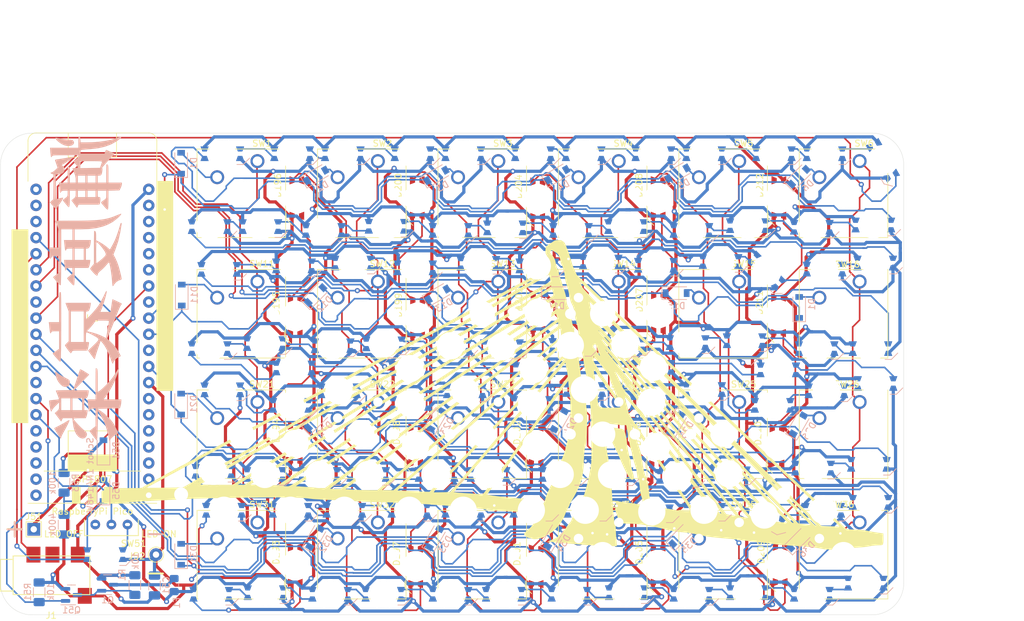
<source format=kicad_pcb>
(kicad_pcb (version 20211014) (generator pcbnew)
  (layers (0 "F.Cu" signal) (31 "B.Cu" signal) (34 "B.Paste" user) (35 "F.Paste" user) (36 "B.SilkS" user "B.Silkscreen") (37 "F.SilkS" user "F.Silkscreen") (38 "B.Mask" user) (39 "F.Mask" user) (44 "Edge.Cuts" user))
  (net 0 "")
  (net 1 "GND")
  (net 2 "+5V")
  (net 3 "Net-(D1-Pad2)")
  (net 4 "row1")
  (net 5 "Net-(D2-Pad2)")
  (net 6 "Net-(D3-Pad2)")
  (net 7 "Net-(D4-Pad2)")
  (net 8 "Net-(D5-Pad2)")
  (net 9 "Net-(D6-Pad2)")
  (net 10 "Net-(D11-Pad2)")
  (net 11 "row2")
  (net 12 "Net-(D12-Pad2)")
  (net 13 "Net-(D13-Pad2)")
  (net 14 "Net-(D14-Pad2)")
  (net 15 "Net-(D15-Pad2)")
  (net 16 "Net-(D16-Pad2)")
  (net 17 "Net-(D21-Pad2)")
  (net 18 "row3")
  (net 19 "Net-(D22-Pad2)")
  (net 20 "Net-(D23-Pad2)")
  (net 21 "Net-(D24-Pad2)")
  (net 22 "Net-(D25-Pad2)")
  (net 23 "Net-(D26-Pad2)")
  (net 24 "Net-(D31-Pad2)")
  (net 25 "row4")
  (net 26 "Net-(D32-Pad2)")
  (net 27 "Net-(D33-Pad2)")
  (net 28 "Net-(D34-Pad2)")
  (net 29 "Net-(D35-Pad2)")
  (net 30 "Net-(D36-Pad2)")
  (net 31 "Net-(D51-Pad2)")
  (net 32 "NEOPIXEL_EN")
  (net 33 "/VDIV")
  (net 34 "col1")
  (net 35 "col2")
  (net 36 "col3")
  (net 37 "col4")
  (net 38 "col5")
  (net 39 "col6")
  (net 40 "Net-(D101-Pad1)")
  (net 41 "Net-(D102-Pad1)")
  (net 42 "Net-(D103-Pad1)")
  (net 43 "Net-(D104-Pad1)")
  (net 44 "Net-(D105-Pad1)")
  (net 45 "Net-(D106-Pad1)")
  (net 46 "Net-(D107-Pad1)")
  (net 47 "Net-(D108-Pad1)")
  (net 48 "Net-(D109-Pad1)")
  (net 49 "Net-(D110-Pad1)")
  (net 50 "Net-(D111-Pad1)")
  (net 51 "Net-(D112-Pad1)")
  (net 52 "Net-(D113-Pad1)")
  (net 53 "Net-(D114-Pad1)")
  (net 54 "Net-(D115-Pad1)")
  (net 55 "Net-(D116-Pad1)")
  (net 56 "Net-(D117-Pad1)")
  (net 57 "Net-(D118-Pad1)")
  (net 58 "NEOPIXEL")
  (net 59 "Net-(D119-Pad1)")
  (net 60 "Net-(D120-Pad1)")
  (net 61 "Net-(D121-Pad1)")
  (net 62 "Net-(D122-Pad1)")
  (net 63 "Net-(D123-Pad1)")
  (net 64 "Net-(D124-Pad1)")
  (net 65 "Net-(D125-Pad1)")
  (net 66 "Net-(D126-Pad1)")
  (net 67 "Net-(D127-Pad1)")
  (net 68 "Net-(D128-Pad1)")
  (net 69 "Net-(D129-Pad1)")
  (net 70 "Net-(D130-Pad1)")
  (net 71 "Net-(D131-Pad1)")
  (net 72 "Net-(D132-Pad1)")
  (net 73 "Net-(D133-Pad1)")
  (net 74 "Net-(D134-Pad1)")
  (net 75 "Net-(D135-Pad1)")
  (net 76 "Net-(D136-Pad1)")
  (net 77 "Net-(D137-Pad1)")
  (net 78 "Net-(D138-Pad1)")
  (net 79 "Net-(D139-Pad1)")
  (net 80 "Net-(D140-Pad1)")
  (net 81 "Net-(D141-Pad1)")
  (net 82 "Net-(D142-Pad1)")
  (net 83 "Net-(D143-Pad1)")
  (net 84 "Net-(D144-Pad1)")
  (net 85 "Net-(D145-Pad1)")
  (net 86 "Net-(D146-Pad1)")
  (net 87 "Net-(D147-Pad1)")
  (net 88 "Net-(D148-Pad1)")
  (net 89 "Net-(D149-Pad1)")
  (net 90 "Net-(D150-Pad1)")
  (net 91 "Net-(D151-Pad1)")
  (net 92 "Net-(D152-Pad1)")
  (net 93 "Net-(D153-Pad1)")
  (net 94 "Net-(D154-Pad1)")
  (net 95 "Net-(D155-Pad1)")
  (net 96 "Net-(D156-Pad1)")
  (net 97 "Net-(D157-Pad1)")
  (net 98 "Net-(D158-Pad1)")
  (net 99 "Net-(D159-Pad1)")
  (net 100 "Net-(D160-Pad1)")
  (net 101 "Net-(D161-Pad1)")
  (net 102 "Net-(D162-Pad1)")
  (net 103 "Net-(D163-Pad1)")
  (net 104 "Net-(D164-Pad1)")
  (net 105 "Net-(D165-Pad1)")
  (net 106 "Net-(D166-Pad1)")
  (net 107 "Net-(D167-Pad1)")
  (net 108 "Net-(D168-Pad1)")
  (net 109 "Net-(D169-Pad1)")
  (net 110 "Net-(D170-Pad1)")
  (net 111 "Net-(D171-Pad1)")
  (net 112 "Net-(D172-Pad1)")
  (net 113 "Net-(D173-Pad1)")
  (net 114 "Net-(D174-Pad1)")
  (net 115 "Net-(D175-Pad1)")
  (net 116 "Net-(D176-Pad1)")
  (net 117 "Net-(D177-Pad1)")
  (net 118 "Net-(D178-Pad1)")
  (net 119 "Net-(D179-Pad1)")
  (net 120 "Net-(D180-Pad1)")
  (net 121 "Net-(D181-Pad1)")
  (net 122 "Net-(D182-Pad1)")
  (net 123 "Net-(D183-Pad1)")
  (net 124 "Net-(D184-Pad1)")
  (net 125 "Net-(D185-Pad1)")
  (net 126 "Net-(D186-Pad1)")
  (net 127 "Net-(D187-Pad1)")
  (net 128 "Net-(D188-Pad1)")
  (net 129 "Net-(D189-Pad1)")
  (net 130 "Net-(D190-Pad1)")
  (net 131 "Net-(D191-Pad1)")
  (net 132 "Net-(D192-Pad1)")
  (net 133 "Net-(D193-Pad1)")
  (net 134 "Net-(D194-Pad1)")
  (net 135 "Net-(D195-Pad1)")
  (net 136 "Net-(D196-Pad1)")
  (net 137 "Net-(D197-Pad1)")
  (net 138 "Net-(D198-Pad1)")
  (net 139 "Net-(D199-Pad1)")
  (net 140 "Net-(D200-Pad1)")
  (net 141 "Net-(D201-Pad1)")
  (net 142 "Net-(D202-Pad1)")
  (net 143 "Net-(D203-Pad1)")
  (net 144 "Net-(D204-Pad1)")
  (net 145 "Net-(D205-Pad1)")
  (net 146 "Net-(D206-Pad1)")
  (net 147 "Net-(D207-Pad1)")
  (net 148 "Net-(D208-Pad1)")
  (net 149 "Net-(D209-Pad1)")
  (net 150 "Net-(D210-Pad1)")
  (net 151 "Net-(D211-Pad1)")
  (net 152 "Net-(D124-Pad3)")
  (net 153 "Net-(D148-Pad3)")
  (net 154 "Net-(D171-Pad3)")
  (net 155 "Net-(D55-Pad1)")
  (net 156 "/NeoPixel/NeoPixel")
  (net 157 "/SERIAL")
  (net 158 "Net-(D99-Pad3)")
  (net 159 "Net-(D216-Pad1)")
  (net 160 "Net-(D217-Pad1)")
  (net 161 "Net-(D218-Pad1)")
  (net 162 "Net-(D219-Pad1)")
  (net 163 "Net-(D147-Pad3)")
  (net 164 "Net-(D101-Pad3)")
  (net 165 "Net-(Q1-Pad1)")
  (net 166 "VDD")
  (net 168 "Net-(F1-Pad1)")
  (footprint "lib:MountingHole_2.2mm_M2" (layer "F.Cu") (at 85.5 137.75)
    (fp_text reference "H3" hide)
    (fp_text value "MountingHole")
  )
  (footprint "lib:MountingHole_2.2mm_M2" (layer "F.Cu") (at 180.5 99.75)
    (fp_text reference "H4" hide)
    (fp_text value "MountingHole")
  )
  (footprint "lib:MountingHole_2.2mm_M2" (layer "F.Cu") (at 180.5 137.75)
    (fp_text reference "H6" hide)
    (fp_text value "MountingHole")
  )
  (footprint "lib:MountingHole_2.2mm_M2" (layer "F.Cu") (at 85.5 99.75)
    (fp_text reference "H9" hide)
    (fp_text value "MountingHole")
  )
  (footprint "TestPoint:TestPoint_THTPad_2.0x2.0mm_Drill1.0mm" (layer "F.Cu") (at 62.25 143.25)
    (fp_text reference "J51")
    (fp_text value "Conn_01x01")
  )
  (footprint "TestPoint:TestPoint_THTPad_D2.0mm_Drill1.0mm" (layer "F.Cu") (at 81.534 147.25)
    (fp_text reference "J52")
    (fp_text value "Conn_01x01")
  )
  (footprint "lib:SW_Cherry_MX_1.00u_PCB_Normal" (layer "F.Cu") (at 95 90.25)
    (fp_text reference "SW1")
    (fp_text value "SW_Push")
  )
  (footprint "lib:SW_Cherry_MX_1.00u_PCB_Normal" (layer "F.Cu") (at 114 90.25)
    (fp_text reference "SW2")
    (fp_text value "SW_Push")
  )
  (footprint "lib:SW_Cherry_MX_1.00u_PCB_Normal" (layer "F.Cu") (at 133 90.25)
    (fp_text reference "SW3")
    (fp_text value "SW_Push")
  )
  (footprint "lib:SW_Cherry_MX_1.00u_PCB_Normal" (layer "F.Cu") (at 152 90.25)
    (fp_text reference "SW4")
    (fp_text value "SW_Push")
  )
  (footprint "lib:SW_Cherry_MX_1.00u_PCB_Normal" (layer "F.Cu") (at 171 90.25)
    (fp_text reference "SW5")
    (fp_text value "SW_Push")
  )
  (footprint "lib:SW_Cherry_MX_1.00u_PCB_Normal" (layer "F.Cu") (at 190 90.25)
    (fp_text reference "SW6")
    (fp_text value "SW_Push")
  )
  (footprint "lib:SW_Cherry_MX_1.00u_PCB_Normal" (layer "F.Cu") (at 95 109.25)
    (fp_text reference "SW11")
    (fp_text value "SW_Push")
  )
  (footprint "lib:SW_Cherry_MX_1.00u_PCB_Normal" (layer "F.Cu") (at 114 109.25)
    (fp_text reference "SW12")
    (fp_text value "SW_Push")
  )
  (footprint "lib:SW_Cherry_MX_1.00u_PCB_Normal" (layer "F.Cu") (at 133 109.25)
    (fp_text reference "SW13")
    (fp_text value "SW_Push")
  )
  (footprint "lib:SW_Cherry_MX_1.00u_PCB_Normal" (layer "F.Cu") (at 152 109.25)
    (fp_text reference "SW14")
    (fp_text value "SW_Push")
  )
  (footprint "lib:SW_Cherry_MX_1.00u_PCB_Normal" (layer "F.Cu") (at 171 109.25)
    (fp_text reference "SW15")
    (fp_text value "SW_Push")
  )
  (footprint "lib:SW_Cherry_MX_1.00u_PCB_Normal" (layer "F.Cu") (at 190 109.25)
    (fp_text reference "SW16")
    (fp_text value "SW_Push")
  )
  (footprint "lib:SW_Cherry_MX_1.00u_PCB_Normal" (layer "F.Cu") (at 95 128.25)
    (fp_text reference "SW21")
    (fp_text value "SW_Push")
  )
  (footprint "lib:SW_Cherry_MX_1.00u_PCB_Normal" (layer "F.Cu") (at 114 128.25)
    (fp_text reference "SW22")
    (fp_text value "SW_Push")
  )
  (footprint "lib:SW_Cherry_MX_1.00u_PCB_Normal" (layer "F.Cu") (at 133 128.25)
    (fp_text reference "SW23")
    (fp_text value "SW_Push")
  )
  (footprint "lib:SW_Cherry_MX_1.00u_PCB_Normal" (layer "F.Cu") (at 152 128.25)
    (fp_text reference "SW24")
    (fp_text value "SW_Push")
  )
  (footprint "lib:SW_Cherry_MX_1.00u_PCB_Normal" (layer "F.Cu") (at 171 128.25)
    (fp_text reference "SW25")
    (fp_text value "SW_Push")
  )
  (footprint "lib:SW_Cherry_MX_1.00u_PCB_Normal" (layer "F.Cu") (at 190 128.25)
    (fp_text reference "SW26")
    (fp_text value "SW_Push")
  )
  (footprint "lib:SW_Cherry_MX_1.00u_PCB_Normal" (layer "F.Cu") (at 95 147.25)
    (fp_text reference "SW31")
    (fp_text value "SW_Push")
  )
  (footprint "lib:SW_Cherry_MX_1.00u_PCB_Normal" (layer "F.Cu") (at 114 147.25)
    (fp_text reference "SW32")
    (fp_text value "SW_Push")
  )
  (footprint "lib:SW_Cherry_MX_1.00u_PCB_Normal" (layer "F.Cu") (at 133 147.25)
    (fp_text reference "SW33")
    (fp_text value "SW_Push")
  )
  (footprint "lib:SW_Cherry_MX_1.00u_PCB_Normal" (layer "F.Cu") (at 152 147.25)
    (fp_text reference "SW34")
    (fp_text value "SW_Push")
  )
  (footprint "lib:SW_Cherry_MX_1.00u_PCB_Normal" (layer "F.Cu") (at 171 147.25)
    (fp_text reference "SW35")
    (fp_text value "SW_Push")
  )
  (footprint "lib:SW_Cherry_MX_1.00u_PCB_Normal" (layer "F.Cu") (at 190 147.25)
    (fp_text reference "SW36")
    (fp_text value "SW_Push")
  )
  (footprint "lib:SK6812MINI-E_NoSilk-dril" (layer "F.Cu") (at 187 84)
    (fp_text reference "D101" hide)
    (fp_text value "SK6812MINI-E")
  )
  (footprint "lib:SK6812MINI-E_NoSilk-dril" (layer "F.Cu") (at 179 84)
    (fp_text reference "D102" hide)
    (fp_text value "SK6812MINI-E")
  )
  (footprint "lib:SK6812MINI-E_NoSilk-dril" (layer "F.Cu") (at 168 84)
    (fp_text reference "D103" hide)
    (fp_text value "SK6812MINI-E")
  )
  (footprint "lib:SK6812MINI-E_NoSilk-dril" (layer "F.Cu") (at 160 84)
    (fp_text reference "D104" hide)
    (fp_text value "SK6812MINI-E")
  )
  (footprint "lib:SK6812MINI-E_NoSilk-dril" (layer "F.Cu") (at 149 84)
    (fp_text reference "D105" hide)
    (fp_text value "SK6812MINI-E")
  )
  (footprint "lib:SK6812MINI-E_NoSilk-dril" (layer "F.Cu") (at 141 84)
    (fp_text reference "D106" hide)
    (fp_text value "SK6812MINI-E")
  )
  (footprint "lib:SK6812MINI-E_NoSilk-dril" (layer "F.Cu") (at 130 84)
    (fp_text reference "D107" hide)
    (fp_text value "SK6812MINI-E")
  )
  (footprint "lib:SK6812MINI-E_NoSilk-dril" (layer "F.Cu") (at 122 84)
    (fp_text reference "D108" hide)
    (fp_text value "SK6812MINI-E")
  )
  (footprint "lib:SK6812MINI-E_NoSilk-dril" (layer "F.Cu") (at 111 84)
    (fp_text reference "D109" hide)
    (fp_text value "SK6812MINI-E")
  )
  (footprint "lib:SK6812MINI-E_NoSilk-dril" (layer "F.Cu") (at 103 84)
    (fp_text reference "D110" hide)
    (fp_text value "SK6812MINI-E")
  )
  (footprint "lib:SK6812MINI-E_NoSilk-dril" (layer "F.Cu") (at 92 84)
    (fp_text reference "D111" hide)
    (fp_text value "SK6812MINI-E")
  )
  (footprint "lib:SK6812MINI-E_NoSilk-dril" (layer "F.Cu") (at 194.7 95.25)
    (fp_text reference "D112" hide)
    (fp_text value "SK6812MINI-E")
  )
  (footprint "lib:SK6812MINI-E_NoSilk-dril" (layer "F.Cu") (at 185 95.6)
    (fp_text reference "D113" hide)
    (fp_text value "SK6812MINI-E")
  )
  (footprint "lib:SK6812MINI-E_NoSilk-dril" (layer "F.Cu") (at 174.9 95.35)
    (fp_text reference "D114" hide)
    (fp_text value "SK6812MINI-E")
  )
  (footprint "lib:SK6812MINI-E_NoSilk-dril" (layer "F.Cu") (at 166 96.1)
    (fp_text reference "D115" hide)
    (fp_text value "SK6812MINI-E")
  )
  (footprint "lib:SK6812MINI-E_NoSilk-dril" (layer "F.Cu") (at 155.7 95.5)
    (fp_text reference "D116" hide)
    (fp_text value "SK6812MINI-E")
  )
  (footprint "lib:SK6812MINI-E_NoSilk-dril" (layer "F.Cu") (at 147 96.1)
    (fp_text reference "D117" hide)
    (fp_text value "SK6812MINI-E")
  )
  (footprint "lib:SK6812MINI-E_NoSilk-dril" (layer "F.Cu") (at 136.6 95.7)
    (fp_text reference "D118" hide)
    (fp_text value "SK6812MINI-E")
  )
  (footprint "lib:SK6812MINI-E_NoSilk-dril" (layer "F.Cu") (at 128 96.1)
    (fp_text reference "D119" hide)
    (fp_text value "SK6812MINI-E")
  )
  (footprint "lib:SK6812MINI-E_NoSilk-dril" (layer "F.Cu") (at 117.9 95.45)
    (fp_text reference "D120" hide)
    (fp_text value "SK6812MINI-E")
  )
  (footprint "lib:SK6812MINI-E_NoSilk-dril" (layer "F.Cu") (at 108 96.1)
    (fp_text reference "D121" hide)
    (fp_text value "SK6812MINI-E")
  )
  (footprint "lib:SK6812MINI-E_NoSilk-dril" (layer "F.Cu") (at 98 95.5)
    (fp_text reference "D122" hide)
    (fp_text value "SK6812MINI-E")
  )
  (footprint "lib:SK6812MINI-E_NoSilk-dril" (layer "F.Cu") (at 90 95.5)
    (fp_text reference "D123" hide)
    (fp_text value "SK6812MINI-E")
  )
  (footprint "lib:SK6812MINI-E_NoSilk-dril" (layer "F.Cu") (at 187 102.2)
    (fp_text reference "D124" hide)
    (fp_text value "SK6812MINI-E")
  )
  (footprint "lib:SK6812MINI-E_NoSilk-dril" (layer "F.Cu") (at 177.8 102.5 -45)
    (fp_text reference "D125" hide)
    (fp_text value "SK6812MINI-E")
  )
  (footprint "lib:SK6812MINI-E_NoSilk-dril" (layer "F.Cu") (at 170.6 101)
    (fp_text reference "D126" hide)
    (fp_text value "SK6812MINI-E")
  )
  (footprint "lib:SK6812MINI-E_NoSilk-dril" (layer "F.Cu") (at 160.4 101.6)
    (fp_text reference "D127" hide)
    (fp_text value "SK6812MINI-E")
  )
  (footprint "lib:SK6812MINI-E_NoSilk-dril" (layer "F.Cu") (at 151.7 101.1)
    (fp_text reference "D128" hide)
    (fp_text value "SK6812MINI-E")
  )
  (footprint "lib:SK6812MINI-E_NoSilk-dril" (layer "F.Cu") (at 141.7 101.7)
    (fp_text reference "D129" hide)
    (fp_text value "SK6812MINI-E")
  )
  (footprint "lib:SK6812MINI-E_NoSilk-dril" (layer "F.Cu") (at 132.4 101.3)
    (fp_text reference "D130" hide)
    (fp_text value "SK6812MINI-E")
  )
  (footprint "lib:SK6812MINI-E_NoSilk-dril" (layer "F.Cu") (at 122.4 102)
    (fp_text reference "D131" hide)
    (fp_text value "SK6812MINI-E")
  )
  (footprint "lib:SK6812MINI-E_NoSilk-dril" (layer "F.Cu") (at 112.6 101.25)
    (fp_text reference "D132" hide)
    (fp_text value "SK6812MINI-E")
  )
  (footprint "lib:SK6812MINI-E_NoSilk-dril" (layer "F.Cu") (at 103.3 101.7)
    (fp_text reference "D133" hide)
    (fp_text value "SK6812MINI-E")
  )
  (footprint "lib:SK6812MINI-E_NoSilk-dril" (layer "F.Cu") (at 91.5 102.25)
    (fp_text reference "D134" hide)
    (fp_text value "SK6812MINI-E")
  )
  (footprint "lib:SK6812MINI-E_NoSilk-dril" (layer "F.Cu") (at 194.25 114.75)
    (fp_text reference "D135" hide)
    (fp_text value "SK6812MINI-E")
  )
  (footprint "lib:SK6812MINI-E_NoSilk-dril" (layer "F.Cu") (at 185.75 114.75)
    (fp_text reference "D136" hide)
    (fp_text value "SK6812MINI-E")
  )
  (footprint "lib:SK6812MINI-E_NoSilk-dril" (layer "F.Cu") (at 174.4 113.5)
    (fp_text reference "D137" hide)
    (fp_text value "SK6812MINI-E")
  )
  (footprint "lib:SK6812MINI-E_NoSilk-dril" (layer "F.Cu") (at 165.4 113.8)
    (fp_text reference "D138" hide)
    (fp_text value "SK6812MINI-E")
  )
  (footprint "lib:SK6812MINI-E_NoSilk-dril" (layer "F.Cu") (at 155.5 114.1)
    (fp_text reference "D139" hide)
    (fp_text value "SK6812MINI-E")
  )
  (footprint "lib:SK6812MINI-E_NoSilk-dril" (layer "F.Cu") (at 146.9 114.25)
    (fp_text reference "D140" hide)
    (fp_text value "SK6812MINI-E")
  )
  (footprint "lib:SK6812MINI-E_NoSilk-dril" (layer "F.Cu") (at 136.1 114.45)
    (fp_text reference "D141" hide)
    (fp_text value "SK6812MINI-E")
  )
  (footprint "lib:SK6812MINI-E_NoSilk-dril" (layer "F.Cu") (at 128 114.3)
    (fp_text reference "D142" hide)
    (fp_text value "SK6812MINI-E")
  )
  (footprint "lib:SK6812MINI-E_NoSilk-dril" (layer "F.Cu") (at 117.5 114)
    (fp_text reference "D143" hide)
    (fp_text value "SK6812MINI-E")
  )
  (footprint "lib:SK6812MINI-E_NoSilk-dril" (layer "F.Cu") (at 109.4 114.3)
    (fp_text reference "D144" hide)
    (fp_text value "SK6812MINI-E")
  )
  (footprint "lib:SK6812MINI-E_NoSilk-dril" (layer "F.Cu") (at 98.7 113.95)
    (fp_text reference "D145" hide)
    (fp_text value "SK6812MINI-E")
  )
  (footprint "lib:SK6812MINI-E_NoSilk-dril" (layer "F.Cu") (at 90 114.75)
    (fp_text reference "D146" hide)
    (fp_text value "SK6812MINI-E")
  )
  (footprint "lib:SK6812MINI-E_NoSilk-dril" (layer "F.Cu") (at 195.05 120.25)
    (fp_text reference "D147" hide)
    (fp_text value "SK6812MINI-E")
  )
  (footprint "lib:SK6812MINI-E_NoSilk-dril" (layer "F.Cu") (at 178.8 123.7)
    (fp_text reference "D148" hide)
    (fp_text value "SK6812MINI-E")
  )
  (footprint "lib:SK6812MINI-E_NoSilk-dril" (layer "F.Cu") (at 168 121.2)
    (fp_text reference "D149" hide)
    (fp_text value "SK6812MINI-E")
  )
  (footprint "lib:SK6812MINI-E_NoSilk-dril" (layer "F.Cu") (at 159.7 123.2)
    (fp_text reference "D150" hide)
    (fp_text value "SK6812MINI-E")
  )
  (footprint "lib:SK6812MINI-E_NoSilk-dril" (layer "F.Cu") (at 149.1 121.2)
    (fp_text reference "D151" hide)
    (fp_text value "SK6812MINI-E")
  )
  (footprint "lib:SK6812MINI-E_NoSilk-dril" (layer "F.Cu") (at 140.8 123.4)
    (fp_text reference "D152" hide)
    (fp_text value "SK6812MINI-E")
  )
  (footprint "lib:SK6812MINI-E_NoSilk-dril" (layer "F.Cu") (at 130.25 121.4)
    (fp_text reference "D153" hide)
    (fp_text value "SK6812MINI-E")
  )
  (footprint "lib:SK6812MINI-E_NoSilk-dril" (layer "F.Cu") (at 121.7 123.4)
    (fp_text reference "D154" hide)
    (fp_text value "SK6812MINI-E")
  )
  (footprint "lib:SK6812MINI-E_NoSilk-dril" (layer "F.Cu") (at 110.4 121.4)
    (fp_text reference "D155" hide)
    (fp_text value "SK6812MINI-E")
  )
  (footprint "lib:SK6812MINI-E_NoSilk-dril" (layer "F.Cu") (at 102.8 123.7)
    (fp_text reference "D156" hide)
    (fp_text value "SK6812MINI-E")
  )
  (footprint "lib:SK6812MINI-E_NoSilk-dril" (layer "F.Cu") (at 92 121.25)
    (fp_text reference "D157" hide)
    (fp_text value "SK6812MINI-E")
  )
  (footprint "lib:SK6812MINI-E_NoSilk-dril" (layer "F.Cu") (at 194 133)
    (fp_text reference "D158" hide)
    (fp_text value "SK6812MINI-E")
  )
  (footprint "lib:SK6812MINI-E_NoSilk-dril" (layer "F.Cu") (at 185.2 133.6)
    (fp_text reference "D159" hide)
    (fp_text value "SK6812MINI-E")
  )
  (footprint "lib:SK6812MINI-E_NoSilk-dril" (layer "F.Cu") (at 171.9 134.5)
    (fp_text reference "D160" hide)
    (fp_text value "SK6812MINI-E")
  )
  (footprint "lib:SK6812MINI-E_NoSilk-dril" (layer "F.Cu") (at 163.8 134.9)
    (fp_text reference "D161" hide)
    (fp_text value "SK6812MINI-E")
  )
  (footprint "lib:SK6812MINI-E_NoSilk-dril" (layer "F.Cu") (at 153.4 134.65)
    (fp_text reference "D162" hide)
    (fp_text value "SK6812MINI-E")
  )
  (footprint "lib:SK6812MINI-E_NoSilk-dril" (layer "F.Cu") (at 145.3 134.6)
    (fp_text reference "D163" hide)
    (fp_text value "SK6812MINI-E")
  )
  (footprint "lib:SK6812MINI-E_NoSilk-dril" (layer "F.Cu") (at 134 134.6)
    (fp_text reference "D164" hide)
    (fp_text value "SK6812MINI-E")
  )
  (footprint "lib:SK6812MINI-E_NoSilk-dril" (layer "F.Cu") (at 125.8 134.6)
    (fp_text reference "D165" hide)
    (fp_text value "SK6812MINI-E")
  )
  (footprint "lib:SK6812MINI-E_NoSilk-dril" (layer "F.Cu") (at 115 134.6)
    (fp_text reference "D166" hide)
    (fp_text value "SK6812MINI-E")
  )
  (footprint "lib:SK6812MINI-E_NoSilk-dril" (layer "F.Cu") (at 107.3 134.6)
    (fp_text reference "D167" hide)
    (fp_text value "SK6812MINI-E")
  )
  (footprint "lib:SK6812MINI-E_NoSilk-dril" (layer "F.Cu") (at 98.7 134.6)
    (fp_text reference "D168" hide)
    (fp_text value "SK6812MINI-E")
  )
  (footprint "lib:SK6812MINI-E_NoSilk-dril" (layer "F.Cu") (at 90.6 134.1)
    (fp_text reference "D169" hide)
    (fp_text value "SK6812MINI-E")
  )
  (footprint "lib:SK6812MINI-E_NoSilk-dril" (layer "F.Cu") (at 194.25 139)
    (fp_text reference "D170" hide)
    (fp_text value "SK6812MINI-E")
  )
  (footprint "lib:SK6812MINI-E_NoSilk-dril" (layer "F.Cu") (at 177.5 141 -30)
    (fp_text reference "D171" hide)
    (fp_text value "SK6812MINI-E")
  )
  (footprint "lib:SK6812MINI-E_NoSilk-dril" (layer "F.Cu") (at 168 140.25)
    (fp_text reference "D172" hide)
    (fp_text value "SK6812MINI-E")
  )
  (footprint "lib:SK6812MINI-E_NoSilk-dril" (layer "F.Cu") (at 159.75 140.5)
    (fp_text reference "D173" hide)
    (fp_text value "SK6812MINI-E")
  )
  (footprint "lib:SK6812MINI-E_NoSilk-dril" (layer "F.Cu") (at 149.25 140.25)
    (fp_text reference "D174" hide)
    (fp_text value "SK6812MINI-E")
  )
  (footprint "lib:SK6812MINI-E_NoSilk-dril" (layer "F.Cu") (at 140.75 140.25)
    (fp_text reference "D175" hide)
    (fp_text value "SK6812MINI-E")
  )
  (footprint "lib:SK6812MINI-E_NoSilk-dril" (layer "F.Cu") (at 130 140.25)
    (fp_text reference "D176" hide)
    (fp_text value "SK6812MINI-E")
  )
  (footprint "lib:SK6812MINI-E_NoSilk-dril" (layer "F.Cu") (at 121.5 140.25)
    (fp_text reference "D177" hide)
    (fp_text value "SK6812MINI-E")
  )
  (footprint "lib:SK6812MINI-E_NoSilk-dril" (layer "F.Cu") (at 111.25 140.25)
    (fp_text reference "D178" hide)
    (fp_text value "SK6812MINI-E")
  )
  (footprint "lib:SK6812MINI-E_NoSilk-dril" (layer "F.Cu") (at 102.75 140.25)
    (fp_text reference "D179" hide)
    (fp_text value "SK6812MINI-E")
  )
  (footprint "lib:SK6812MINI-E_NoSilk-dril" (layer "F.Cu") (at 92.25 140.25)
    (fp_text reference "D180" hide)
    (fp_text value "SK6812MINI-E")
  )
  (footprint "lib:SK6812MINI-E_NoSilk-dril" (layer "F.Cu") (at 193.5 151.75)
    (fp_text reference "D181" hide)
    (fp_text value "SK6812MINI-E")
  )
  (footprint "lib:SK6812MINI-E_NoSilk-dril" (layer "F.Cu") (at 185 153.5)
    (fp_text reference "D182" hide)
    (fp_text value "SK6812MINI-E")
  )
  (footprint "lib:SK6812MINI-E_NoSilk-dril" (layer "F.Cu") (at 174.9 153.25)
    (fp_text reference "D183" hide)
    (fp_text value "SK6812MINI-E")
  )
  (footprint "lib:SK6812MINI-E_NoSilk-dril" (layer "F.Cu") (at 166 153.5)
    (fp_text reference "D184" hide)
    (fp_text value "SK6812MINI-E")
  )
  (footprint "lib:SK6812MINI-E_NoSilk-dril" (layer "F.Cu") (at 155.8 153.25)
    (fp_text reference "D185" hide)
    (fp_text value "SK6812MINI-E")
  )
  (footprint "lib:SK6812MINI-E_NoSilk-dril" (layer "F.Cu") (at 146.75 153.5)
    (fp_text reference "D186" hide)
    (fp_text value "SK6812MINI-E")
  )
  (footprint "lib:SK6812MINI-E_NoSilk-dril" (layer "F.Cu") (at 136.4 153.5)
    (fp_text reference "D187" hide)
    (fp_text value "SK6812MINI-E")
  )
  (footprint "lib:SK6812MINI-E_NoSilk-dril" (layer "F.Cu") (at 128 153.5)
    (fp_text reference "D188" hide)
    (fp_text value "SK6812MINI-E")
  )
  (footprint "lib:SK6812MINI-E_NoSilk-dril" (layer "F.Cu") (at 117.4 153.5)
    (fp_text reference "D189" hide)
    (fp_text value "SK6812MINI-E")
  )
  (footprint "lib:SK6812MINI-E_NoSilk-dril" (layer "F.Cu") (at 109 153.5)
    (fp_text reference "D190" hide)
    (fp_text value "SK6812MINI-E")
  )
  (footprint "lib:SK6812MINI-E_NoSilk-dril" (layer "F.Cu") (at 98.8 153.25)
    (fp_text reference "D191" hide)
    (fp_text value "SK6812MINI-E")
  )
  (footprint "lib:SK6812MINI-E_NoSilk-dril" (layer "F.Cu") (at 90.25 153.5)
    (fp_text reference "D192" hide)
    (fp_text value "SK6812MINI-E")
  )
  (footprint "lib:SK6812MINI-E_NoSilk-dril-front" (layer "F.Cu") (at 103.5 148.9 -90)
    (fp_text reference "D193")
    (fp_text value "SK6812MINI-E")
  )
  (footprint "lib:SK6812MINI-E_NoSilk-dril-front" (layer "F.Cu") (at 103.5 129.7 -90)
    (fp_text reference "D194")
    (fp_text value "SK6812MINI-E")
  )
  (footprint "lib:SK6812MINI-E_NoSilk-dril-front" (layer "F.Cu") (at 103.5 109.6 -90)
    (fp_text reference "D195")
    (fp_text value "SK6812MINI-E")
  )
  (footprint "lib:SK6812MINI-E_NoSilk-dril-front" (layer "F.Cu") (at 103.75 91 -90)
    (fp_text reference "D196")
    (fp_text value "SK6812MINI-E")
  )
  (footprint "lib:SK6812MINI-E_NoSilk-dril-front" (layer "F.Cu") (at 122.5 149.1 -90)
    (fp_text reference "D197")
    (fp_text value "SK6812MINI-E")
  )
  (footprint "lib:SK6812MINI-E_NoSilk-dril-front" (layer "F.Cu") (at 122.5 130 -90)
    (fp_text reference "D198")
    (fp_text value "SK6812MINI-E")
  )
  (footprint "lib:SK6812MINI-E_NoSilk-dril-front" (layer "F.Cu") (at 122.8 109.9 -90)
    (fp_text reference "D199")
    (fp_text value "SK6812MINI-E")
  )
  (footprint "lib:SK6812MINI-E_NoSilk-dril-front" (layer "F.Cu") (at 122.75 91 -90)
    (fp_text reference "D200")
    (fp_text value "SK6812MINI-E")
  )
  (footprint "lib:SK6812MINI-E_NoSilk-dril-front" (layer "F.Cu") (at 141.5 149.1 -90)
    (fp_text reference "D201")
    (fp_text value "SK6812MINI-E")
  )
  (footprint "lib:SK6812MINI-E_NoSilk-dril-front" (layer "F.Cu") (at 141.5 130 -90)
    (fp_text reference "D202")
    (fp_text value "SK6812MINI-E")
  )
  (footprint "lib:SK6812MINI-E_NoSilk-dril-front" (layer "F.Cu") (at 141.8 109 -90)
    (fp_text reference "D203")
    (fp_text value "SK6812MINI-E")
  )
  (footprint "lib:SK6812MINI-E_NoSilk-dril-front" (layer "F.Cu") (at 141.75 91.2 -90)
    (fp_text reference "D204")
    (fp_text value "SK6812MINI-E")
  )
  (footprint "lib:SK6812MINI-E_NoSilk-dril-front" (layer "F.Cu") (at 160.75 148.9 -90)
    (fp_text reference "D205")
    (fp_text value "SK6812MINI-E")
  )
  (footprint "lib:SK6812MINI-E_NoSilk-dril-front" (layer "F.Cu") (at 160.5 130.2 -90)
    (fp_text reference "D206")
    (fp_text value "SK6812MINI-E")
  )
  (footprint "lib:SK6812MINI-E_NoSilk-dril-front" (layer "F.Cu") (at 160.8 109.1 -90)
    (fp_text reference "D207")
    (fp_text value "SK6812MINI-E")
  )
  (footprint "lib:SK6812MINI-E_NoSilk-dril-front" (layer "F.Cu") (at 160.75 91 -90)
    (fp_text reference "D208")
    (fp_text value "SK6812MINI-E")
  )
  (footprint "lib:SK6812MINI-E_NoSilk-dril-front" (layer "F.Cu") (at 180 148.8 -90)
    (fp_text reference "D209")
    (fp_text value "SK6812MINI-E")
  )
  (footprint "lib:SK6812MINI-E_NoSilk-dril-front" (layer "F.Cu") (at 179.5 130.1 -90)
    (fp_text reference "D210")
    (fp_text value "SK6812MINI-E")
  )
  (footprint "lib:SK6812MINI-E_NoSilk-dril-front" (layer "F.Cu") (at 179.75 109.5 -90)
    (fp_text reference "D211")
    (fp_text value "SK6812MINI-E")
  )
  (footprint "lib:SK6812MINI-E_NoSilk-dril-front" (layer "F.Cu") (at 179.8 91 -90)
    (fp_text reference "D212")
    (fp_text value "SK6812MINI-E")
  )
  (footprint "lib:SK6812MINI-E_NoSilk-dril" (layer "F.Cu") (at 73.5 147.25)
    (fp_text reference "D99" hide)
    (fp_text value "SK6812MINI-E")
  )
  (footprint "lib:ISP1807breakout-RaspberryPiPico-Dual" (layer "F.Cu") (at 71.5 113.75)
    (fp_text reference "U1")
    (fp_text value "ISP1807breakout-RaspberryPiPico-Dual")
  )
  (footprint "lib:SK6812MINI-E_NoSilk-dril" (layer "F.Cu") (at 195 101.25)
    (fp_text reference "D213" hide)
    (fp_text value "SK6812MINI-E")
  )
  (footprint "lib:SK6812MINI-E_NoSilk-dril" (layer "F.Cu") (at 187.3 121.4)
    (fp_text reference "D214" hide)
    (fp_text value "SK6812MINI-E")
  )
  (footprint "lib:SK6812MINI-E_NoSilk-dril" (layer "F.Cu") (at 186.8 140.25)
    (fp_text reference "D215" hide)
    (fp_text value "SK6812MINI-E")
  )
  (footprint "lib:PJ-320D" (layer "F.Cu") (at 59 150.5)
    (fp_text reference "J1")
    (fp_text value "Modulo-Jack")
  )
  (footprint "lib:SlideSwitch_SS-12D00" (layer "F.Cu") (at 74.5 142.5)
    (fp_text reference "SW51")
    (fp_text value "SW_SPDT")
  )
  (footprint "lib:SK6812MINI-E_NoSilk-dril" (layer "F.Cu") (at 103.3 117.8 180)
    (fp_text reference "D216" hide)
    (fp_text value "SK6812MINI-E")
  )
  (footprint "lib:SK6812MINI-E_NoSilk-dril" (layer "F.Cu") (at 121.6 117.9 180)
    (fp_text reference "D217" hide)
    (fp_text value "SK6812MINI-E")
  )
  (footprint "lib:SK6812MINI-E_NoSilk-dril" (layer "F.Cu") (at 141.1 118.05 180)
    (fp_text reference "D218" hide)
    (fp_text value "SK6812MINI-E")
  )
  (footprint "lib:SK6812MINI-E_NoSilk-dril" (layer "F.Cu") (at 160 117.7 180)
    (fp_text reference "D219" hide)
    (fp_text value "SK6812MINI-E")
  )
  (footprint "lib:SK6812MINI-E_NoSilk-dril" (layer "F.Cu") (at 179.7 118.1 180)
    (fp_text reference "D220" hide)
    (fp_text value "SK6812MINI-E")
  )
  (footprint "lib:SK6812MINI-E_NoSilk-dril" (layer "F.Cu") (at 196.2 85.05 -60)
    (fp_text reference "D221" hide)
    (fp_text value "SK6812MINI-E")
  )
  (footprint "lib:hamanako-bridge" (layer "F.Cu") (at 136.2 122.95)
    (fp_text reference "G***" hide)
    (fp_text value "LOGO" hide)
  )
  (footprint "Capacitor_SMD:C_1206_3216Metric_Pad1.33x1.80mm_HandSolder" (layer "B.Cu") (at 81.3 152.1125 90)
    (fp_text reference "C51")
    (fp_text value "C")
  )
  (footprint "Diode_SMD:D_SOD-123" (layer "B.Cu") (at 85.5 85.5 90)
    (fp_text reference "D1")
    (fp_text value "D")
  )
  (footprint "Diode_SMD:D_SOD-123" (layer "B.Cu") (at 106.8 87.425 30)
    (fp_text reference "D2")
    (fp_text value "D")
  )
  (footprint "Diode_SMD:D_SOD-123" (layer "B.Cu") (at 125.771058 87.425 30)
    (fp_text reference "D3")
    (fp_text value "D")
  )
  (footprint "Diode_SMD:D_SOD-123" (layer "B.Cu") (at 144.821058 87.325 30)
    (fp_text reference "D4")
    (fp_text value "D")
  )
  (footprint "Diode_SMD:D_SOD-123" (layer "B.Cu") (at 163.821058 87.075 30)
    (fp_text reference "D5")
    (fp_text value "D")
  )
  (footprint "Diode_SMD:D_SOD-123" (layer "B.Cu") (at 182.966726 87.633274 45)
    (fp_text reference "D6")
    (fp_text value "D")
  )
  (footprint "Diode_SMD:D_SOD-123" (layer "B.Cu") (at 85.598 106.3 90)
    (fp_text reference "D11")
    (fp_text value "D")
  )
  (footprint "Diode_SMD:D_SOD-123" (layer "B.Cu") (at 106.7 106.3 45)
    (fp_text reference "D12")
    (fp_text value "D")
  )
  (footprint "Diode_SMD:D_SOD-123" (layer "B.Cu") (at 125.971058 106.175 30)
    (fp_text reference "D13")
    (fp_text value "D")
  )
  (footprint "Diode_SMD:D_SOD-123" (layer "B.Cu") (at 144.6 106)
    (fp_text reference "D14")
    (fp_text value "D")
  )
  (footprint "Diode_SMD:D_SOD-123" (layer "B.Cu") (at 163.6 106)
    (fp_text reference "D15")
    (fp_text value "D")
  )
  (footprint "Diode_SMD:D_SOD-123" (layer "B.Cu") (at 183 108.25 90)
    (fp_text reference "D16")
    (fp_text value "D")
  )
  (footprint "Diode_SMD:D_SOD-123" (layer "B.Cu") (at 85.5 123.5 90)
    (fp_text reference "D21")
    (fp_text value "D")
  )
  (footprint "Diode_SMD:D_SOD-123" (layer "B.Cu") (at 106.733274 126.066726 45)
    (fp_text reference "D22")
    (fp_text value "D")
  )
  (footprint "Diode_SMD:D_SOD-123" (layer "B.Cu") (at 125.725 125.971058 60)
    (fp_text reference "D23")
    (fp_text value "D")
  )
  (footprint "Diode_SMD:D_SOD-123" (layer "B.Cu") (at 145.175 126.028942 60)
    (fp_text reference "D24")
    (fp_text value "D")
  )
  (footprint "Diode_SMD:D_SOD-123" (layer "B.Cu") (at 163.525 126.571058 60)
    (fp_text reference "D25")
    (fp_text value "D")
  )
  (footprint "Diode_SMD:D_SOD-123" (layer "B.Cu") (at 182.875 126.728942 60)
    (fp_text reference "D26")
    (fp_text value "D")
  )
  (footprint "Diode_SMD:D_SOD-123" (layer "B.Cu") (at 85.5 147.194 90)
    (fp_text reference "D31")
    (fp_text value "D")
  )
  (footprint "Diode_SMD:D_SOD-123" (layer "B.Cu") (at 106.625 144.571058 60)
    (fp_text reference "D32")
    (fp_text value "D")
  )
  (footprint "Diode_SMD:D_SOD-123" (layer "B.Cu") (at 125.475 144.628942 60)
    (fp_text reference "D33")
    (fp_text value "D")
  )
  (footprint "Diode_SMD:D_SOD-123" (layer "B.Cu") (at 144.125 144.471058 60)
    (fp_text reference "D34")
    (fp_text value "D")
  )
  (footprint "Diode_SMD:D_SOD-123" (layer "B.Cu") (at 164.233274 144.366726 45)
    (fp_text reference "D35")
    (fp_text value "D")
  )
  (footprint "Diode_SMD:D_SOD-123" (layer "B.Cu") (at 182.833274 145 45)
    (fp_text reference "D36")
    (fp_text value "D")
  )
  (footprint "Diode_SMD:D_SOD-123" (layer "B.Cu") (at 73.25 130.85 90)
    (fp_text reference "D51")
    (fp_text value "Schot")
  )
  (footprint "Package_TO_SOT_SMD:SOT-23" (layer "B.Cu") (at 68.2 153.6)
    (fp_text reference "Q51")
    (fp_text value "2N7002")
  )
  (footprint "Resistor_SMD:R_1206_3216Metric_Pad1.30x1.75mm_HandSolder" (layer "B.Cu") (at 63.1 153.188 90)
    (fp_text reference "R51")
    (fp_text value "10k")
  )
  (footprint "Resistor_SMD:R_1206_3216Metric_Pad1.30x1.75mm_HandSolder" (layer "B.Cu") (at 67.028 142.52 90)
    (fp_text reference "R52")
    (fp_text value "400k")
  )
  (footprint "Resistor_SMD:R_1206_3216Metric_Pad1.30x1.75mm_HandSolder" (layer "B.Cu") (at 67.028 135.916 90)
    (fp_text reference "R53")
    (fp_text value "100k")
  )
  (footprint "Diode_SMD:D_SOD-123" (layer "B.Cu") (at 73.25 137.15 90)
    (fp_text reference "D55")
    (fp_text value "1N4148W")
  )
  (footprint "lib:kidoairaku" (layer "B.Cu") (at 72 106 -90)
    (fp_text reference "G***" hide)
    (fp_text value "LOGO" hide)
  )
  (footprint "Package_TO_SOT_SMD:SOT-23" (layer "B.Cu") (at 73.9 152)
    (fp_text reference "Q1")
    (fp_text value "IRLML6402")
  )
  (footprint "Resistor_SMD:R_1206_3216Metric_Pad1.30x1.75mm_HandSolder" (layer "B.Cu") (at 78.2 152.05 -90)
    (fp_text reference "R1")
    (fp_text value "10k")
  )
  (footprint "Fuse:Fuse_0805_2012Metric_Pad1.15x1.40mm_HandSolder" (layer "B.Cu") (at 84.4 152.05 -90)
    (fp_text reference "F1")
    (fp_text value "Polyfuse")
  )
  (gr_line (start 199.5 151.75) (end 199.5 85.75) (layer "Edge.Cuts") (width 0.05))
  (gr_arc (start 62 156.75) (mid 58.464466 155.285534) (end 57 151.75) (layer "Edge.Cuts") (width 0.05))
  (gr_line (start 194.5 80.75) (end 62 80.75) (layer "Edge.Cuts") (width 0.05))
  (gr_line (start 57 85.75) (end 57 151.75) (layer "Edge.Cuts") (width 0.05))
  (gr_line (start 62 156.75) (end 194.5 156.75) (layer "Edge.Cuts") (width 0.05))
  (gr_arc (start 199.5 151.75) (mid 198.035534 155.285534) (end 194.5 156.75) (layer "Edge.Cuts") (width 0.05))
  (gr_arc (start 57 85.75) (mid 58.464466 82.214466) (end 62 80.75) (layer "Edge.Cuts") (width 0.05))
  (gr_arc (start 194.5 80.75) (mid 198.035534 82.214466) (end 199.5 85.75) (layer "Edge.Cuts") (width 0.05))
  (gr_text "+" (at 59.25 143.5 180) (layer "B.SilkS") (effects (font (size 3 3) (thickness 0.3)) (justify mirror)))
  (gr_text "-" (at 81.5 144.25 180) (layer "B.SilkS") (effects (font (size 3 3) (thickness 0.3)) (justify mirror)))
  (gr_text "LED OFF" (at 67 144) (layer "F.SilkS") (effects (font (size 1 1))))
  (gr_text "LED ON" (at 82 144) (layer "F.SilkS") (effects (font (size 1 1))))
  (gr_text "+" (at 59.25 143) (layer "F.SilkS") (effects (font (size 3 3) (thickness 0.3))))
  (gr_text "-" (at 81.5 150) (layer "F.SilkS") (effects (font (size 3 3) (thickness 0.3))))
  (segment (start 137.3 108.026078) (end 136.725999 108.600079) (width 0.5) (layer "F.Cu") (net 1))
  (segment (start 157 117.5) (end 157.045999 117.454001) (width 0.5) (layer "F.Cu") (net 1))
  (segment (start 160 97.7) (end 160 93.8) (width 0.5) (layer "F.Cu") (net 1))
  (segment (start 156.587989 139.019629) (end 156.587989 145.738089) (width 0.5) (layer "F.Cu") (net 1))
  (segment (start 118.945999 123.554001) (end 118.945999 117.945999) (width 0.5) (layer "F.Cu") (net 1))
  (segment (start 98.4 144.3) (end 98.725999 143.974001) (width 0.5) (layer "F.Cu") (net 1))
  (segment (start 136.725999 87.874001) (end 137.825999 86.774001) (width 0.5) (layer "F.Cu") (net 1))
  (segment (start 175.599999 110.773921) (end 174.725999 109.899921) (width 0.5) (layer "F.Cu") (net 1))
  (segment (start 98.725999 143.357923) (end 99.144001 142.939921) (width 0.5) (layer "F.Cu") (net 1))
  (segment (start 103 96.5) (end 103 98.072078) (width 0.5) (layer "F.Cu") (net 1))
  (segment (start 102.75 113.827922) (end 102.75 112.4) (width 0.5) (layer "F.Cu") (net 1))
  (segment (start 179 112.3) (end 178.622078 112.3) (width 0.5) (layer "F.Cu") (net 1))
  (segment (start 98.725999 90.899921) (end 98.725999 88.074001) (width 0.5) (layer "F.Cu") (net 1))
  (segment (start 102.34 132.09) (end 101.916078 132.09) (width 0.5) (layer "F.Cu") (net 1))
  (segment (start 117.725999 148.285999) (end 117.725999 145.974001) (width 0.5) (layer "F.Cu") (net 1))
  (segment (start 100 137.388002) (end 100 137.227922) (width 0.5) (layer "F.Cu") (net 1))
  (segment (start 138.095999 138.976079) (end 138.095999 145.230079) (width 0.5) (layer "F.Cu") (net 1))
  (segment (start 93.798079 137.593999) (end 93.798079 130.754001) (width 0.5) (layer "F.Cu") (net 1))
  (segment (start 136.725999 109.899921) (end 137.572077 110.745999) (width 0.5) (layer "F.Cu") (net 1))
  (segment (start 103 154.65) (end 103 151.95) (width 0.5) (layer "F.Cu") (net 1))
  (segment (start 121.34 132.8) (end 121.75 132.8) (width 0.5) (layer "F.Cu") (net 1))
  (segment (start 99.144001 138.244001) (end 100 137.388002) (width 0.5) (layer "F.Cu") (net 1))
  (segment (start 159.75 133) (end 159.75 135.857618) (width 0.5) (layer "F.Cu") (net 1))
  (segment (start 99.637989 124.162011) (end 99.637989 118.587989) (width 0.5) (layer "F.Cu") (net 1))
  (segment (start 137.3 100.327922) (end 137.3 102.1) (width 0.5) (layer "F.Cu") (net 1))
  (segment (start 98.7 117.45) (end 99.637989 118.387989) (width 0.5) (layer "F.Cu") (net 1))
  (segment (start 159.34 133) (end 155.725999 129.385999) (width 0.5) (layer "F.Cu") (net 1))
  (segment (start 119.394001 91.604001) (end 118.430079 91.604001) (width 0.5) (layer "F.Cu") (net 1))
  (segment (start 67.595999 140.404001) (end 67.595999 143.704001) (width 0.5) (layer "F.Cu") (net 1))
  (segment (start 121.036039 97.863961) (end 121.3 97.6) (width 0.5) (layer "F.Cu") (net 1))
  (segment (start 117.725999 87.674001) (end 119.1 86.3) (width 0.5) (layer "F.Cu") (net 1))
  (segment (start 117.725999 105.357923) (end 118.591961 104.491961) (width 0.5) (layer "F.Cu") (net 1))
  (segment (start 160 152.6) (end 161.3 153.9) (width 0.5) (layer "F.Cu") (net 1))
  (segment (start 179.25 95.4) (end 179.05 95.4) (width 0.5) (layer "F.Cu") (net 1))
  (segment (start 101.226078 112.4) (end 102.75 112.4) (width 0.5) (layer "F.Cu") (net 1))
  (segment (start 177.095999 110.773921) (end 175.599999 110.773921) (width 0.5) (layer "F.Cu") (net 1))
  (segment (start 120.526078 112.7) (end 117.725999 109.899921) (width 0.5) (layer "F.Cu") (net 1))
  (segment (start 141.122078 96.627922) (end 141.3 96.45) (width 0.5) (layer "F.Cu") (net 1))
  (segment (start 178.622078 112.3) (end 177.095999 110.773921) (width 0.5) (layer "F.Cu") (net 1))
  (segment (start 159.75 135.857618) (end 156.587989 139.019629) (width 0.5) (layer "F.Cu") (net 1))
  (segment (start 175.173921 99.004001) (end 179.05 95.127922) (width 0.5) (layer "F.Cu") (net 1))
  (segment (start 118.945999 116.481923) (end 122.05 113.377922) (width 0.5) (layer "F.Cu") (net 1))
  (segment (start 157.726078 111.9) (end 155.725999 109.899921) (width 0.5) (layer "F.Cu") (net 1))
  (segment (start 159.242382 135.35) (end 159.75 135.857618) (width 0.5) (layer "F.Cu") (net 1))
  (segment (start 118.845999 138.976079) (end 120.822078 137) (width 0.5) (layer "F.Cu") (net 1))
  (segment (start 141 96.627922) (end 137.3 100.327922) (width 0.5) (layer "F.Cu") (net 1))
  (segment (start 155.725999 146.600079) (end 155.725999 147.835999) (width 0.5) (layer "F.Cu") (net 1))
  (segment (start 120.822078 137) (end 120.822078 133.727922) (width 0.5) (layer "F.Cu") (net 1))
  (segment (start 140.34 132.8) (end 136.725999 129.185999) (width 0.5) (layer "F.Cu") (net 1))
  (segment (start 174.725999 126.524001) (end 174.725999 124.357923) (width 0.5) (layer "F.Cu") (net 1))
  (segment (start 157.745999 103.337923) (end 157.745999 99.954001) (width 0.5) (layer "F.Cu") (net 1))
  (segment (start 98.725999 125.074001) (end 99.637989 124.162011) (width 0.5) (layer "F.Cu") (net 1))
  (segment (start 116.7 125.8) (end 116.7 128.16) (width 0.5) (layer "F.Cu") (net 1))
  (segment (start 160.05 111.9) (end 157.726078 111.9) (width 0.5) (layer "F.Cu") (net 1))
  (segment (start 100 104) (end 100.645999 104.645999) (width 0.5) (layer "F.Cu") (net 1))
  (segment (start 174.725999 129.285999) (end 174.725999 126.524001) (width 0.5) (layer "F.Cu") (net 1))
  (segment (start 157.041961 104.041961) (end 157.745999 103.337923) (width 0.5) (layer "F.Cu") (net 1))
  (segment (start 121.59 93.8) (end 119.394001 91.604001) (width 0.5) (layer "F.Cu") (net 1))
  (segment (start 156.013039 146.313039) (end 155.725999 146.600079) (width 0.5) (layer "F.Cu") (net 1))
  (segment (start 118.591961 103.641961) (end 117.725 102.775) (width 0.5) (layer "F.Cu") (net 1))
  (segment (start 66.007202 149.7) (end 66.007202 151.707202) (width 0.5) (layer "F.Cu") (net 1))
  (segment (start 118.591961 104.491961) (end 118.591961 103.641961) (width 0.5) (layer "F.Cu") (net 1))
  (segment (start 155.2 117.5) (end 157 117.5) (width 0.5) (layer "F.Cu") (net 1))
  (segment (start 96.95 150.4) (end 99.65 150.4) (width 0.5) (layer "F.Cu") (net 1))
  (segment (start 99.637989 116.939933) (end 102.75 113.827922) (width 0.5) (layer "F.Cu") (net 1))
  (segment (start 98.725999 109.899921) (end 101.226078 112.4) (width 0.5) (layer "F.Cu") (net 1))
  (segment (start 71.1 131.4) (end 72.8 133.1) (width 0.5) (layer "F.Cu") (net 1))
  (segment (start 67.595999 143.704001) (end 67 144.3) (width 0.5) (layer "F.Cu") (net 1))
  (segment (start 116.7 128.16) (end 121.34 132.8) (width 0.5) (layer "F.Cu") (net 1))
  (segment (start 175.637989 123.445933) (end 175.637989 117.562011) (width 0.5) (layer "F.Cu") (net 1))
  (segment (start 136.725999 125.874001) (end 136.425999 125.874001) (width 0.5) (layer "F.Cu") (net 1))
  (segment (start 139.736039 137.336039) (end 138.095999 138.976079) (width 0.5) (layer "F.Cu") (net 1))
  (segment (start 121.75 154.2) (end 122.15 154.6) (width 0.5) (layer "F.Cu") (net 1))
  (segment (start 98.725999 108.600079) (end 98.725999 109.899921) (width 0.5) (layer "F.Cu") (net 1))
  (segment (start 100.645999 104.645999) (end 100.645999 106.680079) (width 0.5) (layer "F.Cu") (net 1))
  (segment (start 121.75 151.9) (end 121.75 154.2) (width 0.5) (layer "F.Cu") (net 1))
  (segment (start 87.768077 152.054001) (end 88.976079 150.845999) (width 0.5) (layer "F.Cu") (net 1))
  (segment (start 137.637989 117.489933) (end 141.05 114.077922) (width 0.5) (layer "F.Cu") (net 1))
  (segment (start 83.4 155.75) (end 75.35 155.75) (width 0.5) (layer "F.Cu") (net 1))
  (segment (start 122.05 112.7) (end 120.526078 112.7) (width 0.5) (layer "F.Cu") (net 1))
  (segment (start 157.745999 99.954001) (end 158.925 98.775) (width 0.5) (layer "F.Cu") (net 1))
  (segment (start 118.945999 117.945999) (end 118.945999 116.481923) (width 0.5) (layer "F.Cu") (net 1))
  (segment (start 140.64 111.8) (end 141.05 111.8) (width 0.5) (layer "F.Cu") (net 1))
  (segment (start 116.7 125.8) (end 118.945999 123.554001) (width 0.5) (layer "F.Cu") (net 1))
  (segment (start 102.34 151.7) (end 101.04 150.4) (width 0.5) (layer "F.Cu") (net 1))
  (segment (start 118.430079 91.604001) (end 117.725999 90.899921) (width 0.5) (layer "F.Cu") (net 1))
  (segment (start 178.8 152.05) (end 174.725999 147.975999) (width 0.5) (layer "F.Cu") (net 1))
  (segment (start 66.007202 149.742798) (end 66.007202 149.7) (width 0.5) (layer "F.Cu") (net 1))
  (segment (start 179 112.8) (end 179 112.3) (width 0.5) (layer "F.Cu") (net 1))
  (segment (start 140.34 151.9) (end 140.75 151.9) (width 0.5) (layer "F.Cu") (net 1))
  (segment (start 102.59 93.8) (end 100.394001 91.604001) (width 0.5) (layer "F.Cu") (net 1))
  (segment (start 174.725999 106.924001) (end 175.525999 106.924001) (width 0.5) (layer "F.Cu") (net 1))
  (segment (start 98.725999 128.899921) (end 98.725999 125.074001) (width 0.5) (layer "F.Cu") (net 1))
  (segment (start 155.725999 105.357923) (end 157.041961 104.041961) (width 0.5) (layer "F.Cu") (net 1))
  (segment (start 139.736039 137.336039) (end 138.936039 137.336039) (width 0.5) (layer "F.Cu") (net 1))
  (segment (start 99.65 150.4) (end 101.04 150.4) (width 0.5) (layer "F.Cu") (net 1))
  (segment (start 157.045999 116.481923) (end 160.05 113.477922) (width 0.5) (layer "F.Cu") (net 1))
  (segment (start 101.916078 132.09) (end 98.725999 128.899921) (width 0.5) (layer "F.Cu") (net 1))
  (segment (start 177.525 114.275) (end 177.825 114.275) (width 0.5) (layer "F.Cu") (net 1))
  (segment (start 121.75 151.9) (end 121.34 151.9) (width 0.5) (layer "F.Cu") (net 1))
  (segment (start 158.825 98.775) (end 157.8 97.75) (width 0.5) (layer "F.Cu") (net 1))
  (segment (start 99.430079 91.604001) (end 98.725999 90.899921) (width 0.5) (layer "F.Cu") (net 1))
  (segment (start 117.725999 109.899921) (end 117.725999 105.357923) (width 0.5) (layer "F.Cu") (net 1))
  (segment (start 175.525999 106.924001) (end 176.3 106.15) (width 0.5) (layer "F.Cu") (net 1))
  (segment (start 155.725999 125.775999) (end 157.174001 125.775999) (width 0.5) (layer "F.Cu") (net 1))
  (segment (start 155.725999 125.775999) (end 155.725999 125.074001) (width 0.5) (layer "F.Cu") (net 1))
  (segment (start 97.3 144.3) (end 95.935999 142.935999) (width 0.5) (layer "F.Cu") (net 1))
  (segment (start 157.041961 103.541961) (end 157.041961 104.041961) (width 0.5) (layer "F.Cu") (net 1))
  (segment (start 93.798079 130.754001) (end 92.495999 129.451921) (width 0.5) (layer "F.Cu") (net 1))
  (segment (start 100 137.227922) (end 102.75 134.477922) (width 0.5) (layer "F.Cu") (net 1))
  (segment (start 81.534 147.25) (end 82.6 146.184) (width 0.5) (layer "F.Cu") (net 1))
  (segment (start 100.645999 100.426079) (end 100.645999 104.645999) (width 0.5) (layer "F.Cu") (net 1))
  (segment (start 158.4 135.35) (end 159.242382 135.35) (width 0.5) (layer "F.Cu") (net 1))
  (segment (start 138.095999 145.230079) (end 136.725999 146.600079) (width 0.5) (layer "F.Cu") (net 1))
  (segment (start 102.75 132.5) (end 102.34 132.09) (width 0.5) (layer "F.Cu") (net 1))
  (segment (start 178.75 132.9) (end 178.34 132.9) (width 0.5) (layer "F.Cu") (net 1))
  (segment (start 174.725999 109.899921) (end 174.725999 106.924001) (width 0.5) (layer "F.Cu") (net 1))
  (segment (start 119.237989 99.089933) (end 120.463961 97.863961) (width 0.5) (layer "F.Cu") (net 1))
  (segment (start 159.59 151.7) (end 160 151.7) (width 0.5) (layer "F.Cu") (net 1))
  (segment (start 119.237989 103.845933) (end 119.237989 99.089933) (width 0.5) (layer "F.Cu") (net 1))
  (segment (start 134.980079 145.230079) (end 133.4 143.65) (width 0.5) (layer "F.Cu") (net 1))
  (segment (start 98.725999 148.053921) (end 98.725999 143.974001) (width 0.5) (layer "F.Cu") (net 1))
  (segment (start 82.6 146.184) (end 82.6 122.31) (width 0.5) (layer "F.Cu") (net 1))
  (segment (start 179.7 95.85) (end 179.25 95.4) (width 0.5) (layer "F.Cu") (net 1))
  (segment (start 138.194001 91.604001) (end 137.430079 91.604001) (width 0.5) (layer "F.Cu") (net 1))
  (segment (start 175.725999 126.524001) (end 176.1 126.15) (width 0.5) (layer "F.Cu") (net 1))
  (segment (start 122 96.327922) (end 122 93.8) (width 0.5) (layer "F.Cu") (net 1))
  (segment (start 100.394001 91.604001) (end 99.430079 91.604001) (width 0.5) (layer "F.Cu") (net 1))
  (segment (start 158.925 98.775) (end 160 97.7) (width 0.5) (layer "F.Cu") (net 1))
  (segment (start 99.637989 118.587989) (end 99.637989 116.939933) (width 0.5) (layer "F.Cu") (net 1))
  (segment (start 141 94) (end 141 96.627922) (width 0.5) (layer "F.Cu") (net 1))
  (segment (start 136.425999 125.874001) (end 136.420021 125.879979) (width 0.5) (layer "F.Cu") (net 1))
  (segment (start 177.6 135.5) (end 177.6 134.05) (width 0.5) (layer "F.Cu") (net 1))
  (segment (start 65.3 150.45) (end 66.007202 149.742798) (width 0.5) (layer "F.Cu") (net 1))
  (segment (start 98.725999 143.974001) (end 98.725999 143.357923) (width 0.5) (layer "F.Cu") (net 1))
  (segment (start 88.976079 150.845999) (end 96.504001 150.845999) (width 0.5) (layer "F.Cu") (net 1))
  (segment (start 159.75 133) (end 159.34 133) (width 0.5) (layer "F.Cu") (net 1))
  (segment (start 95.935999 139.731919) (end 93.798079 137.593999) (width 0.5) (layer "F.Cu") (net 1))
  (segment (start 137.3 102.1) (end 137.3 108.026078) (width 0.5) (layer "F.Cu") (net 1))
  (segment (start 140.59 94) (end 138.194001 91.604001) (width 0.5) (layer "F.Cu") (net 1))
  (segment (start 157.045999 117.454001) (end 157.045999 116.481923) (width 0.5) (layer "F.Cu") (net 1))
  (segment (start 178.34 132.9) (end 174.725999 129.285999) (width 0.5) (layer "F.Cu") (net 1))
  (segment (start 155.725999 88.124001) (end 157.075999 86.774001) (width 0.5) (layer "F.Cu") (net 1))
  (segment (start 140.75 136.322078) (end 139.736039 137.336039) (width 0.5) (layer "F.Cu") (net 1))
  (segment (start 155.8 102.3) (end 157.041961 103.541961) (width 0.5) (layer "F.Cu") (net 1))
  (segment (start 120.463961 97.863961) (end 122 96.327922) (width 0.5) (layer "F.Cu") (net 1))
  (segment (start 102.75 151.7) (end 102.34 151.7) (width 0.5) (layer "F.Cu") (net 1))
  (segment (start 138.936039 137.336039) (end 138 136.4) (width 0.5) (layer "F.Cu") (net 1))
  (segment (start 103 93.8) (end 102.59 93.8) (width 0.5) (layer "F.Cu") (net 1))
  (segment (start 178.8 152.05) (end 179.25 151.6) (width 0.5) (layer "F.Cu") (net 1))
  (segment (start 177.6 134.05) (end 178.75 132.9) (width 0.5) (layer "F.Cu") (net 1))
  (segment (start 175.637989 117.562011) (end 174.662011 117.562011) (width 0.5) (layer "F.Cu") (net 1))
  (segment (start 158.925 98.775) (end 158.825 98.775) (width 0.5) (layer "F.Cu") (net 1))
  (segment (start 137 102.1) (end 137.3 102.1) (width 0.5) (layer "F.Cu") (net 1))
  (segment (start 155.725999 109.899921) (end 155.725999 105.357923) (width 0.5) (layer "F.Cu") (net 1))
  (segment (start 136.725999 125.874001) (end 137.637989 124.962011) (width 0.5) (layer "F.Cu") (net 1))
  (segment (start 136.725999 90.899921) (end 136.725999 87.874001) (width 0.5) (layer "F.Cu") (net 1))
  (segment (start 81.534 147.25) (end 81.534 148.984) (width 0.5) (layer "F.Cu") (net 1))
  (segment (start 141.05 114.077922) (end 141.05 111.8) (width 0.5) (layer "F.Cu") (net 1))
  (segment (start 140.75 132.8) (end 140.34 132.8) (width 0.5) (layer "F.Cu") (net 1))
  (segment (start 121.34 151.9) (end 118.82 149.38) (width 0.5) (layer "F.Cu") (net 1))
  (segment (start 156.013039 146.013039) (end 156.013039 146.313039) (width 0.5) (layer "F.Cu") (net 1))
  (segment (start 174.725999 144.922003) (end 175.874001 143.774001) (width 0.5) (layer "F.Cu") (net 1))
  (segment (start 175.145999 104.937923) (end 175.145999 100.181923) (width 0.5) (layer "F.Cu") (net 1))
  (segment (start 67 144.3) (end 67 148.707202) (width 0.5) (layer "F.Cu") (net 1))
  (segment (start 175.637989 116.162011) (end 177.525 114.275) (width 0.5) (layer "F.Cu") (net 1))
  (segment (start 174.725999 106.924001) (end 174.725999 105.357923) (width 0.5) (layer "F.Cu") (net 1))
  (segment (start 103 98.072078) (end 100.645999 100.426079) (width 0.5) (layer "F.Cu") (net 1))
  (segment (start 140.75 151.9) (end 140.75 154.45) (width 0.5) (layer "F.Cu") (net 1))
  (segment (start 85.904001 152.054001) (end 85.904001 153.245999) (width 0.5) (layer "F.Cu") (net 1))
  (segment (start 68.05 153.75) (end 70.3 153.75) (width 0.5) (layer "F.Cu") (net 1))
  (segment (start 84.604001 152.054001) (end 85.904001 152.054001) (width 0.5) (layer "F.Cu") (net 1))
  (segment (start 140.75 132.8) (end 140.75 136.322078) (width 0.5) (layer "F.Cu") (net 1))
  (segment (start 120.822078 133.727922) (end 121.75 132.8) (width 0.5) (layer "F.Cu") (net 1))
  (segment (start 101.04 150.367922) (end 98.725999 148.053921) (width 0.5) (layer "F.Cu") (net 1))
  (segment (start 117.945999 117.945999) (end 117.6 117.6) (width 0.5) (layer "F.Cu") (net 1))
  (segment (start 141 96.627922) (end 141.122078 96.627922) (width 0.5) (layer "F.Cu") (net 1))
  (segment (start 103 151.95) (end 102.75 151.7) (width 0.5) (layer "F.Cu") (net 1))
  (segment (start 139.585999 110.745999) (end 140.64 111.8) (width 0.5) (layer "F.Cu") (net 1))
  (segment (start 174.725999 126.524001) (end 175.725999 126.524001) (width 0.5) (layer "F.Cu") (net 1))
  (segment (start 177.525 114.275) (end 179 112.8) (width 0.5) (layer "F.Cu") (net 1))
  (segment (start 72.8 133.1) (end 72.8 135.2) (width 0.5) (layer "F.Cu") (net 1))
  (segment (start 155.725999 125.074001) (end 157.045999 123.754001) (width 0.5) (layer "F.Cu") (net 1))
  (segment (start 98.725999 88.074001) (end 100.025999 86.774001) (width 0.5) (layer "F.Cu") (net 1))
  (segment (start 94.8 124.744078) (end 94.8 124.1) (width 0.5) (layer "F.Cu") (net 1))
  (segment (start 102.75 134.477922) (end 102.75 132.5) (width 0.5) (layer "F.Cu") (net 1))
  (segment (start 92.495999 127.048079) (end 94.8 124.744078) (width 0.5) (layer "F.Cu") (net 1))
  (segment (start 155.725999 129.385999) (end 155.725999 125.775999) (width 0.5) (layer "F.Cu") (net 1))
  (segment (start 81.534 148.984) (end 84.604001 152.054001) (width 0.5) (layer "F.Cu") (net 1))
  (segment (start 118.591961 104.491961) (end 119.237989 103.845933) (width 0.5) (layer "F.Cu") (net 1))
  (segment (start 136.8 101.9) (end 137 102.1) (width 0.5) (layer "F.Cu") (net 1))
  (segment (start 179.05 95.4) (end 179.05 94.29) (width 0.5) (layer "F.Cu") (net 1))
  (segment (start 179.05 95.127922) (end 179.05 94.29) (width 0.5) (layer "F.Cu") (net 1))
  (segment (start 137.430079 91.604001) (end 136.725999 90.899921) (width 0.5) (layer "F.Cu") (net 1))
  (segment (start 174.725999 124.357923) (end 175.637989 123.445933) (width 0.5) (layer "F.Cu") (net 1))
  (segment (start 75.35 155.75) (end 74.449201 154.849201) (width 0.5) (layer "F.Cu") (net 1))
  (segment (start 174.725999 105.357923) (end 175.145999 104.937923) (width 0.5) (layer "F.Cu") (net 1))
  (segment (start 67.6 131.4) (end 71.1 131.4) (width 0.5) (layer "F.Cu") (net 1))
  (segment (start 137.572077 110.745999) (end 139.585999 110.745999) (width 0.5) (layer "F.Cu") (net 1))
  (segment (start 156.587989 145.738089) (end 156.013039 146.313039) (width 0.5) (layer "F.Cu") (net 1))
  (segment (start 155.725999 90.899921) (end 155.725999 88.124001) (width 0.5) (layer "F.Cu") (net 1))
  (segment (start 154.6 144.6) (end 156.013039 146.013039) (width 0.5) (layer "F.Cu") (net 1))
  (segment (start 136.725999 146.600079) (end 136.725999 148.285999) (width 0.5) (layer "F.Cu") (net 1))
  (segment (start 72.8 135.2) (end 67.595999 140.404001) (width 0.5) (layer "F.Cu") (net 1))
  (segment (start 157.174001 125.775999) (end 157.5 125.45) (width 0.5) (layer "F.Cu") (net 1))
  (segment (start 114.374001 143.774001) (end 115.525999 143.774001) (width 0.5) (layer "F.Cu") (net 1))
  (segment (start 70.3 153.75) (end 73.35 153.75) (width 0.5) (layer "F.Cu") (net 1))
  (segment (start 122.05 113.377922) (end 122.05 112.7) (width 0.5) (layer "F.Cu") (net 1))
  (segment (start 117.725999 90.899921) (end 117.725999 87.674001) (width 0.5) (layer "F.Cu") (net 1))
  (segment (start 160 151.7) (end 160 152.6) (width 0.5) (layer "F.Cu") (net 1))
  (segment (start 137.637989 124.962011) (end 137.637989 117.489933) (width 0.5) (layer "F.Cu") (net 1))
  (segment (start 85.904001 153.245999) (end 83.4 155.75) (width 0.5) (layer "F.Cu") (net 1))
  (segment (start 140.75 154.45) (end 141.075 154.775) (width 0.5) (layer "F.Cu") (net 1))
  (segment (start 113.9 143.3) (end 114.374001 143.774001) (width 0.5) (layer "F.Cu") (net 1))
  (segment (start 101.04 150.4) (end 101.04 150.367922) (width 0.5) (layer "F.Cu") (net 1))
  (segment (start 158.626078 93.8) (end 155.725999 90.899921) (width 0.5) (layer "F.Cu") (net 1))
  (segment (start 136.725999 148.285999) (end 138.22 149.78) (width 0.5) (layer "F.Cu") (net 1))
  (segment (start 175.637989 117.562011) (end 175.637989 116.162011) (width 0.5) (layer "F.Cu") (net 1))
  (segment (start 177.825 114.275) (end 178.6 115.05) (width 0.5) (layer "F.Cu") (net 1))
  (segment (start 96.504001 150.845999) (end 96.95 150.4) (width 0.5) (layer "F.Cu") (net 1))
  (segment (start 73.35 153.75) (end 74.449201 154.849201) (width 0.5) (layer "F.Cu") (net 1))
  (segment (start 179.05 94.29) (end 179.05 93.8) (width 0.5) (layer "F.Cu") (net 1))
  (segment (start 160.05 113.477922) (end 160.05 111.9) (width 0.5) (layer "F.Cu") (net 1))
  (segment (start 82.6 122.31) (end 80.39 120.1) (width 0.5) (layer "F.Cu") (net 1))
  (segment (start 117.725999 143.274001) (end 118.845999 142.154001) (width 0.5) (layer "F.Cu") (net 1))
  (segment (start 174.725999 147.975999) (end 174.725999 144.922003) (width 0.5) (layer "F.Cu") (net 1))
  (segment (start 95.935999 142.935999) (end 95.935999 139.731919) (width 0.5) (layer "F.Cu") (net 1))
  (segment (start 136.725999 108.600079) (end 136.725999 109.899921) (width 0.5) (layer "F.Cu") (net 1))
  (segment (start 122 93.8) (end 121.59 93.8) (width 0.5) (layer "F.Cu") (net 1))
  (segment (start 99.144001 142.939921) (end 99.144001 138.244001) (width 0.5) (layer "F.Cu") (net 1))
  (segment (start 138.22 149.78) (end 140.34 151.9) (width 0.5) (layer "F.Cu") (net 1))
  (segment (start 85.904001 152.054001) (end 87.768077 152.054001) (width 0.5) (layer "F.Cu") (net 1))
  (segment (start 118.845999 142.154001) (end 118.845999 138.976079) (width 0.5) (layer "F.Cu") (net 1))
  (segment (start 103 93.8) (end 103 96.5) (width 0.5) (layer "F.Cu") (net 1))
  (segment (start 97.3 144.3) (end 98.4 144.3) (width 0.5) (layer "F.Cu") (net 1))
  (segment (start 103 96.5) (end 103 97.35) (width 0.5) (layer "F.Cu") (net 1))
  (segment (start 175.145999 99.004001) (end 175.173921 99.004001) (width 0.5) (layer "F.Cu") (net 1))
  (segment (start 66.007202 151.707202) (end 68.05 153.75) (width 0.5) (layer "F.Cu") (net 1))
  (segment (start 141 94) (end 140.59 94) (width 0.5) (layer "F.Cu") (net 1))
  (segment (start 118.945999 117.945999) (end 117.945999 117.945999) (width 0.5) (layer "F.Cu") (net 1))
  (segment (start 66.9 132.1) (end 67.6 131.4) (width 0.5) (layer "F.Cu") (net 1))
  (segment (start 118.82 149.38) (end 117.725999 148.285999) (width 0.5) (layer "F.Cu") (net 1))
  (segment (start 136.725999 129.185999) (end 136.725999 125.874001) (width 0.5) (layer "F.Cu") (net 1))
  (segment (start 120.463961 97.863961) (end 121.036039 97.863961) (width 0.5) (layer "F.Cu") (net 1))
  (segment (start 178.8 155.1) (end 178.8 152.05) (width 0.5) (layer "F.Cu") (net 1))
  (segment (start 117.725999 145.974001) (end 117.725999 143.274001) (width 0.5) (layer "F.Cu") (net 1))
  (segment (start 160 93.8) (end 158.626078 93.8) (width 0.5) (layer "F.Cu") (net 1))
  (segment (start 115.525999 143.774001) (end 117.725999 145.974001) (width 0.5) (layer "F.Cu") (net 1))
  (segment (start 155.725999 147.835999) (end 159.59 151.7) (width 0.5) (layer "F.Cu") (net 1))
  (segment (start 92.495999 129.451921) (end 92.495999 127.048079) (width 0.5) (layer "F.Cu") (net 1))
  (segment (start 138.095999 145.230079) (end 134.980079 145.230079) (width 0.5) (layer "F.Cu") (net 1))
  (segment (start 174.662011 117.562011) (end 174.1 117) (width 0.5) (layer "F.Cu") (net 1))
  (segment (start 157.045999 123.754001) (end 157.045999 117.454001) (width 0.5) (layer "F.Cu") (net 1))
  (segment (start 99.637989 118.387989) (end 99.637989 118.587989) (width 0.5) (layer "F.Cu") (net 1))
  (segment (start 100.645999 106.680079) (end 98.725999 108.600079) (width 0.5) (layer "F.Cu") (net 1))
  (segment (start 175.145999 100.181923) (end 175.145999 99.004001) (width 0.5) (layer "F.Cu") (net 1))
  (segment (start 67 148.707202) (end 66.007202 149.7) (width 0.5) (layer "F.Cu") (net 1))
  (via (at 154.6 144.6) (size 0.8) (drill 0.4) (layers "F.Cu" "B.Cu") (net 1))
  (via (at 174.1 117) (size 0.8) (drill 0.4) (layers "F.Cu" "B.Cu") (net 1))
  (via (at 155.2 117.5) (size 0.8) (drill 0.4) (layers "F.Cu" "B.Cu") (net 1))
  (via (at 117.725 102.775) (size 0.8) (drill 0.4) (layers "F.Cu" "B.Cu") (net 1))
  (via (at 157.5 125.45) (size 0.8) (drill 0.4) (layers "F.Cu" "B.Cu") (net 1))
  (via (at 175.874001 143.774001) (size 0.8) (drill 0.4) (layers "F.Cu" "B.Cu") (net 1))
  (via (at 117.6 117.6) (size 0.8) (drill 0.4) (layers "F.Cu" "B.Cu") (net 1))
  (via (at 94.8 124.1) (size 0.8) (drill 0.4) (layers "F.Cu" "B.Cu") (net 1))
  (via (at 98.7 117.45) (size 0.8) (drill 0.4) (layers "F.Cu" "B.Cu") (net 1))
  (via (at 155.8 102.3) (size 0.8) (drill 0.4) (layers "F.Cu" "B.Cu") (net 1))
  (via (at 65.3 150.45) (size 0.8) (drill 0.4) (layers "F.Cu" "B.Cu") (net 1))
  (via (at 176.1 126.15) (size 0.8) (drill 0.4) (layers "F.Cu" "B.Cu") (net 1))
  (via (at 178.6 115.05) (size 0.8) (drill 0.4) (layers "F.Cu" "B.Cu") (net 1))
  (via (at 100 104) (size 0.8) (drill 0.4) (layers "F.Cu" "B.Cu") (net 1))
  (via (at 122.15 154.6) (size 0.8) (drill 0.4) (layers "F.Cu" "B.Cu") (net 1))
  (via (at 133.4 143.65) (size 0.8) (drill 0.4) (layers "F.Cu" "B.Cu") (net 1))
  (via (at 136.420021 125.879979) (size 0.8) (drill 0.4) (layers "F.Cu" "B.Cu") (net 1))
  (via (at 103 97.35) (size 0.8) (drill 0.4) (layers "F.Cu" "B.Cu") (net 1))
  (via (at 119.1 86.3) (size 0.8) (drill 0.4) (layers "F.Cu" "B.Cu") (net 1))
  (via (at 178.8 155.1) (size 0.8) (drill 0.4) (layers "F.Cu" "B.Cu") (net 1))
  (via (at 103 154.65) (size 0.8) (drill 0.4) (layers "F.Cu" "B.Cu") (net 1))
  (via (at 138 136.4) (size 0.8) (drill 0.4) (layers "F.Cu" "B.Cu") (net 1))
  (via (at 179.7 95.85) (size 0.8) (drill 0.4) (layers "F.Cu" "B.Cu") (net 1))
  (via (at 141.3 96.45) (size 0.8) (drill 0.4) (layers "F.Cu" "B.Cu") (net 1))
  (via (at 158.4 135.35) (size 0.8) (drill 0.4) (layers "F.Cu" "B.Cu") (net 1))
  (via (at 66.9 132.1) (size 0.8) (drill 0.4) (layers "F.Cu" "B.Cu") (net 1))
  (via (at 137.825999 86.774001) (size 0.8) (drill 0.4) (layers "F.Cu" "B.Cu") (net 1))
  (via (at 141.075 154.775) (size 0.8) (drill 0.4) (layers "F.Cu" "B.Cu") (net 1))
  (via (at 136.8 101.9) (size 0.8) (drill 0.4) (layers "F.Cu" "B.Cu") (net 1))
  (via (at 161.3 153.9) (size 0.8) (drill 0.4) (layers "F.Cu" "B.Cu") (net 1))
  (via (at 176.3 106.15) (size 0.8) (drill 0.4) (layers "F.Cu" "B.Cu") (net 1))
  (via (at 97.3 144.3) (size 0.8) (drill 0.4) (layers "F.Cu" "B.Cu") (net 1))
  (via (at 121.3 97.6) (size 0.8) (drill 0.4) (layers "F.Cu" "B.Cu") (net 1))
  (via (at 157.075999 86.774001) (size 0.8) (drill 0.4) (layers "F.Cu" "B.Cu") (net 1))
  (via (at 157.8 97.75) (size 0.8) (drill 0.4) (layers "F.Cu" "B.Cu") (net 1))
  (via (at 113.9 143.3) (size 0.8) (drill 0.4) (layers "F.Cu" "B.Cu") (net 1))
  (via (at 100.025999 86.774001) (size 0.8) (drill 0.4) (layers "F.Cu" "B.Cu") (net 1))
  (via (at 177.6 135.5) (size 0.8) (drill 0.4) (layers "F.Cu" "B.Cu") (net 1))
  (via (at 116.7 125.8) (size 0.8) (drill 0.4) (layers "F.Cu" "B.Cu") (net 1))
  (segment (start 118.144001 104.355999) (end 118.144001 103.194001) (width 0.5) (layer "B.Cu") (net 1))
  (segment (start 132.8 84.75) (end 132.8 86.473922) (width 0.5) (layer "B.Cu") (net 1))
  (segment (start 110.1 135.35) (end 110.1 135.767958) (width 0.5) (layer "B.Cu") (net 1))
  (segment (start 121.313961 97.013961) (end 120.273921 98.054001) (width 0.5) (layer "B.Cu") (net 1))
  (segment (start 178.8 96.05) (end 180.05 97.3) (width 0.5) (layer "B.Cu") (net 1))
  (segment (start 96.824001 86.774001) (end 94.8 84.75) (width 0.5) (layer "B.Cu") (net 1))
  (segment (start 104.78 86.18) (end 104.747922 86.18) (width 0.5) (layer "B.Cu") (net 1))
  (segment (start 132.8 141) (end 132.8 141.803922) (width 0.5) (layer "B.Cu") (net 1))
  (segment (start 182.772078 97.3) (end 183.726079 98.254001) (width 0.5) (layer "B.Cu") (net 1))
  (segment (start 189.8 103.803922) (end 191.770079 105.774001) (width 0.5) (layer "B.Cu") (net 1))
  (segment (start 132.8 84.75) (end 134.824001 86.774001) (width 0.5) (layer "B.Cu") (net 1))
  (segment (start 198.20401 138.59599) (end 198.20401 137.63123) (width 0.5) (layer "B.Cu") (net 1))
  (segment (start 133.05 122.15) (end 133.05 125.125978) (width 0.5) (layer "B.Cu") (net 1))
  (segment (start 112.508481 142.951519) (end 109.498625 142.951519) (width 0.5) (layer "B.Cu") (net 1))
  (segment (start 177.888961 155.288961) (end 178.654001 154.523921) (width 0.5) (layer "B.Cu") (net 1))
  (segment (start 110.8 96.85) (end 110.8 97.227922) (width 0.5) (layer "B.Cu") (net 1))
  (segment (start 138 136.4) (end 138.443657 136.843657) (width 0.5) (layer "B.Cu") (net 1))
  (segment (start 145.754001 98.754001) (end 148.305999 98.754001) (width 0.5) (layer "B.Cu") (net 1))
  (segment (start 153.351961 143.351961) (end 154.6 144.6) (width 0.5) (layer "B.Cu") (net 1))
  (segment (start 95.518743 136.333979) (end 94.883979 136.333979) (width 0.5) (layer "B.Cu") (net 1))
  (segment (start 76.3 148) (end 80.784 148) (width 0.5) (layer "B.Cu") (net 1))
  (segment (start 99.64123 103.36401) (end 99.64123 103.64123) (width 0.5) (layer "B.Cu") (net 1))
  (segment (start 157.3 116.95) (end 157.3 116.227922) (width 0.5) (layer "B.Cu") (net 1))
  (segment (start 160.5 96.25) (end 162.125 97.875) (width 0.5) (layer "B.Cu") (net 1))
  (segment (start 110.666021 136.333979) (end 109.453335 136.333979) (width 0.5) (layer "B.Cu") (net 1))
  (segment (start 155.425999 143.774001) (end 153.770079 143.774001) (width 0.5) (layer "B.Cu") (net 1))
  (segment (start 125.45 123.2) (end 126.75499 123.2) (width 0.5) (layer "B.Cu") (net 1))
  (segment (start 140.55 154.66) (end 140.55 154.25) (width 0.5) (layer "B.Cu") (net 1))
  (segment (start 110.305999 156.154001) (end 111.8 154.66) (width 0.5) (layer "B.Cu") (net 1))
  (segment (start 104.4 114.7) (end 105.7 116) (width 0.5) (layer "B.Cu") (net 1))
  (segment (start 106.46401 141.91401) (end 105.55 141) (width 0.5) (layer "B.Cu") (net 1))
  (segment (start 168.8 97.227922) (end 168.8 96.85) (width 0.5) (layer "B.Cu") (net 1))
  (segment (start 103.153921 143.774001) (end 105.404001 141.523921) (width 0.5) (layer "B.Cu") (net 1))
  (segment (start 108.455175 124.105999) (end 108.002704 123.653528) (width 0.5) (layer "B.Cu") (net 1))
  (segment (start 94.8 124.1) (end 94.8 122) (width 0.5) (layer "B.Cu") (net 1))
  (segment (start 168.495999 88.777923) (end 170.8 86.473922) (width 0.5) (layer "B.Cu") (net 1))
  (segment (start 170.721077 137.258391) (end 169.796665 136.333979) (width 0.5) (layer "B.Cu") (net 1))
  (segment (start 170.454001 103.654001) (end 164.504001 103.654001) (width 0.5) (layer "B.Cu") (net 1))
  (segment (start 153.476696 97.16401) (end 150.11401 97.16401) (width 0.5) (layer "B.Cu") (net 1))
  (segment (start 170.8 141) (end 170.8 141.803922) (width 0.5) (layer "B.Cu") (net 1))
  (segment (start 181.8 85.16) (end 181.8 84.75) (width 0.5) (layer "B.Cu") (net 1))
  (segment (start 176.350129 116.150481) (end 175.677441 116.150481) (width 0.5) (layer "B.Cu") (net 1))
  (segment (start 143.005999 104.354001) (end 144.5 102.86) (width 0.5) (layer "B.Cu") (net 1))
  (segment (start 126.565999 87.765999) (end 124.8 86) (width 0.5) (layer "B.Cu") (net 1))
  (segment (start 139.4 96.45) (end 140.8 96.45) (width 0.5) (layer "B.Cu") (net 1))
  (segment (start 196.37278 135.8) (end 192.811736 135.8) (width 0.5) (layer "B.Cu") (net 1))
  (segment (start 150.555999 142.904001) (end 152.05 141.41) (width 0.5) (layer "B.Cu") (net 1))
  (segment (start 140.8 96.45) (end 140.8 96.86) (width 0.5) (layer "B.Cu") (net 1))
  (segment (start 138.3 116.177922) (end 138.9 115.577922) (width 0.5) (layer "B.Cu") (net 1))
  (segment (start 138.3 117.3) (end 138.3 116.177922) (width 0.5) (layer "B.Cu") (net 1))
  (segment (start 189.8 102.95) (end 189.8 103.803922) (width 0.5) (layer "B.Cu") (net 1))
  (segment (start 169.01401 97.06401) (end 168.8 96.85) (width 0.5) (layer "B.Cu") (net 1))
  (segment (start 175.144001 103.494001) (end 173.4 101.75) (width 0.5) (layer "B.Cu") (net 1))
  (segment (start 138.9 115.2) (end 142.25 115.2) (width 0.5) (layer "B.Cu") (net 1))
  (segment (start 198.95401 98.90401) (end 198.95401 99.59599) (width 0.5) (layer "B.Cu") (net 1))
  (segment (start 113.551519 142.951519) (end 113.9 143.3) (width 0.5) (layer "B.Cu") (net 1))
  (segment (start 164.726079 98.754001) (end 167.273921 98.754001) (width 0.5) (layer "B.Cu") (net 1))
  (segment (start 108.461116 141.91401) (end 106.46401 141.91401) (width 0.5) (layer "B.Cu") (net 1))
  (segment (start 152.78599 115.76401) (end 150.46401 115.76401) (width 0.5) (layer "B.Cu") (net 1))
  (segment (start 178.75 96.1) (end 178.8 96.15) (width 0.5) (layer "B.Cu") (net 1))
  (segment (start 143.55 124.2) (end 143.6 124.15) (width 0.5) (layer "B.Cu") (net 1))
  (segment (start 81.3 147.484) (end 81.534 147.25) (width 0.5) (layer "B.Cu") (net 1))
  (segment (start 120.966021 136.333979) (end 119.703335 136.333979) (width 0.5) (layer "B.Cu") (net 1))
  (segment (start 170.454001 155.904001) (end 177.273921 155.904001) (width 0.5) (layer "B.Cu") (net 1))
  (segment (start 157.395999 98.154001) (end 157.104001 98.154001) (width 0.5) (layer "B.Cu") (net 1))
  (segment (start 180.850481 143.049519) (end 181.8 142.1) (width 0.5) (layer "B.Cu") (net 1))
  (segment (start 153.348039 143.351961) (end 153.351961 143.351961) (width 0.5) (layer "B.Cu") (net 1))
  (segment (start 126.726079 117.154001) (end 129.273921 117.154001) (width 0.5) (layer "B.Cu") (net 1))
  (segment (start 191.770079 143.774001) (end 193.435999 143.774001) (width 0.5) (layer "B.Cu") (net 1))
  (segment (start 101.004001 98.154001) (end 94.704001 98.154001) (width 0.5) (layer "B.Cu") (net 1))
  (segment (start 101.5 115.11) (end 101.5 114.7) (width 0.5) (layer "B.Cu") (net 1))
  (segment (start 110.274001 89.999921) (end 113.654001 86.619921) (width 0.5) (layer "B.Cu") (net 1))
  (segment (start 178.654001 154.145999) (end 178.8 154) (width 0.5) (layer "B.Cu") (net 1))
  (segment (start 142.481136 126.318864) (end 143.55 125.25) (width 0.5) (layer "B.Cu") (net 1))
  (segment (start 132.654001 142.904001) (end 131.273921 142.904001) (width 0.5) (layer "B.Cu") (net 1))
  (segment (start 121.8 154.25) (end 122.15 154.6) (width 0.5) (layer "B.Cu") (net 1))
  (segment (start 178.654001 154.523921) (end 178.654001 154.145999) (width 0.5) (layer "B.Cu") (net 1))
  (segment (start 167.273921 98.754001) (end 168.8 97.227922) (width 0.5) (layer "B.Cu") (net 1))
  (segment (start 96.986088 116.16401) (end 97.772078 116.95) (width 0.5) (layer "B.Cu") (net 1))
  (segment (start 96.791734 137.60697) (end 95.518743 136.333979) (width 0.5) (layer "B.Cu") (net 1))
  (segment (start 158.683979 136.583979) (end 157.921257 136.583979) (width 0.5) (layer "B.Cu") (net 1))
  (segment (start 129.033979 136.333979) (end 128.203335 136.333979) (width 0.5) (layer "B.Cu") (net 1))
  (segment (start 173.345999 116.245999) (end 173.345999 116.154001) (width 0.5) (layer "B.Cu") (net 1))
  (segment (start 132.8 141.803922) (end 134.770079 143.774001) (width 0.5) (layer "B.Cu") (net 1))
  (segment (start 136.309921 105.774001) (end 137.144001 104.939921) (width 0.5) (layer "B.Cu") (net 1))
  (segment (start 98.843219 102.565999) (end 99.64123 103.36401) (width 0.5) (layer "B.Cu") (net 1))
  (segment (start 156.144001 103.494001) (end 158.366079 103.494001) (width 0.5) (layer "B.Cu") (net 1))
  (segment (start 143.8 85.597106) (end 145.8 87.597106) (width 0.5) (layer "B.Cu") (net 1))
  (segment (start 197.5 96.54198) (end 198.95401 97.99599) (width 0.5) (layer "B.Cu") (net 1))
  (segment (start 120.154001 115.273921) (end 118.773921 116.654001) (width 0.5) (layer "B.Cu") (net 1))
  (segment (start 118.179921 142.904001) (end 117.309921 143.774001) (width 0.5) (layer "B.Cu") (net 1))
  (segment (start 147.569921 91.604001) (end 149 90.173922) (width 0.5) (layer "B.Cu") (net 1))
  (segment (start 141.95 96.45) (end 143.325 97.825) (width 0.5) (layer "B.Cu") (net 1))
  (segment (start 125.736088 116.16401) (end 126.726079 117.154001) (width 0.5) (layer "B.Cu") (net 1))
  (segment (start 124.286656 137.32397) (end 123.296665 136.333979) (width 0.5) (layer "B.Cu") (net 1))
  (segment (start 151.8 86.473922) (end 151.8 84.75) (width 0.5) (layer "B.Cu") (net 1))
  (segment (start 153.770079 143.774001) (end 153.348039 143.351961) (width 0.5) (layer "B.Cu") (net 1))
  (segment (start 100.91 115.7) (end 101.5 115.11) (width 0.5) (layer "B.Cu") (net 1))
  (segment (start 162.55 141.66) (end 161.055999 143.154001) (width 0.5) (layer "B.Cu") (net 1))
  (segment (start 170.8 84.75) (end 172.824001 86.774001) (width 0.5) (layer "B.Cu") (net 1))
  (segment (start 153.474001 105.774001) (end 155.309921 105.774001) (width 0.5) (layer "B.Cu") (net 1))
  (segment (start 108.002704 123.653528) (end 106.396472 123.653528) (width 0.5) (layer "B.Cu") (net 1))
  (segment (start 135.793922 102.05) (end 136.65 102.05) (width 0.5) (layer "B.Cu") (net 1))
  (segment (start 101.036088 103.36401) (end 102.026079 104.354001) (width 0.5) (layer "B.Cu") (net 1))
  (segment (start 97.772078 116.95) (end 100.5 116.95) (width 0.5) (layer "B.Cu") (net 1))
  (segment (start 161.468743 136.583979) (end 158.683979 136.583979) (width 0.5) (layer "B.Cu") (net 1))
  (segment (start 148.1 135.35) (end 148.1 135.687314) (width 0.5) (layer "B.Cu") (net 1))
  (segment (start 174.7 135.25) (end 174.7 136.6) (width 0.5) (layer "B.Cu") (net 1))
  (segment (start 160.880019 125.879981) (end 157.970019 125.879981) (width 0.5) (layer "B.Cu") (net 1))
  (segment (start 157.921257 135.828743) (end 158.4 135.35) (width 0.5) (layer "B.Cu") (net 1))
  (segment (start 114.05 142.053922) (end 114.05 141) (width 0.5) (layer "B.Cu") (net 1))
  (segment (start 157.921257 136.583979) (end 157.921257 135.828743) (width 0.5) (layer "B.Cu") (net 1))
  (segment (start 133.05 125.125978) (end 133.162011 125.237989) (width 0.5) (layer "B.Cu") (net 1))
  (segment (start 109.273921 98.754001) (end 106.288765 98.754001) (width 0.5) (layer "B.Cu") (net 1))
  (segment (start 169.804001 116.154001) (end 168.2 114.55) (width 0.5) (layer "B.Cu") (net 1))
  (segment (start 154.466687 98.154001) (end 153.476696 97.16401) (width 0.5) (layer "B.Cu") (net 1))
  (segment (start 120.273921 156.154001) (end 121.8 154.627922) (width 0.5) (layer "B.Cu") (net 1))
  (segment (start 124.8 86) (end 124.8 84.75) (width 0.5) (layer "B.Cu") (net 1))
  (segment (start 178.6 115.05) (end 179.4 114.25) (width 0.5) (layer "B.Cu") (net 1))
  (segment (start 140.55 154.25) (end 139.2 154.25) (width 0.5) (layer "B.Cu") (net 1))
  (segment (start 168.8 154.66) (end 168.8 154.25) (width 0.5) (layer "B.Cu") (net 1))
  (segment (start 113.2 122.15) (end 113.2 122.56) (width 0.5) (layer "B.Cu") (net 1))
  (segment (start 131.333979 97.383979) (end 130.8 96.85) (width 0.5) (layer "B.Cu") (net 1))
  (segment (start 198.20401 134.10401) (end 198.20401 130.09599) (width 0.5) (layer "B.Cu") (net 1))
  (segment (start 184.270079 91.604001) (end 185.569921 91.604001) (width 0.5) (layer "B.Cu") (net 1))
  (segment (start 111.8 96.85) (end 110.8 96.85) (width 0.5) (layer "B.Cu") (net 1))
  (segment (start 189.704001 98.254001) (end 193.357735 98.254001) (width 0.5) (layer "B.Cu") (net 1))
  (segment (start 172.224912 125.76899) (end 172.155922 125.7) (width 0.5) (layer "B.Cu") (net 1))
  (segment (start 145.8 89.366078) (end 145.565999 89.600079) (width 0.5) (layer "B.Cu") (net 1))
  (segment (start 81.3 150.55) (end 81.3 147.484) (width 0.5) (layer "B.Cu") (net 1))
  (segment (start 157.970019 125.879981) (end 156.01732 125.879982) (width 0.5) (layer "B.Cu") (net 1))
  (segment (start 130.1 89.173922) (end 130.1 90.073922) (width 0.5) (layer "B.Cu") (net 1))
  (segment (start 170.8 121.95) (end 170.8 124.344078) (width 0.5) (layer "B.Cu") (net 1))
  (segment (start 152.208734 137.32397) (end 151.218743 136.333979) (width 0.5) (layer "B.Cu") (net 1))
  (segment (start 136.420021 125.879979) (end 139.142677 125.879979) (width 0.5) (layer "B.Cu") (net 1))
  (segment (start 146.463344 137.32397) (end 143.608734 137.32397) (width 0.5) (layer "B.Cu") (net 1))
  (segment (start 161.53599 115.46401) (end 163.18679 115.46401) (width 0.5) (layer "B.Cu") (net 1))
  (segment (start 196.8 133.75) (end 197.85 133.75) (width 0.5) (layer "B.Cu") (net 1))
  (segment (start 115.386656 98.32397) (end 114.396665 97.333979) (width 0.5) (layer "B.Cu") (net 1))
  (segment (start 186.274001 90.899921) (end 186.274001 89.999921) (width 0.5) (layer "B.Cu") (net 1))
  (segment (start 178.8 96.56) (end 177.305999 98.054001) (width 0.5) (layer "B.Cu") (net 1))
  (segment (start 148.1 135.687314) (end 147.453335 136.333979) (width 0.5) (layer "B.Cu") (net 1))
  (segment (start 102.4 155.35) (end 102.954001 155.904001) (width 0.5) (layer "B.Cu") (net 1))
  (segment (start 132.800002 104.200002) (end 133.19608 104.200002) (width 0.5) (layer "B.Cu") (net 1))
  (segment (start 108.254001 116.954001) (end 110.673921 116.954001) (width 0.5) (layer "B.Cu") (net 1))
  (segment (start 107.3 116) (end 108.254001 116.954001) (width 0.5) (layer "B.Cu") (net 1))
  (segment (start 151.6 116.95) (end 152.78599 115.76401) (width 0.5) (layer "B.Cu") (net 1))
  (segment (start 114.05 141.41) (end 112.508481 142.951519) (width 0.5) (layer "B.Cu") (net 1))
  (segment (start 137.144001 103.400079) (end 135.793922 102.05) (width 0.5) (layer "B.Cu") (net 1))
  (segment (start 115.36401 115.66401) (end 113.43599 115.66401) (width 0.5) (layer "B.Cu") (net 1))
  (segment (start 197.85 133.75) (end 198.20401 134.10401) (width 0.5) (layer "B.Cu") (net 1))
  (segment (start 116.354001 116.654001) (end 115.36401 115.66401) (width 0.5) (layer "B.Cu") (net 1))
  (segment (start 198.95401 97.99599) (end 198.95401 98.90401) (width 0.5) (layer "B.Cu") (net 1))
  (segment (start 144.5 102.45) (end 145.01899 102.96899) (width 0.5) (layer "B.Cu") (net 1))
  (segment (start 136.425999 143.774001) (end 137.295999 142.904001) (width 0.5) (layer "B.Cu") (net 1))
  (segment (start 138.953335 136.333979) (end 138.443657 136.843657) (width 0.5) (layer "B.Cu") (net 1))
  (segment (start 123.425 97.775) (end 124.425 97.775) (width 0.5) (layer "B.Cu") (net 1))
  (segment (start 123.296665 136.333979) (end 120.966021 136.333979) (width 0.5) (layer "B.Cu") (net 1))
  (segment (start 162.125 97.875) (end 163.847078 97.875) (width 0.5) (layer "B.Cu") (net 1))
  (segment (start 105.8 84.75) (end 105.8 85.993164) (width 0.5) (layer "B.Cu") (net 1))
  (segment (start 162.55 141.25) (end 163.21401 141.91401) (width 0.5) (layer "B.Cu") (net 1))
  (segment (start 117.309921 105.774001) (end 115.774001 105.774001) (width 0.5) (layer "B.Cu") (net 1))
  (segment (start 112.508481 142.951519) (end 113.551519 142.951519) (width 0.5) (layer "B.Cu") (net 1))
  (segment (start 65.212 150.538) (end 65.3 150.45) (width 0.5) (layer "B.Cu") (net 1))
  (segment (start 122.15 154.6) (end 123.704001 156.154001) (width 0.5) (layer "B.Cu") (net 1))
  (segment (start 155.309921 105.774001) (end 156.144001 104.939921) (width 0.5) (layer "B.Cu") (net 1))
  (segment (start 164.504001 103.654001) (end 163.2 102.35) (width 0.5) (layer "B.Cu") (net 1))
  (segment (start 170.8 86.473922) (end 170.8 84.75) (width 0.5) (layer "B.Cu") (net 1))
  (segment (start 168.048395 123.948395) (end 162.798395 123.948395) (width 0.5) (layer "B.Cu") (net 1))
  (segment (start 99.1 117.05) (end 98.7 117.45) (width 0.5) (layer "B.Cu") (net 1))
  (segment (start 66.9 134.238) (end 67.028 134.366) (width 0.5) (layer "B.Cu") (net 1))
  (segment (start 134.824001 86.774001) (end 137.825999 86.774001) (width 0.5) (layer "B.Cu") (net 1))
  (segment (start 106.35 102.7) (end 106.1 102.45) (width 0.5) (layer "B.Cu") (net 1))
  (segment (start 177.2 115.30061) (end 176.350129 116.150481) (width 0.5) (layer "B.Cu") (net 1))
  (segment (start 124.425 97.775) (end 124.43599 97.76401) (width 0.5) (layer "B.Cu") (net 1))
  (segment (start 105.884764 137.3) (end 104.918743 136.333979) (width 0.5) (layer "B.Cu") (net 1))
  (segment (start 189.983979 136.333979) (end 190.133979 136.333979) (width 0.5) (layer "B.Cu") (net 1))
  (segment (start 187.8 154.627922) (end 187.8 154.25) (width 0.5) (layer "B.Cu") (net 1))
  (segment (start 143.55 125.25) (end 143.55 124.2) (width 0.5) (layer "B.Cu") (net 1))
  (segment (start 117.8 135.35) (end 119.018657 136.568657) (width 0.5) (layer "B.Cu") (net 1))
  (segment (start 138.443657 136.843657) (end 137.963344 137.32397) (width 0.5) (layer "B.Cu") (net 1))
  (segment (start 149.204001 123.904001) (end 148.895999 123.904001) (width 0.5) (layer "B.Cu") (net 1))
  (segment (start 159.8 96.25) (end 159.8 96.627922) (width 0.5) (layer "B.Cu") (net 1))
  (segment (start 157.104001 98.154001) (end 154.466687 98.154001) (width 0.5) (layer "B.Cu") (net 1))
  (segment (start 119.574001 86.774001) (end 119.674001 86.774001) (width 0.5) (layer "B.Cu") (net 1))
  (segment (start 159.8 154) (end 160.5 154.7) (width 0.5) (layer "B.Cu") (net 1))
  (segment (start 101.9 97.35) (end 101.854001 97.304001) (width 0.5) (layer "B.Cu") (net 1))
  (segment (start 175.074001 105.774001) (end 175.144001 105.704001) (width 0.5) (layer "B.Cu") (net 1))
  (segment (start 150.686039 104.013961) (end 151.713961 104.013961) (width 0.5) (layer "B.Cu") (net 1))
  (segment (start 124.43599 97.76401) (end 125.736088 97.76401) (width 0.5) (layer "B.Cu") (net 1))
  (segment (start 135.046243 125.879979) (end 136.420021 125.879979) (width 0.5) (layer "B.Cu") (net 1))
  (segment (start 126.75499 123.2) (end 127.660989 124.105999) (width 0.5) (layer "B.Cu") (net 1))
  (segment (start 138.9 115.577922) (end 138.9 115.2) (width 0.5) (layer "B.Cu") (net 1))
  (segment (start 157.075999 86.774001) (end 161.102575 86.774001) (width 0.5) (layer "B.Cu") (net 1))
  (segment (start 137.963344 137.32397) (end 132.786656 137.32397) (width 0.5) (layer "B.Cu") (net 1))
  (segment (start 151.204001 155.904001) (end 158.305999 155.904001) (width 0.5) (layer "B.Cu") (net 1))
  (segment (start 100.953335 136.333979) (end 99.680344 137.60697) (width 0.5) (layer "B.Cu") (net 1))
  (segment (start 124.3 141) (end 125.21401 141.91401) (width 0.5) (layer "B.Cu") (net 1))
  (segment (start 164.53101 87.773354) (end 164.53101 90.864932) (width 0.5) (layer "B.Cu") (net 1))
  (segment (start 134.304001 117.154001) (end 138.154001 117.154001) (width 0.5) (layer "B.Cu") (net 1))
  (segment (start 130.336039 103.163961) (end 131.372078 104.2) (width 0.5) (layer "B.Cu") (net 1))
  (segment (start 100.8 96.25) (end 102.8 96.25) (width 0.5) (layer "B.Cu") (net 1))
  (segment (start 196.175999 105.774001) (end 197.8 104.15) (width 0.5) (layer "B.Cu") (net 1))
  (segment (start 157.3 116.227922) (end 158.3 115.227922) (width 0.5) (layer "B.Cu") (net 1))
  (segment (start 140.8 96.86) (end 139.305999 98.354001) (width 0.5) (layer "B.Cu") (net 1))
  (segment (start 133.4 143.65) (end 132.654001 142.904001) (width 0.5) (layer "B.Cu") (net 1))
  (segment (start 170.8 141.803922) (end 172.770079 143.774001) (width 0.5) (layer "B.Cu") (net 1))
  (segment (start 162.8 86.042344) (end 164.53101 87.773354) (width 0.5) (layer "B.Cu") (net 1))
  (segment (start 63.1 151.638) (end 65.212 151.638) (width 0.5) (layer "B.Cu") (net 1))
  (segment (start 145.32278 116.95) (end 151.6 116.95) (width 0.5) (layer "B.Cu") (net 1))
  (segment (start 119.1 86.3) (end 119.574001 86.774001) (width 0.5) (layer "B.Cu") (net 1))
  (segment (start 145.01899 102.96899) (end 149.641068 102.96899) (width 0.5) (layer "B.Cu") (net 1))
  (segment (start 185.569921 91.604001) (end 186.274001 90.899921) (width 0.5) (layer "B.Cu") (net 1))
  (segment (start 119.674001 86.774001) (end 123.185999 86.774001) (width 0.5) (layer "B.Cu") (net 1))
  (segment (start 93.05 154.25) (end 94.704001 155.904001) (width 0.5) (layer "B.Cu") (net 1))
  (segment (start 175.144001 105.704001) (end 175.144001 103.494001) (width 0.5) (layer "B.Cu") (net 1))
  (segment (start 111.654001 124.105999) (end 108.455175 124.105999) (width 0.5) (layer "B.Cu") (net 1))
  (segment (start 187.954001 154.404001) (end 194.773921 154.404001) (width 0.5) (layer "B.Cu") (net 1))
  (segment (start 152.05 141) (end 152.05 142.053922) (width 0.5) (layer "B.Cu") (net 1))
  (segment (start 149.55 154.25) (end 151.204001 155.904001) (width 0.5) (layer "B.Cu") (net 1))
  (segment (start 150.355999 123.904001) (end 148.895999 123.904001) (width 0.5) (layer "B.Cu") (net 1))
  (segment (start 94.3 103) (end 94.734001 102.565999) (width 0.5) (layer "B.Cu") (net 1))
  (segment (start 193.615746 97.99599) (end 198.95401 97.99599) (width 0.5) (layer "B.Cu") (net 1))
  (segment (start 131.875 155.125) (end 131.875 155.325) (width 0.5) (layer "B.Cu") (net 1))
  (segment (start 119.703335 136.333979) (end 119.468657 136.568657) (width 0.5) (layer "B.Cu") (net 1))
  (segment (start 198.95401 99.59599) (end 198.95401 100.84599) (width 0.5) (layer "B.Cu") (net 1))
  (segment (start 118.773921 117.123921) (end 118.8 117.15) (width 0.5) (layer "B.Cu") (net 1))
  (segment (start 133.162011 125.237989) (end 134.404253 125.237989) (width 0.5) (layer "B.Cu") (net 1))
  (segment (start 130.8 115.05) (end 132.9 117.15) (width 0.5) (layer "B.Cu") (net 1))
  (segment (start 156.045999 143.154001) (end 155.425999 143.774001) (width 0.5) (layer "B.Cu") (net 1))
  (segment (start 107.565999 90.899921) (end 108.270079 91.604001) (width 0.5) (layer "B.Cu") (net 1))
  (segment (start 178.959656 105.300142) (end 177.049858 105.300142) (width 0.5) (layer "B.Cu") (net 1))
  (segment (start 166.705999 116.454001) (end 168.2 114.96) (width 0.5) (layer "B.Cu") (net 1))
  (segment (start 142.25 115.2) (end 143.43599 116.38599) (width 0.5) (layer "B.Cu") (net 1))
  (segment (start 179.777922 114.25) (end 177.2 114.25) (width 0.5) (layer "B.Cu") (net 1))
  (segment (start 158.5 96.25) (end 159.8 96.25) (width 0.5) (layer "B.Cu") (net 1))
  (segment (start 160.92198 114.85) (end 161.53599 115.46401) (width 0.5) (layer "B.Cu") (net 1))
  (segment (start 115.824001 86.774001) (end 119.674001 86.774001) (width 0.5) (layer "B.Cu") (net 1))
  (segment (start 130.8 154.25) (end 131.875 155.325) (width 0.5) (layer "B.Cu") (net 1))
  (segment (start 176.9 117.35) (end 176.9 116.700352) (width 0.5) (layer "B.Cu") (net 1))
  (segment (start 146.270079 91.604001) (end 147.569921 91.604001) (width 0.5) (layer "B.Cu") (net 1))
  (segment (start 149.55 154.66) (end 149.55 154.25) (width 0.5) (layer "B.Cu") (net 1))
  (segment (start 118.773921 116.654001) (end 116.354001 116.654001) (width 0.5) (layer "B.Cu") (net 1))
  (segment (start 177.6 137.258391) (end 177.6 135.5) (width 0.5) (layer "B.Cu") (net 1))
  (segment (start 177.085541 125.76899) (end 177.746531 126.42998) (width 0.5) (layer "B.Cu") (net 1))
  (segment (start 177.7 154) (end 178.8 154) (width 0.5) (layer "B.Cu") (net 1))
  (segment (start 133.19608 104.200002) (end 134.770079 105.774001) (width 0.5) (layer "B.Cu") (net 1))
  (segment (start 99.64123 103.36401) (end 101.036088 103.36401) (width 0.5) (layer "B.Cu") (net 1))
  (segment (start 197.05 140.16) (end 197.05 139.75) (width 0.5) (layer "B.Cu") (net 1))
  (segment (start 120.3 114.75) (end 123.12722 114.75) (width 0.5) (layer "B.Cu") (net 1))
  (segment (start 183.565999 88.165293) (end 183.565999 90.899921) (width 0.5) (layer "B.Cu") (net 1))
  (segment (start 141.075 154.775) (end 142.454001 156.154001) (width 0.5) (layer "B.Cu") (net 1))
  (segment (start 109.453335 136.333979) (end 108.487314 137.3) (width 0.5) (layer "B.Cu") (net 1))
  (segment (start 189.6 141.603922) (end 191.770079 143.774001) (width 0.5) (layer "B.Cu") (net 1))
  (segment (start 178.8 96.15) (end 178.8 96.56) (width 0.5) (layer "B.Cu") (net 1))
  (segment (start 197.05 139.75) (end 198.20401 138.59599) (width 0.5) (layer "B.Cu") (net 1))
  (segment (start 94.704001 155.904001) (end 102.954001 155.904001) (width 0.5) (layer "B.Cu") (net 1))
  (segment (start 94.734001 102.565999) (end 98.843219 102.565999) (width 0.5) (layer "B.Cu") (net 1))
  (segment (start 156.2 135.4) (end 156.737278 135.4) (width 0.5) (layer "B.Cu") (net 1))
  (segment (start 166.804001 142.904001) (end 169.305999 142.904001) (width 0.5) (layer "B.Cu") (net 1))
  (segment (start 111.8 154.25) (end 113.175 155.625) (width 0.5) (layer "B.Cu") (net 1))
  (segment (start 175.874001 143.774001) (end 178.825389 143.774001) (width 0.5) (layer "B.Cu") (net 1))
  (segment (start 178.8 154) (end 180.954001 156.154001) (width 0.5) (layer "B.Cu") (net 1))
  (segment (start 184.194001 124.105999) (end 182.994001 124.105999) (width 0.5) (layer "B.Cu") (net 1))
  (segment (start 159.8 96.627922) (end 158.273921 98.154001) (width 0.5) (layer "B.Cu") (net 1))
  (segment (start 118.761235 98.054001) (end 118.491266 98.32397) (width 0.5) (layer "B.Cu") (net 1))
  (segment (start 162.5 124.26) (end 160.880019 125.879981) (width 0.5) (layer "B.Cu") (net 1))
  (segment (start 65.212 151.638) (end 65.688 151.638) (width 0.5) (layer "B.Cu") (net 1))
  (segment (start 119.604001 104.654001) (end 124.146978 104.654001) (width 0.5) (layer "B.Cu") (net 1))
  (segment (start 176.3 106.15) (end 177.049858 105.400142) (width 0.5) (layer "B.Cu") (net 1))
  (segment (start 120.154001 114.845999) (end 120.154001 115.273921) (width 0.5) (layer "B.Cu") (net 1))
  (segment (start 178.825389 143.774001) (end 179.549871 143.049519) (width 0.5) (layer "B.Cu") (net 1))
  (segment (start 100.025999 86.774001) (end 96.824001 86.774001) (width 0.5) (layer "B.Cu") (net 1))
  (segment (start 131.372078 104.2) (end 132.8 104.2) (width 0.5) (layer "B.Cu") (net 1))
  (segment (start 144.75877 116.38599) (end 145.32278 116.95) (width 0.5) (layer "B.Cu") (net 1))
  (segment (start 158.6 154) (end 159.8 154) (width 0.5) (layer "B.Cu") (net 1))
  (segment (start 116.085736 125.8) (end 116.7 125.8) (width 0.5) (layer "B.Cu") (net 1))
  (segment (start 124.54123 116.16401) (end 125.736088 116.16401) (width 0.5) (layer "B.Cu") (net 1))
  (segment (start 181.941932 116.41401) (end 179.777922 114.25) (width 0.5) (layer "B.Cu") (net 1))
  (segment (start 121.3 97.027922) (end 121.313961 97.013961) (width 0.5) (layer "B.Cu") (net 1))
  (segment (start 152.05 141.41) (end 152.05 141) (width 0.5) (layer "B.Cu") (net 1))
  (segment (start 163.2 102.76) (end 163.2 102.35) (width 0.5) (layer "B.Cu") (net 1))
  (segment (start 165.270079 91.604001) (end 166.569921 91.604001) (width 0.5) (layer "B.Cu") (net 1))
  (segment (start 143.55 141) (end 144.67722 141) (width 0.5) (layer "B.Cu") (net 1))
  (segment (start 193.357735 98.254001) (end 193.615746 97.99599) (width 0.5) (layer "B.Cu") (net 1))
  (segment (start 113.175 155.625) (end 113.704001 156.154001) (width 0.5) (layer "B.Cu") (net 1))
  (segment (start 175.54786 105.300142) (end 175.074001 105.774001) (width 0.5) (layer "B.Cu") (net 1))
  (segment (start 148.895999 123.904001) (end 147.695999 123.904001) (width 0.5) (layer "B.Cu") (net 1))
  (segment (start 184.476079 117.404001) (end 187.023921 117.404001) (width 0.5) (layer "B.Cu") (net 1))
  (segment (start 148.055999 156.154001) (end 149.55 154.66) (width 0.5) (layer "B.Cu") (net 1))
  (segment (start 147.040393 123.248395) (end 144.501605 123.248395) (width 0.5) (layer "B.Cu") (net 1))
  (segment (start 198.95401 99.59599) (end 198.95401 100.59599) (width 0.5) (layer "B.Cu") (net 1))
  (segment (start 176.9 116.700352) (end 176.350129 116.150481) (width 0.5) (layer "B.Cu") (net 1))
  (segment (start 102.8 96.358002) (end 101.854001 97.304001) (width 0.5) (layer "B.Cu") (net 1))
  (segment (start 175.673921 116.154001) (end 173.345999 116.154001) (width 0.5) (layer "B.Cu") (net 1))
  (segment (start 197.5 96) (end 197.5 96.54198) (width 0.5) (layer "B.Cu") (net 1))
  (segment (start 143.325 97.825) (end 144.825 97.825) (width 0.5) (layer "B.Cu") (net 1))
  (segment (start 181.8 142.1) (end 184.722078 142.1) (width 0.5) (layer "B.Cu") (net 1))
  (segment (start 153.567747 125.282011) (end 151.9 123.614264) (width 0.5) (layer "B.Cu") (net 1))
  (segment (start 172.155922 125.7) (end 169.8 125.7) (width 0.5) (layer "B.Cu") (net 1))
  (segment (start 115.4 102) (end 116.95 102) (width 0.5) (layer "B.Cu") (net 1))
  (segment (start 118.773921 116.654001) (end 118.773921 117.123921) (width 0.5) (layer "B.Cu") (net 1))
  (segment (start 124.3 141) (end 124.3 141.41) (width 0.5) (layer "B.Cu") (net 1))
  (segment (start 132.8 104.2) (end 132.800002 104.200002) (width 0.5) (layer "B.Cu") (net 1))
  (segment (start 151.9 122.36) (end 150.355999 123.904001) (width 0.5) (layer "B.Cu") (net 1))
  (segment (start 151.713961 104.013961) (end 153.474001 105.774001) (width 0.5) (layer "B.Cu") (net 1))
  (segment (start 138 136.4) (end 137.85 136.4) (width 0.5) (layer "B.Cu") (net 1))
  (segment (start 151.9 121.95) (end 151.9 122.36) (width 0.5) (layer "B.Cu") (net 1))
  (segment (start 197.8 104.15) (end 197.8 101.75) (width 0.5) (layer "B.Cu") (net 1))
  (segment (start 183.565999 90.899921) (end 184.270079 91.604001) (width 0.5) (layer "B.Cu") (net 1))
  (segment (start 172.574001 105.774001) (end 170.454001 103.654001) (width 0.5) (layer "B.Cu") (net 1))
  (segment (start 166.466021 136.333979) (end 166.203335 136.333979) (width 0.5) (layer "B.Cu") (net 1))
  (segment (start 146.581221 142.904001) (end 150.555999 142.904001) (width 0.5) (layer "B.Cu") (net 1))
  (segment (start 112.82198 115.05) (end 113.43599 115.66401) (width 0.5) (layer "B.Cu") (net 1))
  (segment (start 185.526079 142.904001) (end 188.105999 142.904001) (width 0.5) (layer "B.Cu") (net 1))
  (segment (start 124.5 124.15) (end 125.45 123.2) (width 0.5) (layer "B.Cu") (net 1))
  (segment (start 121.75 96.2) (end 121.8 96.15) (width 0.5) (layer "B.Cu") (net 1))
  (segment (start 131.625991 125.237989) (end 133.162011 125.237989) (width 0.5) (layer "B.Cu") (net 1))
  (segment (start 177.305999 98.054001) (end 173.366687 98.054001) (width 0.5) (layer "B.Cu") (net 1))
  (segment (start 190.1 122.56) (end 188.554001 124.105999) (width 0.5) (layer "B.Cu") (net 1))
  (segment (start 123.704001 156.154001) (end 129.305999 156.154001) (width 0.5) (layer "B.Cu") (net 1))
  (segment (start 182.994001 124.105999) (end 181.944001 124.105999) (width 0.5) (layer "B.Cu") (net 1))
  (segment (start 198.9 113.65) (end 197.05 115.5) (width 0.5) (layer "B.Cu") (net 1))
  (segment (start 187.444001 124.105999) (end 184.194001 124.105999) (width 0.5) (layer "B.Cu") (net 1))
  (segment (start 145.8 87.597106) (end 145.8 89.366078) (width 0.5) (layer "B.Cu") (net 1))
  (segment (start 193.435999 143.774001) (end 197.05 140.16) (width 0.5) (layer "B.Cu") (net 1))
  (segment (start 104.954001 156.154001) (end 110.305999 156.154001) (width 0.5) (layer "B.Cu") (net 1))
  (segment (start 179.249569 105.010229) (end 178.959656 105.300142) (width 0.5) (layer "B.Cu") (net 1))
  (segment (start 125.21401 141.91401) (end 127.736088 141.91401) (width 0.5) (layer "B.Cu") (net 1))
  (segment (start 150.46401 115.76401) (end 149.7 115) (width 0.5) (layer "B.Cu") (net 1))
  (segment (start 156.144001 104.939921) (end 156.144001 103.494001) (width 0.5) (layer "B.Cu") (net 1))
  (segment (start 123.12722 114.75) (end 124.54123 116.16401) (width 0.5) (layer "B.Cu") (net 1))
  (segment (start 109.661374 104.018992) (end 108.35 102.707618) (width 0.5) (layer "B.Cu") (net 1))
  (segment (start 159.8 96.25) (end 160.5 96.25) (width 0.5) (layer "B.Cu") (net 1))
  (segment (start 178.75 96.1) (end 179.45 96.1) (width 0.5) (layer "B.Cu") (net 1))
  (segment (start 114.018992 104.018992) (end 109.661374 104.018992) (width 0.5) (layer "B.Cu") (net 1))
  (segment (start 156.737278 135.4) (end 157.921257 136.583979) (width 0.5) (layer "B.Cu") (net 1))
  (segment (start 123.185999 86.774001) (end 124.8 85.16) (width 0.5) (layer "B.Cu") (net 1))
  (segment (start 166.203335 136.333979) (end 164.963344 137.57397) (width 0.5) (layer "B.Cu") (net 1))
  (segment (start 163.847078 97.875) (end 164.726079 98.754001) (width 0.5) (layer "B.Cu") (net 1))
  (segment (start 190.1 122.15) (end 190.1 122.56) (width 0.5) (layer "B.Cu") (net 1))
  (segment (start 132.786656 137.32397) (end 131.796665 136.333979) (width 0.5) (layer "B.Cu") (net 1))
  (segment (start 105.8 85.16) (end 104.78 86.18) (width 0.5) (layer "B.Cu") (net 1))
  (segment (start 125.637017 103.163961) (end 130.336039 103.163961) (width 0.5) (layer "B.Cu") (net 1))
  (segment (start 140.426079 104.354001) (end 143.005999 104.354001) (width 0.5) (layer "B.Cu") (net 1))
  (segment (start 182.4 135.45) (end 179.408391 135.45) (width 0.5) (layer "B.Cu") (net 1))
  (segment (start 117.725 102.775) (end 117.1 102.15) (width 0.5) (layer "B.Cu") (net 1))
  (segment (start 177.2 114.25) (end 177.2 114.66) (width 0.5) (layer "B.Cu") (net 1))
  (segment (start 147.453335 136.333979) (end 146.463344 137.32397) (width 0.5) (layer "B.Cu") (net 1))
  (segment (start 112.48 123.28) (end 113.565736 123.28) (width 0.5) (layer "B.Cu") (net 1))
  (segment (start 155.35 101.85) (end 155.8 102.3) (width 0.5) (layer "B.Cu") (net 1))
  (segment (start 115.774001 105.774001) (end 114.018992 104.018992) (width 0.5) (layer "B.Cu") (net 1))
  (segment (start 121.8 96.527922) (end 121.8 96.15) (width 0.5) (layer "B.Cu") (net 1))
  (segment (start 144.501605 123.248395) (end 143.6 124.15) (width 0.5) (layer "B.Cu") (net 1))
  (segment (start 141.3 96.45) (end 141.95 96.45) (width 0.5) (layer "B.Cu") (net 1))
  (segment (start 188.554001 124.105999) (end 187.444001 124.105999) (width 0.5) (layer "B.Cu") (net 1))
  (segment (start 137.144001 103.400079) (end 139.472157 103.400079) (width 0.5) (layer "B.Cu") (net 1))
  (segment (start 197.8 101.75) (end 198.9 102.85) (width 0.5) (layer "B.Cu") (net 1))
  (segment (start 179.408391 135.45) (end 178.712392 136.145999) (width 0.5) (layer "B.Cu") (net 1))
  (segment (start 101.5 135.35) (end 101.5 135.867958) (width 0.5) (layer "B.Cu") (net 1))
  (segment (start 130.8 97.26) (end 130.8 96.85) (width 0.5) (layer "B.Cu") (net 1))
  (segment (start 188 134.35) (end 189.983979 136.333979) (width 0.5) (layer "B.Cu") (net 1))
  (segment (start 198.20401 130.09599) (end 197.85 129.74198) (width 0.5) (layer "B.Cu") (net 1))
  (segment (start 108.487314 137.3) (end 105.884764 137.3) (width 0.5) (layer "B.Cu") (net 1))
  (segment (start 101.5 135.867958) (end 101.966021 136.333979) (width 0.5) (layer "B.Cu") (net 1))
  (segment (start 166.569921 91.604001) (end 168.495999 89.677923) (width 0.5) (layer "B.Cu") (net 1))
  (segment (start 134.404253 125.237989) (end 135.046243 125.879979) (width 0.5) (layer "B.Cu") (net 1))
  (segment (start 128.726079 142.904001) (end 131.273921 142.904001) (width 0.5) (layer "B.Cu") (net 1))
  (segment (start 126.726079 98.754001) (end 129.305999 98.754001) (width 0.5) (layer "B.Cu") (net 1))
  (segment (start 154.422078 116.95) (end 154.65 116.95) (width 0.5) (layer "B.Cu") (net 1))
  (segment (start 119.018657 136.568657) (end 119.468657 136.568657) (width 0.5) (layer "B.Cu") (net 1))
  (segment (start 120.273921 98.054001) (end 118.761235 98.054001) (width 0.5) (layer "B.Cu") (net 1))
  (segment (start 129.305999 98.754001) (end 130.8 97.26) (width 0.5) (layer "B.Cu") (net 1))
  (segment (start 196.3 152.877922) (end 196.3 152.5) (width 0.5) (layer "B.Cu") (net 1))
  (segment (start 157.181266 137.32397) (end 152.208734 137.32397) (width 0.5) (layer "B.Cu") (net 1))
  (segment (start 112.283979 97.333979) (end 111.8 96.85) (width 0.5) (layer "B.Cu") (net 1))
  (segment (start 127.213344 137.32397) (end 124.286656 137.32397) (width 0.5) (layer "B.Cu") (net 1))
  (segment (start 192.277757 136.333979) (end 190.133979 136.333979) (width 0.5) (layer "B.Cu") (net 1))
  (segment (start 145.565999 90.899921) (end 146.270079 91.604001) (width 0.5) (layer "B.Cu") (net 1))
  (segment (start 176.1 126.15) (end 176.41899 125.83101) (width 0.5) (layer "B.Cu") (net 1))
  (segment (start 125.45049 103.35049) (end 125.637017 103.163961) (width 0.5) (layer "B.Cu") (net 1))
  (segment (start 80.784 148) (end 81.534 147.25) (width 0.5) (layer "B.Cu") (net 1))
  (segment (start 121.8 154.627922) (end 121.8 154.25) (width 0.5) (layer "B.Cu") (net 1))
  (segment (start 157.921257 136.583979) (end 157.181266 137.32397) (width 0.5) (layer "B.Cu") (net 1))
  (segment (start 188.55 115.877922) (end 188.55 115.5) (width 0.5) (layer "B.Cu") (net 1))
  (segment (start 181.8 84.75) (end 181.8 86.399294) (width 0.5) (layer "B.Cu") (net 1))
  (segment (start 136.65 102.05) (end 136.8 101.9) (width 0.5) (layer "B.Cu") (net 1))
  (segment (start 177.049858 105.300142) (end 175.54786 105.300142) (width 0.5) (layer "B.Cu") (net 1))
  (segment (start 114.05 141) (end 114.05 141.41) (width 0.5) (layer "B.Cu") (net 1))
  (segment (start 155.532011 125.282011) (end 153.567747 125.282011) (width 0.5) (layer "B.Cu") (net 1))
  (segment (start 176.41899 125.83101) (end 176.41899 125.76899) (width 0.5) (layer "B.Cu") (net 1))
  (segment (start 196.3 152.5) (end 198.20401 150.59599) (width 0.5) (layer "B.Cu") (net 1))
  (segment (start 139.142677 125.879979) (end 139.581562 126.318864) (width 0.5) (layer "B.Cu") (net 1))
  (segment (start 143.8 85.16) (end 143.8 84.75) (width 0.5) (layer "B.Cu") (net 1))
  (segment (start 120.3 114.75) (end 120.25 114.75) (width 0.5) (layer "B.Cu") (net 1))
  (segment (start 113.704001 156.154001) (end 120.273921 156.154001) (width 0.5) (layer "B.Cu") (net 1))
  (segment (start 198.20401 134.10401) (end 198.20401 137.63123) (width 0.5) (layer "B.Cu") (net 1))
  (segment (start 188.105999 142.904001) (end 189.6 141.41) (width 0.5) (layer "B.Cu") (net 1))
  (segment (start 102.8 96.25) (end 102.8 96.358002) (width 0.5) (layer "B.Cu") (net 1))
  (segment (start 180.67002 126.42998) (end 182.994001 124.105999) (width 0.5) (layer "B.Cu") (net 1))
  (segment (start 105.8 85.993164) (end 107.565999 87.759163) (width 0.5) (layer "B.Cu") (net 1))
  (segment (start 192.811736 135.8) (end 192.277757 136.333979) (width 0.5) (layer "B.Cu") (net 1))
  (segment (start 160.5 154.7) (end 161.954001 156.154001) (width 0.5) (layer "B.Cu") (net 1))
  (segment (start 129.273921 117.154001) (end 130.8 115.627922) (width 0.5) (layer "B.Cu") (net 1))
  (segment (start 132.8 86.473922) (end 130.1 89.173922) (width 0.5) (layer "B.Cu") (net 1))
  (segment (start 101.5 114.7) (end 104.4 114.7) (width 0.5) (layer "B.Cu") (net 1))
  (segment (start 118.713344 137.32397) (end 113.908734 137.32397) (width 0.5) (layer "B.Cu") (net 1))
  (segment (start 127.660989 124.105999) (end 130.494001 124.105999) (width 0.5) (layer "B.Cu") (net 1))
  (segment (start 131.796665 136.333979) (end 129.033979 136.333979) (width 0.5) (layer "B.Cu") (net 1))
  (segment (start 180.954001 156.154001) (end 186.273921 156.154001) (width 0.5) (layer "B.Cu") (net 1))
  (segment (start 124.146978 104.654001) (end 125.45049 103.35049) (width 0.5) (layer "B.Cu") (net 1))
  (segment (start 120.7 96.2) (end 121.75 96.2) (width 0.5) (layer "B.Cu") (net 1))
  (segment (start 101.966021 136.333979) (end 100.953335 136.333979) (width 0.5) (layer "B.Cu") (net 1))
  (segment (start 139.581562 126.318864) (end 142.481136 126.318864) (width 0.5) (layer "B.Cu") (net 1))
  (segment (start 101.6 154.55) (end 102.4 155.35) (width 0.5) (layer "B.Cu") (net 1))
  (segment (start 142.185999 86.774001) (end 143.8 85.16) (width 0.5) (layer "B.Cu") (net 1))
  (segment (start 181.8 86.399294) (end 183.565999 88.165293) (width 0.5) (layer "B.Cu") (net 1))
  (segment (start 119.468657 136.568657) (end 118.713344 137.32397) (width 0.5) (layer "B.Cu") (net 1))
  (segment (start 157.8 97.75) (end 157.395999 98.154001) (width 0.5) (layer "B.Cu") (net 1))
  (segment (start 177.7 96.1) (end 178.75 96.1) (width 0.5) (layer "B.Cu") (net 1))
  (segment (start 170.8 124.344078) (end 172.155922 125.7) (width 0.5) (layer "B.Cu") (net 1))
  (segment (start 142.618743 136.333979) (end 138.953335 136.333979) (width 0.5) (layer "B.Cu") (net 1))
  (segment (start 96.770079 143.774001) (end 96.774001 143.774001) (width 0.5) (layer "B.Cu") (net 1))
  (segment (start 113.565736 123.28) (end 116.085736 125.8) (width 0.5) (layer "B.Cu") (net 1))
  (segment (start 187.8 96.35) (end 189.704001 98.254001) (width 0.5) (layer "B.Cu") (net 1))
  (segment (start 65.688 151.638) (end 66.7 152.65) (width 0.5) (layer "B.Cu") (net 1))
  (segment (start 128.6 135.35) (end 128.6 135.9) (width 0.5) (layer "B.Cu") (net 1))
  (segment (start 104.31401 97.76401) (end 102.8 96.25) (width 0.5) (layer "B.Cu") (net 1))
  (segment (start 162.8 84.75) (end 162.8 86.042344) (width 0.5) (layer "B.Cu") (net 1))
  (segment (start 178.611039 155.288961) (end 178.8 155.1) (width 0.5) (layer "B.Cu") (net 1))
  (segment (start 105.404001 141.145999) (end 105.55 141) (width 0.5) (layer "B.Cu") (net 1))
  (segment (start 157.929981 125.879981) (end 157.970019 125.879981) (width 0.5) (layer "B.Cu") (net 1))
  (segment (start 161.3 153.9) (end 159.9 153.9) (width 0.5) (layer "B.Cu") (net 1))
  (segment (start 139.472157 103.400079) (end 140.426079 104.354001) (width 0.5) (layer "B.Cu") (net 1))
  (segment (start 158.366079 103.494001) (end 159.126079 104.254001) (width 0.5) (layer "B.Cu") (net 1))
  (segment (start 184.194001 124.105999) (end 183.905999 124.105999) (width 0.5) (layer "B.Cu") (net 1))
  (segment (start 139.305999 98.354001) (end 135.166687 98.354001) (width 0.5) (layer "B.Cu") (net 1))
  (segment (start 168.2 114.96) (end 168.2 114.55) (width 0.5) (layer "B.Cu") (net 1))
  (segment (start 183.283979 136.333979) (end 182.4 135.45) (width 0.5) (layer "B.Cu") (net 1))
  (segment (start 191.770079 105.774001) (end 196.175999 105.774001) (width 0.5) (layer "B.Cu") (net 1))
  (segment (start 143.55 124.95) (end 143.55 125.25) (width 0.5) (layer "B.Cu") (net 1))
  (segment (start 183.486088 116.41401) (end 184.476079 117.404001) (width 0.5) (layer "B.Cu") (net 1))
  (segment (start 128.203335 136.333979) (end 127.213344 137.32397) (width 0.5) (layer "B.Cu") (net 1))
  (segment (start 118.144001 104.355999) (end 118.144001 104) (width 0.5) (layer "B.Cu") (net 1))
  (segment (start 132.8 141.377922) (end 132.8 141) (width 0.5) (layer "B.Cu") (net 1))
  (segment (start 112.48 123.28) (end 111.654001 124.105999) (width 0.5) (layer "B.Cu") (net 1))
  (segment (start 177.6 137.258391) (end 175.358391 137.258391) (width 0.5) (layer "B.Cu") (net 1))
  (segment (start 118.144001 103.194001) (end 119.604001 104.654001) (width 0.5) (layer "B.Cu") (net 1))
  (segment (start 161.954001 156.154001) (end 167.305999 156.154001) (width 0.5) (layer "B.Cu") (net 1))
  (segment (start 148.305999 98.754001) (end 149.8 97.26) (width 0.5) (layer "B.Cu") (net 1))
  (segment (start 137.144001 104.939921) (end 137.144001 103.400079) (width 0.5) (layer "B.Cu") (net 1))
  (segment (start 169.796665 136.333979) (end 166.466021 136.333979) (width 0.5) (layer "B.Cu") (net 1))
  (segment (start 117.309921 143.774001) (end 115.770079 143.774001) (width 0.5) (layer "B.Cu") (net 1))
  (segment (start 144.5 102.86) (end 144.5 102.45) (width 0.5) (layer "B.Cu") (net 1))
  (segment (start 140.55 154.25) (end 141.075 154.775) (width 0.5) (layer "B.Cu") (net 1))
  (segment (start 158.305999 155.904001) (end 159.8 154.41) (width 0.5) (layer "B.Cu") (net 1))
  (segment (start 118.144001 104.355999) (end 118.144001 104.939921) (width 0.5) (layer "B.Cu") (net 1))
  (segment (start 191.175949 87.849871) (end 196.950481 87.849871) (width 0.5) (layer "B.Cu") (net 1))
  (segment (start 179.549871 143.049519) (end 180.850481 143.049519) (width 0.5) (layer "B.Cu") (net 1))
  (segment (start 198.9 102.85) (end 198.9 113.65) (width 0.5) (layer "B.Cu") (net 1))
  (segment (start 128.569921 91.604001) (end 127.270079 91.604001) (width 0.5) (layer "B.Cu") (net 1))
  (segment (start 169.305999 142.904001) (end 170.8 141.41) (width 0.5) (layer "B.Cu") (net 1))
  (segment (start 189.8 86.473922) (end 191.175949 87.849871) (width 0.5) (layer "B.Cu") (net 1))
  (segment (start 99.64123 103.64123) (end 100 104) (width 0.5) (layer "B.Cu") (net 1))
  (segment (start 162.458734 137.57397) (end 161.468743 136.583979) (width 0.5) (layer "B.Cu") (net 1))
  (segment (start 121.3 97.6) (end 121.3 97.027922) (width 0.5) (layer "B.Cu") (net 1))
  (segment (start 135.793922 102.05) (end 135.2 102.05) (width 0.5) (layer "B.Cu") (net 1))
  (segment (start 112.2 115.05) (end 112.82198 115.05) (width 0.5) (layer "B.Cu") (net 1))
  (segment (start 161.102575 86.774001) (end 162.8 85.076576) (width 0.5) (layer "B.Cu") (net 1))
  (segment (start 144.825 97.825) (end 145.754001 98.754001) (width 0.5) (layer "B.Cu") (net 1))
  (segment (start 81.5625 147.2785) (end 81.534 147.25) (width 0.5) (layer "B.Cu") (net 1))
  (segment (start 184.722078 142.1) (end 185.526079 142.904001) (width 0.5) (layer "B.Cu") (net 1))
  (segment (start 186.274001 89.999921) (end 189.8 86.473922) (width 0.5) (layer "B.Cu") (net 1))
  (segment (start 101.6 154) (end 101.6 154.55) (width 0.5) (layer "B.Cu") (net 1))
  (segment (start 153.824001 86.774001) (end 157.075999 86.774001) (width 0.5) (layer "B.Cu") (net 1))
  (segment (start 153.236088 115.76401) (end 154.422078 116.95) (width 0.5) (layer "B.Cu") (net 1))
  (segment (start 143.608734 137.32397) (end 142.618743 136.333979) (width 0.5) (layer "B.Cu") (net 1))
  (segment (start 108.35 102.7) (end 106.35 102.7) (width 0.5) (layer "B.Cu") (net 1))
  (segment (start 118.144001 103.194001) (end 117.725 102.775) (width 0.5) (layer "B.Cu") (net 1))
  (segment (start 104.747922 86.18) (end 104.153921 86.774001) (width 0.5) (layer "B.Cu") (net 1))
  (segment (start 145.565999 89.600079) (end 145.565999 90.899921) (width 0.5) (layer "B.Cu") (net 1))
  (segment (start 183.486088 116.41401) (end 181.941932 116.41401) (width 0.5) (layer "B.Cu") (net 1))
  (segment (start 108.270079 91.604001) (end 109.569921 91.604001) (width 0.5) (layer "B.Cu") (net 1))
  (segment (start 125.45049 103.35049) (end 125.45049 103.00049) (width 0.5) (layer "B.Cu") (net 1))
  (segment (start 135.166687 98.354001) (end 134.196665 97.383979) (width 0.5) (layer "B.Cu") (net 1))
  (segment (start 161.055999 143.154001) (end 156.045999 143.154001) (width 0.5) (layer "B.Cu") (net 1))
  (segment (start 168.8 154.25) (end 170.454001 155.904001) (width 0.5) (layer "B.Cu") (net 1))
  (segment (start 186.273921 156.154001) (end 187.8 154.627922) (width 0.5) (layer "B.Cu") (net 1))
  (segment (start 105.7 116) (end 107.3 116) (width 0.5) (layer "B.Cu") (net 1))
  (segment (start 154.65 116.95) (end 155.2 117.5) (width 0.5) (layer "B.Cu") (net 1))
  (segment (start 198.95401 100.84599) (end 197.8 102) (width 0.5) (layer "B.Cu") (net 1))
  (segment (start 173.345999 116.154001) (end 169.804001 116.154001) (width 0.5) (layer "B.Cu") (net 1))
  (segment (start 118.491266 98.32397) (end 115.386656 98.32397) (width 0.5) (layer "B.Cu") (net 1))
  (segment (start 163.21401 141.91401) (end 165.81401 141.91401) (width 0.5) (layer "B.Cu") (net 1))
  (segment (start 189.6 141.41) (end 189.6 141) (width 0.5) (layer "B.Cu") (net 1))
  (segment (start 127.270079 91.604001) (end 126.565999 90.899921) (width 0.5) (layer "B.Cu") (net 1))
  (segment (start 107.565999 87.759163) (end 107.565999 90.899921) (width 0.5) (layer "B.Cu") (net 1))
  (segment (start 127.736088 141.91401) (end 128.726079 142.904001) (width 0.5) (layer "B.Cu") (net 1))
  (segment (start 152.05 142.053922) (end 153.348039 143.351961) (width 0.5) (layer "B.Cu") (net 1))
  (segment (start 179.4 114.25) (end 179.777922 114.25) (width 0.5) (layer "B.Cu") (net 1))
  (segment (start 104.605999 104.354001) (end 106.1 102.86) (width 0.5) (layer "B.Cu") (net 1))
  (segment (start 96.774001 143.774001) (end 97.3 144.3) (width 0.5) (layer "B.Cu") (net 1))
  (segment (start 163.18679 115.46401) (end 164.176781 116.454001) (width 0.5) (layer "B.Cu") (net 1))
  (segment (start 162.5 123.85) (end 162.5 124.26) (width 0.5) (layer "B.Cu") (net 1))
  (segment (start 162.55 141.25) (end 162.55 141.66) (width 0.5) (layer "B.Cu") (net 1))
  (segment (start 128.6 135.9) (end 129.033979 136.333979) (width 0.5) (layer "B.Cu") (net 1))
  (segment (start 190.133979 136.333979) (end 183.283979 136.333979) (width 0.5) (layer "B.Cu") (net 1))
  (segment (start 92.8 115.5) (end 93.46401 116.16401) (width 0.5) (layer "B.Cu") (net 1))
  (segment (start 151.218743 136.333979) (end 147.453335 136.333979) (width 0.5) (layer "B.Cu") (net 1))
  (segment (start 137.85 136.4) (end 136.8 135.35) (width 0.5) (layer "B.Cu") (net 1))
  (segment (start 118.144001 104.939921) (end 117.309921 105.774001) (width 0.5) (layer "B.Cu") (net 1))
  (segment (start 66.9 132.1) (end 66.9 134.238) (width 0.5) (layer "B.Cu") (net 1))
  (segment (start 169.8 125.7) (end 168.048395 123.948395) (width 0.5) (layer "B.Cu") (net 1))
  (segment (start 130.1 90.073922) (end 128.569921 91.604001) (width 0.5) (layer "B.Cu") (net 1))
  (segment (start 110.8 97.227922) (end 109.273921 98.754001) (width 0.5) (layer "B.Cu") (net 1))
  (segment (start 149 89.273922) (end 151.8 86.473922) (width 0.5) (layer "B.Cu") (net 1))
  (segment (start 94.883979 136.333979) (end 93.4 134.85) (width 0.5) (layer "B.Cu") (net 1))
  (segment (start 140.8 96.45) (end 141.3 96.45) (width 0.5) (layer "B.Cu") (net 1))
  (segment (start 110.1 135.767958) (end 110.666021 136.333979) (width 0.5) (layer "B.Cu") (net 1))
  (segment (start 134.770079 143.774001) (end 136.425999 143.774001) (width 0.5) (layer "B.Cu") (net 1))
  (segment (start 198.20401 137.63123) (end 196.37278 135.8) (width 0.5) (layer "B.Cu") (net 1))
  (segment (start 152.78599 115.76401) (end 153.236088 115.76401) (width 0.5) (layer "B.Cu") (net 1))
  (segment (start 115.770079 143.774001) (end 114.05 142.053922) (width 0.5) (layer "B.Cu") (net 1))
  (segment (start 142.454001 156.154001) (end 148.055999 156.154001) (width 0.5) (layer "B.Cu") (net 1))
  (segment (start 186.273921 98.254001) (end 187.8 96.727922) (width 0.5) (layer "B.Cu") (net 1))
  (segment (start 131.273921 142.904001) (end 132.8 141.377922) (width 0.5) (layer "B.Cu") (net 1))
  (segment (start 187.8 154.25) (end 187.954001 154.404001) (width 0.5) (layer "B.Cu") (net 1))
  (segment (start 142.055999 142.904001) (end 143.55 141.41) (width 0.5) (layer "B.Cu") (net 1))
  (segment (start 112.2 115.427922) (end 112.2 115.05) (width 0.5) (layer "B.Cu") (net 1))
  (segment (start 177.049858 105.400142) (end 177.049858 105.300142) (width 0.5) (layer "B.Cu") (net 1))
  (segment (start 158.7 114.85) (end 160.92198 114.85) (width 0.5) (layer "B.Cu") (net 1))
  (segment (start 102.026079 104.354001) (end 104.605999 104.354001) (width 0.5) (layer "B.Cu") (net 1))
  (segment (start 95.05 142.053922) (end 96.770079 143.774001) (width 0.5) (layer "B.Cu") (net 1))
  (segment (start 113.654001 84.895999) (end 113.8 84.75) (width 0.5) (layer "B.Cu") (net 1))
  (segment (start 93.46401 116.16401) (end 96.986088 116.16401) (width 0.5) (layer "B.Cu") (net 1))
  (segment (start 113.2 122.56) (end 112.48 123.28) (width 0.5) (layer "B.Cu") (net 1))
  (segment (start 113.654001 86.619921) (end 113.654001 84.895999) (width 0.5) (layer "B.Cu") (net 1))
  (segment (start 105.404001 141.523921) (end 105.404001 141.145999) (width 0.5) (layer "B.Cu") (net 1))
  (segment (start 159.8 154.41) (end 159.8 154) (width 0.5) (layer "B.Cu") (net 1))
  (segment (start 178.8 96.46) (end 178.8 96.05) (width 0.5) (layer "B.Cu") (net 1))
  (segment (start 149.8 97.26) (end 149.8 96.85) (width 0.5) (layer "B.Cu") (net 1))
  (segment (start 156.01732 125.76732) (end 155.532011 125.282011) (width 0.5) (layer "B.Cu") (net 1))
  (segment (start 178.712392 136.145999) (end 177.6 137.258391) (width 0.5) (layer "B.Cu") (net 1))
  (segment (start 179.45 96.1) (end 179.7 95.85) (width 0.5) (layer "B.Cu") (net 1))
  (segment (start 156.01732 125.879982) (end 155.691339 125.554001) (width 0.5) (layer "B.Cu") (net 1))
  (segment (start 147.695999 123.904001) (end 147.040393 123.248395) (width 0.5) (layer "B.Cu") (net 1))
  (segment (start 187.023921 117.404001) (end 188.55 115.877922) (width 0.5) (layer "B.Cu") (net 1))
  (segment (start 159.9 153.9) (end 159.8 154) (width 0.5) (layer "B.Cu") (net 1))
  (segment (start 100.91 116.54) (end 100.91 115.7) (width 0.5) (layer "B.Cu") (net 1))
  (segment (start 149.641068 102.96899) (end 150.686039 104.013961) (width 0.5) (layer "B.Cu") (net 1))
  (segment (start 100.5 117.05) (end 99.1 117.05) (width 0.5) (layer "B.Cu") (net 1))
  (segment (start 122.805999 142.904001) (end 118.179921 142.904001) (width 0.5) (layer "B.Cu") (net 1))
  (segment (start 96.770079 143.774001) (end 103.153921 143.774001) (width 0.5) (layer "B.Cu") (net 1))
  (segment (start 106.396472 123.653528) (end 105.6 124.45) (width 0.5) (layer "B.Cu") (net 1))
  (segment (start 106.288765 98.754001) (end 105.298774 97.76401) (width 0.5) (layer "B.Cu") (net 1))
  (segment (start 176.41899 125.76899) (end 172.224912 125.76899) (width 0.5) (layer "B.Cu") (net 1))
  (segment (start 114.396665 97.333979) (end 112.283979 97.333979) (width 0.5) (layer "B.Cu") (net 1))
  (segment (start 102.4 155.25) (end 103 154.65) (width 0.5) (layer "B.Cu") (net 1))
  (segment (start 143.55 141.41) (end 143.55 141) (width 0.5) (layer "B.Cu") (net 1))
  (segment (start 158.273921 98.154001) (end 157.104001 98.154001) (width 0.5) (layer "B.Cu") (net 1))
  (segment (start 116.654001 116.654001) (end 116.354001 116.654001) (width 0.5) (layer "B.Cu") (net 1))
  (segment (start 126.565999 90.899921) (end 126.565999 87.765999) (width 0.5) (layer "B.Cu") (net 1))
  (segment (start 130.8 115.627922) (end 130.8 115.25) (width 0.5) (layer "B.Cu") (net 1))
  (segment (start 175.677441 116.150481) (end 175.673921 116.154001) (width 0.5) (layer "B.Cu") (net 1))
  (segment (start 109.498625 142.951519) (end 108.461116 141.91401) (width 0.5) (layer "B.Cu") (net 1))
  (segment (start 94.704001 98.154001) (end 92.8 96.25) (width 0.5) (layer "B.Cu") (net 1))
  (segment (start 172.376696 97.06401) (end 169.01401 97.06401) (width 0.5) (layer "B.Cu") (net 1))
  (segment (start 111.8 154.66) (end 111.8 154.25) (width 0.5) (layer "B.Cu") (net 1))
  (segment (start 181.944001 124.105999) (end 181.6 124.45) (width 0.5) (layer "B.Cu") (net 1))
  (segment (start 198.20401 150.59599) (end 198.20401 138.59599) (width 0.5) (layer "B.Cu") (net 1))
  (segment (start 105.298774 97.76401) (end 104.31401 97.76401) (width 0.5) (layer "B.Cu") (net 1))
  (segment (start 194.773921 154.404001) (end 196.3 152.877922) (width 0.5) (layer "B.Cu") (net 1))
  (segment (start 117.6 117.6) (end 116.654001 116.654001) (width 0.5) (layer "B.Cu") (net 1))
  (segment (start 165.81401 141.91401) (end 166.804001 142.904001) (width 0.5) (layer "B.Cu") (net 1))
  (segment (start 102.4 155.35) (end 102.4 155.25) (width 0.5) (layer "B.Cu") (net 1))
  (segment (start 156.144001 103.494001) (end 154.5 101.85) (width 0.5) (layer "B.Cu") (net 1))
  (segment (start 125.45049 103.00049) (end 125.2 102.75) (width 0.5) (layer "B.Cu") (net 1))
  (segment (start 104.918743 136.333979) (end 101.966021 136.333979) (width 0.5) (layer "B.Cu") (net 1))
  (segment (start 175.074001 105.774001) (end 172.574001 105.774001) (width 0.5) (layer "B.Cu") (net 1))
  (segment (start 110.274001 90.899921) (end 110.274001 89.999921) (width 0.5) (layer "B.Cu") (net 1))
  (segment (start 170.8 141.41) (end 170.8 141) (width 0.5) (layer "B.Cu") (net 1))
  (segment (start 132.704001 156.154001) (end 139.055999 156.154001) (width 0.5) (layer "B.Cu") (net 1))
  (segment (start 149 90.173922) (end 149 89.273922) (width 0.5) (layer "B.Cu") (net 1))
  (segment (start 154.422078 116.95) (end 157.3 116.95) (width 0.5) (layer "B.Cu") (net 1))
  (segment (start 174.1 117) (end 173.345999 116.245999) (width 0.5) (layer "B.Cu") (net 1))
  (segment (start 137.825999 86.774001) (end 142.185999 86.774001) (width 0.5) (layer "B.Cu") (net 1))
  (segment (start 134.770079 105.774001) (end 136.309921 105.774001) (width 0.5) (layer "B.Cu") (net 1))
  (segment (start 162.8 85.076576) (end 162.8 84.75) (width 0.5) (layer "B.Cu") (net 1))
  (segment (start 166.6 136.2) (end 166.466021 136.333979) (width 0.5) (layer "B.Cu") (net 1))
  (segment (start 130.494001 124.105999) (end 131.625991 125.237989) (width 0.5) (layer "B.Cu") (net 1))
  (segment (start 173.366687 98.054001) (end 172.376696 97.06401) (width 0.5) (layer "B.Cu") (net 1))
  (segment (start 95.05 141) (end 95.05 142.053922) (width 0.5) (layer "B.Cu") (net 1))
  (segment (start 174.7 136.6) (end 175.358391 137.258391) (width 0.5) (layer "B.Cu") (net 1))
  (segment (start 172.824001 86.774001) (end 180.185999 86.774001) (width 0.5) (layer "B.Cu") (net 1))
  (segment (start 124.8 85.16) (end 124.8 84.75) (width 0.5) (layer "B.Cu") (net 1))
  (segment (start 180.185999 86.774001) (end 181.8 85.16) (width 0.5) (layer "B.Cu") (net 1))
  (segment (start 101.854001 97.304001) (end 101.004001 98.154001) (width 0.5) (layer "B.Cu") (net 1))
  (segment (start 158.3 115.227922) (end 158.3 114.85) (width 0.5) (layer "B.Cu") (net 1))
  (segment (start 106.1 102.86) (end 106.1 102.45) (width 0.5) (layer "B.Cu") (net 1))
  (segment (start 151.8 84.75) (end 153.824001 86.774001) (width 0.5) (layer "B.Cu") (net 1))
  (segment (start 134.196665 97.383979) (end 131.333979 97.383979) (width 0.5) (layer "B.Cu") (net 1))
  (segment (start 164.963344 137.57397) (end 162.458734 137.57397) (width 0.5) (layer "B.Cu") (net 1))
  (segment (start 177.273921 155.904001) (end 177.888961 155.288961) (width 0.5) (layer "B.Cu") (net 1))
  (segment (start 105.8 84.75) (end 105.8 85.16) (width 0.5) (layer "B.Cu") (net 1))
  (segment (start 132.9 117.15) (end 134.3 117.15) (width 0.5) (layer "B.Cu") (net 1))
  (segment (start 143.8 84.75) (end 143.8 85.597106) (width 0.5) (layer "B.Cu") (net 1))
  (segment (start 183.726079 98.254001) (end 186.273921 98.254001) (width 0.5) (layer "B.Cu") (net 1))
  (segment (start 109.569921 91.604001) (end 110.274001 90.899921) (width 0.5) (layer "B.Cu") (net 1))
  (segment (start 189.6 141) (end 189.6 141.603922) (width 0.5) (layer "B.Cu") (net 1))
  (segment (start 151.9 123.614264) (end 151.9 121.95) (width 0.5) (layer "B.Cu") (net 1))
  (segment (start 159.126079 104.254001) (end 161.705999 104.254001) (width 0.5) (layer "B.Cu") (net 1))
  (segment (start 116.95 102) (end 117.1 102.15) (width 0.5) (layer "B.Cu") (net 1))
  (segment (start 164.53101 90.864932) (end 165.270079 91.604001) (width 0.5) (layer "B.Cu") (net 1))
  (segment (start 131.875 155.325) (end 132.704001 156.154001) (width 0.5) (layer "B.Cu") (net 1))
  (segment (start 120.2 154.25) (end 121.8 154.25) (width 0.5) (layer "B.Cu") (net 1))
  (segment (start 167.305999 156.154001) (end 168.8 154.66) (width 0.5) (layer "B.Cu") (net 1))
  (segment (start 175.358391 137.258391) (end 170.721077 137.258391) (width 0.5) (layer "B.Cu") (net 1))
  (segment (start 100.5 116.95) (end 100.91 116.54) (width 0.5) (layer "B.Cu") (net 1))
  (segment (start 99.680344 137.60697) (end 96.791734 137.60697) (width 0.5) (layer "B.Cu") (net 1))
  (segment (start 176.96899 125.76899) (end 177.085541 125.76899) (width 0.5) (layer "B.Cu") (net 1))
  (segment (start 157.5 125.45) (end 157.929981 125.879981) (width 0.5) (layer "B.Cu") (net 1))
  (segment (start 177.746531 126.42998) (end 180.67002 126.42998) (width 0.5) (layer "B.Cu") (net 1))
  (segment (start 161.705999 104.254001) (end 163.2 102.76) (width 0.5) (layer "B.Cu") (net 1))
  (segment (start 129.305999 156.154001) (end 130.8 154.66) (width 0.5) (layer "B.Cu") (net 1))
  (segment (start 154.5 101.85) (end 155.35 101.85) (width 0.5) (layer "B.Cu") (net 1))
  (segment (start 112.918743 136.333979) (end 110.666021 136.333979) (width 0.5) (layer "B.Cu") (net 1))
  (segment (start 110.673921 116.954001) (end 112.2 115.427922) (width 0.5) (layer "B.Cu") (net 1))
  (segment (start 172.770079 143.774001) (end 175.874001 143.774001) (width 0.5) (layer "B.Cu") (net 1))
  (segment (start 108.35 102.707618) (end 108.35 102.7) (width 0.5) (layer "B.Cu") (net 1))
  (segment (start 166.6 135.65) (end 166.6 136.2) (width 0.5) (layer "B.Cu") (net 1))
  (segment (start 120.25 114.75) (end 120.154001 114.845999) (width 0.5) (layer "B.Cu") (net 1))
  (segment (start 130.8 154.66) (end 130.8 154.25) (width 0.5) (layer "B.Cu") (net 1))
  (segment (start 102.954001 155.904001) (end 104.704001 155.904001) (width 0.5) (layer "B.Cu") (net 1))
  (segment (start 177.2 114.25) (end 177.2 115.30061) (width 0.5) (layer "B.Cu") (net 1))
  (segment (start 177.888961 155.288961) (end 178.611039 155.288961) (width 0.5) (layer "B.Cu") (net 1))
  (segment (start 143.43599 116.38599) (end 144.75877 116.38599) (width 0.5) (layer "B.Cu") (net 1))
  (segment (start 168.495999 89.677923) (end 168.495999 88.777923) (width 0.5) (layer "B.Cu") (net 1))
  (segment (start 144.67722 141) (end 146.581221 142.904001) (width 0.5) (layer "B.Cu") (net 1))
  (segment (start 139.055999 156.154001) (end 140.55 154.66) (width 0.5) (layer "B.Cu") (net 1))
  (segment (start 113.908734 137.32397) (end 112.918743 136.333979) (width 0.5) (layer "B.Cu") (net 1))
  (segment (start 125.736088 97.76401) (end 126.726079 98.754001) (width 0.5) (layer "B.Cu") (net 1))
  (segment (start 180.05 97.3) (end 182.772078 97.3) (width 0.5) (layer "B.Cu") (net 1))
  (segment (start 187.8 96.727922) (end 187.8 96.35) (width 0.5) (layer "B.Cu") (net 1))
  (segment (start 104.153921 86.774001) (end 100.025999 86.774001) (width 0.5) (layer "B.Cu") (net 1))
  (segment (start 138.154001 117.154001) (end 138.3 117.3) (width 0.5) (layer "B.Cu") (net 1))
  (segment (start 113.8 84.75) (end 115.824001 86.774001) (width 0.5) (layer "B.Cu") (net 1))
  (segment (start 121.313961 97.013961) (end 121.8 96.527922) (width 0.5) (layer "B.Cu") (net 1))
  (segment (start 137.295999 142.904001) (end 142.055999 142.904001) (width 0.5) (layer "B.Cu") (net 1))
  (segment (start 189.8 86.473922) (end 189.8 84.75) (width 0.5) (layer "B.Cu") (net 1))
  (segment (start 65.212 151.638) (end 65.212 150.538) (width 0.5) (layer "B.Cu") (net 1))
  (segment (start 197.85 129.74198) (end 197.85 121) (width 0.5) (layer "B.Cu") (net 1))
  (segment (start 134.3 117.15) (end 134.304001 117.154001) (width 0.5) (layer "B.Cu") (net 1))
  (segment (start 156.01732 125.879982) (end 156.01732 125.76732) (width 0.5) (layer "B.Cu") (net 1))
  (segment (start 164.176781 116.454001) (end 166.705999 116.454001) (width 0.5) (layer "B.Cu") (net 1))
  (segment (start 176.96899 125.76899) (end 176.41899 125.76899) (width 0.5) (layer "B.Cu") (net 1))
  (segment (start 121.8 96.15) (end 123.425 97.775) (width 0.5) (layer "B.Cu") (net 1))
  (segment (start 103 97.35) (end 101.9 97.35) (width 0.5) (layer "B.Cu") (net 1))
  (segment (start 124.3 141.41) (end 122.805999 142.904001) (width 0.5) (layer "B.Cu") (net 1))
  (segment (start 104.704001 155.904001) (end 104.954001 156.154001) (width 0.5) (layer "B.Cu") (net 1))
  (segment (start 150.11401 97.16401) (end 149.8 96.85) (width 0.5) (layer "B.Cu") (net 1))
  (segment (start 71.85 149.9) (end 72.45 150.5) (width 0.5) (layer "F.Cu") (net 2))
  (segment (start 69.2 144.2) (end 69.2 142.7) (width 0.5) (layer "F.Cu") (net 2))
  (segment (start 75.35 136.55) (end 75.35 134.15) (width 0.5) (layer "F.Cu") (net 2))
  (segment (start 75.4 153.45) (end 75.4 153.6) (width 0.5) (layer "F.Cu") (net 2))
  (segment (start 69.2 147.25) (end 69.2 144.2) (width 0.5) (layer "F.Cu") (net 2))
  (segment (start 75.4 153.45) (end 75.65 153.7) (width 0.5) (layer "F.Cu") (net 2))
  (segment (start 72.45 150.5) (end 75.75 150.5) (width 0.5) (layer "F.Cu") (net 2))
  (segment (start 75.35 112.5) (end 77.9 109.95) (width 0.5) (layer "F.Cu") (net 2))
  (segment (start 69.2 142.7) (end 75.35 136.55) (width 0.5) (layer "F.Cu") (net 2))
  (segment (start 71.85 149.9) (end 75.4 153.45) (width 0.5) (layer "F.Cu") (net 2))
  (segment (start 75.35 134.15) (end 75.35 112.5) (width 0.5) (layer "F.Cu") (net 2))
  (segment (start 69.2 147.25) (end 71.85 149.9) (width 0.5) (layer "F.Cu") (net 2))
  (segment (start 75.4 153.6) (end 76.025 154.225) (width 0.5) (layer "F.Cu") (net 2))
  (via (at 75.75 150.5) (size 0.8) (drill 0.4) (layers "F.Cu" "B.Cu") (net 2))
  (via (at 69.2 144.2) (size 0.8) (drill 0.4) (layers "F.Cu" "B.Cu") (net 2))
  (via (at 75.35 134.15) (size 0.8) (drill 0.4) (layers "F.Cu" "B.Cu") (net 2))
  (via (at 76.025 154.225) (size 0.8) (drill 0.4) (layers "F.Cu" "B.Cu") (net 2))
  (via (at 77.9 109.95) (size 0.8) (drill 0.4) (layers "F.Cu" "B.Cu") (net 2))
  (segment (start 77.9 92.11) (end 80.39 89.62) (width 0.5) (layer "B.Cu") (net 2))
  (segment (start 76.55401 154.75401) (end 80.22099 154.75401) (width 0.5) (layer "B.Cu") (net 2))
  (segment (start 78.2 150.5) (end 75.75 150.5) (width 0.5) (layer "B.Cu") (net 2))
  (segment (start 80.22099 154.75401) (end 81.3 153.675) (width 0.5) (layer "B.Cu") (net 2))
  (segment (start 74.9 134.15) (end 73.25 132.5) (width 0.5) (layer "B.Cu") (net 2))
  (segment (start 72.95 150.5) (end 72.4 151.05) (width 0.5) (layer "B.Cu") (net 2))
  (segment (start 69.2 144.2) (end 67.158 144.2) (width 0.5) (layer "B.Cu") (net 2))
  (segment (start 75.35 134.15) (end 74.9 134.15) (width 0.5) (layer "B.Cu") (net 2))
  (segment (start 75.75 150.5) (end 72.95 150.5) (width 0.5) (layer "B.Cu") (net 2))
  (segment (start 67.158 144.2) (end 67.028 144.07) (width 0.5) (layer "B.Cu") (net 2))
  (segment (start 76.025 154.225) (end 76.55401 154.75401) (width 0.5) (layer "B.Cu") (net 2))
  (segment (start 77.9 109.95) (end 77.9 92.11) (width 0.5) (layer "B.Cu") (net 2))
  (segment (start 85.5 83.85) (end 89.36 87.71) (width 0.254) (layer "B.Cu") (net 3))
  (segment (start 89.36 87.71) (end 91.19 87.71) (width 0.254) (layer "B.Cu") (net 3))
  (segment (start 82.9 92.8) (end 82.9 87.3) (width 0.254) (layer "F.Cu") (net 4))
  (via (at 82.9 87.3) (size 0.8) (drill 0.4) (layers "F.Cu" "B.Cu") (net 4))
  (via (at 82.9 92.8) (size 0.8) (drill 0.4) (layers "F.Cu" "B.Cu") (net 4))
  (segment (start 131.150555 93.139011) (end 134.460989 93.139011) (width 0.254) (layer "B.Cu") (net 4))
  (segment (start 85.5 87.15) (end 85.5 88.6) (width 0.254) (layer "B.Cu") (net 4))
  (segment (start 97.8 90.973882) (end 97.8 89.75) (width 0.254) (layer "B.Cu") (net 4))
  (segment (start 82.9 107.43) (end 82.9 92.8) (width 0.254) (layer "B.Cu") (net 4))
  (segment (start 85.35 87.3) (end 85.5 87.15) (width 0.254) (layer "B.Cu") (net 4))
  (segment (start 89.114989 92.214989) (end 93.441107 92.214989) (width 0.254) (layer "B.Cu") (net 4))
  (segment (start 153.353306 93.13901) (end 149.750555 93.139011) (width 0.254) (layer "B.Cu") (net 4))
  (segment (start 82.9 87.3) (end 85.35 87.3) (width 0.254) (layer "B.Cu") (net 4))
  (segment (start 149.750555 93.139011) (end 149.354565 92.743021) (width 0.254) (layer "B.Cu") (net 4))
  (segment (start 154.889011 90.3) (end 154.889011 91.603305) (width 0.254) (layer "B.Cu") (net 4))
  (segment (start 99.172991 88.377009) (end 105.244049 88.377009) (width 0.254) (layer "B.Cu") (net 4))
  (segment (start 112.758575 93.139011) (end 115.477422 93.13901) (width 0.254) (layer "B.Cu") (net 4))
  (segment (start 125.281001 89.188885) (end 125.281001 91.225739) (width 0.254) (layer "B.Cu") (net 4))
  (segment (start 136.3 91.3) (end 136.3 90.208118) (width 0.254) (layer "B.Cu") (net 4))
  (segment (start 117.107009 91.509423) (end 117.107009 89.311425) (width 0.254) (layer "B.Cu") (net 4))
  (segment (start 141.35 88.15) (end 143.392116 88.15) (width 0.254) (layer "B.Cu") (net 4))
  (segment (start 93.441107 92.214989) (end 93.857119 92.631001) (width 0.254) (layer "B.Cu") (net 4))
  (segment (start 118.310424 88.10801) (end 124.200126 88.10801) (width 0.254) (layer "B.Cu") (net 4))
  (segment (start 163.39199 88.899874) (end 162.392116 87.9) (width 0.254) (layer "B.Cu") (net 4))
  (segment (start 96.142881 92.631001) (end 97.8 90.973882) (width 0.254) (layer "B.Cu") (net 4))
  (segment (start 106.42698 91.371718) (end 107.798283 92.743021) (width 0.254) (layer "B.Cu") (net 4))
  (segment (start 107.798283 92.743021) (end 112.362585 92.743021) (width 0.254) (layer "B.Cu") (net 4))
  (segment (start 134.460989 93.139011) (end 136.3 91.3) (width 0.254) (layer "B.Cu") (net 4))
  (segment (start 169.054565 92.743021) (end 164.798283 92.743021) (width 0.254) (layer "B.Cu") (net 4))
  (segment (start 106.426979 89.305921) (end 106.42698 91.371718) (width 0.254) (layer "B.Cu") (net 4))
  (segment (start 80.39 109.94) (end 82.9 107.43) (width 0.254) (layer "B.Cu") (net 4))
  (segment (start 125.281001 91.225739) (end 126.798283 92.743021) (width 0.254) (layer "B.Cu") (net 4))
  (segment (start 161.823117 88.468999) (end 156.720011 88.468999) (width 0.254) (layer "B.Cu") (net 4))
  (segment (start 164.798283 92.743021) (end 163.39199 91.336728) (width 0.254) (layer "B.Cu") (net 4))
  (segment (start 154.889011 91.603305) (end 153.353306 93.13901) (width 0.254) (layer "B.Cu") (net 4))
  (segment (start 140.595941 88.904059) (end 141.35 88.15) (width 0.254) (layer "B.Cu") (net 4))
  (segment (start 115.477422 93.13901) (end 117.107009 91.509423) (width 0.254) (layer "B.Cu") (net 4))
  (segment (start 163.39199 91.336728) (end 163.39199 88.899874) (width 0.254) (layer "B.Cu") (net 4))
  (segment (start 112.362585 92.743021) (end 112.758575 93.139011) (width 0.254) (layer "B.Cu") (net 4))
  (segment (start 126.798283 92.743021) (end 130.754565 92.743021) (width 0.254) (layer "B.Cu") (net 4))
  (segment (start 172.379423 93.139011) (end 169.450555 93.139011) (width 0.254) (layer "B.Cu") (net 4))
  (segment (start 156.720011 88.468999) (end 154.889011 90.3) (width 0.254) (layer "B.Cu") (net 4))
  (segment (start 137.604059 88.904059) (end 140.595941 88.904059) (width 0.254) (layer "B.Cu") (net 4))
  (segment (start 136.3 90.208118) (end 137.604059 88.904059) (width 0.254) (layer "B.Cu") (net 4))
  (segment (start 144.281001 91.225739) (end 144.281001 89.038885) (width 0.254) (layer "B.Cu") (net 4))
  (segment (start 169.450555 93.139011) (end 169.054565 92.743021) (width 0.254) (layer "B.Cu") (net 4))
  (segment (start 144.281001 89.038885) (end 143.392116 88.15) (width 0.254) (layer "B.Cu") (net 4))
  (segment (start 124.200126 88.10801) (end 124.342116 88.25) (width 0.254) (layer "B.Cu") (net 4))
  (segment (start 145.798283 92.743021) (end 144.281001 91.225739) (width 0.254) (layer "B.Cu") (net 4))
  (segment (start 85.5 88.6) (end 89.114989 92.214989) (width 0.254) (layer "B.Cu") (net 4))
  (segment (start 174.849435 88.468999) (end 174.00801 89.310424) (width 0.254) (layer "B.Cu") (net 4))
  (segment (start 162.392116 87.9) (end 161.823117 88.468999) (width 0.254) (layer "B.Cu") (net 4))
  (segment (start 174.00801 91.510424) (end 172.379423 93.139011) (width 0.254) (layer "B.Cu") (net 4))
  (segment (start 174.00801 89.310424) (end 174.00801 91.510424) (width 0.254) (layer "B.Cu") (net 4))
  (segment (start 97.8 89.75) (end 99.172991 88.377009) (width 0.254) (layer "B.Cu") (net 4))
  (segment (start 93.857119 92.631001) (end 96.142881 92.631001) (width 0.254) (layer "B.Cu") (net 4))
  (segment (start 130.754565 92.743021) (end 131.150555 93.139011) (width 0.254) (layer "B.Cu") (net 4))
  (segment (start 181.7 88.833452) (end 182.131001 89.264453) (width 0.254) (layer "B.Cu") (net 4))
  (segment (start 149.354565 92.743021) (end 145.798283 92.743021) (width 0.254) (layer "B.Cu") (net 4))
  (segment (start 105.371058 88.25) (end 106.426979 89.305921) (width 0.254) (layer "B.Cu") (net 4))
  (segment (start 181.802095 88.468999) (end 174.849435 88.468999) (width 0.254) (layer "B.Cu") (net 4))
  (segment (start 124.342116 88.25) (end 125.281001 89.188885) (width 0.254) (layer "B.Cu") (net 4))
  (segment (start 117.107009 89.311425) (end 118.310424 88.10801) (width 0.254) (layer "B.Cu") (net 4))
  (segment (start 105.244049 88.377009) (end 105.371058 88.25) (width 0.254) (layer "B.Cu") (net 4))
  (segment (start 108 86.5) (end 108.98 86.5) (width 0.254) (layer "B.Cu") (net 5))
  (segment (start 108.98 86.5) (end 110.19 87.71) (width 0.254) (layer "B.Cu") (net 5))
  (segment (start 127.178942 86.425) (end 127.905 86.425) (width 0.254) (layer "B.Cu") (net 6))
  (segment (start 127.905 86.425) (end 129.19 87.71) (width 0.254) (layer "B.Cu") (net 6))
  (segment (start 146.98 86.5) (end 148.19 87.71) (width 0.254) (layer "B.Cu") (net 7))
  (segment (start 146.25 86.5) (end 146.98 86.5) (width 0.254) (layer "B.Cu") (net 7))
  (segment (start 165.25 86.25) (end 166.71 87.71) (width 0.254) (layer "B.Cu") (net 8))
  (segment (start 166.71 87.71) (end 167.19 87.71) (width 0.254) (layer "B.Cu") (net 8))
  (segment (start 184.946548 86.466548) (end 186.19 87.71) (width 0.254) (layer "B.Cu") (net 9))
  (segment (start 184.133452 86.466548) (end 184.946548 86.466548) (width 0.254) (layer "B.Cu") (net 9))
  (segment (start 85.598 104.65) (end 89.13 104.65) (width 0.254) (layer "B.Cu") (net 10))
  (segment (start 89.13 104.65) (end 91.19 106.71) (width 0.254) (layer "B.Cu") (net 10))
  (segment (start 144.3 106) (end 145.6 104.7) (width 0.254) (layer "B.Cu") (net 11))
  (segment (start 152.6 106.6) (end 152.913021 106.913021) (width 0.254) (layer "B.Cu") (net 11))
  (segment (start 177.245634 107.930408) (end 178.263021 106.913021) (width 0.254) (layer "B.Cu") (net 11))
  (segment (start 98.186941 109.586941) (end 96.142881 111.631001) (width 0.254) (layer "B.Cu") (net 11))
  (segment (start 181.713021 106.913021) (end 183 108.2) (width 0.254) (layer "B.Cu") (net 11))
  (segment (start 126.9 111) (end 131.2 111) (width 0.254) (layer "B.Cu") (net 11))
  (segment (start 131.2 111) (end 131.831001 111.631001) (width 0.254) (layer "B.Cu") (net 11))
  (segment (start 163.35 109.15) (end 164.7 110.5) (width 0.254) (layer "B.Cu") (net 11))
  (segment (start 163.331001 107.381001) (end 163.331001 108.338885) (width 0.254) (layer "B.Cu") (net 11))
  (segment (start 164.7 110.5) (end 166.9 110.5) (width 0.254) (layer "B.Cu") (net 11))
  (segment (start 96.142881 111.631001) (end 93.031001 111.631001) (width 0.254) (layer "B.Cu") (net 11))
  (segment (start 151.661262 106.6) (end 152.6 106.6) (width 0.254) (layer "B.Cu") (net 11))
  (segment (start 80.39 112.48) (end 82.016 112.48) (width 0.254) (layer "B.Cu") (net 11))
  (segment (start 91.9 110.5) (end 87.2 110.5) (width 0.254) (layer "B.Cu") (net 11))
  (segment (start 173.119592 107.930408) (end 177.245634 107.930408) (width 0.254) (layer "B.Cu") (net 11))
  (segment (start 125.021058 107.928942) (end 125.075 107.928942) (width 0.254) (layer "B.Cu") (net 11))
  (segment (start 108.210989 110.989011) (end 112.215129 110.989011) (width 0.254) (layer "B.Cu") (net 11))
  (segment (start 170.126118 106.6) (end 171.789184 106.6) (width 0.254) (layer "B.Cu") (net 11))
  (segment (start 98.848999 108.659119) (end 99.754059 107.754059) (width 0.254) (layer "B.Cu") (net 11))
  (segment (start 161.95 106) (end 163.331001 107.381001) (width 0.254) (layer "B.Cu") (net 11))
  (segment (start 112.215129 110.989011) (end 112.857119 111.631001) (width 0.254) (layer "B.Cu") (net 11))
  (segment (start 142.95 106) (end 144.3 106) (width 0.254) (layer "B.Cu") (net 11))
  (segment (start 124.042116 106.95) (end 125.021058 107.928942) (width 0.254) (layer "B.Cu") (net 11))
  (segment (start 138.5 106) (end 140 106) (width 0.254) (layer "B.Cu") (net 11))
  (segment (start 140 106) (end 139.508118 106) (width 0.254) (layer "B.Cu") (net 11))
  (segment (start 167.151001 109.575117) (end 170.126118 106.6) (width 0.254) (layer "B.Cu") (net 11))
  (segment (start 171.789184 106.6) (end 173.119592 107.930408) (width 0.254) (layer "B.Cu") (net 11))
  (segment (start 158.508118 106) (end 161.95 106) (width 0.254) (layer "B.Cu") (net 11))
  (segment (start 112.857119 111.631001) (end 115.142881 111.631001) (width 0.254) (layer "B.Cu") (net 11))
  (segment (start 116.536941 110.236941) (end 116.563059 110.236941) (width 0.254) (layer "B.Cu") (net 11))
  (segment (start 105.533274 107.466726) (end 107.180989 109.114441) (width 0.254) (layer "B.Cu") (net 11))
  (segment (start 116.563059 110.236941) (end 117.848999 108.951001) (width 0.254) (layer "B.Cu") (net 11))
  (segment (start 99.754059 107.754059) (end 99.939119 107.568999) (width 0.254) (layer "B.Cu") (net 11))
  (segment (start 125.331001 109.431001) (end 126.9 111) (width 0.254) (layer "B.Cu") (net 11))
  (segment (start 135.4 109.1) (end 138.5 106) (width 0.254) (layer "B.Cu") (net 11))
  (segment (start 82.016 112.48) (end 85.598 108.898) (width 0.254) (layer "B.Cu") (net 11))
  (segment (start 149.761262 104.7) (end 151.661262 106.6) (width 0.254) (layer "B.Cu") (net 11))
  (segment (start 98.186941 109.321177) (end 98.848999 108.659119) (width 0.254) (layer "B.Cu") (net 11))
  (segment (start 131.831001 111.631001) (end 134.142881 111.631001) (width 0.254) (layer "B.Cu") (net 11))
  (segment (start 145.6 104.7) (end 149.761262 104.7) (width 0.254) (layer "B.Cu") (net 11))
  (segment (start 108.118695 110.989011) (end 108.210989 110.989011) (width 0.254) (layer "B.Cu") (net 11))
  (segment (start 166.9 110.5) (end 167.151001 110.248999) (width 0.254) (layer "B.Cu") (net 11))
  (segment (start 125.331001 108.184943) (end 125.331001 109.431001) (width 0.254) (layer "B.Cu") (net 11))
  (segment (start 105.661115 107.568999) (end 105.95 107.857884) (width 0.254) (layer "B.Cu") (net 11))
  (segment (start 183 109) (end 183 109.9) (width 0.254) (layer "B.Cu") (net 11))
  (segment (start 119.558118 106.95) (end 124.042116 106.95) (width 0.254) (layer "B.Cu") (net 11))
  (segment (start 155.940679 106.754059) (end 157.754059 106.754059) (width 0.254) (layer "B.Cu") (net 11))
  (segment (start 134.142881 111.631001) (end 135.4 110.373882) (width 0.254) (layer "B.Cu") (net 11))
  (segment (start 105.533274 107.466726) (end 104.582568 106.51602) (width 0.254) (layer "B.Cu") (net 11))
  (segment (start 98.186941 109.586941) (end 98.186941 109.321177) (width 0.254) (layer "B.Cu") (net 11))
  (segment (start 183 108.2) (end 183 109) (width 0.254) (layer "B.Cu") (net 11))
  (segment (start 157.754059 106.754059) (end 158.508118 106) (width 0.254) (layer "B.Cu") (net 11))
  (segment (start 107.18099 110.051306) (end 108.118695 110.989011) (width 0.254) (layer "B.Cu") (net 11))
  (segment (start 155.781717 106.913021) (end 155.940679 106.754059) (width 0.254) (layer "B.Cu") (net 11))
  (segment (start 163.35 108.357884) (end 163.35 109.15) (width 0.254) (layer "B.Cu") (net 11))
  (segment (start 100.992098 106.51602) (end 99.754059 107.754059) (width 0.254) (layer "B.Cu") (net 11))
  (segment (start 142.95 106) (end 140 106) (width 0.254) (layer "B.Cu") (net 11))
  (segment (start 152.913021 106.913021) (end 155.781717 106.913021) (width 0.254) (layer "B.Cu") (net 11))
  (segment (start 117.848999 108.659119) (end 119.558118 106.95) (width 0.254) (layer "B.Cu") (net 11))
  (segment (start 167.151001 110.248999) (end 167.151001 109.575117) (width 0.254) (layer "B.Cu") (net 11))
  (segment (start 163.331001 108.338885) (end 163.35 108.357884) (width 0.254) (layer "B.Cu") (net 11))
  (segment (start 135.4 110.373882) (end 135.4 109.1) (width 0.254) (layer "B.Cu") (net 11))
  (segment (start 178.263021 106.913021) (end 181.713021 106.913021) (width 0.254) (layer "B.Cu") (net 11))
  (segment (start 117.848999 108.951001) (end 117.848999 108.659119) (width 0.254) (layer "B.Cu") (net 11))
  (segment (start 125.075 107.928942) (end 125.331001 108.184943) (width 0.254) (layer "B.Cu") (net 11))
  (segment (start 104.582568 106.51602) (end 100.992098 106.51602) (width 0.254) (layer "B.Cu") (net 11))
  (segment (start 115.142881 111.631001) (end 116.536941 110.236941) (width 0.254) (layer "B.Cu") (net 11))
  (segment (start 85.598 108.898) (end 87.2 110.5) (width 0.254) (layer "B.Cu") (net 11))
  (segment (start 107.180989 109.114441) (end 107.18099 110.051306) (width 0.254) (layer "B.Cu") (net 11))
  (segment (start 93.031001 111.631001) (end 91.9 110.5) (width 0.254) (layer "B.Cu") (net 11))
  (segment (start 85.598 107.95) (end 85.598 108.898) (width 0.254) (layer "B.Cu") (net 11))
  (segment (start 109.46 106.71) (end 107.883274 105.133274) (width 0.254) (layer "B.Cu") (net 12))
  (segment (start 110.19 106.71) (end 109.46 106.71) (width 0.254) (layer "B.Cu") (net 12))
  (segment (start 107.883274 105.133274) (end 107.866726 105.133274) (width 0.254) (layer "B.Cu") (net 12))
  (segment (start 127.551058 105.071058) (end 129.19 106.71) (width 0.254) (layer "B.Cu") (net 13))
  (segment (start 146.25 106) (end 147.48 106) (width 0.254) (layer "B.Cu") (net 14))
  (segment (start 147.48 106) (end 148.19 106.71) (width 0.254) (layer "B.Cu") (net 14))
  (segment (start 165 105.5) (end 165.98 105.5) (width 0.254) (layer "B.Cu") (net 15))
  (segment (start 165.98 105.5) (end 167.19 106.71) (width 0.254) (layer "B.Cu") (net 15))
  (segment (start 186.08 106.6) (end 186.19 106.71) (width 0.254) (layer "B.Cu") (net 16))
  (segment (start 183 106.6) (end 186.08 106.6) (width 0.254) (layer "B.Cu") (net 16))
  (segment (start 85.5 121.85) (end 87.33 121.85) (width 0.254) (layer "B.Cu") (net 17))
  (segment (start 87.33 121.85) (end 91.19 125.71) (width 0.254) (layer "B.Cu") (net 17))
  (segment (start 93.857119 130.631001) (end 93.533097 130.306979) (width 0.254) (layer "B.Cu") (net 18))
  (segment (start 116.9 127.889684) (end 116.9 129.51396) (width 0.254) (layer "B.Cu") (net 18))
  (segment (start 176.793128 131.13901) (end 178.285119 132.631001) (width 0.254) (layer "B.Cu") (net 18))
  (segment (start 162.7 128) (end 165.839011 131.139011) (width 0.254) (layer "B.Cu") (net 18))
  (segment (start 104.93577 126.789712) (end 105.122808 126.789712) (width 0.254) (layer "B.Cu") (net 18))
  (segment (start 115.60698 130.80698) (end 107.506979 130.806979) (width 0.254) (layer "B.Cu") (net 18))
  (segment (start 139.109766 127.457884) (end 144.35 127.457884) (width 0.254) (layer "B.Cu") (net 18))
  (segment (start 104.93577 126.789712) (end 99.718406 126.789712) (width 0.254) (layer "B.Cu") (net 18))
  (segment (start 155.848999 128.631437) (end 155.848999 127.659119) (width 0.254) (layer "B.Cu") (net 18))
  (segment (start 105.122808 126.789712) (end 105.566548 127.233452) (width 0.254) (layer "B.Cu") (net 18))
  (segment (start 143.9 127.819614) (end 146.711387 130.631001) (width 0.254) (layer "B.Cu") (net 18))
  (segment (start 137.489119 127.018999) (end 138.670881 127.018999) (width 0.254) (layer "B.Cu") (net 18))
  (segment (start 127.363635 130.233951) (end 130.971949 130.233951) (width 0.254) (layer "B.Cu") (net 18))
  (segment (start 124.010989 126.510989) (end 118.278694 126.51099) (width 0.254) (layer "B.Cu") (net 18))
  (segment (start 98.848999 127.659119) (end 98.848999 127.924883) (width 0.254) (layer "B.Cu") (net 18))
  (segment (start 99.718406 126.789712) (end 98.848999 127.659119) (width 0.254) (layer "B.Cu") (net 18))
  (segment (start 138.670881 127.018999) (end 139.109766 127.457884) (width 0.254) (layer "B.Cu") (net 18))
  (segment (start 130.971949 130.233951) (end 131.368999 130.631001) (width 0.254) (layer "B.Cu") (net 18))
  (segment (start 180.714881 132.631001) (end 182.05 131.295882) (width 0.254) (layer "B.Cu") (net 18))
  (segment (start 83.925 123.575) (end 85.5 125.15) (width 0.254) (layer "B.Cu") (net 18))
  (segment (start 85.5 126.370316) (end 85.5 125.15) (width 0.254) (layer "B.Cu") (net 18))
  (segment (start 83.925 121.095) (end 83.925 123.575) (width 0.254) (layer "B.Cu") (net 18))
  (segment (start 125.33923 127.83923) (end 125.33923 128.209546) (width 0.254) (layer "B.Cu") (net 18))
  (segment (start 106.031001 129.331001) (end 106.031001 127.884943) (width 0.254) (layer "B.Cu") (net 18))
  (segment (start 89.436663 130.306979) (end 85.5 126.370316) (width 0.254) (layer "B.Cu") (net 18))
  (segment (start 93.533097 130.306979) (end 89.436663 130.306979) (width 0.254) (layer "B.Cu") (net 18))
  (segment (start 106.031001 127.884943) (end 104.93577 126.789712) (width 0.254) (layer "B.Cu") (net 18))
  (segment (start 165.839011 131.139011) (end 176.793128 131.13901) (width 0.254) (layer "B.Cu") (net 18))
  (segment (start 182.05 131.295882) (end 182.05 128.157884) (width 0.254) (layer "B.Cu") (net 18))
  (segment (start 136.848999 127.659119) (end 137.489119 127.018999) (width 0.254) (layer "B.Cu") (net 18))
  (segment (start 156.489119 127.018999) (end 161.718999 127.018999) (width 0.254) (layer "B.Cu") (net 18))
  (segment (start 143.9 127.3) (end 143.9 127.819614) (width 0.254) (layer "B.Cu") (net 18))
  (segment (start 153.849435 130.631001) (end 155.848999 128.631437) (width 0.254) (layer "B.Cu") (net 18))
  (segment (start 116.9 129.51396) (end 115.60698 130.80698) (width 0.254) (layer "B.Cu") (net 18))
  (segment (start 107.506979 130.806979) (end 106.031001 129.331001) (width 0.254) (layer "B.Cu") (net 18))
  (segment (start 124.9 127.4) (end 125.33923 127.83923) (width 0.254) (layer "B.Cu") (net 18))
  (segment (start 146.711387 130.631001) (end 153.849435 130.631001) (width 0.254) (layer "B.Cu") (net 18))
  (segment (start 118.278694 126.51099) (end 116.9 127.889684) (width 0.254) (layer "B.Cu") (net 18))
  (segment (start 136.848999 128.643317) (end 136.848999 127.659119) (width 0.254) (layer "B.Cu") (net 18))
  (segment (start 155.848999 127.659119) (end 156.489119 127.018999) (width 0.254) (layer "B.Cu") (net 18))
  (segment (start 131.368999 130.631001) (end 134.861315 130.631001) (width 0.254) (layer "B.Cu") (net 18))
  (segment (start 178.285119 132.631001) (end 180.714881 132.631001) (width 0.254) (layer "B.Cu") (net 18))
  (segment (start 161.718999 127.018999) (end 162.7 128) (width 0.254) (layer "B.Cu") (net 18))
  (segment (start 80.39 117.56) (end 83.925 121.095) (width 0.254) (layer "B.Cu") (net 18))
  (segment (start 124.9 127.4) (end 124.010989 126.510989) (width 0.254) (layer "B.Cu") (net 18))
  (segment (start 96.142881 130.631001) (end 93.857119 130.631001) (width 0.254) (layer "B.Cu") (net 18))
  (segment (start 98.848999 127.924883) (end 96.142881 130.631001) (width 0.254) (layer "B.Cu") (net 18))
  (segment (start 134.861315 130.631001) (end 136.848999 128.643317) (width 0.254) (layer "B.Cu") (net 18))
  (segment (start 125.33923 128.209546) (end 127.363635 130.233951) (width 0.254) (layer "B.Cu") (net 18))
  (segment (start 109.38 124.9) (end 110.19 125.71) (width 0.254) (layer "B.Cu") (net 19))
  (segment (start 107.9 124.9) (end 109.38 124.9) (width 0.254) (layer "B.Cu") (net 19))
  (segment (start 127.717884 125.71) (end 129.19 125.71) (width 0.254) (layer "B.Cu") (net 20))
  (segment (start 126.55 124.542116) (end 127.717884 125.71) (width 0.254) (layer "B.Cu") (net 20))
  (segment (start 147.08 124.6) (end 148.19 125.71) (width 0.254) (layer "B.Cu") (net 21))
  (segment (start 146 124.6) (end 147.08 124.6) (width 0.254) (layer "B.Cu") (net 21))
  (segment (start 166.622116 125.142116) (end 167.19 125.71) (width 0.254) (layer "B.Cu") (net 22))
  (segment (start 164.35 125.142116) (end 166.622116 125.142116) (width 0.254) (layer "B.Cu") (net 22))
  (segment (start 183.7 125.3) (end 185.78 125.3) (width 0.254) (layer "B.Cu") (net 23))
  (segment (start 185.78 125.3) (end 186.19 125.71) (width 0.254) (layer "B.Cu") (net 23))
  (segment (start 90.356 145.544) (end 91.19 144.71) (width 0.254) (layer "B.Cu") (net 24))
  (segment (start 85.5 145.544) (end 90.356 145.544) (width 0.254) (layer "B.Cu") (net 24))
  (segment (start 86.5 148) (end 87.5 149) (width 0.254) (layer "F.Cu") (net 25))
  (segment (start 86.5 140.2) (end 86.5 148) (width 0.254) (layer "F.Cu") (net 25))
  (via (at 87.5 149) (size 0.8) (drill 0.4) (layers "F.Cu" "B.Cu") (net 25))
  (via (at 86.5 140.2) (size 0.8) (drill 0.4) (layers "F.Cu" "B.Cu") (net 25))
  (segment (start 106.539011 148.639011) (end 107.606979 149.706979) (width 0.254) (layer "B.Cu") (net 25))
  (segment (start 87.5 149) (end 85.656 149) (width 0.254) (layer "B.Cu") (net 25))
  (segment (start 85.656 149) (end 85.5 148.844) (width 0.254) (layer "B.Cu") (net 25))
  (segment (start 155.848999 146.651001) (end 155.848999 147.801413) (width 0.254) (layer "B.Cu") (net 25))
  (segment (start 92.139402 149.631001) (end 92.647413 150.139011) (width 0.254) (layer "B.Cu") (net 25))
  (segment (start 111.206979 149.706979) (end 111.6 150.1) (width 0.254) (layer "B.Cu") (net 25))
  (segment (start 81.9 140.2) (end 86.5 140.2) (width 0.254) (layer "B.Cu") (net 25))
  (segment (start 125.396058 147.531742) (end 125.539011 147.674695) (width 0.254) (layer "B.Cu") (net 25))
  (segment (start 144.539011 147.674695) (end 143.3 146.435684) (width 0.254) (layer "B.Cu") (net 25))
  (segment (start 105.487289 145.437289) (end 106.05 146) (width 0.254) (layer "B.Cu") (net 25))
  (segment (start 163.90801 149.70801) (end 164.414991 150.214991) (width 0.254) (layer "B.Cu") (net 25))
  (segment (start 87.5 149) (end 88.131001 149.631001) (width 0.254) (layer "B.Cu") (net 25))
  (segment (start 80.814118 140.2) (end 81.9 140.2) (width 0.254) (layer "B.Cu") (net 25))
  (segment (start 105.8 146) (end 105.8 146.735684) (width 0.254) (layer "B.Cu") (net 25))
  (segment (start 163.066548 146.21843) (end 163.90801 147.059892) (width 0.254) (layer "B.Cu") (net 25))
  (segment (start 106.539011 147.474695) (end 106.539011 148.639011) (width 0.254) (layer "B.Cu") (net 25))
  (segment (start 150.389011 150.139011) (end 149.95698 149.70698) (width 0.254) (layer "B.Cu") (net 25))
  (segment (start 98.104424 148.387892) (end 98.104424 146.41401) (width 0.254) (layer "B.Cu") (net 25))
  (segment (start 143.3 146.435684) (end 143.3 145.9) (width 0.254) (layer "B.Cu") (net 25))
  (segment (start 169.004241 150.214991) (end 169.436272 150.64702) (width 0.254) (layer "B.Cu") (net 25))
  (segment (start 98.104424 146.41401) (end 99.081145 145.437289) (width 0.254) (layer "B.Cu") (net 25))
  (segment (start 176.100941 149.050941) (end 178.985156 146.166726) (width 0.254) (layer "B.Cu") (net 25))
  (segment (start 125.396058 146.803942) (end 125.396058 147.531742) (width 0.254) (layer "B.Cu") (net 25))
  (segment (start 135.944951 148.547365) (end 135.944951 146.584299) (width 0.254) (layer "B.Cu") (net 25))
  (segment (start 135.944951 146.584299) (end 137.978219 144.551031) (width 0.254) (layer "B.Cu") (net 25))
  (segment (start 111.6 150.1) (end 112.607684 150.1) (width 0.254) (layer "B.Cu") (net 25))
  (segment (start 117.423261 145.495173) (end 124.087289 145.495173) (width 0.254) (layer "B.Cu") (net 25))
  (segment (start 124.65 146.057884) (end 125.396058 146.803942) (width 0.254) (layer "B.Cu") (net 25))
  (segment (start 115.353306 150.13901) (end 116.889011 148.603305) (width 0.254) (layer "B.Cu") (net 25))
  (segment (start 163.90801 147.059892) (end 163.90801 149.70801) (width 0.254) (layer "B.Cu") (net 25))
  (segment (start 112.646695 150.139011) (end 115.353306 150.13901) (width 0.254) (layer "B.Cu") (net 25))
  (segment (start 131.646695 150.139011) (end 134.353306 150.13901) (width 0.254) (layer "B.Cu") (net 25))
  (segment (start 131.214663 149.706979) (end 131.646695 150.139011) (width 0.254) (layer "B.Cu") (net 25))
  (segment (start 137.978219 144.551031) (end 141.951031 144.551031) (width 0.254) (layer "B.Cu") (net 25))
  (segment (start 116.889011 146.029423) (end 117.423261 145.495173) (width 0.254) (layer "B.Cu") (net 25))
  (segment (start 174.399059 149.050941) (end 176.100941 149.050941) (width 0.254) (layer "B.Cu") (net 25))
  (segment (start 134.353306 150.13901) (end 135.944951 148.547365) (width 0.254) (layer "B.Cu") (net 25))
  (segment (start 125.539011 147.674695) (end 125.539011 149.120577) (width 0.254) (layer "B.Cu") (net 25))
  (segment (start 126.125413 149.706979) (end 131.214663 149.706979) (width 0.254) (layer "B.Cu") (net 25))
  (segment (start 141.951031 144.551031) (end 143.3 145.9) (width 0.254) (layer "B.Cu") (net 25))
  (segment (start 163.066548 145.533452) (end 162.739011 145.860989) (width 0.254) (layer "B.Cu") (net 25))
  (segment (start 144.539011 149.150555) (end 144.539011 147.674695) (width 0.254) (layer "B.Cu") (net 25))
  (segment (start 78.8 138.185882) (end 80.814118 140.2) (width 0.254) (layer "B.Cu") (net 25))
  (segment (start 124.087289 145.495173) (end 124.65 146.057884) (width 0.254) (layer "B.Cu") (net 25))
  (segment (start 96.353306 150.13901) (end 98.104424 148.387892) (width 0.254) (layer "B.Cu") (net 25))
  (segment (start 155.848999 147.801413) (end 153.511402 150.13901) (width 0.254) (layer "B.Cu") (net 25))
  (segment (start 99.081145 145.437289) (end 105.487289 145.437289) (width 0.254) (layer "B.Cu") (net 25))
  (segment (start 92.647413 150.139011) (end 96.353306 150.13901) (width 0.254) (layer "B.Cu") (net 25))
  (segment (start 163.066548 145.533452) (end 163.066548 146.21843) (width 0.254) (layer "B.Cu") (net 25))
  (segment (start 112.607684 150.1) (end 112.646695 150.139011) (width 0.254) (layer "B.Cu") (net 25))
  (segment (start 78.8 113.43) (end 78.8 138.185882) (width 0.254) (layer "B.Cu") (net 25))
  (segment (start 178.985156 146.166726) (end 181.666548 146.166726) (width 0.254) (layer "B.Cu") (net 25))
  (segment (start 88.131001 149.631001) (end 92.139402 149.631001) (width 0.254) (layer "B.Cu") (net 25))
  (segment (start 149.95698 149.70698) (end 145.095435 149.706979) (width 0.254) (layer "B.Cu") (net 25))
  (segment (start 145.095435 149.706979) (end 144.539011 149.150555) (width 0.254) (layer "B.Cu") (net 25))
  (segment (start 164.414991 150.214991) (end 169.004241 150.214991) (width 0.254) (layer "B.Cu") (net 25))
  (segment (start 172.80298 150.64702) (end 174.399059 149.050941) (width 0.254) (layer "B.Cu") (net 25))
  (segment (start 153.511402 150.13901) (end 150.389011 150.139011) (width 0.254) (layer "B.Cu") (net 25))
  (segment (start 107.606979 149.706979) (end 111.206979 149.706979) (width 0.254) (layer "B.Cu") (net 25))
  (segment (start 156.639011 145.860989) (end 155.848999 146.651001) (width 0.254) (layer "B.Cu") (net 25))
  (segment (start 116.889011 148.603305) (end 116.889011 146.029423) (width 0.254) (layer "B.Cu") (net 25))
  (segment (start 105.8 146.735684) (end 106.539011 147.474695) (width 0.254) (layer "B.Cu") (net 25))
  (segment (start 125.539011 149.120577) (end 126.125413 149.706979) (width 0.254) (layer "B.Cu") (net 25))
  (segment (start 62.61 97.24) (end 78.8 113.43) (width 0.254) (layer "B.Cu") (net 25))
  (segment (start 169.436272 150.64702) (end 172.80298 150.64702) (width 0.254) (layer "B.Cu") (net 25))
  (segment (start 162.739011 145.860989) (end 156.639011 145.860989) (width 0.254) (layer "B.Cu") (net 25))
  (segment (start 108.622116 143.142116) (end 110.19 144.71) (width 0.254) (layer "B.Cu") (net 26))
  (segment (start 107.45 143.142116) (end 108.622116 143.142116) (width 0.254) (layer "B.Cu") (net 26))
  (segment (start 126.3 143.2) (end 127.68 143.2) (width 0.254) (layer "B.Cu") (net 27))
  (segment (start 127.68 143.2) (end 129.19 144.71) (width 0.254) (layer "B.Cu") (net 27))
  (segment (start 146.617884 144.71) (end 148.19 144.71) (width 0.254) (layer "B.Cu") (net 28))
  (segment (start 144.95 143.042116) (end 146.617884 144.71) (width 0.254) (layer "B.Cu") (net 28))
  (segment (start 167.19 144.71) (end 166.91 144.71) (width 0.254) (layer "B.Cu") (net 29))
  (segment (start 166.91 144.71) (end 165.4 143.2) (width 0.254) (layer "B.Cu") (net 29))
  (segment (start 184 143.833274) (end 185.313274 143.833274) (width 0.254) (layer "B.Cu") (net 30))
  (segment (start 185.313274 143.833274) (end 186.19 144.71) (width 0.254) (layer "B.Cu") (net 30))
  (segment (start 62.25 143.25) (end 62.25 142.45) (width 0.5) (layer "F.Cu") (net 31))
  (segment (start 62.25 142.45) (end 70.8 133.9) (width 0.5) (layer "F.Cu") (net 31))
  (via (at 70.8 133.9) (size 0.8) (drill 0.4) (layers "F.Cu" "B.Cu") (net 31))
  (segment (start 70.8 131.65) (end 73.25 129.2) (width 0.5) (layer "B.Cu") (net 31))
  (segment (start 70.8 133.9) (end 70.8 131.65) (width 0.5) (layer "B.Cu") (net 31))
  (segment (start 64.5 124.53) (end 62.61 122.64) (width 0.254) (layer "F.Cu") (net 32))
  (segment (start 64.5 129.3) (end 64.5 124.53) (width 0.254) (layer "F.Cu") (net 32))
  (via (at 64.5 129.3) (size 0.8) (drill 0.4) (layers "F.Cu" "B.Cu") (net 32))
  (segment (start 66.7 154.55) (end 63.288 154.55) (width 0.254) (layer "B.Cu") (net 32))
  (segment (start 60.888 154.738) (end 63.1 154.738) (width 0.254) (layer "B.Cu") (net 32))
  (segment (start 61.1 140.7) (end 58 143.8) (width 0.254) (layer "B.Cu") (net 32))
  (segment (start 63.288 154.55) (end 63.1 154.738) (width 0.254) (layer "B.Cu") (net 32))
  (segment (start 58 151.85) (end 60.888 154.738) (width 0.254) (layer "B.Cu") (net 32))
  (segment (start 64.5 129.3) (end 64.5 139.9) (width 0.254) (layer "B.Cu") (net 32))
  (segment (start 58 143.8) (end 58 151.85) (width 0.254) (layer "B.Cu") (net 32))
  (segment (start 64.5 139.9) (end 63.7 140.7) (width 0.254) (layer "B.Cu") (net 32))
  (segment (start 63.7 140.7) (end 61.1 140.7) (width 0.254) (layer "B.Cu") (net 32))
  (segment (start 73.43101 128.76899) (end 74 128.2) (width 0.254) (layer "F.Cu") (net 33))
  (segment (start 74 128.2) (end 74 111.25) (width 0.254) (layer "F.Cu") (net 33))
  (segment (start 74 111.25) (end 80.39 104.86) (width 0.254) (layer "F.Cu") (net 33))
  (segment (start 70 139.6) (end 73.43101 136.16899) (width 0.254) (layer "F.Cu") (net 33))
  (segment (start 73.43101 136.16899) (end 73.43101 128.76899) (width 0.254) (layer "F.Cu") (net 33))
  (via (at 70 139.6) (size 0.8) (drill 0.4) (layers "F.Cu" "B.Cu") (net 33))
  (segment (start 67.028 138.828) (end 67.028 137.466) (width 0.254) (layer "B.Cu") (net 33))
  (segment (start 67.028 140.97) (end 67.028 138.828) (width 0.254) (layer "B.Cu") (net 33))
  (segment (start 69.228 138.828) (end 70 139.6) (width 0.254) (layer "B.Cu") (net 33))
  (segment (start 67.028 138.828) (end 69.228 138.828) (width 0.254) (layer "B.Cu") (net 33))
  (segment (start 97.468999 130.631001) (end 95.3 132.8) (width 0.254) (layer "F.Cu") (net 34))
  (segment (start 97.468999 142.098999) (end 97.54 142.17) (width 0.254) (layer "F.Cu") (net 34))
  (segment (start 97.468999 117.668999) (end 97.468999 130.631001) (width 0.254) (layer "F.Cu") (net 34))
  (segment (start 92.779097 91.952979) (end 94.8 93.973882) (width 0.254) (layer "F.Cu") (net 34))
  (segment (start 64.6 100.33) (end 64.6 88.6) (width 0.254) (layer "F.Cu") (net 34))
  (segment (start 97.468999 102.118999) (end 97.468999 110.831001) (width 0.254) (layer "F.Cu") (net 34))
  (segment (start 64.6 88.6) (end 69.31602 83.88398) (width 0.254) (layer "F.Cu") (net 34))
  (segment (start 94.8 93.973882) (end 94.8 99.45) (width 0.254) (layer "F.Cu") (net 34))
  (segment (start 85.8 89.863132) (end 87.889847 91.952979) (width 0.254) (layer "F.Cu") (net 34))
  (segment (start 97.468999 85.241001) (end 97.468999 91.304883) (width 0.254) (layer "F.Cu") (net 34))
  (segment (start 62.61 102.32) (end 64.6 100.33) (width 0.254) (layer "F.Cu") (net 34))
  (segment (start 87.889847 91.952979) (end 92.779097 91.952979) (width 0.254) (layer "F.Cu") (net 34))
  (segment (start 95.6 112.7) (end 95.6 115.8) (width 0.254) (layer "F.Cu") (net 34))
  (segment (start 85.8 87.233448) (end 85.8 89.863132) (width 0.254) (layer "F.Cu") (net 34))
  (segment (start 95.6 115.8) (end 97.468999 117.668999) (width 0.254) (layer "F.Cu") (net 34))
  (segment (start 97.468999 91.304883) (end 94.8 93.973882) (width 0.254) (layer "F.Cu") (net 34))
  (segment (start 82.450533 83.883981) (end 85.8 87.233448) (width 0.254) (layer "F.Cu") (net 34))
  (segment (start 97.54 85.17) (end 97.468999 85.241001) (width 0.254) (layer "F.Cu") (net 34))
  (segment (start 97.468999 139.331001) (end 97.468999 142.098999) (width 0.254) (layer "F.Cu") (net 34))
  (segment (start 95.3 132.8) (end 95.3 137.162002) (width 0.254) (layer "F.Cu") (net 34))
  (segment (start 69.31602 83.88398) (end 82.450533 83.883981) (width 0.254) (layer "F.Cu") (net 34))
  (segment (start 95.3 137.162002) (end 97.468999 139.331001) (width 0.254) (layer "F.Cu") (net 34))
  (segment (start 97.468999 110.831001) (end 95.6 112.7) (width 0.254) (layer "F.Cu") (net 34))
  (segment (start 94.8 99.45) (end 97.468999 102.118999) (width 0.254) (layer "F.Cu") (net 34))
  (segment (start 116.468999 137.731001) (end 116.468999 142.098999) (width 0.254) (layer "F.Cu") (net 35))
  (segment (start 116.41 104.3) (end 116.54 104.17) (width 0.254) (layer "F.Cu") (net 35))
  (segment (start 116.54 123.17) (end 116.468999 123.098999) (width 0.254) (layer "F.Cu") (net 35))
  (segment (start 116.568999 131.168999) (end 113.395117 131.168999) (width 0.254) (layer "F.Cu") (net 35))
  (segment (start 113.2 94.65) (end 113.2 97.612002) (width 0.254) (layer "F.Cu") (net 35))
  (segment (start 93.10801 99.139576) (end 95.1 101.131566) (width 0.254) (layer "F.Cu") (net 35))
  (segment (start 116.468999 123.098999) (end 116.468999 117.768999) (width 0.254) (layer "F.Cu") (net 35))
  (segment (start 113.9 113.38) (end 116.54 110.74) (width 0.254) (layer "F.Cu") (net 35))
  (segment (start 91.489011 92.460989) (end 87.679423 92.460989) (width 0.254) (layer "F.Cu") (net 35))
  (segment (start 115.11 105.6) (end 116.54 104.17) (width 0.254) (layer "F.Cu") (net 35))
  (segment (start 116.54 85.17) (end 116.468999 85.241001) (width 0.254) (layer "F.Cu") (net 35))
  (segment (start 111.4 127.326118) (end 115.556118 123.17) (width 0.254) (layer "F.Cu") (net 35))
  (segment (start 116.54 110.74) (end 116.54 104.17) (width 0.254) (layer "F.Cu") (net 35))
  (segment (start 91.489011 92.460989) (end 91.489011 92.524695) (width 0.254) (layer "F.Cu") (net 35))
  (segment (start 116.468999 100.881001) (end 116.468999 104.098999) (width 0.254) (layer "F.Cu") (net 35))
  (segment (start 111.4 129.173882) (end 111.4 127.326118) (width 0.254) (layer "F.Cu") (net 35))
  (segment (start 95.1 101.131566) (end 95.1 101.45) (width 0.254) (layer "F.Cu") (net 35))
  (segment (start 115.556118 123.17) (end 116.54 123.17) (width 0.254) (layer "F.Cu") (net 35))
  (segment (start 93.10801 94.143694) (end 93.10801 99.139576) (width 0.254) (layer "F.Cu") (net 35))
  (segment (start 65.5 88.418434) (end 65.5 101.97) (width 0.254) (layer "F.Cu") (net 35))
  (segment (start 82.240108 84.39199) (end 69.526444 84.39199) (width 0.254) (layer "F.Cu") (net 35))
  (segment (start 116.468999 104.098999) (end 116.54 104.17) (width 0.254) (layer "F.Cu") (net 35))
  (segment (start 113.3 105.6) (end 115.11 105.6) (width 0.254) (layer "F.Cu") (net 35))
  (segment (start 116.468999 117.768999) (end 113.9 115.2) (width 0.254) (layer "F.Cu") (net 35))
  (segment (start 113.395117 131.168999) (end 111.4 129.173882) (width 0.254) (layer "F.Cu") (net 35))
  (segment (start 65.5 101.97) (end 62.61 104.86) (width 0.254) (layer "F.Cu") (net 35))
  (segment (start 116.468999 85.241001) (end 116.468999 91.381001) (width 0.254) (layer "F.Cu") (net 35))
  (segment (start 118 132.6) (end 118 136.2) (width 0.254) (layer "F.Cu") (net 35))
  (segment (start 87.679423 92.460989) (end 85.022852 89.804418) (width 0.254) (layer "F.Cu") (net 35))
  (segment (start 113.9 115.2) (end 113.9 113.38) (width 0.254) (layer "F.Cu") (net 35))
  (segment (start 85.022852 89.804418) (end 85.022851 87.174733) (width 0.254) (layer "F.Cu") (net 35))
  (segment (start 116.468999 142.098999) (end 116.54 142.17) (width 0.254) (layer "F.Cu") (net 35))
  (segment (start 118 136.2) (end 116.468999 137.731001) (width 0.254) (layer "F.Cu") (net 35))
  (segment (start 116.468999 91.381001) (end 113.2 94.65) (width 0.254) (layer "F.Cu") (net 35))
  (segment (start 95.1 105.8) (end 95.1 101.45) (width 0.254) (layer "F.Cu") (net 35))
  (segment (start 113.2 97.612002) (end 116.468999 100.881001) (width 0.254) (layer "F.Cu") (net 35))
  (segment (start 85.022851 87.174733) (end 82.240108 84.39199) (width 0.254) (layer "F.Cu") (net 35))
  (segment (start 91.489011 92.524695) (end 93.10801 94.143694) (width 0.254) (layer "F.Cu") (net 35))
  (segment (start 116.568999 131.168999) (end 118 132.6) (width 0.254) (layer "F.Cu") (net 35))
  (segment (start 69.526444 84.39199) (end 65.5 88.418434) (width 0.254) (layer "F.Cu") (net 35))
  (via (at 95.1 105.8) (size 0.8) (drill 0.4) (layers "F.Cu" "B.Cu") (net 35))
  (via (at 113.3 105.6) (size 0.8) (drill 0.4) (layers "F.Cu" "B.Cu") (net 35))
  (segment (start 111.2 105.6) (end 110.825 105.225) (width 0.254) (layer "B.Cu") (net 35))
  (segment (start 110.825 105.225) (end 109.175 105.225) (width 0.254) (layer "B.Cu") (net 35))
  (segment (start 107.879279 103.929279) (end 106.970721 103.929279) (width 0.254) (layer "B.Cu") (net 35))
  (segment (start 105.4 105.5) (end 99.3 105.5) (width 0.254) (layer "B.Cu") (net 35))
  (segment (start 113.3 105.6) (end 111.2 105.6) (width 0.254) (layer "B.Cu") (net 35))
  (segment (start 99.3 105.5) (end 98.600001 106.199999) (width 0.254) (layer "B.Cu") (net 35))
  (segment (start 95.499999 106.199999) (end 95.1 105.8) (width 0.254) (layer "B.Cu") (net 35))
  (segment (start 106.970721 103.929279) (end 105.4 105.5) (width 0.254) (layer "B.Cu") (net 35))
  (segment (start 109.175 105.225) (end 107.879279 103.929279) (width 0.254) (layer "B.Cu") (net 35))
  (segment (start 98.600001 106.199999) (end 95.499999 106.199999) (width 0.254) (layer "B.Cu") (net 35))
  (segment (start 62.61 109.94) (end 66.00801 106.54199) (width 0.254) (layer "F.Cu") (net 36))
  (segment (start 70.3 84.9) (end 82.029684 84.9) (width 0.254) (layer "F.Cu") (net 36))
  (segment (start 66.00801 106.54199) (end 66.00801 89.19199) (width 0.254) (layer "F.Cu") (net 36))
  (segment (start 136.9 133.3) (end 135.54 131.94) (width 0.254) (layer "F.Cu") (net 36))
  (segment (start 94.031001 105.768999) (end 93.4 106.4) (width 0.254) (layer "F.Cu") (net 36))
  (segment (start 94.031001 100.781001) (end 94.031001 105.768999) (width 0.254) (layer "F.Cu") (net 36))
  (segment (start 132.4 94.45) (end 132.4 97.45) (width 0.254) (layer "F.Cu") (net 36))
  (segment (start 84.514842 90.014842) (end 87.468999 92.968999) (width 0.254) (layer "F.Cu") (net 36))
  (segment (start 134.440001 122.070001) (end 135.54 123.17) (width 0.254) (layer "F.Cu") (net 36))
  (segment (start 84.514842 87.385158) (end 84.514842 90.014842) (width 0.254) (layer "F.Cu") (net 36))
  (segment (start 135.54 85.17) (end 135.468999 85.241001) (width 0.254) (layer "F.Cu") (net 36))
  (segment (start 133 117.169998) (end 134.440001 118.609999) (width 0.254) (layer "F.Cu") (net 36))
  (segment (start 134.440001 118.609999) (end 134.440001 122.070001) (width 0.254) (layer "F.Cu") (net 36))
  (segment (start 82.029684 84.9) (end 84.514842 87.385158) (width 0.254) (layer "F.Cu") (net 36))
  (segment (start 92.6 94.354118) (end 92.6 99.35) (width 0.254) (layer "F.Cu") (net 36))
  (segment (start 136.9 140.81) (end 136.9 133.3) (width 0.254) (layer "F.Cu") (net 36))
  (segment (start 135.468999 91.381001) (end 132.4 94.45) (width 0.254) (layer "F.Cu") (net 36))
  (segment (start 135.468999 100.518999) (end 135.468999 111.168999) (width 0.254) (layer "F.Cu") (net 36))
  (segment (start 66.00801 89.19199) (end 70.3 84.9) (width 0.254) (layer "F.Cu") (net 36))
  (segment (start 132 105.8) (end 133.63 104.17) (width 0.254) (layer "F.Cu") (net 36))
  (segment (start 87.468999 92.968999) (end 91.214881 92.968999) (width 0.254) (layer "F.Cu") (net 36))
  (segment (start 133 113.637998) (end 133 117.169998) (width 0.254) (layer "F.Cu") (net 36))
  (segment (start 135.468999 111.168999) (end 133 113.637998) (width 0.254) (layer "F.Cu") (net 36))
  (segment (start 135.468999 85.241001) (end 135.468999 91.381001) (width 0.254) (layer "F.Cu") (net 36))
  (segment (start 132.4 97.45) (end 135.468999 100.518999) (width 0.254) (layer "F.Cu") (net 36))
  (segment (start 91.214881 92.968999) (end 92.6 94.354118) (width 0.254) (layer "F.Cu") (net 36))
  (segment (start 133.63 104.17) (end 135.54 104.17) (width 0.254) (layer "F.Cu") (net 36))
  (segment (start 135.54 142.17) (end 136.9 140.81) (width 0.254) (layer "F.Cu") (net 36))
  (segment (start 92.6 99.35) (end 94.031001 100.781001) (width 0.254) (layer "F.Cu") (net 36))
  (segment (start 135.54 131.94) (end 135.54 123.17) (width 0.254) (layer "F.Cu") (net 36))
  (via (at 132 105.8) (size 0.8) (drill 0.4) (layers "F.Cu" "B.Cu") (net 36))
  (via (at 93.4 106.4) (size 0.8) (drill 0.4) (layers "F.Cu" "B.Cu") (net 36))
  (segment (start 115.142881 106.868999) (end 115.186903 106.913021) (width 0.254) (layer "B.Cu") (net 36))
  (segment (start 109.781001 110.481001) (end 110.151001 110.111001) (width 0.254) (layer "B.Cu") (net 36))
  (segment (start 127.329119 110.481001) (end 128.510881 110.481001) (width 0.254) (layer "B.Cu") (net 36))
  (segment (start 98.800001 106.799999) (end 99.59199 106.00801) (width 0.254) (layer "B.Cu") (net 36))
  (segment (start 128.510881 110.481001) (end 130.671001 108.320881) (width 0.254) (layer "B.Cu") (net 36))
  (segment (start 108.329119 110.481001) (end 109.781001 110.481001) (width 0.254) (layer "B.Cu") (net 36))
  (segment (start 115.186903 106.913021) (end 118.086979 106.913021) (width 0.254) (layer "B.Cu") (net 36))
  (segment (start 93.799999 106.799999) (end 98.800001 106.799999) (width 0.254) (layer "B.Cu") (net 36))
  (segment (start 130.671001 108.320881) (end 130.671001 107.128999) (width 0.254) (layer "B.Cu") (net 36))
  (segment (start 106.30801 106.00801) (end 107.688999 107.388999) (width 0.254) (layer "B.Cu") (net 36))
  (segment (start 99.59199 106.00801) (end 106.30801 106.00801) (width 0.254) (layer "B.Cu") (net 36))
  (segment (start 130.671001 107.128999) (end 132 105.8) (width 0.254) (layer "B.Cu") (net 36))
  (segment (start 112.857119 106.868999) (end 115.142881 106.868999) (width 0.254) (layer "B.Cu") (net 36))
  (segment (start 110.151001 110.111001) (end 110.151001 109.575117) (width 0.254) (layer "B.Cu") (net 36))
  (segment (start 93.4 106.4) (end 93.799999 106.799999) (width 0.254) (layer "B.Cu") (net 36))
  (segment (start 110.151001 109.575117) (end 112.857119 106.868999) (width 0.254) (layer "B.Cu") (net 36))
  (segment (start 118.086979 106.913021) (end 119.206979 105.793021) (width 0.254) (layer "B.Cu") (net 36))
  (segment (start 107.688999 109.840881) (end 108.329119 110.481001) (width 0.254) (layer "B.Cu") (net 36))
  (segment (start 125.593021 105.793021) (end 126.688999 106.888999) (width 0.254) (layer "B.Cu") (net 36))
  (segment (start 126.688999 109.840881) (end 127.329119 110.481001) (width 0.254) (layer "B.Cu") (net 36))
  (segment (start 126.688999 106.888999) (end 126.688999 109.840881) (width 0.254) (layer "B.Cu") (net 36))
  (segment (start 119.206979 105.793021) (end 125.593021 105.793021) (width 0.254) (layer "B.Cu") (net 36))
  (segment (start 107.688999 107.388999) (end 107.688999 109.840881) (width 0.254) (layer "B.Cu") (net 36))
  (segment (start 154.54 142.17) (end 155.931001 140.778999) (width 0.254) (layer "F.Cu") (net 37))
  (segment (start 154.54 123.17) (end 152.968999 121.598999) (width 0.254) (layer "F.Cu") (net 37))
  (segment (start 152.968999 111.804883) (end 154.54 110.233882) (width 0.254) (layer "F.Cu") (net 37))
  (segment (start 154.54 110.233882) (end 154.54 104.17) (width 0.254) (layer "F.Cu") (net 37))
  (segment (start 154.468999 104.098999) (end 154.54 104.17) (width 0.254) (layer "F.Cu") (net 37))
  (segment (start 155 130.02) (end 154.54 129.56) (width 0.254) (layer "F.Cu") (net 37))
  (segment (start 152.968999 121.598999) (end 152.968999 111.804883) (width 0.254) (layer "F.Cu") (net 37))
  (segment (start 154.468999 85.241001) (end 154.468999 91.281001) (width 0.254) (layer "F.Cu") (net 37))
  (segment (start 155 130.75) (end 155 130.02) (width 0.254) (layer "F.Cu") (net 37))
  (segment (start 154.54 85.17) (end 154.468999 85.241001) (width 0.254) (layer "F.Cu") (net 37))
  (segment (start 151.8 93.95) (end 151.8 96.65) (width 0.254) (layer "F.Cu") (net 37))
  (segment (start 151.8 96.65) (end 154.468999 99.318999) (width 0.254) (layer "F.Cu") (net 37))
  (segment (start 155.931001 140.778999) (end 155.931001 131.681001) (width 0.254) (layer "F.Cu") (net 37))
  (segment (start 154.468999 91.281001) (end 151.8 93.95) (width 0.254) (layer "F.Cu") (net 37))
  (segment (start 155.931001 131.681001) (end 155 130.75) (width 0.254) (layer "F.Cu") (net 37))
  (segment (start 154.54 123.17) (end 154.54 129.56) (width 0.254) (layer "F.Cu") (net 37))
  (segment (start 154.468999 99.318999) (end 154.468999 104.098999) (width 0.254) (layer "F.Cu") (net 37))
  (via (at 155 130.75) (size 0.8) (drill 0.4) (layers "F.Cu" "B.Cu") (net 37))
  (segment (start 87.281001 141.081001) (end 87.281001 135.929833) (width 0.254) (layer "B.Cu") (net 37))
  (segment (start 78.2 128.1) (end 78.2 138.304316) (width 0.254) (layer "B.Cu") (net 37))
  (segment (start 139.9 133.199616) (end 140.999616 133.199616) (width 0.254) (layer "B.Cu") (net 37))
  (segment (start 116.114989 131.314989) (end 116.114989 131.285011) (width 0.254) (layer "B.Cu") (net 37))
  (segment (start 87.281001 135.929833) (end 86.225584 134.874416) (width 0.254) (layer "B.Cu") (net 37))
  (segment (start 78.2 138.304316) (end 80.695684 140.8) (width 0.254) (layer "B.Cu") (net 37))
  (segment (start 141.199232 133) (end 142.079696 133) (width 0.254) (layer "B.Cu") (net 37))
  (segment (start 75.415 125.315) (end 78.2 128.1) (width 0.254) (layer "B.Cu") (net 37))
  (segment (start 88.736179 130.814989) (end 92.135293 130.814989) (width 0.254) (layer "B.Cu") (net 37))
  (segment (start 92.635293 131.314989) (end 100.235293 131.314989) (width 0.254) (layer "B.Cu") (net 37))
  (segment (start 85.2 140.8) (end 86 141.6) (width 0.254) (layer "B.Cu") (net 37))
  (segment (start 130.761525 130.741961) (end 131.334553 131.314989) (width 0.254) (layer "B.Cu") (net 37))
  (segment (start 126.868803 130.741961) (end 130.761525 130.741961) (width 0.254) (layer "B.Cu") (net 37))
  (segment (start 80.695684 140.8) (end 85.2 140.8) (width 0.254) (layer "B.Cu") (net 37))
  (segment (start 123.145841 127.018999) (end 126.868803 130.741961) (width 0.254) (layer "B.Cu") (net 37))
  (segment (start 138.015373 131.314989) (end 139.9 133.199616) (width 0.254) (layer "B.Cu") (net 37))
  (segment (start 86.225584 133.325584) (end 88.736179 130.814989) (width 0.254) (layer "B.Cu") (net 37))
  (segment (start 62.61 112.48) (end 75.415 125.285) (width 0.254) (layer "B.Cu") (net 37))
  (segment (start 101.225284 132.30498) (end 104.742638 132.30498) (width 0.254) (layer "B.Cu") (net 37))
  (segment (start 86 141.6) (end 86.762002 141.6) (width 0.254) (layer "B.Cu") (net 37))
  (segment (start 154.435011 131.314989) (end 155 130.75) (width 0.254) (layer "B.Cu") (net 37))
  (segment (start 143.764707 131.314989) (end 154.435011 131.314989) (width 0.254) (layer "B.Cu") (net 37))
  (segment (start 75.415 125.285) (end 75.415 125.315) (width 0.254) (layer "B.Cu") (net 37))
  (segment (start 105.732629 131.314989) (end 116.114989 131.314989) (width 0.254) (layer "B.Cu") (net 37))
  (segment (start 118.489119 127.018999) (end 123.145841 127.018999) (width 0.254) (layer "B.Cu") (net 37))
  (segment (start 100.235293 131.314989) (end 101.225284 132.30498) (width 0.254) (layer "B.Cu") (net 37))
  (segment (start 142.079696 133) (end 143.764707 131.314989) (width 0.254) (layer "B.Cu") (net 37))
  (segment (start 104.742638 132.30498) (end 105.732629 131.314989) (width 0.254) (layer "B.Cu") (net 37))
  (segment (start 92.135293 130.814989) (end 92.635293 131.314989) (width 0.254) (layer "B.Cu") (net 37))
  (segment (start 131.334553 131.314989) (end 138.015373 131.314989) (width 0.254) (layer "B.Cu") (net 37))
  (segment (start 86.762002 141.6) (end 87.281001 141.081001) (width 0.254) (layer "B.Cu") (net 37))
  (segment (start 86.225584 134.874416) (end 86.225584 133.325584) (width 0.254) (layer "B.Cu") (net 37))
  (segment (start 117.8 127.708118) (end 118.489119 127.018999) (width 0.254) (layer "B.Cu") (net 37))
  (segment (start 117.8 129.6) (end 117.8 127.708118) (width 0.254) (layer "B.Cu") (net 37))
  (segment (start 116.114989 131.285011) (end 117.8 129.6) (width 0.254) (layer "B.Cu") (net 37))
  (segment (start 140.999616 133.199616) (end 141.199232 133) (width 0.254) (layer "B.Cu") (net 37))
  (segment (start 173.54 142.17) (end 173.54 140.614366) (width 0.254) (layer "F.Cu") (net 38))
  (segment (start 173.54 110.233882) (end 173.54 104.17) (width 0.254) (layer "F.Cu") (net 38))
  (segment (start 171.868999 121.498999) (end 171.868999 111.904883) (width 0.254) (layer "F.Cu") (net 38))
  (segment (start 163.3 143.1) (end 168.65 143.1) (width 0.254) (layer "F.Cu") (net 38))
  (segment (start 173.54 123.17) (end 171.868999 121.498999) (width 0.254) (layer "F.Cu") (net 38))
  (segment (start 173.468999 85.241001) (end 173.468999 91.304883) (width 0.254) (layer "F.Cu") (net 38))
  (segment (start 169.93 144.38) (end 171.33 144.38) (width 0.254) (layer "F.Cu") (net 38))
  (segment (start 171.33 144.38) (end 173.54 142.17) (width 0.254) (layer "F.Cu") (net 38))
  (segment (start 173.54 140.614366) (end 174.431001 139.723365) (width 0.254) (layer "F.Cu") (net 38))
  (segment (start 173.54 123.17) (end 173.54 132.277998) (width 0.254) (layer "F.Cu") (net 38))
  (segment (start 171.868999 111.904883) (end 173.54 110.233882) (width 0.254) (layer "F.Cu") (net 38))
  (segment (start 170.911941 97.581941) (end 173.54 100.21) (width 0.254) (layer "F.Cu") (net 38))
  (segment (start 174.431001 139.723365) (end 174.431001 133.168999) (width 0.254) (layer "F.Cu") (net 38))
  (segment (start 173.54 100.21) (end 173.54 104.17) (width 0.254) (layer "F.Cu") (net 38))
  (segment (start 173.54 85.17) (end 173.468999 85.241001) (width 0.254) (layer "F.Cu") (net 38))
  (segment (start 173.54 132.277998) (end 174.431001 133.168999) (width 0.254) (layer "F.Cu") (net 38))
  (segment (start 168.65 143.1) (end 169.93 144.38) (width 0.254) (layer "F.Cu") (net 38))
  (segment (start 173.468999 91.304883) (end 170.911941 93.861941) (width 0.254) (layer "F.Cu") (net 38))
  (segment (start 170.911941 93.861941) (end 170.911941 97.581941) (width 0.254) (layer "F.Cu") (net 38))
  (via (at 163.3 143.1) (size 0.8) (drill 0.4) (layers "F.Cu" "B.Cu") (net 38))
  (segment (start 93.857119 144.868999) (end 92.618999 146.107119) (width 0.254) (layer "B.Cu") (net 38))
  (segment (start 96.268999 144.868999) (end 93.857119 144.868999) (width 0.254) (layer "B.Cu") (net 38))
  (segment (start 106.546603 144.405011) (end 98.676555 144.405011) (width 0.254) (layer "B.Cu") (net 38))
  (segment (start 154.1 145.9) (end 153.068999 144.868999) (width 0.254) (layer "B.Cu") (net 38))
  (segment (start 155.081566 145.9) (end 154.1 145.9) (width 0.254) (layer "B.Cu") (net 38))
  (segment (start 153.068999 144.868999) (end 150.857119 144.868999) (width 0.254) (layer "B.Cu") (net 38))
  (segment (start 77.691991 138.514741) (end 77.691991 130.101991) (width 0.254) (layer "B.Cu") (net 38))
  (segment (start 130.618999 146.372883) (end 128.300923 148.690959) (width 0.254) (layer "B.Cu") (net 38))
  (segment (start 145.688999 148.188999) (end 145.688999 146.197407) (width 0.254) (layer "B.Cu") (net 38))
  (segment (start 110.318999 148.481001) (end 108.329119 148.481001) (width 0.254) (layer "B.Cu") (net 38))
  (segment (start 92.618999 146.5) (end 90.637998 148.481001) (width 0.254) (layer "B.Cu") (net 38))
  (segment (start 145.688999 146.197407) (end 145.234726 145.743134) (width 0.254) (layer "B.Cu") (net 38))
  (segment (start 143.429978 143.6) (end 143.364989 143.535011) (width 0.254) (layer "B.Cu") (net 38))
  (segment (start 111.618999 146.107119) (end 111.618999 147.181001) (width 0.254) (layer "B.Cu") (net 38))
  (segment (start 89.329119 148.481001) (end 88.340108 147.49199) (width 0.254) (layer "B.Cu") (net 38))
  (segment (start 128.300923 148.690959) (end 127.2 148.690959) (width 0.254) (layer "B.Cu") (net 38))
  (segment (start 149.618999 146.107119) (end 149.618999 146.581001) (width 0.254) (layer "B.Cu") (net 38))
  (segment (start 145.981001 148.481001) (end 145.688999 148.188999) (width 0.254) (layer "B.Cu") (net 38))
  (segment (start 83.85801 144.68076) (end 77.691991 138.514741) (width 0.254) (layer "B.Cu") (net 38))
  (segment (start 111.618999 147.181001) (end 110.318999 148.481001) (width 0.254) (layer "B.Cu") (net 38))
  (segment (start 144.134726 143.6) (end 143.429978 143.6) (width 0.254) (layer "B.Cu") (net 38))
  (segment (start 107.688999 147.840881) (end 107.688999 145.547407) (width 0.254) (layer "B.Cu") (net 38))
  (segment (start 143.364989 143.535011) (end 137.557371 143.535011) (width 0.254) (layer "B.Cu") (net 38))
  (segment (start 83.85801 146.339576) (end 83.85801 144.68076) (width 0.254) (layer "B.Cu") (net 38))
  (segment (start 137.557371 143.535011) (end 136.223383 144.868999) (width 0.254) (layer "B.Cu") (net 38))
  (segment (start 150.857119 144.868999) (end 149.618999 146.107119) (width 0.254) (layer "B.Cu") (net 38))
  (segment (start 90.637998 148.481001) (end 89.329119 148.481001) (width 0.254) (layer "B.Cu") (net 38))
  (segment (start 145.234726 145.743134) (end 145.234726 144.7) (width 0.254) (layer "B.Cu") (net 38))
  (segment (start 98.676555 144.405011) (end 97.681566 145.4) (width 0.254) (layer "B.Cu") (net 38))
  (segment (start 163.3 143.1) (end 161.994989 144.405011) (width 0.254) (layer "B.Cu") (net 38))
  (segment (start 88.340108 147.49199) (end 85.010424 147.49199) (width 0.254) (layer "B.Cu") (net 38))
  (segment (start 96.8 145.4) (end 96.268999 144.868999) (width 0.254) (layer "B.Cu") (net 38))
  (segment (start 97.681566 145.4) (end 96.8 145.4) (width 0.254) (layer "B.Cu") (net 38))
  (segment (start 108.329119 148.481001) (end 107.688999 147.840881) (width 0.254) (layer "B.Cu") (net 38))
  (segment (start 161.994989 144.405011) (end 156.576555 144.405011) (width 0.254) (layer "B.Cu") (net 38))
  (segment (start 127.2 148.690959) (end 126.6 148.090959) (width 0.254) (layer "B.Cu") (net 38))
  (segment (start 113.246965 144.479153) (end 111.618999 146.107119) (width 0.254) (layer "B.Cu") (net 38))
  (segment (start 126.6 145.5) (end 125.579153 144.479153) (width 0.254) (layer "B.Cu") (net 38))
  (segment (start 77.691991 130.101991) (end 75.745 128.155) (width 0.254) (layer "B.Cu") (net 38))
  (segment (start 145.234726 144.7) (end 144.134726 143.6) (width 0.254) (layer "B.Cu") (net 38))
  (segment (start 75.745 128.155) (end 62.61 115.02) (width 0.254) (layer "B.Cu") (net 38))
  (segment (start 156.576555 144.405011) (end 155.081566 145.9) (width 0.254) (layer "B.Cu") (net 38))
  (segment (start 92.618999 146.107119) (end 92.618999 146.5) (width 0.254) (layer "B.Cu") (net 38))
  (segment (start 149.618999 146.581001) (end 147.718999 148.481001) (width 0.254) (layer "B.Cu") (net 38))
  (segment (start 136.223383 144.868999) (end 131.531001 144.868999) (width 0.254) (layer "B.Cu") (net 38))
  (segment (start 85.010424 147.49199) (end 83.85801 146.339576) (width 0.254) (layer "B.Cu") (net 38))
  (segment (start 107.688999 145.547407) (end 106.546603 144.405011) (width 0.254) (layer "B.Cu") (net 38))
  (segment (start 130.618999 145.781001) (end 130.618999 146.372883) (width 0.254) (layer "B.Cu") (net 38))
  (segment (start 126.6 148.090959) (end 126.6 145.5) (width 0.254) (layer "B.Cu") (net 38))
  (segment (start 147.718999 148.481001) (end 145.981001 148.481001) (width 0.254) (layer "B.Cu") (net 38))
  (segment (start 131.531001 144.868999) (end 130.618999 145.781001) (width 0.254) (layer "B.Cu") (net 38))
  (segment (start 125.579153 144.479153) (end 113.246965 144.479153) (width 0.254) (layer "B.Cu") (net 38))
  (segment (start 194.1 89.408118) (end 192.54 90.968118) (width 0.254) (layer "F.Cu") (net 39))
  (segment (start 192.54 129.233882) (end 191.468999 130.304883) (width 0.254) (layer "F.Cu") (net 39))
  (segment (start 191.468999 141.098999) (end 192.54 142.17) (width 0.254) (layer "F.Cu") (net 39))
  (segment (start 192.54 110.233882) (end 191.440001 111.333881) (width 0.254) (layer "F.Cu") (net 39))
  (segment (start 192.54 90.968118) (end 192.54 92.714118) (width 0.254) (layer "F.Cu") (net 39))
  (segment (start 192.54 85.17) (end 194.1 86.73) (width 0.254) (layer "F.Cu") (net 39))
  (segment (start 191.440001 122.070001) (end 192.54 123.17) (width 0.254) (layer "F.Cu") (net 39))
  (segment (start 192.54 92.714118) (end 190.968999 94.285119) (width 0.254) (layer "F.Cu") (net 39))
  (segment (start 192.54 104.17) (end 192.54 110.233882) (width 0.254) (layer "F.Cu") (net 39))
  (segment (start 191.468999 130.304883) (end 191.468999 141.098999) (width 0.254) (layer "F.Cu") (net 39))
  (segment (start 190.968999 102.598999) (end 192.54 104.17) (width 0.254) (layer "F.Cu") (net 39))
  (segment (start 192.54 123.17) (end 192.54 129.233882) (width 0.254) (layer "F.Cu") (net 39))
  (segment (start 190.968999 94.285119) (end 190.968999 102.598999) (width 0.254) (layer "F.Cu") (net 39))
  (segment (start 189.5 143.9) (end 191.23 142.17) (width 0.254) (layer "F.Cu") (net 39))
  (segment (start 191.23 142.17) (end 192.54 142.17) (width 0.254) (layer "F.Cu") (net 39))
  (segment (start 194.1 86.73) (end 194.1 89.408118) (width 0.254) (layer "F.Cu") (net 39))
  (segment (start 191.440001 111.333881) (end 191.440001 122.070001) (width 0.254) (layer "F.Cu") (net 39))
  (via (at 189.5 143.9) (size 0.8) (drill 0.4) (layers "F.Cu" "B.Cu") (net 39))
  (segment (start 181.928729 144.535245) (end 183.3 145.906516) (width 0.254) (layer "B.Cu") (net 39))
  (segment (start 145.39897 149.19897) (end 150.425088 149.19897) (width 0.254) (layer "B.Cu") (net 39))
  (segment (start 126.047021 145.931747) (end 126.047021 148.910153) (width 0.254) (layer "B.Cu") (net 39))
  (segment (start 143.154565 144.043021) (end 143.736579 144.625035) (width 0.254) (layer "B.Cu") (net 39))
  (segment (start 62.61 117.56) (end 64.36 117.56) (width 0.254) (layer "B.Cu") (net 39))
  (segment (start 97.596414 148.177468) (end 97.596414 146.203586) (width 0.254) (layer "B.Cu") (net 39))
  (segment (start 92.377009 149.122991) (end 92.377009 149.150174) (width 0.254) (layer "B.Cu") (net 39))
  (segment (start 174.34099 146.448694) (end 175.347694 145.44199) (width 0.254) (layer "B.Cu") (net 39))
  (segment (start 143.736579 144.625035) (end 143.736579 144.963421) (width 0.254) (layer "B.Cu") (net 39))
  (segment (start 92.857837 149.631001) (end 96.142881 149.631001) (width 0.254) (layer "B.Cu") (net 39))
  (segment (start 164.6 147.8) (end 165.281001 148.481001) (width 0.254) (layer "B.Cu") (net 39))
  (segment (start 178.207507 145.44199) (end 179.114252 144.535245) (width 0.254) (layer "B.Cu") (net 39))
  (segment (start 150.425088 149.19897) (end 150.857119 149.631001) (width 0.254) (layer "B.Cu") (net 39))
  (segment (start 98.870721 144.929279) (end 106.352437 144.929279) (width 0.254) (layer "B.Cu") (net 39))
  (segment (start 188.3 145.1) (end 189.5 143.9) (width 0.254) (layer "B.Cu") (net 39))
  (segment (start 84.8 148) (end 87.655882 148) (width 0.254) (layer "B.Cu") (net 39))
  (segment (start 184.175 148.575) (end 185.425 148.575) (width 0.254) (layer "B.Cu") (net 39))
  (segment (start 116.381001 148.392881) (end 116.381001 145.818999) (width 0.254) (layer "B.Cu") (net 39))
  (segment (start 135.436941 148.336941) (end 135.436941 146.373875) (width 0.254) (layer "B.Cu") (net 39))
  (segment (start 126.335837 149.198969) (end 131.425087 149.198969) (width 0.254) (layer "B.Cu") (net 39))
  (segment (start 179.946321 144.535245) (end 180.264755 144.535245) (width 0.254) (layer "B.Cu") (net 39))
  (segment (start 183.3 145.906516) (end 183.3 147.7) (width 0.254) (layer "B.Cu") (net 39))
  (segment (start 77.183981 130.383981) (end 77.183982 138.725166) (width 0.254) (layer "B.Cu") (net 39))
  (segment (start 77.183982 138.725166) (end 83.35 144.891184) (width 0.254) (layer "B.Cu") (net 39))
  (segment (start 131.425087 149.198969) (end 131.857119 149.631001) (width 0.254) (layer "B.Cu") (net 39))
  (segment (start 107.047021 148.428587) (end 107.817403 149.198969) (width 0.254) (layer "B.Cu") (net 39))
  (segment (start 135.436941 146.373875) (end 137.767795 144.043021) (width 0.254) (layer "B.Cu") (net 39))
  (segment (start 137.767795 144.043021) (end 143.154565 144.043021) (width 0.254) (layer "B.Cu") (net 39))
  (segment (start 64.36 117.56) (end 77.183981 130.383981) (width 0.254) (layer "B.Cu") (net 39))
  (segment (start 175.347694 145.44199) (end 178.207507 145.44199) (width 0.254) (layer "B.Cu") (net 39))
  (segment (start 155.340989 147.590989) (end 155.340989 146.359011) (width 0.254) (layer "B.Cu") (net 39))
  (segment (start 96.142881 149.631001) (end 97.596414 148.177468) (width 0.254) (layer "B.Cu") (net 39))
  (segment (start 125.102437 144.987163) (end 126.047021 145.931747) (width 0.254) (layer "B.Cu") (net 39))
  (segment (start 156.65 145.05) (end 162.15 145.05) (width 0.254) (layer "B.Cu") (net 39))
  (segment (start 87.655882 148) (end 88.778873 149.122991) (width 0.254) (layer "B.Cu") (net 39))
  (segment (start 107.047021 145.623863) (end 107.047021 148.428587) (width 0.254) (layer "B.Cu") (net 39))
  (segment (start 143.736579 144.963421) (end 145.047021 146.273863) (width 0.254) (layer "B.Cu") (net 39))
  (segment (start 185.425 148.575) (end 187.618999 146.381001) (width 0.254) (layer "B.Cu") (net 39))
  (segment (start 131.857119 149.631001) (end 134.142881 149.631001) (width 0.254) (layer "B.Cu") (net 39))
  (segment (start 179.114252 144.535245) (end 180.264755 144.535245) (width 0.254) (layer "B.Cu") (net 39))
  (segment (start 180.264755 144.535245) (end 181.928729 144.535245) (width 0.254) (layer "B.Cu") (net 39))
  (segment (start 88.778873 149.122991) (end 92.377009 149.122991) (width 0.254) (layer "B.Cu") (net 39))
  (segment (start 112.425087 149.198969) (end 112.857119 149.631001) (width 0.254) (layer "B.Cu") (net 39))
  (segment (start 162.79002 144.40998) (end 163.20998 144.40998) (width 0.254) (layer "B.Cu") (net 39))
  (segment (start 187.618999 145.781001) (end 188.3 145.1) (width 0.254) (layer "B.Cu") (net 39))
  (segment (start 165.281001 148.481001) (end 168.707119 148.481001) (width 0.254) (layer "B.Cu") (net 39))
  (segment (start 168.707119 148.481001) (end 169.857119 149.631001) (width 0.254) (layer "B.Cu") (net 39))
  (segment (start 117.212837 144.987163) (end 125.102437 144.987163) (width 0.254) (layer "B.Cu") (net 39))
  (segment (start 163.20998 144.40998) (end 164.6 145.8) (width 0.254) (layer "B.Cu") (net 39))
  (segment (start 162.15 145.05) (end 162.79002 144.40998) (width 0.254) (layer "B.Cu") (net 39))
  (segment (start 107.817403 149.198969) (end 112.425087 149.198969) (width 0.254) (layer "B.Cu") (net 39))
  (segment (start 116.381001 145.818999) (end 117.212837 144.987163) (width 0.254) (layer "B.Cu") (net 39))
  (segment (start 172.100977 149.631001) (end 174.340989 147.390989) (width 0.254) (layer "B.Cu") (net 39))
  (segment (start 183.3 147.7) (end 184.175 148.575) (width 0.254) (layer "B.Cu") (net 39))
  (segment (start 83.35 146.55) (end 84.8 148) (width 0.254) (layer "B.Cu") (net 39))
  (segment (start 155.340989 146.359011) (end 156.65 145.05) (width 0.254) (layer "B.Cu") (net 39))
  (segment (start 134.142881 149.631001) (end 135.436941 148.336941) (width 0.254) (layer "B.Cu") (net 39))
  (segment (start 187.618999 146.381001) (end 187.618999 145.781001) (width 0.254) (layer "B.Cu") (net 39))
  (segment (start 92.377009 149.150174) (end 92.857837 149.631001) (width 0.254) (layer "B.Cu") (net 39))
  (segment (start 97.596414 146.203586) (end 98.870721 144.929279) (width 0.254) (layer "B.Cu") (net 39))
  (segment (start 145.047021 148.847021) (end 145.39897 149.19897) (width 0.254) (layer "B.Cu") (net 39))
  (segment (start 169.857119 149.631001) (end 172.100977 149.631001) (width 0.254) (layer "B.Cu") (net 39))
  (segment (start 83.35 144.891184) (end 83.35 146.55) (width 0.254) (layer "B.Cu") (net 39))
  (segment (start 174.340989 147.390989) (end 174.34099 146.448694) (width 0.254) (layer "B.Cu") (net 39))
  (segment (start 106.352437 144.929279) (end 107.047021 145.623863) (width 0.254) (layer "B.Cu") (net 39))
  (segment (start 145.047021 146.273863) (end 145.047021 148.847021) (width 0.254) (layer "B.Cu") (net 39))
  (segment (start 115.142881 149.631001) (end 116.381001 148.392881) (width 0.254) (layer "B.Cu") (net 39))
  (segment (start 150.857119 149.631001) (end 153.300977 149.631001) (width 0.254) (layer "B.Cu") (net 39))
  (segment (start 164.6 145.8) (end 164.6 147.8) (width 0.254) (layer "B.Cu") (net 39))
  (segment (start 126.047021 148.910153) (end 126.335837 149.198969) (width 0.254) (layer "B.Cu") (net 39))
  (segment (start 112.857119 149.631001) (end 115.142881 149.631001) (width 0.254) (layer "B.Cu") (net 39))
  (segment (start 153.300977 149.631001) (end 155.340989 147.590989) (width 0.254) (layer "B.Cu") (net 39))
  (segment (start 181.8 83.25) (end 182.7 83.25) (width 0.254) (layer "B.Cu") (net 40))
  (segment (start 182.7 83.25) (end 184.2 84.75) (width 0.254) (layer "B.Cu") (net 40))
  (segment (start 170.8 83.25) (end 174.7 83.25) (width 0.254) (layer "B.Cu") (net 41))
  (segment (start 174.7 83.25) (end 176.2 84.75) (width 0.254) (layer "B.Cu") (net 41))
  (segment (start 162.8 83.25) (end 163.7 83.25) (width 0.254) (layer "B.Cu") (net 42))
  (segment (start 163.7 83.25) (end 165.2 84.75) (width 0.254) (layer "B.Cu") (net 42))
  (segment (start 155.7 83.25) (end 157.2 84.75) (width 0.254) (layer "B.Cu") (net 43))
  (segment (start 151.8 83.25) (end 155.7 83.25) (width 0.254) (layer "B.Cu") (net 43))
  (segment (start 144.7 83.25) (end 146.2 84.75) (width 0.254) (layer "B.Cu") (net 44))
  (segment (start 143.8 83.25) (end 144.7 83.25) (width 0.254) (layer "B.Cu") (net 44))
  (segment (start 138.2 84.548832) (end 138.2 84.75) (width 0.254) (layer "B.Cu") (net 45))
  (segment (start 136.901168 83.25) (end 138.2 84.548832) (width 0.254) (layer "B.Cu") (net 45))
  (segment (start 132.8 83.25) (end 136.901168 83.25) (width 0.254) (layer "B.Cu") (net 45))
  (segment (start 125.7 83.25) (end 127.2 84.75) (width 0.254) (layer "B.Cu") (net 46))
  (segment (start 124.8 83.25) (end 125.7 83.25) (width 0.254) (layer "B.Cu") (net 46))
  (segment (start 113.8 83.25) (end 117.7 83.25) (width 0.254) (layer "B.Cu") (net 47))
  (segment (start 117.7 83.25) (end 119.2 84.75) (width 0.254) (layer "B.Cu") (net 47))
  (segment (start 105.8 83.25) (end 107.25 84.7) (width 0.254) (layer "B.Cu") (net 48))
  (segment (start 108.15 84.7) (end 108.2 84.75) (width 0.254) (layer "B.Cu") (net 48))
  (segment (start 107.25 84.7) (end 108.15 84.7) (width 0.254) (layer "B.Cu") (net 48))
  (segment (start 94.8 83.25) (end 98.7 83.25) (width 0.254) (layer "B.Cu") (net 49))
  (segment (start 98.7 83.25) (end 100.2 84.75) (width 0.254) (layer "B.Cu") (net 49))
  (segment (start 137.389684 88.4) (end 137.393635 88.396049) (width 0.254) (layer "B.Cu") (net 50))
  (segment (start 161.994583 86.774375) (end 162.639649 86.774375) (width 0.254) (layer "B.Cu") (net 50))
  (segment (start 106.934989 88.020535) (end 106.934989 91.161293) (width 0.254) (layer "B.Cu") (net 50))
  (segment (start 172.142881 92.631001) (end 173.5 91.273882) (width 0.254) (layer "B.Cu") (net 50))
  (segment (start 124.724375 87.124375) (end 125.934989 88.334989) (width 0.254) (layer "B.Cu") (net 50))
  (segment (start 154.381001 90.089576) (end 156.509589 87.960989) (width 0.254) (layer "B.Cu") (net 50))
  (segment (start 146.008707 92.235011) (end 149.564989 92.235011) (width 0.254) (layer "B.Cu") (net 50))
  (segment (start 130.964989 92.235011) (end 131.360979 92.631001) (width 0.254) (layer "B.Cu") (net 50))
  (segment (start 142.994583 87.024375) (end 143.639649 87.024375) (width 0.254) (layer "B.Cu") (net 50))
  (segment (start 103.951305 87.868999) (end 105.020304 86.8) (width 0.254) (layer "B.Cu") (net 50))
  (segment (start 135.35 91.45) (end 135.35 91.423882) (width 0.254) (layer "B.Cu") (net 50))
  (segment (start 123.468958 87.6) (end 123.944583 87.124375) (width 0.254) (layer "B.Cu") (net 50))
  (segment (start 131.360979 92.631001) (end 134.168999 92.631001) (width 0.254) (layer "B.Cu") (net 50))
  (segment (start 193.485119 92.718999) (end 196.128999 92.718999) (width 0.254) (layer "B.Cu") (net 50))
  (segment (start 105.714454 86.8) (end 106.934989 88.020535) (width 0.254) (layer "B.Cu") (net 50))
  (segment (start 188.461129 92.235011) (end 189.195117 92.968999) (width 0.254) (layer "B.Cu") (net 50))
  (segment (start 163.9 91.126304) (end 165.008707 92.235011) (width 0.254) (layer "B.Cu") (net 50))
  (segment (start 143.639649 87.024375) (end 144.934989 88.319715) (width 0.254) (layer "B.Cu") (net 50))
  (segment (start 87.250565 86.800565) (end 87.250565 89.402447) (width 0.254) (layer "B.Cu") (net 50))
  (segment (start 135.381001 89.218999) (end 136.2 88.4) (width 0.254) (layer "B.Cu") (net 50))
  (segment (start 189.195117 92.968999) (end 193.235119 92.968999) (width 0.254) (layer "B.Cu") (net 50))
  (segment (start 181.908324 87.4) (end 182.823472 88.315148) (width 0.254) (layer "B.Cu") (net 50))
  (segment (start 90.618999 91.481001) (end 92.618999 89.481001) (width 0.254) (layer "B.Cu") (net 50))
  (segment (start 160.807969 87.960989) (end 161.994583 86.774375) (width 0.254) (layer "B.Cu") (net 50))
  (segment (start 196.128999 92.718999) (end 197.5 94.09) (width 0.254) (layer "B.Cu") (net 50))
  (segment (start 169.264989 92.235011) (end 169.660979 92.631001) (width 0.254) (layer "B.Cu") (net 50))
  (segment (start 173.5 91.273882) (end 173.5 89.1) (width 0.254) (layer "B.Cu") (net 50))
  (segment (start 140.385517 88.396049) (end 141.376555 87.405011) (width 0.254) (layer "B.Cu") (net 50))
  (segment (start 141.376555 87.405011) (end 142.613947 87.405011) (width 0.254) (layer "B.Cu") (net 50))
  (segment (start 135.35 91.423882) (end 135.381001 91.392881) (width 0.254) (layer "B.Cu") (net 50))
  (segment (start 86 85.55) (end 87.250565 86.800565) (width 0.254) (layer "B.Cu") (net 50))
  (segment (start 136.2 88.4) (end 137.389684 88.4) (width 0.254) (layer "B.Cu") (net 50))
  (segment (start 134.168999 92.631001) (end 135.35 91.45) (width 0.254) (layer "B.Cu") (net 50))
  (segment (start 108.008707 92.235011) (end 112.573009 92.235011) (width 0.254) (layer "B.Cu") (net 50))
  (segment (start 112.573009 92.235011) (end 112.968999 92.631001) (width 0.254) (layer "B.Cu") (net 50))
  (segment (start 180.452382 87.4) (end 181.908324 87.4) (width 0.254) (layer "B.Cu") (net 50))
  (segment (start 149.960979 92.631001) (end 153.142881 92.631001) (width 0.254) (layer "B.Cu") (net 50))
  (segment (start 125.934989 91.161293) (end 127.008707 92.235011) (width 0.254) (layer "B.Cu") (net 50))
  (segment (start 84 83.614198) (end 84 84.45) (width 0.254) (layer "B.Cu") (net 50))
  (segment (start 106.934989 91.161293) (end 108.008707 92.235011) (width 0.254) (layer "B.Cu") (net 50))
  (segment (start 144.934989 88.319715) (end 144.934989 91.161293) (width 0.254) (layer "B.Cu") (net 50))
  (segment (start 154.381001 91.392881) (end 154.381001 90.089576) (width 0.254) (layer "B.Cu") (net 50))
  (segment (start 87.250565 89.402447) (end 89.329119 91.481001) (width 0.254) (layer "B.Cu") (net 50))
  (segment (start 182.823472 88.323472) (end 182.934989 88.434989) (width 0.254) (layer "B.Cu") (net 50))
  (segment (start 127.008707 92.235011) (end 130.964989 92.235011) (width 0.254) (layer "B.Cu") (net 50))
  (segment (start 149.564989 92.235011) (end 149.960979 92.631001) (width 0.254) (layer "B.Cu") (net 50))
  (segment (start 116.598999 91.298999) (end 116.598999 89.101001) (width 0.254) (layer "B.Cu") (net 50))
  (segment (start 197.5 94.09) (end 197.5 94.5) (width 0.254) (layer "B.Cu") (net 50))
  (segment (start 182.934989 88.434989) (end 182.934989 91.161293) (width 0.254) (layer "B.Cu") (net 50))
  (segment (start 180.447371 87.405011) (end 180.452382 87.4) (width 0.254) (layer "B.Cu") (net 50))
  (segment (start 137.393635 88.396049) (end 140.385517 88.396049) (width 0.254) (layer "B.Cu") (net 50))
  (segment (start 112.968999 92.631001) (end 115.266997 92.631001) (width 0.254) (layer "B.Cu") (net 50))
  (segment (start 87.468999 83.018999) (end 84.595199 83.018999) (width 0.254) (layer "B.Cu") (net 50))
  (segment (start 182.934989 91.161293) (end 184.008707 92.235011) (width 0.254) (layer "B.Cu") (net 50))
  (segment (start 118.1 87.6) (end 123.468958 87.6) (width 0.254) (layer "B.Cu") (net 50))
  (segment (start 84 84.45) (end 85.1 85.55) (width 0.254) (layer "B.Cu") (net 50))
  (segment (start 116.598999 89.101001) (end 118.1 87.6) (width 0.254) (layer "B.Cu") (net 50))
  (segment (start 105.020304 86.8) (end 105.714454 86.8) (width 0.254) (layer "B.Cu") (net 50))
  (segment (start 173.5 89.1) (end 175.194989 87.405011) (width 0.254) (layer "B.Cu") (net 50))
  (segment (start 115.266997 92.631001) (end 116.598999 91.298999) (width 0.254) (layer "B.Cu") (net 50))
  (segment (start 93.857119 87.868999) (end 103.951305 87.868999) (width 0.254) (layer "B.Cu") (net 50))
  (segment (start 85.1 85.55) (end 86 85.55) (width 0.254) (layer "B.Cu") (net 50))
  (segment (start 165.008707 92.235011) (end 169.264989 92.235011) (width 0.254) (layer "B.Cu") (net 50))
  (segment (start 182.823472 88.315148) (end 182.823472 88.323472) (width 0.254) (layer "B.Cu") (net 50))
  (segment (start 135.381001 91.392881) (end 135.381001 89.218999) (width 0.254) (layer "B.Cu") (net 50))
  (segment (start 193.235119 92.968999) (end 193.485119 92.718999) (width 0.254) (layer "B.Cu") (net 50))
  (segment (start 92.618999 89.481001) (end 92.618999 89.107119) (width 0.254) (layer "B.Cu") (net 50))
  (segment (start 92.618999 89.107119) (end 93.857119 87.868999) (width 0.254) (layer "B.Cu") (net 50))
  (segment (start 89.329119 91.481001) (end 90.618999 91.481001) (width 0.254) (layer "B.Cu") (net 50))
  (segment (start 153.142881 92.631001) (end 154.381001 91.392881) (width 0.254) (layer "B.Cu") (net 50))
  (segment (start 123.944583 87.124375) (end 124.724375 87.124375) (width 0.254) (layer "B.Cu") (net 50))
  (segment (start 162.639649 86.774375) (end 163.9 88.034726) (width 0.254) (layer "B.Cu") (net 50))
  (segment (start 163.9 88.034726) (end 163.9 91.126304) (width 0.254) (layer "B.Cu") (net 50))
  (segment (start 142.613947 87.405011) (end 142.994583 87.024375) (width 0.254) (layer "B.Cu") (net 50))
  (segment (start 169.660979 92.631001) (end 172.142881 92.631001) (width 0.254) (layer "B.Cu") (net 50))
  (segment (start 156.509589 87.960989) (end 160.807969 87.960989) (width 0.254) (layer "B.Cu") (net 50))
  (segment (start 84.595199 83.018999) (end 84 83.614198) (width 0.254) (layer "B.Cu") (net 50))
  (segment (start 89.2 84.75) (end 87.468999 83.018999) (width 0.254) (layer "B.Cu") (net 50))
  (segment (start 144.934989 91.161293) (end 146.008707 92.235011) (width 0.254) (layer "B.Cu") (net 50))
  (segment (start 175.194989 87.405011) (end 180.447371 87.405011) (width 0.254) (layer "B.Cu") (net 50))
  (segment (start 125.934989 88.334989) (end 125.934989 91.161293) (width 0.254) (layer "B.Cu") (net 50))
  (segment (start 184.008707 92.235011) (end 188.461129 92.235011) (width 0.254) (layer "B.Cu") (net 50))
  (segment (start 187.8 94.85) (end 190.75 94.85) (width 0.254) (layer "B.Cu") (net 51))
  (segment (start 190.75 94.85) (end 191.9 96) (width 0.254) (layer "B.Cu") (net 51))
  (segment (start 177.7 94.6) (end 178.95 94.6) (width 0.254) (layer "B.Cu") (net 52))
  (segment (start 177.7 94.6) (end 180.45 94.6) (width 0.254) (layer "B.Cu") (net 52))
  (segment (start 180.45 94.6) (end 182.2 96.35) (width 0.254) (layer "B.Cu") (net 52))
  (segment (start 172.1 96.1) (end 169.55 96.1) (width 0.254) (layer "B.Cu") (net 53))
  (segment (start 169.55 96.1) (end 168.8 95.35) (width 0.254) (layer "B.Cu") (net 53))
  (segment (start 158.5 94.75) (end 161.1 94.75) (width 0.254) (layer "B.Cu") (net 54))
  (segment (start 161.1 94.75) (end 163.2 96.85) (width 0.254) (layer "B.Cu") (net 54))
  (segment (start 149.8 95.35) (end 152 95.35) (width 0.254) (layer "B.Cu") (net 55))
  (segment (start 152 95.35) (end 152.9 96.25) (width 0.254) (layer "B.Cu") (net 55))
  (segment (start 142.3 94.95) (end 144.2 96.85) (width 0.254) (layer "B.Cu") (net 56))
  (segment (start 139.4 94.95) (end 142.3 94.95) (width 0.254) (layer "B.Cu") (net 56))
  (segment (start 130.8 95.35) (end 132.7 95.35) (width 0.254) (layer "B.Cu") (net 57))
  (segment (start 132.7 95.35) (end 133.8 96.45) (width 0.254) (layer "B.Cu") (net 57))
  (segment (start 74.5 142.5) (end 74.5 138.314198) (width 0.254) (layer "B.Cu") (net 58))
  (segment (start 65.5 131.9) (end 66.25 131.15) (width 0.254) (layer "B.Cu") (net 58))
  (segment (start 74.5 138.314198) (end 72.620792 136.43499) (width 0.254) (layer "B.Cu") (net 58))
  (segment (start 66.265 128.835) (end 64.965 127.535) (width 0.254) (layer "B.Cu") (net 58))
  (segment (start 72.620792 136.43499) (end 66.83499 136.43499) (width 0.254) (layer "B.Cu") (net 58))
  (segment (start 66.83499 136.43499) (end 65.5 135.1) (width 0.254) (layer "B.Cu") (net 58))
  (segment (start 66.25 128.85) (end 66.265 128.835) (width 0.254) (layer "B.Cu") (net 58))
  (segment (start 65.5 135.1) (end 65.5 131.9) (width 0.254) (layer "B.Cu") (net 58))
  (segment (start 66.25 131.15) (end 66.25 128.85) (width 0.254) (layer "B.Cu") (net 58))
  (segment (start 64.965 127.535) (end 62.61 125.18) (width 0.254) (layer "B.Cu") (net 58))
  (segment (start 123 94.65) (end 125.2 96.85) (width 0.254) (layer "B.Cu") (net 59))
  (segment (start 121.8 94.65) (end 122 94.65) (width 0.254) (layer "B.Cu") (net 59))
  (segment (start 122 94.65) (end 123 94.65) (width 0.254) (layer "B.Cu") (net 59))
  (segment (start 121.95 94.7) (end 122 94.65) (width 0.254) (layer "B.Cu") (net 59))
  (segment (start 120.7 94.7) (end 121.95 94.7) (width 0.254) (layer "B.Cu") (net 59))
  (segment (start 111.8 95.35) (end 112.6 96.15) (width 0.254) (layer "B.Cu") (net 60))
  (segment (start 115.05 96.15) (end 115.1 96.2) (width 0.254) (layer "B.Cu") (net 60))
  (segment (start 112.6 96.15) (end 115.05 96.15) (width 0.254) (layer "B.Cu") (net 60))
  (segment (start 110.8 95.35) (end 111.8 95.35) (width 0.254) (layer "B.Cu") (net 60))
  (segment (start 100.8 94.75) (end 102.8 94.75) (width 0.254) (layer "B.Cu") (net 61))
  (segment (start 104.9 96.85) (end 102.95 94.9) (width 0.254) (layer "B.Cu") (net 61))
  (segment (start 102.8 94.75) (end 102.95 94.9) (width 0.254) (layer "B.Cu") (net 61))
  (segment (start 93.7 94.75) (end 95.2 96.25) (width 0.254) (layer "B.Cu") (net 62))
  (segment (start 92.8 94.75) (end 93.7 94.75) (width 0.254) (layer "B.Cu") (net 62))
  (segment (start 159.820304 97.5) (end 160.857618 97.5) (width 0.254) (layer "B.Cu") (net 63))
  (segment (start 193.619107 98.885011) (end 193.785119 98.718999) (width 0.254) (layer "B.Cu") (net 63))
  (segment (start 148.567371 99.385011) (end 150.157362 97.79502) (width 0.254) (layer "B.Cu") (net 63))
  (segment (start 87.2 96.25) (end 87.2 96.66) (width 0.254) (layer "B.Cu") (net 63))
  (segment (start 182.510706 97.93101) (end 183.464707 98.885011) (width 0.254) (layer "B.Cu") (net 63))
  (segment (start 125.714989 98.685011) (end 126.414989 99.385011) (width 0.254) (layer "B.Cu") (net 63))
  (segment (start 130.937393 98.014989) (end 133.935293 98.014989) (width 0.254) (layer "B.Cu") (net 63))
  (segment (start 145.492629 99.385011) (end 148.567371 99.385011) (width 0.254) (layer "B.Cu") (net 63))
  (segment (start 163.585706 98.50601) (end 164.464707 99.385011) (width 0.254) (layer "B.Cu") (net 63))
  (segment (start 160.857618 97.5) (end 161.863628 98.50601) (width 0.254) (layer "B.Cu") (net 63))
  (segment (start 87.2 96.66) (end 89.34 98.8) (width 0.254) (layer "B.Cu") (net 63))
  (segment (start 139.567371 98.985011) (end 140.952382 97.6) (width 0.254) (layer "B.Cu") (net 63))
  (segment (start 143.063628 98.45601) (end 144.563628 98.45601) (width 0.254) (layer "B.Cu") (net 63))
  (segment (start 169.225284 97.69502) (end 172.115324 97.69502) (width 0.254) (layer "B.Cu") (net 63))
  (segment (start 133.935293 98.014989) (end 134.905315 98.985011) (width 0.254) (layer "B.Cu") (net 63))
  (segment (start 158.535293 98.785011) (end 159.820304 97.5) (width 0.254) (layer "B.Cu") (net 63))
  (segment (start 153.215324 97.79502) (end 154.205315 98.785011) (width 0.254) (layer "B.Cu") (net 63))
  (segment (start 89.34 98.8) (end 101.552382 98.8) (width 0.254) (layer "B.Cu") (net 63))
  (segment (start 129.567371 99.385011) (end 130.937393 98.014989) (width 0.254) (layer "B.Cu") (net 63))
  (segment (start 114.135293 97.964989) (end 115.125284 98.95498) (width 0.254) (layer "B.Cu") (net 63))
  (segment (start 126.414989 99.385011) (end 129.567371 99.385011) (width 0.254) (layer "B.Cu") (net 63))
  (segment (start 105.037402 98.39502) (end 106.027393 99.385011) (width 0.254) (layer "B.Cu") (net 63))
  (segment (start 150.157362 97.79502) (end 153.215324 97.79502) (width 0.254) (layer "B.Cu") (net 63))
  (segment (start 178.46899 97.93101) (end 182.510706 97.93101) (width 0.254) (layer "B.Cu") (net 63))
  (segment (start 142.207618 97.6) (end 143.063628 98.45601) (width 0.254) (layer "B.Cu") (net 63))
  (segment (start 134.905315 98.985011) (end 139.567371 98.985011) (width 0.254) (layer "B.Cu") (net 63))
  (segment (start 110.955315 97.964989) (end 114.135293 97.964989) (width 0.254) (layer "B.Cu") (net 63))
  (segment (start 177.714989 98.685011) (end 178.46899 97.93101) (width 0.254) (layer "B.Cu") (net 63))
  (segment (start 144.563628 98.45601) (end 145.492629 99.385011) (width 0.254) (layer "B.Cu") (net 63))
  (segment (start 154.205315 98.785011) (end 158.535293 98.785011) (width 0.254) (layer "B.Cu") (net 63))
  (segment (start 118.752638 98.95498) (end 119.022607 98.685011) (width 0.254) (layer "B.Cu") (net 63))
  (segment (start 161.863628 98.50601) (end 163.585706 98.50601) (width 0.254) (layer "B.Cu") (net 63))
  (segment (start 101.552382 98.8) (end 101.957362 98.39502) (width 0.254) (layer "B.Cu") (net 63))
  (segment (start 173.105315 98.685011) (end 177.714989 98.685011) (width 0.254) (layer "B.Cu") (net 63))
  (segment (start 193.785119 98.718999) (end 196.428999 98.718999) (width 0.254) (layer "B.Cu") (net 63))
  (segment (start 106.027393 99.385011) (end 109.535293 99.385011) (width 0.254) (layer "B.Cu") (net 63))
  (segment (start 167.535293 99.385011) (end 169.225284 97.69502) (width 0.254) (layer "B.Cu") (net 63))
  (segment (start 101.957362 98.39502) (end 105.037402 98.39502) (width 0.254) (layer "B.Cu") (net 63))
  (segment (start 140.952382 97.6) (end 142.207618 97.6) (width 0.254) (layer "B.Cu") (net 63))
  (segment (start 193.064989 98.885011) (end 193.619107 98.885011) (width 0.254) (layer "B.Cu") (net 63))
  (segment (start 172.115324 97.69502) (end 173.105315 98.685011) (width 0.254) (layer "B.Cu") (net 63))
  (segment (start 119.022607 98.685011) (end 125.714989 98.685011) (width 0.254) (layer "B.Cu") (net 63))
  (segment (start 115.125284 98.95498) (end 118.752638 98.95498) (width 0.254) (layer "B.Cu") (net 63))
  (segment (start 109.535293 99.385011) (end 110.955315 97.964989) (width 0.254) (layer "B.Cu") (net 63))
  (segment (start 197.8 100.09) (end 197.8 100.5) (width 0.254) (layer "B.Cu") (net 63))
  (segment (start 164.464707 99.385011) (end 167.535293 99.385011) (width 0.254) (layer "B.Cu") (net 63))
  (segment (start 193.064989 98.885011) (end 193.369107 98.885011) (width 0.254) (layer "B.Cu") (net 63))
  (segment (start 196.428999 98.718999) (end 197.8 100.09) (width 0.254) (layer "B.Cu") (net 63))
  (segment (start 183.464707 98.885011) (end 193.064989 98.885011) (width 0.254) (layer "B.Cu") (net 63))
  (segment (start 180.310229 103.949569) (end 183.200431 103.949569) (width 0.254) (layer "B.Cu") (net 64))
  (segment (start 183.200431 103.949569) (end 184.2 102.95) (width 0.254) (layer "B.Cu") (net 64))
  (segment (start 174.48934 100.25) (end 175.289771 101.050431) (width 0.254) (layer "B.Cu") (net 65))
  (segment (start 173.4 100.25) (end 174.48934 100.25) (width 0.254) (layer "B.Cu") (net 65))
  (segment (start 167.8 101.75) (end 164.1 101.75) (width 0.254) (layer "B.Cu") (net 66))
  (segment (start 164.1 101.75) (end 163.2 100.85) (width 0.254) (layer "B.Cu") (net 66))
  (segment (start 154.5 100.35) (end 155.6 100.35) (width 0.254) (layer "B.Cu") (net 67))
  (segment (start 155.6 100.35) (end 157.6 102.35) (width 0.254) (layer "B.Cu") (net 67))
  (segment (start 148.9 101.85) (end 145.4 101.85) (width 0.254) (layer "B.Cu") (net 68))
  (segment (start 145.4 101.85) (end 144.5 100.95) (width 0.254) (layer "B.Cu") (net 68))
  (segment (start 137.1 100.55) (end 138.9 102.35) (width 0.254) (layer "B.Cu") (net 69))
  (segment (start 135.2 100.55) (end 137.1 100.55) (width 0.254) (layer "B.Cu") (net 69))
  (segment (start 129.6 102.05) (end 126 102.05) (width 0.254) (layer "B.Cu") (net 70))
  (segment (start 126 102.05) (end 125.2 101.25) (width 0.254) (layer "B.Cu") (net 70))
  (segment (start 115.4 100.5) (end 117.35 100.5) (width 0.254) (layer "B.Cu") (net 71))
  (segment (start 119.6 102.75) (end 117.45 100.6) (width 0.254) (layer "B.Cu") (net 71))
  (segment (start 117.35 100.5) (end 117.45 100.6) (width 0.254) (layer "B.Cu") (net 71))
  (segment (start 107.1 100.95) (end 108.15 102) (width 0.254) (layer "B.Cu") (net 72))
  (segment (start 108.15 102) (end 109.8 102) (width 0.254) (layer "B.Cu") (net 72))
  (segment (start 106.1 100.95) (end 107.1 100.95) (width 0.254) (layer "B.Cu") (net 72))
  (segment (start 94.3 101.5) (end 99.55 101.5) (width 0.254) (layer "B.Cu") (net 73))
  (segment (start 99.55 101.5) (end 100.5 102.45) (width 0.254) (layer "B.Cu") (net 73))
  (segment (start 109.4 104.65) (end 108.08101 103.33101) (width 0.254) (layer "B.Cu") (net 74))
  (segment (start 88.7 103.195882) (end 88.7 103) (width 0.254) (layer "B.Cu") (net 74))
  (segment (start 104.914989 104.985011) (end 98.914989 104.985011) (width 0.254) (layer "B.Cu") (net 74))
  (segment (start 162.567373 104.285009) (end 161.967371 104.885011) (width 0.254) (layer "B.Cu") (net 74))
  (segment (start 155.571293 106.405011) (end 153.212629 106.405011) (width 0.254) (layer "B.Cu") (net 74))
  (segment (start 106.56899 103.33101) (end 104.914989 104.985011) (width 0.254) (layer "B.Cu") (net 74))
  (segment (start 161.967371 104.885011) (end 157.091293 104.885011) (width 0.254) (layer "B.Cu") (net 74))
  (segment (start 134.508707 106.405011) (end 132.934706 104.83101) (width 0.254) (layer "B.Cu") (net 74))
  (segment (start 125.793361 103.9) (end 124.40835 105.285011) (width 0.254) (layer "B.Cu") (net 74))
  (segment (start 98.248999 105.651001) (end 96.829119 105.651001) (width 0.254) (layer "B.Cu") (net 74))
  (segment (start 143.267371 104.985011) (end 138.014989 104.985011) (width 0.254) (layer "B.Cu") (net 74))
  (segment (start 150.424667 104.644971) (end 149.379696 103.6) (width 0.254) (layer "B.Cu") (net 74))
  (segment (start 173.330016 107.422398) (end 170.192627 104.285009) (width 0.254) (layer "B.Cu") (net 74))
  (segment (start 153.212629 106.405011) (end 151.452589 104.644971) (width 0.254) (layer "B.Cu") (net 74))
  (segment (start 96.078118 104.9) (end 90.404118 104.9) (width 0.254) (layer "B.Cu") (net 74))
  (segment (start 90.404118 104.9) (end 88.7 103.195882) (width 0.254) (layer "B.Cu") (net 74))
  (segment (start 138.014989 104.985011) (end 136.594989 106.405011) (width 0.254) (layer "B.Cu") (net 74))
  (segment (start 118.691293 105.285011) (end 117.571293 106.405011) (width 0.254) (layer "B.Cu") (net 74))
  (segment (start 180.994989 106.405011) (end 178.052596 106.405012) (width 0.254) (layer "B.Cu") (net 74))
  (segment (start 197.05 114) (end 197.05 109.160022) (width 0.254) (layer "B.Cu") (net 74))
  (segment (start 124.40835 105.285011) (end 118.691293 105.285011) (width 0.254) (layer "B.Cu") (net 74))
  (segment (start 190.332695 105.228999) (end 185.479119 105.228999) (width 0.254) (layer "B.Cu") (net 74))
  (segment (start 194.294989 106.405011) (end 191.508707 106.405011) (width 0.254) (layer "B.Cu") (net 74))
  (segment (start 157.091293 104.885011) (end 155.571293 106.405011) (width 0.254) (layer "B.Cu") (net 74))
  (segment (start 131.110706 104.83101) (end 130.179696 103.9) (width 0.254) (layer "B.Cu") (net 74))
  (segment (start 170.192627 104.285009) (end 162.567373 104.285009) (width 0.254) (layer "B.Cu") (net 74))
  (segment (start 185.249184 105.458934) (end 181.941066 105.458934) (width 0.254) (layer "B.Cu") (net 74))
  (segment (start 117.571293 106.405011) (end 115.512629 106.405011) (width 0.254) (layer "B.Cu") (net 74))
  (segment (start 115.512629 106.405011) (end 113.757618 104.65) (width 0.254) (layer "B.Cu") (net 74))
  (segment (start 144.652382 103.6) (end 143.267371 104.985011) (width 0.254) (layer "B.Cu") (net 74))
  (segment (start 185.479119 105.228999) (end 185.249184 105.458934) (width 0.254) (layer "B.Cu") (net 74))
  (segment (start 177.03521 107.422398) (end 173.330016 107.422398) (width 0.254) (layer "B.Cu") (net 74))
  (segment (start 197.05 109.160022) (end 194.294989 106.405011) (width 0.254) (layer "B.Cu") (net 74))
  (segment (start 113.757618 104.65) (end 109.4 104.65) (width 0.254) (layer "B.Cu") (net 74))
  (segment (start 151.452589 104.644971) (end 150.424667 104.644971) (width 0.254) (layer "B.Cu") (net 74))
  (segment (start 178.052596 106.405012) (end 177.03521 107.422398) (width 0.254) (layer "B.Cu") (net 74))
  (segment (start 136.594989 106.405011) (end 134.508707 106.405011) (width 0.254) (layer "B.Cu") (net 74))
  (segment (start 98.914989 104.985011) (end 98.248999 105.651001) (width 0.254) (layer "B.Cu") (net 74))
  (segment (start 181.941066 105.458934) (end 180.994989 106.405011) (width 0.254) (layer "B.Cu") (net 74))
  (segment (start 149.379696 103.6) (end 144.652382 103.6) (width 0.254) (layer "B.Cu") (net 74))
  (segment (start 96.829119 105.651001) (end 96.078118 104.9) (width 0.254) (layer "B.Cu") (net 74))
  (segment (start 108.08101 103.33101) (end 106.56899 103.33101) (width 0.254) (layer "B.Cu") (net 74))
  (segment (start 132.934706 104.83101) (end 131.110706 104.83101) (width 0.254) (layer "B.Cu") (net 74))
  (segment (start 191.508707 106.405011) (end 190.332695 105.228999) (width 0.254) (layer "B.Cu") (net 74))
  (segment (start 130.179696 103.9) (end 125.793361 103.9) (width 0.254) (layer "B.Cu") (net 74))
  (segment (start 190.05 115.5) (end 191.45 115.5) (width 0.254) (layer "B.Cu") (net 75))
  (segment (start 188.55 114) (end 190.05 115.5) (width 0.254) (layer "B.Cu") (net 75))
  (segment (start 177.2 112.75) (end 177.566071 113.116071) (width 0.254) (layer "B.Cu") (net 76))
  (segment (start 180.566071 113.116071) (end 182.95 115.5) (width 0.254) (layer "B.Cu") (net 76))
  (segment (start 177.566071 113.116071) (end 180.566071 113.116071) (width 0.254) (layer "B.Cu") (net 76))
  (segment (start 168.2 113.05) (end 170.4 113.05) (width 0.254) (layer "B.Cu") (net 77))
  (segment (start 170.4 113.05) (end 171.6 114.25) (width 0.254) (layer "B.Cu") (net 77))
  (segment (start 161.6 113.75) (end 162.6 114.75) (width 0.254) (layer "B.Cu") (net 78))
  (segment (start 158.3 113.35) (end 158.7 113.75) (width 0.254) (layer "B.Cu") (net 78))
  (segment (start 158.7 113.75) (end 161.6 113.75) (width 0.254) (layer "B.Cu") (net 78))
  (segment (start 149.7 113.5) (end 151.35 113.5) (width 0.254) (layer "B.Cu") (net 79))
  (segment (start 151.35 113.5) (end 152.7 114.85) (width 0.254) (layer "B.Cu") (net 79))
  (segment (start 138.9 113.7) (end 142.8 113.7) (width 0.254) (layer "B.Cu") (net 80))
  (segment (start 142.8 113.7) (end 144.1 115) (width 0.254) (layer "B.Cu") (net 80))
  (segment (start 131.65 113.55) (end 133.3 115.2) (width 0.254) (layer "B.Cu") (net 81))
  (segment (start 130.8 113.55) (end 131.65 113.55) (width 0.254) (layer "B.Cu") (net 81))
  (segment (start 123.766071 113.616071) (end 125.2 115.05) (width 0.254) (layer "B.Cu") (net 82))
  (segment (start 120.666071 113.616071) (end 123.766071 113.616071) (width 0.254) (layer "B.Cu") (net 82))
  (segment (start 120.3 113.25) (end 120.666071 113.616071) (width 0.254) (layer "B.Cu") (net 82))
  (segment (start 113.5 113.55) (end 114.7 114.75) (width 0.254) (layer "B.Cu") (net 83))
  (segment (start 112.2 113.55) (end 113.5 113.55) (width 0.254) (layer "B.Cu") (net 83))
  (segment (start 101.5 113.2) (end 102.36899 114.06899) (width 0.254) (layer "B.Cu") (net 84))
  (segment (start 102.36899 114.06899) (end 105.61899 114.06899) (width 0.254) (layer "B.Cu") (net 84))
  (segment (start 105.61899 114.06899) (end 106.6 115.05) (width 0.254) (layer "B.Cu") (net 84))
  (segment (start 95.2 114) (end 95.9 114.7) (width 0.254) (layer "B.Cu") (net 85))
  (segment (start 92.8 114) (end 95.2 114) (width 0.254) (layer "B.Cu") (net 85))
  (segment (start 100.5 118.55) (end 99.5 119.55) (width 0.254) (layer "B.Cu") (net 86))
  (segment (start 88.571001 117.281001) (end 87.2 115.91) (width 0.254) (layer "B.Cu") (net 86))
  (segment (start 94.931001 117.281001) (end 88.571001 117.281001) (width 0.254) (layer "B.Cu") (net 86))
  (segment (start 99.5 119.55) (end 97.2 119.55) (width 0.254) (layer "B.Cu") (net 86))
  (segment (start 97.2 119.55) (end 94.931001 117.281001) (width 0.254) (layer "B.Cu") (net 86))
  (segment (start 87.2 115.91) (end 87.2 115.5) (width 0.254) (layer "B.Cu") (net 86))
  (segment (start 190.1 120.55) (end 191.8 120.55) (width 0.254) (layer "B.Cu") (net 87))
  (segment (start 191.8 120.55) (end 192.25 121) (width 0.254) (layer "B.Cu") (net 87))
  (segment (start 174.51 124.86) (end 173.038118 124.86) (width 0.254) (layer "B.Cu") (net 88))
  (segment (start 171.83101 121.48101) (end 170.8 120.45) (width 0.254) (layer "B.Cu") (net 88))
  (segment (start 171.83101 123.652892) (end 171.83101 121.48101) (width 0.254) (layer "B.Cu") (net 88))
  (segment (start 173.038118 124.86) (end 171.83101 123.652892) (width 0.254) (layer "B.Cu") (net 88))
  (segment (start 176 124.45) (end 174.92 124.45) (width 0.254) (layer "B.Cu") (net 88))
  (segment (start 174.92 124.45) (end 174.51 124.86) (width 0.254) (layer "B.Cu") (net 88))
  (segment (start 164.7 122.45) (end 165.2 121.95) (width 0.254) (layer "B.Cu") (net 89))
  (segment (start 162.5 122.45) (end 164.7 122.45) (width 0.254) (layer "B.Cu") (net 89))
  (segment (start 153.829119 124.651001) (end 156.198999 124.651001) (width 0.254) (layer "B.Cu") (net 90))
  (segment (start 156.198999 124.651001) (end 156.9 123.95) (width 0.254) (layer "B.Cu") (net 90))
  (segment (start 151.9 120.45) (end 152.93101 121.48101) (width 0.254) (layer "B.Cu") (net 90))
  (segment (start 152.93101 123.752892) (end 153.829119 124.651001) (width 0.254) (layer "B.Cu") (net 90))
  (segment (start 152.93101 121.48101) (end 152.93101 123.752892) (width 0.254) (layer "B.Cu") (net 90))
  (segment (start 143.6 122.65) (end 144.3 121.95) (width 0.254) (layer "B.Cu") (net 91))
  (segment (start 144.3 121.95) (end 146.3 121.95) (width 0.254) (layer "B.Cu") (net 91))
  (segment (start 137.498999 124.651001) (end 134.829119 124.651001) (width 0.254) (layer "B.Cu") (net 92))
  (segment (start 133.857822 122.94101) (end 134.08101 122.717822) (width 0.254) (layer "B.Cu") (net 92))
  (segment (start 138 124.15) (end 137.498999 124.651001) (width 0.254) (layer "B.Cu") (net 92))
  (segment (start 134.829119 124.651001) (end 133.857822 123.679704) (width 0.254) (layer "B.Cu") (net 92))
  (segment (start 134.08101 121.68101) (end 133.05 120.65) (width 0.254) (layer "B.Cu") (net 92))
  (segment (start 133.857822 123.679704) (end 133.857822 122.94101) (width 0.254) (layer "B.Cu") (net 92))
  (segment (start 134.08101 122.717822) (end 134.08101 121.68101) (width 0.254) (layer "B.Cu") (net 92))
  (segment (start 125 122.15) (end 127.45 122.15) (width 0.254) (layer "B.Cu") (net 93))
  (segment (start 124.5 122.65) (end 125 122.15) (width 0.254) (layer "B.Cu") (net 93))
  (segment (start 114.7 123.521882) (end 115.829119 124.651001) (width 0.254) (layer "B.Cu") (net 94))
  (segment (start 113.2 120.65) (end 114.7 122.15) (width 0.254) (layer "B.Cu") (net 94))
  (segment (start 114.7 122.15) (end 114.7 123.521882) (width 0.254) (layer "B.Cu") (net 94))
  (segment (start 115.829119 124.651001) (end 118.398999 124.651001) (width 0.254) (layer "B.Cu") (net 94))
  (segment (start 118.398999 124.651001) (end 118.9 124.15) (width 0.254) (layer "B.Cu") (net 94))
  (segment (start 106.8 122.95) (end 107.6 122.15) (width 0.254) (layer "B.Cu") (net 95))
  (segment (start 105.6 122.95) (end 106.8 122.95) (width 0.254) (layer "B.Cu") (net 95))
  (segment (start 95.83101 123.652892) (end 95.83101 121.53101) (width 0.254) (layer "B.Cu") (net 96))
  (segment (start 97.038118 124.86) (end 95.83101 123.652892) (width 0.254) (layer "B.Cu") (net 96))
  (segment (start 100 124.45) (end 98.57 124.45) (width 0.254) (layer "B.Cu") (net 96))
  (segment (start 95.83101 121.53101) (end 94.8 120.5) (width 0.254) (layer "B.Cu") (net 96))
  (segment (start 98.57 124.45) (end 98.16 124.86) (width 0.254) (layer "B.Cu") (net 96))
  (segment (start 98.16 124.86) (end 97.038118 124.86) (width 0.254) (layer "B.Cu") (net 96))
  (segment (start 126.025625 128.177507) (end 126.025625 127.152467) (width 0.254) (layer "B.Cu") (net 97))
  (segment (start 96.286941 125.813059) (end 94.686941 125.813059) (width 0.254) (layer "B.Cu") (net 97))
  (segment (start 103.818298 126.281702) (end 96.755584 126.281702) (width 0.254) (layer "B.Cu") (net 97))
  (segment (start 189.026171 130.726171) (end 187.8 129.5) (width 0.254) (layer "B.Cu") (net 97))
  (segment (start 106.9 128.051882) (end 106.9 127.380784) (width 0.254) (layer "B.Cu") (net 97))
  (segment (start 108.574059 129.725941) (end 106.9 128.051882) (width 0.254) (layer "B.Cu") (net 97))
  (segment (start 176.670881 127.018999) (end 175.489119 127.018999) (width 0.254) (layer "B.Cu") (net 97))
  (segment (start 145.524059 128.675941) (end 145.524059 127.258785) (width 0.254) (layer "B.Cu") (net 97))
  (segment (start 166.479119 130.631001) (end 164.324059 128.475941) (width 0.254) (layer "B.Cu") (net 97))
  (segment (start 184.3 129.5) (end 183.175625 128.375625) (width 0.254) (layer "B.Cu") (net 97))
  (segment (start 111.618999 127.372883) (end 109.265941 129.725941) (width 0.254) (layer "B.Cu") (net 97))
  (segment (start 116.373882 127.1) (end 115.142881 125.868999) (width 0.254) (layer "B.Cu") (net 97))
  (segment (start 115.142881 125.868999) (end 114.768999 125.868999) (width 0.254) (layer "B.Cu") (net 97))
  (segment (start 173.381001 129.392881) (end 172.142881 130.631001) (width 0.254) (layer "B.Cu") (net 97))
  (segment (start 196.8 131.84) (end 195.428999 130.468999) (width 0.254) (layer "B.Cu") (net 97))
  (segment (start 148.5 128.491882) (end 147.440941 129.550941) (width 0.254) (layer "B.Cu") (net 97))
  (segment (start 153.904344 126.51099) (end 153.262353 125.868999) (width 0.254) (layer "B.Cu") (net 97))
  (segment (start 138.881306 126.51099) (end 137.278694 126.51099) (width 0.254) (layer "B.Cu") (net 97))
  (segment (start 183.175625 128.375625) (end 183.175625 127.910351) (width 0.254) (layer "B.Cu") (net 97))
  (segment (start 191.526171 130.726171) (end 189.026171 130.726171) (width 0.254) (layer "B.Cu") (net 97))
  (segment (start 143.739011 126.160989) (end 142.950126 126.949874) (width 0.254) (layer "B.Cu") (net 97))
  (segment (start 146.399059 129.550941) (end 145.524059 128.675941) (width 0.254) (layer "B.Cu") (net 97))
  (segment (start 173.381001 129.127117) (end 173.381001 129.392881) (width 0.254) (layer "B.Cu") (net 97))
  (segment (start 124.876137 126.002979) (end 118.068271 126.002979) (width 0.254) (layer "B.Cu") (net 97))
  (segment (start 182.326265 127.060991) (end 176.712871 127.060989) (width 0.254) (layer "B.Cu") (net 97))
  (segment (start 116.97125 127.1) (end 116.373882 127.1) (width 0.254) (layer "B.Cu") (net 97))
  (segment (start 183.175625 127.910351) (end 182.326265 127.060991) (width 0.254) (layer "B.Cu") (net 97))
  (segment (start 130.618999 127.107119) (end 130.618999 127.372883) (width 0.254) (layer "B.Cu") (net 97))
  (segment (start 142.950126 126.949874) (end 139.32019 126.949874) (width 0.254) (layer "B.Cu") (net 97))
  (segment (start 196.8 132.25) (end 196.8 131.84) (width 0.254) (layer "B.Cu") (net 97))
  (segment (start 145.524059 127.258785) (end 144.426263 126.160989) (width 0.254) (layer "B.Cu") (net 97))
  (segment (start 126.025625 127.152467) (end 124.876137 126.002979) (width 0.254) (layer "B.Cu") (net 97))
  (segment (start 109.265941 129.725941) (end 108.574059 129.725941) (width 0.254) (layer "B.Cu") (net 97))
  (segment (start 96.755584 126.281702) (end 96.286941 125.813059) (width 0.254) (layer "B.Cu") (net 97))
  (segment (start 105.332275 125.813059) (end 104.286941 125.813059) (width 0.254) (layer "B.Cu") (net 97))
  (segment (start 111.618999 127.107119) (end 111.618999 127.372883) (width 0.254) (layer "B.Cu") (net 97))
  (segment (start 106.9 127.380784) (end 105.332275 125.813059) (width 0.254) (layer "B.Cu") (net 97))
  (segment (start 134.142881 125.868999) (end 131.857119 125.868999) (width 0.254) (layer "B.Cu") (net 97))
  (segment (start 130.618999 127.372883) (end 128.265941 129.725941) (width 0.254) (layer "B.Cu") (net 97))
  (segment (start 195.428999 130.468999) (end 191.783343 130.468999) (width 0.254) (layer "B.Cu") (net 97))
  (segment (start 104.286941 125.813059) (end 103.818298 126.281702) (width 0.254) (layer "B.Cu") (net 97))
  (segment (start 187.8 129.5) (end 184.3 129.5) (width 0.254) (layer "B.Cu") (net 97))
  (segment (start 175.489119 127.018999) (end 173.381001 129.127117) (width 0.254) (layer "B.Cu") (net 97))
  (segment (start 94.686941 125.813059) (end 93.102881 124.228999) (width 0.254) (layer "B.Cu") (net 97))
  (segment (start 89.2 122.41) (end 89.2 122) (width 0.254) (layer "B.Cu") (net 97))
  (segment (start 91.018999 124.228999) (end 89.2 122.41) (width 0.254) (layer "B.Cu") (net 97))
  (segment (start 144.426263 126.160989) (end 143.739011 126.160989) (width 0.254) (layer "B.Cu") (net 97))
  (segment (start 153.262353 125.868999) (end 150.281001 125.868999) (width 0.254) (layer "B.Cu") (net 97))
  (segment (start 162.910989 126.510989) (end 153.904344 126.51099) (width 0.254) (layer "B.Cu") (net 97))
  (segment (start 128.265941 129.725941) (end 127.574059 129.725941) (width 0.254) (layer "B.Cu") (net 97))
  (segment (start 137.278694 126.51099) (end 136.682565 127.107119) (width 0.254) (layer "B.Cu") (net 97))
  (segment (start 127.574059 129.725941) (end 126.025625 128.177507) (width 0.254) (layer "B.Cu") (net 97))
  (segment (start 114.763059 125.863059) (end 112.863059 125.863059) (width 0.254) (layer "B.Cu") (net 97))
  (segment (start 131.857119 125.868999) (end 130.618999 127.107119) (width 0.254) (layer "B.Cu") (net 97))
  (segment (start 118.068271 126.002979) (end 116.97125 127.1) (width 0.254) (layer "B.Cu") (net 97))
  (segment (start 112.863059 125.863059) (end 111.618999 127.107119) (width 0.254) (layer "B.Cu") (net 97))
  (segment (start 164.324059 127.924059) (end 162.910989 126.510989) (width 0.254) (layer "B.Cu") (net 97))
  (segment (start 135.381001 127.107119) (end 134.142881 125.868999) (width 0.254) (layer "B.Cu") (net 97))
  (segment (start 148.5 127.65) (end 148.5 128.491882) (width 0.254) (layer "B.Cu") (net 97))
  (segment (start 139.32019 126.949874) (end 138.881306 126.51099) (width 0.254) (layer "B.Cu") (net 97))
  (segment (start 147.440941 129.550941) (end 146.399059 129.550941) (width 0.254) (layer "B.Cu") (net 97))
  (segment (start 93.102881 124.228999) (end 91.018999 124.228999) (width 0.254) (layer "B.Cu") (net 97))
  (segment (start 164.324059 128.475941) (end 164.324059 127.924059) (width 0.254) (layer "B.Cu") (net 97))
  (segment (start 136.682565 127.107119) (end 135.381001 127.107119) (width 0.254) (layer "B.Cu") (net 97))
  (segment (start 114.768999 125.868999) (end 114.763059 125.863059) (width 0.254) (layer "B.Cu") (net 97))
  (segment (start 176.712871 127.060989) (end 176.670881 127.018999) (width 0.254) (layer "B.Cu") (net 97))
  (segment (start 191.783343 130.468999) (end 191.526171 130.726171) (width 0.254) (layer "B.Cu") (net 97))
  (segment (start 172.142881 130.631001) (end 166.479119 130.631001) (width 0.254) (layer "B.Cu") (net 97))
  (segment (start 150.281001 125.868999) (end 148.5 127.65) (width 0.254) (layer "B.Cu") (net 97))
  (segment (start 190.3 132.85) (end 191.2 133.75) (width 0.254) (layer "B.Cu") (net 98))
  (segment (start 188 132.85) (end 190.3 132.85) (width 0.254) (layer "B.Cu") (net 98))
  (segment (start 182.4 134.35) (end 175.3 134.35) (width 0.254) (layer "B.Cu") (net 99))
  (segment (start 175.3 134.35) (end 174.7 133.75) (width 0.254) (layer "B.Cu") (net 99))
  (segment (start 168 134.15) (end 169.1 135.25) (width 0.254) (layer "B.Cu") (net 100))
  (segment (start 166.6 134.15) (end 168 134.15) (width 0.254) (layer "B.Cu") (net 100))
  (segment (start 159.05 133.9) (end 160.8 135.65) (width 0.254) (layer "B.Cu") (net 101))
  (segment (start 156.2 133.9) (end 159.05 133.9) (width 0.254) (layer "B.Cu") (net 101))
  (segment (start 160.8 135.65) (end 161 135.65) (width 0.254) (layer "B.Cu") (net 101))
  (segment (start 149.6 135.35) (end 150.55 135.35) (width 0.254) (layer "B.Cu") (net 102))
  (segment (start 148.1 133.85) (end 149.6 135.35) (width 0.254) (layer "B.Cu") (net 102))
  (segment (start 150.55 135.35) (end 150.6 135.4) (width 0.254) (layer "B.Cu") (net 102))
  (segment (start 138.3 135.35) (end 142.5 135.35) (width 0.254) (layer "B.Cu") (net 103))
  (segment (start 136.8 133.85) (end 138.3 135.35) (width 0.254) (layer "B.Cu") (net 103))
  (segment (start 128.6 133.85) (end 130.1 135.35) (width 0.254) (layer "B.Cu") (net 104))
  (segment (start 130.1 135.35) (end 131.2 135.35) (width 0.254) (layer "B.Cu") (net 104))
  (segment (start 119.3 135.35) (end 123 135.35) (width 0.254) (layer "B.Cu") (net 105))
  (segment (start 117.8 133.85) (end 119.3 135.35) (width 0.254) (layer "B.Cu") (net 105))
  (segment (start 110.7 133.85) (end 112.2 135.35) (width 0.254) (layer "B.Cu") (net 106))
  (segment (start 110.1 133.85) (end 110.7 133.85) (width 0.254) (layer "B.Cu") (net 106))
  (segment (start 101.5 133.85) (end 103 135.35) (width 0.254) (layer "B.Cu") (net 107))
  (segment (start 103 135.35) (end 104.5 135.35) (width 0.254) (layer "B.Cu") (net 107))
  (segment (start 93.4 133.35) (end 93.9 133.35) (width 0.254) (layer "B.Cu") (net 108))
  (segment (start 93.9 133.35) (end 95.9 135.35) (width 0.254) (layer "B.Cu") (net 108))
  (segment (start 95.257371 136.964989) (end 96.530362 138.23798) (width 0.254) (layer "B.Cu") (net 109))
  (segment (start 157.442638 137.95498) (end 158.182629 137.214989) (width 0.254) (layer "B.Cu") (net 109))
  (segment (start 123.035293 136.964989) (end 124.025284 137.95498) (width 0.254) (layer "B.Cu") (net 109))
  (segment (start 112.657371 136.964989) (end 113.647362 137.95498) (width 0.254) (layer "B.Cu") (net 109))
  (segment (start 193.035119 136.468999) (end 195.678999 136.468999) (width 0.254) (layer "B.Cu") (net 109))
  (segment (start 127.4 138) (end 127.429696 138) (width 0.254) (layer "B.Cu") (net 109))
  (segment (start 109.714707 136.964989) (end 112.657371 136.964989) (width 0.254) (layer "B.Cu") (net 109))
  (segment (start 96.530362 138.23798) (end 99.941716 138.23798) (width 0.254) (layer "B.Cu") (net 109))
  (segment (start 113.647362 137.95498) (end 118.974716 137.95498) (width 0.254) (layer "B.Cu") (net 109))
  (segment (start 124.025284 137.95498) (end 127.35498 137.95498) (width 0.254) (layer "B.Cu") (net 109))
  (segment (start 147.714707 136.964989) (end 150.957371 136.964989) (width 0.254) (layer "B.Cu") (net 109))
  (segment (start 178.135283 137.889401) (end 179.622941 139.377059) (width 0.254) (layer "B.Cu") (net 109))
  (segment (start 101.214707 136.964989) (end 104.657371 136.964989) (width 0.254) (layer "B.Cu") (net 109))
  (segment (start 142.357371 136.964989) (end 143.347362 137.95498) (width 0.254) (layer "B.Cu") (net 109))
  (segment (start 197.05 137.84) (end 197.05 138.25) (width 0.254) (layer "B.Cu") (net 109))
  (segment (start 119.964707 136.964989) (end 123.035293 136.964989) (width 0.254) (layer "B.Cu") (net 109))
  (segment (start 99.941716 138.23798) (end 101.214707 136.964989) (width 0.254) (layer "B.Cu") (net 109))
  (segment (start 169.535293 136.964989) (end 170.525284 137.95498) (width 0.254) (layer "B.Cu") (net 109))
  (segment (start 108.724716 137.95498) (end 109.714707 136.964989) (width 0.254) (layer "B.Cu") (net 109))
  (segment (start 174.868813 137.95498) (end 174.934392 137.889401) (width 0.254) (layer "B.Cu") (net 109))
  (segment (start 104.657371 136.964989) (end 105.647362 137.95498) (width 0.254) (layer "B.Cu") (net 109))
  (segment (start 166.464707 136.964989) (end 169.535293 136.964989) (width 0.254) (layer "B.Cu") (net 109))
  (segment (start 139.214707 136.964989) (end 142.357371 136.964989) (width 0.254) (layer "B.Cu") (net 109))
  (segment (start 127.429696 138) (end 128.464707 136.964989) (width 0.254) (layer "B.Cu") (net 109))
  (segment (start 174.934392 137.889401) (end 178.135283 137.889401) (width 0.254) (layer "B.Cu") (net 109))
  (segment (start 162.197362 138.20498) (end 165.224716 138.20498) (width 0.254) (layer "B.Cu") (net 109))
  (segment (start 179.622941 139.377059) (end 181.722941 139.377059) (width 0.254) (layer "B.Cu") (net 109))
  (segment (start 184.135011 136.964989) (end 192.539129 136.964989) (width 0.254) (layer "B.Cu") (net 109))
  (segment (start 158.182629 137.214989) (end 161.207371 137.214989) (width 0.254) (layer "B.Cu") (net 109))
  (segment (start 181.722941 139.377059) (end 184.135011 136.964989) (width 0.254) (layer "B.Cu") (net 109))
  (segment (start 150.957371 136.964989) (end 151.947362 137.95498) (width 0.254) (layer "B.Cu") (net 109))
  (segment (start 165.224716 138.20498) (end 166.464707 136.964989) (width 0.254) (layer "B.Cu") (net 109))
  (segment (start 131.535293 136.964989) (end 132.525284 137.95498) (width 0.254) (layer "B.Cu") (net 109))
  (segment (start 195.678999 136.468999) (end 197.05 137.84) (width 0.254) (layer "B.Cu") (net 109))
  (segment (start 192.539129 136.964989) (end 193.035119 136.468999) (width 0.254) (layer "B.Cu") (net 109))
  (segment (start 170.525284 137.95498) (end 174.868813 137.95498) (width 0.254) (layer "B.Cu") (net 109))
  (segment (start 146.724716 137.95498) (end 147.714707 136.964989) (width 0.254) (layer "B.Cu") (net 109))
  (segment (start 151.947362 137.95498) (end 157.442638 137.95498) (width 0.254) (layer "B.Cu") (net 109))
  (segment (start 105.647362 137.95498) (end 108.724716 137.95498) (width 0.254) (layer "B.Cu") (net 109))
  (segment (start 127.35498 137.95498) (end 127.4 138) (width 0.254) (layer "B.Cu") (net 109))
  (segment (start 161.207371 137.214989) (end 162.197362 138.20498) (width 0.254) (layer "B.Cu") (net 109))
  (segment (start 143.347362 137.95498) (end 146.724716 137.95498) (width 0.254) (layer "B.Cu") (net 109))
  (segment (start 87.8 134.85) (end 87.8 135.26) (width 0.254) (layer "B.Cu") (net 109))
  (segment (start 138.224716 137.95498) (end 139.214707 136.964989) (width 0.254) (layer "B.Cu") (net 109))
  (segment (start 132.525284 137.95498) (end 138.224716 137.95498) (width 0.254) (layer "B.Cu") (net 109))
  (segment (start 87.8 135.26) (end 89.504989 136.964989) (width 0.254) (layer "B.Cu") (net 109))
  (segment (start 128.464707 136.964989) (end 131.535293 136.964989) (width 0.254) (layer "B.Cu") (net 109))
  (segment (start 118.974716 137.95498) (end 119.964707 136.964989) (width 0.254) (layer "B.Cu") (net 109))
  (segment (start 89.504989 136.964989) (end 95.257371 136.964989) (width 0.254) (layer "B.Cu") (net 109))
  (segment (start 191.45 139.75) (end 189.85 139.75) (width 0.254) (layer "B.Cu") (net 110))
  (segment (start 189.85 139.75) (end 189.6 139.5) (width 0.254) (layer "B.Cu") (net 110))
  (segment (start 173.95061 139.5) (end 174.700129 140.249519) (width 0.254) (layer "B.Cu") (net 111))
  (segment (start 170.8 139.5) (end 173.95061 139.5) (width 0.254) (layer "B.Cu") (net 111))
  (segment (start 162.55 139.75) (end 163.8 141) (width 0.254) (layer "B.Cu") (net 112))
  (segment (start 163.8 141) (end 165.2 141) (width 0.254) (layer "B.Cu") (net 112))
  (segment (start 152.95 140.4) (end 156.1 140.4) (width 0.254) (layer "B.Cu") (net 113))
  (segment (start 156.35 140.65) (end 156.95 141.25) (width 0.254) (layer "B.Cu") (net 113))
  (segment (start 152.05 139.5) (end 152.95 140.4) (width 0.254) (layer "B.Cu") (net 113))
  (segment (start 156.1 140.4) (end 156.35 140.65) (width 0.254) (layer "B.Cu") (net 113))
  (segment (start 144.95 139.5) (end 146.45 141) (width 0.254) (layer "B.Cu") (net 114))
  (segment (start 143.55 139.5) (end 144.95 139.5) (width 0.254) (layer "B.Cu") (net 114))
  (segment (start 137.55 140.6) (end 137.95 141) (width 0.254) (layer "B.Cu") (net 115))
  (segment (start 132.8 139.5) (end 133.9 140.6) (width 0.254) (layer "B.Cu") (net 115))
  (segment (start 133.9 140.6) (end 137.55 140.6) (width 0.254) (layer "B.Cu") (net 115))
  (segment (start 124.3 139.5) (end 125.7 139.5) (width 0.254) (layer "B.Cu") (net 116))
  (segment (start 125.7 139.5) (end 127.2 141) (width 0.254) (layer "B.Cu") (net 116))
  (segment (start 114.05 139.5) (end 117.2 139.5) (width 0.254) (layer "B.Cu") (net 117))
  (segment (start 117.2 139.5) (end 118.7 141) (width 0.254) (layer "B.Cu") (net 117))
  (segment (start 105.55 139.5) (end 107.1 141.05) (width 0.254) (layer "B.Cu") (net 118))
  (segment (start 107.1 141.05) (end 108.4 141.05) (width 0.254) (layer "B.Cu") (net 118))
  (segment (start 108.4 141.05) (end 108.45 141) (width 0.254) (layer "B.Cu") (net 118))
  (segment (start 95.05 139.5) (end 98.45 139.5) (width 0.254) (layer "B.Cu") (net 119))
  (segment (start 98.45 139.5) (end 99.95 141) (width 0.254) (layer "B.Cu") (net 119))
  (segment (start 88.8 142.7) (end 88.3 143.2) (width 0.254) (layer "F.Cu") (net 120))
  (segment (start 88.3 143.2) (end 88.3 150) (width 0.254) (layer "F.Cu") (net 120))
  (segment (start 163.4 150.7) (end 163.862001 150.7) (width 0.254) (layer "F.Cu") (net 120))
  (segment (start 163.862001 150.7) (end 165.3 149.262001) (width 0.254) (layer "F.Cu") (net 120))
  (segment (start 88.3 150) (end 87.15 151.15) (width 0.254) (layer "F.Cu") (net 120))
  (via (at 88.8 142.7) (size 0.8) (drill 0.4) (layers "F.Cu" "B.Cu") (net 120))
  (via (at 163.4 150.7) (size 0.8) (drill 0.4) (layers "F.Cu" "B.Cu") (net 120))
  (via (at 87.15 151.15) (size 0.8) (drill 0.4) (layers "F.Cu" "B.Cu") (net 120))
  (via (at 165.3 149.262001) (size 0.8) (drill 0.4) (layers "F.Cu" "B.Cu") (net 120))
  (segment (start 115.563731 150.647019) (end 117.6 148.61075) (width 0.254) (layer "B.Cu") (net 120))
  (segment (start 92.436989 150.64702) (end 96.563731 150.647019) (width 0.254) (layer "B.Cu") (net 120))
  (segment (start 87.15 151.15) (end 88.085011 150.214989) (width 0.254) (layer "B.Cu") (net 120))
  (segment (start 136.848999 148.361751) (end 136.848999 146.659119) (width 0.254) (layer "B.Cu") (net 120))
  (segment (start 163.4 147.804118) (end 163.4 150.7) (width 0.254) (layer "B.Cu") (net 120))
  (segment (start 107.385011 150.214989) (end 110.707371 150.214989) (width 0.254) (layer "B.Cu") (net 120))
  (segment (start 125.031001 149.331001) (end 125.914989 150.214989) (width 0.254) (layer "B.Cu") (net 120))
  (segment (start 96.563731 150.647019) (end 98.613641 148.597109) (width 0.254) (layer "B.Cu") (net 120))
  (segment (start 98.613641 148.597109) (end 98.613641 147.413641) (width 0.254) (layer "B.Cu") (net 120))
  (segment (start 165.3 149.262001) (end 168.769685 149.262001) (width 0.254) (layer "B.Cu") (net 120))
  (segment (start 142.714881 146.568999) (end 144.031001 147.885119) (width 0.254) (layer "B.Cu") (net 120))
  (segment (start 111.071191 150.578809) (end 111.360375 150.578809) (width 0.254) (layer "B.Cu") (net 120))
  (segment (start 168.769685 149.262001) (end 169.646695 150.139011) (width 0.254) (layer "B.Cu") (net 120))
  (segment (start 136.848999 146.659119) (end 137.489119 146.018999) (width 0.254) (layer "B.Cu") (net 120))
  (segment (start 118.496817 146.003183) (end 120.969303 146.003183) (width 0.254) (layer "B.Cu") (net 120))
  (segment (start 88.085011 150.214989) (end 92.004958 150.214989) (width 0.254) (layer "B.Cu") (net 120))
  (segment (start 111.360375 150.578809) (end 111.428585 150.647019) (width 0.254) (layer "B.Cu") (net 120))
  (segment (start 158.311001 147.688999) (end 159.631001 146.368999) (width 0.254) (layer "B.Cu") (net 120))
  (segment (start 131.436272 150.64702) (end 134.563731 150.647019) (width 0.254) (layer "B.Cu") (net 120))
  (segment (start 117.6 148.61075) (end 117.6 146.9) (width 0.254) (layer "B.Cu") (net 120))
  (segment (start 104.291181 145.945299) (end 106.031001 147.685119) (width 0.254) (layer "B.Cu") (net 120))
  (segment (start 153.721827 150.647019) (end 155.467905 148.900941) (width 0.254) (layer "B.Cu") (net 120))
  (segment (start 121.535119 146.568999) (end 123.714881 146.568999) (width 0.254) (layer "B.Cu") (net 120))
  (segment (start 169.646695 150.139011) (end 172.311402 150.13901) (width 0.254) (layer "B.Cu") (net 120))
  (segment (start 184.311941 149.761941) (end 191.011941 149.761941) (width 0.254) (layer "B.Cu") (net 120))
  (segment (start 144.031001 149.360979) (end 144.88501 150.214988) (width 0.254) (layer "B.Cu") (net 120))
  (segment (start 106.031001 147.685119) (end 106.031001 148.860979) (width 0.254) (layer "B.Cu") (net 120))
  (segment (start 181.718304 145.043254) (end 182.79002 146.11497) (width 0.254) (layer "B.Cu") (net 120))
  (segment (start 111.428585 150.647019) (end 115.563731 150.647019) (width 0.254) (layer "B.Cu") (net 120))
  (segment (start 125.031001 147.885119) (end 125.031001 149.331001) (width 0.254) (layer "B.Cu") (net 120))
  (segment (start 117.6 146.9) (end 118.496817 146.003183) (width 0.254) (layer "B.Cu") (net 120))
  (segment (start 191.011941 149.761941) (end 191.773882 149) (width 0.254) (layer "B.Cu") (net 120))
  (segment (start 179.390194 145.043254) (end 181.718304 145.043254) (width 0.254) (layer "B.Cu") (net 120))
  (segment (start 98.612434 146.895684) (end 99.562819 145.945299) (width 0.254) (layer "B.Cu") (net 120))
  (segment (start 144.031001 147.885119) (end 144.031001 149.360979) (width 0.254) (layer "B.Cu") (net 120))
  (segment (start 98.612434 147.412434) (end 98.612434 146.895684) (width 0.254) (layer "B.Cu") (net 120))
  (segment (start 191.773882 149) (end 194.4 149) (width 0.254) (layer "B.Cu") (net 120))
  (segment (start 140.032883 146.018999) (end 140.582883 146.568999) (width 0.254) (layer "B.Cu") (net 120))
  (segment (start 137.489119 146.018999) (end 140.032883 146.018999) (width 0.254) (layer "B.Cu") (net 120))
  (segment (start 140.582883 146.568999) (end 142.714881 146.568999) (width 0.254) (layer "B.Cu") (net 120))
  (segment (start 161.964881 146.368999) (end 163.4 147.804118) (width 0.254) (layer "B.Cu") (net 120))
  (segment (start 158.311001 147.840881) (end 158.311001 147.688999) (width 0.254) (layer "B.Cu") (net 120))
  (segment (start 174.848999 146.659119) (end 175.558118 145.95) (width 0.254) (layer "B.Cu") (net 120))
  (segment (start 131.004239 150.214989) (end 131.436272 150.64702) (width 0.254) (layer "B.Cu") (net 120))
  (segment (start 172.311402 150.13901) (end 174.848999 147.601413) (width 0.254) (layer "B.Cu") (net 120))
  (segment (start 182.79002 146.11497) (end 182.79002 148.24002) (width 0.254) (layer "B.Cu") (net 120))
  (segment (start 89.45 141) (end 89.45 142.05) (width 0.254) (layer "B.Cu") (net 120))
  (segment (start 194.4 149) (end 195.89 150.49) (width 0.254) (layer "B.Cu") (net 120))
  (segment (start 195.89 150.59) (end 196.3 151) (width 0.254) (layer "B.Cu") (net 120))
  (segment (start 125.914989 150.214989) (end 131.004239 150.214989) (width 0.254) (layer "B.Cu") (net 120))
  (segment (start 174.848999 147.601413) (end 174.848999 146.659119) (width 0.254) (layer "B.Cu") (net 120))
  (segment (start 178.483448 145.95) (end 179.390194 145.043254) (width 0.254) (layer "B.Cu") (net 120))
  (segment (start 87.15 151.15) (end 87.1 151.2) (width 0.254) (layer "B.Cu") (net 120))
  (segment (start 144.88501 150.214988) (end 149.746555 150.214989) (width 0.254) (layer "B.Cu") (net 120))
  (segment (start 98.613641 147.413641) (end 98.612434 147.412434) (width 0.254) (layer "B.Cu") (net 120))
  (segment (start 134.563731 150.647019) (end 136.848999 148.361751) (width 0.254) (layer "B.Cu") (net 120))
  (segment (start 182.79002 148.24002) (end 184.311941 149.761941) (width 0.254) (layer "B.Cu") (net 120))
  (segment (start 120.969303 146.003183) (end 121.535119 146.568999) (width 0.254) (layer "B.Cu") (net 120))
  (segment (start 155.467905 148.900941) (end 157.250941 148.900941) (width 0.254) (layer "B.Cu") (net 120))
  (segment (start 159.631001 146.368999) (end 161.964881 146.368999) (width 0.254) (layer "B.Cu") (net 120))
  (segment (start 92.004958 150.214989) (end 92.436989 150.64702) (width 0.254) (layer "B.Cu") (net 120))
  (segment (start 150.178588 150.64702) (end 153.721827 150.647019) (width 0.254) (layer "B.Cu") (net 120))
  (segment (start 175.558118 145.95) (end 178.483448 145.95) (width 0.254) (layer "B.Cu") (net 120))
  (segment (start 106.031001 148.860979) (end 107.385011 150.214989) (width 0.254) (layer "B.Cu") (net 120))
  (segment (start 99.562819 145.945299) (end 104.291181 145.945299) (width 0.254) (layer "B.Cu") (net 120))
  (segment (start 89.45 142.05) (end 88.8 142.7) (width 0.254) (layer "B.Cu") (net 120))
  (segment (start 123.714881 146.568999) (end 125.031001 147.885119) (width 0.254) (layer "B.Cu") (net 120))
  (segment (start 149.746555 150.214989) (end 150.178588 150.64702) (width 0.254) (layer "B.Cu") (net 120))
  (segment (start 110.707371 150.214989) (end 111.071191 150.578809) (width 0.254) (layer "B.Cu") (net 120))
  (segment (start 157.250941 148.900941) (end 158.311001 147.840881) (width 0.254) (layer "B.Cu") (net 120))
  (segment (start 195.89 150.49) (end 195.89 150.59) (width 0.254) (layer "B.Cu") (net 120))
  (segment (start 190.45 152.75) (end 190.7 152.5) (width 0.254) (layer "B.Cu") (net 121))
  (segment (start 187.8 152.75) (end 190.45 152.75) (width 0.254) (layer "B.Cu") (net 121))
  (segment (start 180.45 152.5) (end 182.2 154.25) (width 0.254) (layer "B.Cu") (net 122))
  (segment (start 177.7 152.5) (end 180.45 152.5) (width 0.254) (layer "B.Cu") (net 122))
  (segment (start 168.8 152.75) (end 170.85 152.75) (width 0.254) (layer "B.Cu") (net 123))
  (segment (start 170.85 152.75) (end 172.1 154) (width 0.254) (layer "B.Cu") (net 123))
  (segment (start 160.15 152.5) (end 158.6 152.5) (width 0.254) (layer "B.Cu") (net 124))
  (segment (start 159.8 152.5) (end 160.15 152.5) (width 0.254) (layer "B.Cu") (net 124))
  (segment (start 160.15 152.5) (end 161.45 152.5) (width 0.254) (layer "B.Cu") (net 124))
  (segment (start 161.45 152.5) (end 163.2 154.25) (width 0.254) (layer "B.Cu") (net 124))
  (segment (start 150.8 154) (end 149.55 152.75) (width 0.254) (layer "B.Cu") (net 125))
  (segment (start 153 154) (end 150.8 154) (width 0.254) (layer "B.Cu") (net 125))
  (segment (start 142.45 152.75) (end 143.95 154.25) (width 0.254) (layer "B.Cu") (net 126))
  (segment (start 139.2 152.75) (end 142.45 152.75) (width 0.254) (layer "B.Cu") (net 126))
  (segment (start 132.1 152.75) (end 133.6 154.25) (width 0.254) (layer "B.Cu") (net 127))
  (segment (start 130.8 152.75) (end 132.1 152.75) (width 0.254) (layer "B.Cu") (net 127))
  (segment (start 123.7 152.75) (end 125.2 154.25) (width 0.254) (layer "B.Cu") (net 128))
  (segment (start 120.2 152.75) (end 123.7 152.75) (width 0.254) (layer "B.Cu") (net 128))
  (segment (start 111.8 152.75) (end 113.1 152.75) (width 0.254) (layer "B.Cu") (net 129))
  (segment (start 113.1 152.75) (end 114.6 154.25) (width 0.254) (layer "B.Cu") (net 129))
  (segment (start 101.6 152.5) (end 102.8 152.5) (width 0.254) (layer "B.Cu") (net 130))
  (segment (start 104.55 154.25) (end 106.2 154.25) (width 0.254) (layer "B.Cu") (net 130))
  (segment (start 102.8 152.5) (end 104.55 154.25) (width 0.254) (layer "B.Cu") (net 130))
  (segment (start 94.75 152.75) (end 96 154) (width 0.254) (layer "B.Cu") (net 131))
  (segment (start 93.05 152.75) (end 94.75 152.75) (width 0.254) (layer "B.Cu") (net 131))
  (segment (start 104.25 154.7) (end 104.25 151.7) (width 0.254) (layer "F.Cu") (net 132))
  (segment (start 102.95 156) (end 104.25 154.7) (width 0.254) (layer "F.Cu") (net 132))
  (segment (start 93 156) (end 102.95 156) (width 0.254) (layer "F.Cu") (net 132))
  (via (at 93 156) (size 0.8) (drill 0.4) (layers "F.Cu" "B.Cu") (net 132))
  (segment (start 92.968999 156.031001) (end 93 156) (width 0.254) (layer "B.Cu") (net 132))
  (segment (start 87.45 154.66) (end 88.821001 156.031001) (width 0.254) (layer "B.Cu") (net 132))
  (segment (start 87.45 154.25) (end 87.45 154.66) (width 0.254) (layer "B.Cu") (net 132))
  (segment (start 88.821001 156.031001) (end 92.968999 156.031001) (width 0.254) (layer "B.Cu") (net 132))
  (segment (start 104.25 134.030384) (end 104.25 132.5) (width 0.254) (layer "F.Cu") (net 133))
  (segment (start 100.218999 138.061385) (end 104.25 134.030384) (width 0.254) (layer "F.Cu") (net 133))
  (segment (start 102.75 146.1) (end 100.218999 143.568999) (width 0.254) (layer "F.Cu") (net 133))
  (segment (start 100.218999 143.568999) (end 100.218999 138.061385) (width 0.254) (layer "F.Cu") (net 133))
  (segment (start 102.254118 126.9) (end 100.268999 124.914881) (width 0.254) (layer "F.Cu") (net 134))
  (segment (start 100.268999 122.485119) (end 102.423117 120.331001) (width 0.254) (layer "F.Cu") (net 134))
  (segment (start 102.75 126.9) (end 102.254118 126.9) (width 0.254) (layer "F.Cu") (net 134))
  (segment (start 105.831001 116.131001) (end 104.25 114.55) (width 0.254) (layer "F.Cu") (net 134))
  (segment (start 105.831001 119.014881) (end 105.831001 116.131001) (width 0.254) (layer "F.Cu") (net 134))
  (segment (start 104.25 114.55) (end 104.25 112.4) (width 0.254) (layer "F.Cu") (net 134))
  (segment (start 104.514881 120.331001) (end 105.831001 119.014881) (width 0.254) (layer "F.Cu") (net 134))
  (segment (start 100.268999 124.914881) (end 100.268999 122.485119) (width 0.254) (layer "F.Cu") (net 134))
  (segment (start 102.423117 120.331001) (end 104.514881 120.331001) (width 0.254) (layer "F.Cu") (net 134))
  (segment (start 105.831001 97.751305) (end 105.831001 103.718999) (width 0.254) (layer "F.Cu") (net 135))
  (segment (start 104.5 96.420304) (end 105.831001 97.751305) (width 0.254) (layer "F.Cu") (net 135))
  (segment (start 105.831001 103.718999) (end 102.75 106.8) (width 0.254) (layer "F.Cu") (net 135))
  (segment (start 104.5 93.8) (end 104.5 96.420304) (width 0.254) (layer "F.Cu") (net 135))
  (segment (start 112.464881 137.718999) (end 113.781001 139.035119) (width 0.254) (layer "F.Cu") (net 136))
  (segment (start 111.618999 154.418999) (end 113.231001 156.031001) (width 0.254) (layer "F.Cu") (net 136))
  (segment (start 122.618999 156.031001) (end 123.25 155.4) (width 0.254) (layer "F.Cu") (net 136))
  (segment (start 110.868999 108.857119) (end 110.868999 112.023117) (width 0.254) (layer "F.Cu") (net 136))
  (segment (start 111.931001 113.085119) (end 111.931001 115.514881) (width 0.254) (layer "F.Cu") (net 136))
  (segment (start 112 105.65) (end 112 107.726118) (width 0.254) (layer "F.Cu") (net 136))
  (segment (start 113.231001 156.031001) (end 122.618999 156.031001) (width 0.254) (layer "F.Cu") (net 136))
  (segment (start 107.688999 89.790167) (end 107.688999 90.788999) (width 0.254) (layer "F.Cu") (net 136))
  (segment (start 107.688999 119.756883) (end 107.688999 128.840881) (width 0.254) (layer "F.Cu") (net 136))
  (segment (start 123.25 155.4) (end 123.25 151.9) (width 0.254) (layer "F.Cu") (net 136))
  (segment (start 111.531001 98.118999) (end 109.4 100.25) (width 0.254) (layer "F.Cu") (net 136))
  (segment (start 111.531001 94.631001) (end 111.531001 98.118999) (width 0.254) (layer "F.Cu") (net 136))
  (segment (start 112.445882 145.280236) (end 111.618999 146.107119) (width 0.254) (layer "F.Cu") (net 136))
  (segment (start 107.688999 90.788999) (end 111.531001 94.631001) (width 0.254) (layer "F.Cu") (net 136))
  (segment (start 107.688999 128.840881) (end 112.464881 133.616763) (width 0.254) (layer "F.Cu") (net 136))
  (segment (start 104.03101 87.16899) (end 105.067822 87.16899) (width 0.254) (layer "F.Cu") (net 136))
  (segment (start 109.4 103.05) (end 112 105.65) (width 0.254) (layer "F.Cu") (net 136))
  (segment (start 111.618999 146.107119) (end 111.618999 154.418999) (width 0.254) (layer "F.Cu") (net 136))
  (segment (start 113.781001 139.035119) (end 113.781001 141.464881) (width 0.254) (layer "F.Cu") (net 136))
  (segment (start 111.931001 115.514881) (end 107.688999 119.756883) (width 0.254) (layer "F.Cu") (net 136))
  (segment (start 112 107.726118) (end 110.868999 108.857119) (width 0.254) (layer "F.Cu") (net 136))
  (segment (start 109.4 100.25) (end 109.4 103.05) (width 0.254) (layer "F.Cu") (net 136))
  (segment (start 113.781001 141.464881) (end 112.445882 142.8) (width 0.254) (layer "F.Cu") (net 136))
  (segment (start 110.868999 112.023117) (end 111.931001 113.085119) (width 0.254) (layer "F.Cu") (net 136))
  (segment (start 103 88.2) (end 104.03101 87.16899) (width 0.254) (layer "F.Cu") (net 136))
  (segment (start 105.067822 87.16899) (end 107.688999 89.790167) (width 0.254) (layer "F.Cu") (net 136))
  (segment (start 112.445882 142.8) (end 112.445882 145.280236) (width 0.254) (layer "F.Cu") (net 136))
  (segment (start 112.464881 133.616763) (end 112.464881 137.718999) (width 0.254) (layer "F.Cu") (net 136))
  (segment (start 124.031001 139.035119) (end 124.031001 141.368999) (width 0.254) (layer "F.Cu") (net 137))
  (segment (start 123.25 132.8) (end 123.25 138.254118) (width 0.254) (layer "F.Cu") (net 137))
  (segment (start 123.25 138.254118) (end 124.031001 139.035119) (width 0.254) (layer "F.Cu") (net 137))
  (segment (start 124.031001 141.368999) (end 121.75 143.65) (width 0.254) (layer "F.Cu") (net 137))
  (segment (start 121.75 143.65) (end 121.75 146.3) (width 0.254) (layer "F.Cu") (net 137))
  (segment (start 124.231001 124.718999) (end 124.231001 113.381001) (width 0.254) (layer "F.Cu") (net 138))
  (segment (start 124.231001 113.381001) (end 123.55 112.7) (width 0.254) (layer "F.Cu") (net 138))
  (segment (start 121.75 127.2) (end 124.231001 124.718999) (width 0.254) (layer "F.Cu") (net 138))
  (segment (start 123.5 97) (end 123.5 93.8) (width 0.254) (layer "F.Cu") (net 139))
  (segment (start 119.868999 100.631001) (end 123.5 97) (width 0.254) (layer "F.Cu") (net 139))
  (segment (start 119.868999 104.918999) (end 119.868999 100.631001) (width 0.254) (layer "F.Cu") (net 139))
  (segment (start 122.05 107.1) (end 119.868999 104.918999) (width 0.254) (layer "F.Cu") (net 139))
  (segment (start 132.781001 119.631001) (end 132.781001 124.945117) (width 0.254) (layer "F.Cu") (net 140))
  (segment (start 141.218999 156.031001) (end 142.25 155) (width 0.254) (layer "F.Cu") (net 140))
  (segment (start 130.671001 105.999119) (end 130.671001 107.420881) (width 0.254) (layer "F.Cu") (net 140))
  (segment (start 133.854118 138.2) (end 135.3 138.2) (width 0.254) (layer "F.Cu") (net 140))
  (segment (start 129.741882 110.431762) (end 130.88006 111.56994) (width 0.254) (layer "F.Cu") (net 140))
  (segment (start 129.3 100.654118) (end 129.3 104.628118) (width 0.254) (layer "F.Cu") (net 140))
  (segment (start 130.531001 94.885119) (end 130.531001 99.423117) (width 0.254) (layer "F.Cu") (net 140))
  (segment (start 130.88006 111.56994) (end 130.88006 117.73006) (width 0.254) (layer "F.Cu") (net 140))
  (segment (start 130.618999 153.618999) (end 133.031001 156.031001) (width 0.254) (layer "F.Cu") (net 140))
  (segment (start 126.688999 91.043117) (end 130.531001 94.885119) (width 0.254) (layer "F.Cu") (net 140))
  (segment (start 142.25 155) (end 142.25 151.9) (width 0.254) (layer "F.Cu") (net 140))
  (segment (start 130.618999 134.964881) (end 133.854118 138.2) (width 0.254) (layer "F.Cu") (net 140))
  (segment (start 133.031001 156.031001) (end 141.218999 156.031001) (width 0.254) (layer "F.Cu") (net 140))
  (segment (start 126.688999 89.659119) (end 126.688999 91.043117) (width 0.254) (layer "F.Cu") (net 140))
  (segment (start 130.671001 107.420881) (end 129.741882 108.35) (width 0.254) (layer "F.Cu") (net 140))
  (segment (start 135.681001 138.581001) (end 135.681001 139.837117) (width 0.254) (layer "F.Cu") (net 140))
  (segment (start 129.3 104.628118) (end 130.671001 105.999119) (width 0.254) (layer "F.Cu") (net 140))
  (segment (start 135.681001 139.837117) (end 130.7 144.818118) (width 0.254) (layer "F.Cu") (net 140))
  (segment (start 130.618999 127.107119) (end 130.618999 134.964881) (width 0.254) (layer "F.Cu") (net 140))
  (segment (start 130.7 146.026118) (end 130.618999 146.107119) (width 0.254) (layer "F.Cu") (net 140))
  (segment (start 130.88006 117.73006) (end 132.781001 119.631001) (width 0.254) (layer "F.Cu") (net 140))
  (segment (start 123.3 86.9) (end 123.92988 86.9) (width 0.254) (layer "F.Cu") (net 140))
  (segment (start 132.781001 124.945117) (end 130.618999 127.107119) (width 0.254) (layer "F.Cu") (net 140))
  (segment (start 135.3 138.2) (end 135.681001 138.581001) (width 0.254) (layer "F.Cu") (net 140))
  (segment (start 130.531001 99.423117) (end 129.3 100.654118) (width 0.254) (layer "F.Cu") (net 140))
  (segment (start 123.92988 86.9) (end 126.688999 89.659119) (width 0.254) (layer "F.Cu") (net 140))
  (segment (start 130.618999 146.107119) (end 130.618999 153.618999) (width 0.254) (layer "F.Cu") (net 140))
  (segment (start 130.7 144.818118) (end 130.7 146.026118) (width 0.254) (layer "F.Cu") (net 140))
  (segment (start 129.741882 108.35) (end 129.741882 110.431762) (width 0.254) (layer "F.Cu") (net 140))
  (segment (start 122 88.2) (end 123.3 86.9) (width 0.254) (layer "F.Cu") (net 140))
  (segment (start 143.281001 139.081001) (end 142.25 138.05) (width 0.254) (layer "F.Cu") (net 141))
  (segment (start 140.75 146.3) (end 143.281001 143.768999) (width 0.254) (layer "F.Cu") (net 141))
  (segment (start 143.281001 143.768999) (end 143.281001 139.081001) (width 0.254) (layer "F.Cu") (net 141))
  (segment (start 142.25 138.05) (end 142.25 132.8) (width 0.254) (layer "F.Cu") (net 141))
  (segment (start 142.55 113.9) (end 142.55 111.8) (width 0.254) (layer "F.Cu") (net 142))
  (segment (start 142.55 115.754118) (end 143.631001 116.835119) (width 0.254) (layer "F.Cu") (net 142))
  (segment (start 142.55 114.5) (end 142.55 113.9) (width 0.254) (layer "F.Cu") (net 142))
  (segment (start 142.55 113.9) (end 142.55 115.754118) (width 0.254) (layer "F.Cu") (net 142))
  (segment (start 143.3 120.744118) (end 143.3 122.154118) (width 0.254) (layer "F.Cu") (net 142))
  (segment (start 143.331001 124.618999) (end 140.75 127.2) (width 0.254) (layer "F.Cu") (net 142))
  (segment (start 143.631001 116.835119) (end 143.631001 120.413117) (width 0.254) (layer "F.Cu") (net 142))
  (segment (start 143.3 122.154118) (end 143.331001 122.185119) (width 0.254) (layer "F.Cu") (net 142))
  (segment (start 143.331001 122.185119) (end 143.331001 124.618999) (width 0.254) (layer "F.Cu") (net 142))
  (segment (start 143.631001 120.413117) (end 143.3 120.744118) (width 0.254) (layer "F.Cu") (net 142))
  (segment (start 142.55 114.55) (end 142.55 114.5) (width 0.254) (layer "F.Cu") (net 142))
  (segment (start 139.168999 100.131001) (end 139.168999 104.318999) (width 0.254) (layer "F.Cu") (net 143))
  (segment (start 140.475 98.825) (end 139.168999 100.131001) (width 0.254) (layer "F.Cu") (net 143))
  (segment (start 142.5 94) (end 142.5 97.75) (width 0.254) (layer "F.Cu") (net 143))
  (segment (start 141.425 98.825) (end 140.475 98.825) (width 0.254) (layer "F.Cu") (net 143))
  (segment (start 139.168999 104.318999) (end 141.05 106.2) (width 0.254) (layer "F.Cu") (net 143))
  (segment (start 142.5 97.75) (end 141.425 98.825) (width 0.254) (layer "F.Cu") (net 143))
  (segment (start 149.671001 105.999119) (end 149.671001 108.055117) (width 0.254) (layer "F.Cu") (net 144))
  (segment (start 162.4 152.6) (end 161.5 151.7) (width 0.254) (layer "F.Cu") (net 144))
  (segment (start 141 88.4) (end 142.03101 87.36899) (width 0.254) (layer "F.Cu") (net 144))
  (segment (start 145.688999 91.043117) (end 149.531001 94.885119) (width 0.254) (layer "F.Cu") (net 144))
  (segment (start 149.618999 130.068999) (end 150.7 131.15) (width 0.254) (layer "F.Cu") (net 144))
  (segment (start 149.531001 94.885119) (end 149.531001 99.523117) (width 0.254) (layer "F.Cu") (net 144))
  (segment (start 148.383117 124.228999) (end 148.900881 124.228999) (width 0.254) (layer "F.Cu") (net 144))
  (segment (start 148.900881 105.228999) (end 149.671001 105.999119) (width 0.254) (layer "F.Cu") (net 144))
  (segment (start 151.2 115.354118) (end 146.568999 119.985119) (width 0.254) (layer "F.Cu") (net 144))
  (segment (start 151.2 112.15) (end 151.2 115.354118) (width 0.254) (layer "F.Cu") (net 144))
  (segment (start 149.671001 108.055117) (end 149.531001 108.195117) (width 0.254) (layer "F.Cu") (net 144))
  (segment (start 149.531001 99.523117) (end 148.900881 100.153237) (width 0.254) (layer "F.Cu") (net 144))
  (segment (start 148.900881 100.153237) (end 148.900881 105.228999) (width 0.254) (layer "F.Cu") (net 144))
  (segment (start 150.7 131.15) (end 150.7 137.954118) (width 0.254) (layer "F.Cu") (net 144))
  (segment (start 143.66899 87.36899) (end 145.688999 89.388999) (width 0.254) (layer "F.Cu") (net 144))
  (segment (start 149.618999 153.868999) (end 151.531001 155.781001) (width 0.254) (layer "F.Cu") (net 144))
  (segment (start 149.910941 126.815177) (end 149.618999 127.107119) (width 0.254) (layer "F.Cu") (net 144))
  (segment (start 151.781001 143.945117) (end 149.618999 146.107119) (width 0.254) (layer "F.Cu") (net 144))
  (segment (start 149.531001 110.481001) (end 151.2 112.15) (width 0.254) (layer "F.Cu") (net 144))
  (segment (start 150.7 137.954118) (end 151.781001 139.035119) (width 0.254) (layer "F.Cu") (net 144))
  (segment (start 148.900881 124.228999) (end 149.910941 125.239059) (width 0.254) (layer "F.Cu") (net 144))
  (segment (start 149.531001 108.195117) (end 149.531001 110.481001) (width 0.254) (layer "F.Cu") (net 144))
  (segment (start 149.618999 127.107119) (end 149.618999 130.068999) (width 0.254) (layer "F.Cu") (net 144))
  (segment (start 151.531001 155.781001) (end 160.918999 155.781001) (width 0.254) (layer "F.Cu") (net 144))
  (segment (start 149.910941 125.239059) (end 149.910941 126.815177) (width 0.254) (layer "F.Cu") (net 144))
  (segment (start 146.568999 119.985119) (end 146.568999 122.414881) (width 0.254) (layer "F.Cu") (net 144))
  (segment (start 151.781001 139.035119) (end 151.781001 143.945117) (width 0.254) (layer "F.Cu") (net 144))
  (segment (start 162.4 154.3) (end 162.4 152.6) (width 0.254) (layer "F.Cu") (net 144))
  (segment (start 146.568999 122.414881) (end 148.383117 124.228999) (width 0.254) (layer "F.Cu") (net 144))
  (segment (start 160.918999 155.781001) (end 162.4 154.3) (width 0.254) (layer "F.Cu") (net 144))
  (segment (start 142.03101 87.36899) (end 143.66899 87.36899) (width 0.254) (layer "F.Cu") (net 144))
  (segment (start 145.688999 89.388999) (end 145.688999 91.043117) (width 0.254) (layer "F.Cu") (net 144))
  (segment (start 149.618999 146.107119) (end 149.618999 153.868999) (width 0.254) (layer "F.Cu") (net 144))
  (segment (start 160 146.1) (end 157.218999 143.318999) (width 0.254) (layer "F.Cu") (net 145))
  (segment (start 157.218999 143.318999) (end 157.218999 139.281001) (width 0.254) (layer "F.Cu") (net 145))
  (segment (start 157.218999 139.281001) (end 161.25 135.25) (width 0.254) (layer "F.Cu") (net 145))
  (segment (start 161.25 135.25) (end 161.25 133) (width 0.254) (layer "F.Cu") (net 145))
  (segment (start 162.531001 124.618999) (end 162.531001 116.331001) (width 0.254) (layer "F.Cu") (net 146))
  (segment (start 159.75 127.4) (end 162.531001 124.618999) (width 0.254) (layer "F.Cu") (net 146))
  (segment (start 161.55 115.35) (end 161.55 111.9) (width 0.254) (layer "F.Cu") (net 146))
  (segment (start 162.531001 116.331001) (end 161.55 115.35) (width 0.254) (layer "F.Cu") (net 146))
  (segment (start 162.931001 103.418999) (end 162.931001 100.385119) (width 0.254) (layer "F.Cu") (net 147))
  (segment (start 160.05 106.3) (end 162.931001 103.418999) (width 0.254) (layer "F.Cu") (net 147))
  (segment (start 161.345882 98.8) (end 161.345882 93.954118) (width 0.254) (layer "F.Cu") (net 147))
  (segment (start 161.345882 93.954118) (end 161.5 93.8) (width 0.254) (layer "F.Cu") (net 147))
  (segment (start 162.931001 100.385119) (end 161.345882 98.8) (width 0.254) (layer "F.Cu") (net 147))
  (segment (start 170.7 143.4) (end 170.7 139.204118) (width 0.254) (layer "F.Cu") (net 148))
  (segment (start 161.03101 87.16899) (end 160 88.2) (width 0.254) (layer "F.Cu") (net 148))
  (segment (start 167.7 127.7) (end 168.671001 126.728999) (width 0.254) (layer "F.Cu") (net 148))
  (segment (start 178.45 156) (end 179.6 156) (width 0.254) (layer "F.Cu") (net 148))
  (segment (start 168.671001 105.999119) (end 167.900881 105.228999) (width 0.254) (layer "F.Cu") (net 148))
  (segment (start 170.7 139.204118) (end 167.7 136.204118) (width 0.254) (layer "F.Cu") (net 148))
  (segment (start 180.75 154.85) (end 180.75 151.6) (width 0.254) (layer "F.Cu") (net 148))
  (segment (start 168 108.726118) (end 168.671001 108.055117) (width 0.254) (layer "F.Cu") (net 148))
  (segment (start 168.531001 94.885119) (end 164.688999 91.043117) (width 0.254) (layer "F.Cu") (net 148))
  (segment (start 162.19887 87.16899) (end 161.03101 87.16899) (width 0.254) (layer "F.Cu") (net 148))
  (segment (start 173.5 145.4) (end 173.5 147.85) (width 0.254) (layer "F.Cu") (net 148))
  (segment (start 167.900881 99.953237) (end 168.531001 99.323117) (width 0.254) (layer "F.Cu") (net 148))
  (segment (start 177.431001 154.981001) (end 177.431001 151.781001) (width 0.254) (layer "F.Cu") (net 148))
  (segment (start 168.671001 126.728999) (end 168.671001 124.521001) (width 0.254) (layer "F.Cu") (net 148))
  (segment (start 170.531001 122.661001) (end 170.531001 113.075119) (width 0.254) (layer "F.Cu") (net 148))
  (segment (start 168.531001 99.323117) (end 168.531001 94.885119) (width 0.254) (layer "F.Cu") (net 148))
  (segment (start 179.6 156) (end 180.75 154.85) (width 0.254) (layer "F.Cu") (net 148))
  (segment (start 168.671001 124.521001) (end 170.531001 122.661001) (width 0.254) (layer "F.Cu") (net 148))
  (segment (start 177.431001 151.781001) (end 173.5 147.85) (width 0.254) (layer "F.Cu") (net 148))
  (segment (start 168.671001 108.055117) (end 168.671001 105.999119) (width 0.254) (layer "F.Cu") (net 148))
  (segment (start 178.45 156) (end 177.431001 154.981001) (width 0.254) (layer "F.Cu") (net 148))
  (segment (start 164.688999 89.659119) (end 162.19887 87.16899) (width 0.254) (layer "F.Cu") (net 148))
  (segment (start 167.900881 105.228999) (end 167.900881 99.953237) (width 0.254) (layer "F.Cu") (net 148))
  (segment (start 170.531001 113.075119) (end 168 110.544118) (width 0.254) (layer "F.Cu") (net 148))
  (segment (start 167.7 136.204118) (end 167.7 127.7) (width 0.254) (layer "F.Cu") (net 148))
  (segment (start 168 110.544118) (end 168 108.726118) (width 0.254) (layer "F.Cu") (net 148))
  (segment (start 164.688999 91.043117) (end 164.688999 89.659119) (width 0.254) (layer "F.Cu") (net 148))
  (via (at 170.7 143.4) (size 0.8) (drill 0.4) (layers "F.Cu" "B.Cu") (net 148))
  (via (at 173.5 145.4) (size 0.8) (drill 0.4) (layers "F.Cu" "B.Cu") (net 148))
  (segment (start 172.803696 144.703696) (end 173.5 145.4) (width 0.254) (layer "B.Cu") (net 148))
  (segment (start 171.503696 143.4) (end 172.803696 144.7) (width 0.254) (layer "B.Cu") (net 148))
  (segment (start 170.7 143.4) (end 171.503696 143.4) (width 0.254) (layer "B.Cu") (net 148))
  (segment (start 172.803696 144.7) (end 172.803696 144.703696) (width 0.254) (layer "B.Cu") (net 148))
  (segment (start 180.25 132.9) (end 180.25 134.15) (width 0.254) (layer "F.Cu") (net 149))
  (segment (start 180.3 144.95) (end 179.25 146) (width 0.254) (layer "F.Cu") (net 149))
  (segment (start 180.25 134.15) (end 182.2 136.1) (width 0.254) (layer "F.Cu") (net 149))
  (segment (start 182.2 139.4) (end 180.3 141.3) (width 0.254) (layer "F.Cu") (net 149))
  (segment (start 182.2 136.1) (end 182.2 139.4) (width 0.254) (layer "F.Cu") (net 149))
  (segment (start 180.3 141.3) (end 180.3 144.95) (width 0.254) (layer "F.Cu") (net 149))
  (segment (start 180.5 114.320304) (end 180.5 113.5) (width 0.254) (layer "F.Cu") (net 150))
  (segment (start 179.818999 126.231001) (end 180.014881 126.231001) (width 0.254) (layer "F.Cu") (net 150))
  (segment (start 180.014881 126.231001) (end 182.4 123.845882) (width 0.254) (layer "F.Cu") (net 150))
  (segment (start 182.4 123.845882) (end 182.4 116.220304) (width 0.254) (layer "F.Cu") (net 150))
  (segment (start 178.75 127.3) (end 179.818999 126.231001) (width 0.254) (layer "F.Cu") (net 150))
  (segment (start 182.4 116.220304) (end 180.5 114.320304) (width 0.254) (layer "F.Cu") (net 150))
  (segment (start 180.5 113.5) (end 180.5 112.3) (width 0.254) (layer "F.Cu") (net 150))
  (segment (start 183.392 97.87) (end 183.392 101.508) (width 0.254) (layer "F.Cu") (net 151))
  (segment (start 180.55 95.028) (end 183.392 97.87) (width 0.254) (layer "F.Cu") (net 151))
  (segment (start 179 105.9) (end 179 106.7) (width 0.254) (layer "F.Cu") (net 151))
  (segment (start 180.55 93.8) (end 180.55 95.028) (width 0.254) (layer "F.Cu") (net 151))
  (segment (start 183.392 101.508) (end 179 105.9) (width 0.254) (layer "F.Cu") (net 151))
  (segment (start 191.9 101.45) (end 192.2 101.75) (width 0.254) (layer "B.Cu") (net 152))
  (segment (start 189.8 101.45) (end 191.9 101.45) (width 0.254) (layer "B.Cu") (net 152))
  (segment (start 181.6 122.55) (end 182.1 122.05) (width 0.254) (layer "B.Cu") (net 153))
  (segment (start 182.1 122.05) (end 184.5 122.05) (width 0.254) (layer "B.Cu") (net 153))
  (segment (start 181.6 122.95) (end 181.6 122.55) (width 0.254) (layer "B.Cu") (net 153))
  (segment (start 180.299871 141.750481) (end 181.050352 141) (width 0.254) (layer "B.Cu") (net 154))
  (segment (start 181.050352 141) (end 184 141) (width 0.254) (layer "B.Cu") (net 154))
  (segment (start 70.7 141.3) (end 70.7 146.5) (width 0.254) (layer "B.Cu") (net 155))
  (segment (start 73.2 138.8) (end 70.7 141.3) (width 0.254) (layer "B.Cu") (net 155))
  (segment (start 73.25 138.8) (end 73.2 138.8) (width 0.254) (layer "B.Cu") (net 155))
  (segment (start 64.231001 81.468999) (end 59.6 86.1) (width 0.254) (layer "F.Cu") (net 156))
  (segment (start 192.8 88.85) (end 191.058999 87.108999) (width 0.254) (layer "F.Cu") (net 156))
  (segment (start 59.6 140.1) (end 59.6 145.9) (width 0.254) (layer "F.Cu") (net 156))
  (segment (start 191.058999 87.108999) (end 191.058999 82.446997) (width 0.254) (layer "F.Cu") (net 156))
  (segment (start 190.081001 81.468999) (end 64.231001 81.468999) (width 0.254) (layer "F.Cu") (net 156))
  (segment (start 59.6 86.1) (end 59.6 140.1) (width 0.254) (layer "F.Cu") (net 156))
  (segment (start 191.058999 82.446997) (end 190.081001 81.468999) (width 0.254) (layer "F.Cu") (net 156))
  (via (at 59.6 145.9) (size 0.8) (drill 0.4) (layers "F.Cu" "B.Cu") (net 156))
  (via (at 192.8 88.85) (size 0.8) (drill 0.4) (layers "F.Cu" "B.Cu") (net 156))
  (segment (start 61.7 148) (end 70.7 148) (width 0.254) (layer "B.Cu") (net 156))
  (segment (start 59.6 145.9) (end 61.7 148) (width 0.254) (layer "B.Cu") (net 156))
  (segment (start 198.249519 89.100481) (end 198.249519 87.099871) (width 0.254) (layer "B.Cu") (net 156))
  (segment (start 195.868999 91.481001) (end 198.249519 89.100481) (width 0.254) (layer "B.Cu") (net 156))
  (segment (start 192.8 88.85) (end 192.948798 88.998798) (width 0.254) (layer "B.Cu") (net 156))
  (segment (start 192.948798 88.998798) (end 192.948798 89.94068) (width 0.254) (layer "B.Cu") (net 156))
  (segment (start 192.948798 89.94068) (end 194.489119 91.481001) (width 0.254) (layer "B.Cu") (net 156))
  (segment (start 194.489119 91.481001) (end 195.868999 91.481001) (width 0.254) (layer "B.Cu") (net 156))
  (segment (start 62.2 147.25) (end 60.3 145.35) (width 0.254) (layer "F.Cu") (net 157))
  (segment (start 60.3 102.09) (end 62.61 99.78) (width 0.254) (layer "F.Cu") (net 157))
  (segment (start 60.3 145.35) (end 60.3 102.09) (width 0.254) (layer "F.Cu") (net 157))
  (segment (start 77.04 142.5) (end 77.04 145.76) (width 0.254) (layer "B.Cu") (net 158))
  (segment (start 77.04 145.76) (end 76.3 146.5) (width 0.254) (layer "B.Cu") (net 158))
  (segment (start 106.635011 117.585011) (end 115.514989 117.585011) (width 0.254) (layer "B.Cu") (net 159))
  (segment (start 118.8 118.65) (end 116.579978 118.65) (width 0.254) (layer "B.Cu") (net 159))
  (segment (start 106.1 117.05) (end 106.635011 117.585011) (width 0.254) (layer "B.Cu") (net 159))
  (segment (start 116.579978 118.65) (end 115.514989 117.585011) (width 0.254) (layer "B.Cu") (net 159))
  (segment (start 125.035011 117.785011) (end 124.4 117.15) (width 0.254) (layer "B.Cu") (net 160))
  (segment (start 138.15 118.65) (end 138.3 118.8) (width 0.254) (layer "B.Cu") (net 160))
  (segment (start 135.529978 118.65) (end 134.664989 117.785011) (width 0.254) (layer "B.Cu") (net 160))
  (segment (start 135.529978 118.65) (end 138.15 118.65) (width 0.254) (layer "B.Cu") (net 160))
  (segment (start 134.664989 117.785011) (end 125.035011 117.785011) (width 0.254) (layer "B.Cu") (net 160))
  (segment (start 144.181008 117.581008) (end 143.9 117.3) (width 0.254) (layer "B.Cu") (net 161))
  (segment (start 153.618992 117.581008) (end 144.181008 117.581008) (width 0.254) (layer "B.Cu") (net 161))
  (segment (start 154.487984 118.45) (end 153.618992 117.581008) (width 0.254) (layer "B.Cu") (net 161))
  (segment (start 157.2 118.45) (end 154.487984 118.45) (width 0.254) (layer "B.Cu") (net 161))
  (segment (start 162.95 117.1) (end 162.8 116.95) (width 0.254) (layer "B.Cu") (net 162))
  (segment (start 174.05 118.85) (end 172.3 117.1) (width 0.254) (layer "B.Cu") (net 162))
  (segment (start 162.8 117.05) (end 163.166071 117.416071) (width 0.254) (layer "B.Cu") (net 162))
  (segment (start 172.3 117.1) (end 162.95 117.1) (width 0.254) (layer "B.Cu") (net 162))
  (segment (start 176.9 118.85) (end 174.05 118.85) (width 0.254) (layer "B.Cu") (net 162))
  (segment (start 192.868999 117.718999) (end 191.8 116.65) (width 0.254) (layer "B.Cu") (net 163))
  (segment (start 188.9 116.65) (end 187.435011 118.114989) (width 0.254) (layer "B.Cu") (net 163))
  (segment (start 197.85 119.09) (end 196.478999 117.718999) (width 0.254) (layer "B.Cu") (net 163))
  (segment (start 197.85 119.5) (end 197.85 119.09) (width 0.254) (layer "B.Cu") (net 163))
  (segment (start 196.478999 117.718999) (end 192.868999 117.718999) (width 0.254) (layer "B.Cu") (net 163))
  (segment (start 187.435011 118.114989) (end 183.264989 118.114989) (width 0.254) (layer "B.Cu") (net 163))
  (segment (start 191.8 116.65) (end 188.9 116.65) (width 0.254) (layer "B.Cu") (net 163))
  (segment (start 183.264989 118.114989) (end 182.5 117.35) (width 0.254) (layer "B.Cu") (net 163))
  (segment (start 182.5 117.35) (end 182.5 117.3) (width 0.254) (layer "B.Cu") (net 163))
  (segment (start 189.8 83.25) (end 193.90061 83.25) (width 0.254) (layer "B.Cu") (net 164))
  (segment (start 193.90061 83.25) (end 194.150481 83.000129) (width 0.254) (layer "B.Cu") (net 164))
  (segment (start 72.4 152.95) (end 77.55 152.95) (width 0.254) (layer "B.Cu") (net 165))
  (segment (start 69.7 153.6) (end 71.75 153.6) (width 0.254) (layer "B.Cu") (net 165))
  (segment (start 71.75 153.6) (end 72.4 152.95) (width 0.254) (layer "B.Cu") (net 165))
  (segment (start 77.55 152.95) (end 78.2 153.6) (width 0.254) (layer "B.Cu") (net 165))
  (segment (start 182.168961 89.441039) (end 181.073921 88.345999) (width 0.5) (layer "F.Cu") (net 166))
  (segment (start 106.462011 111.237989) (end 106.462011 108.634089) (width 0.5) (layer "F.Cu") (net 166))
  (segment (start 149.454001 142.904001) (end 150.4 143.85) (width 0.5) (layer "F.Cu") (net 166))
  (segment (start 109.954001 132.226079) (end 104.627922 126.9) (width 0.5) (layer "F.Cu") (net 166))
  (segment (start 149.255999 132.494001) (end 149.3 132.45) (width 0.5) (layer "F.Cu") (net 166))
  (segment (start 161.55 106.3) (end 163.562011 104.287989) (width 0.5) (layer "F.Cu") (net 166))
  (segment (start 107.462011 118.562011) (end 107.6 118.7) (width 0.5) (layer "F.Cu") (net 166))
  (segment (start 106.462011 118.562011) (end 107.462011 118.562011) (width 0.5) (layer "F.Cu") (net 166))
  (segment (start 127.073921 138.926079) (end 127.073921 137.254001) (width 0.5) (layer "F.Cu") (net 166))
  (segment (start 152.7 144.05) (end 152.7 141.05) (width 0.5) (layer "F.Cu") (net 166))
  (segment (start 125.562011 120.162011) (end 125.6 120.2) (width 0.5) (layer "F.Cu") (net 166))
  (segment (start 182.404001 113.045999) (end 182.404001 115.331923) (width 0.5) (layer "F.Cu") (net 166))
  (segment (start 125.454001 111.173921) (end 125.454001 108.594001) (width 0.5) (layer "F.Cu") (net 166))
  (segment (start 106.9 92.05) (end 106.2 92.75) (width 0.5) (layer "F.Cu") (net 166))
  (segment (start 123.66 146.3) (end 125.3 147.94) (width 0.5) (layer "F.Cu") (net 166))
  (segment (start 104.25 146.1) (end 106.075 144.275) (width 0.5) (layer "F.Cu") (net 166))
  (segment (start 79.6 151.05) (end 79.6 142.85) (width 0.5) (layer "F.Cu") (net 166))
  (segment (start 145.454001 120.654001) (end 144.545999 120.654001) (width 0.5) (layer "F.Cu") (net 166))
  (segment (start 163.454001 110.373921) (end 163.684081 110.604001) (width 0.5) (layer "F.Cu") (net 166))
  (segment (start 184.2 123.35) (end 182.404001 125.145999) (width 0.5) (layer "F.Cu") (net 166))
  (segment (start 142.66 127.2) (end 142.25 127.2) (width 0.5) (layer "F.Cu") (net 166))
  (segment (start 180.55 88.2) (end 179.39599 87.04599) (width 0.5) (layer "F.Cu") (net 166))
  (segment (start 163.454001 107.826079) (end 161.927922 106.3) (width 0.5) (layer "F.Cu") (net 166))
  (segment (start 182.83101 143.91899) (end 182.83101 135.158932) (width 0.5) (layer "F.Cu") (net 166))
  (segment (start 123.66 127.2) (end 123.25 127.2) (width 0.5) (layer "F.Cu") (net 166))
  (segment (start 125.054001 105.595999) (end 125.054001 99.354001) (width 0.5) (layer "F.Cu") (net 166))
  (segment (start 123.96 107.1) (end 123.55 107.1) (width 0.5) (layer "F.Cu") (net 166))
  (segment (start 131.495999 137.595999) (end 128.404001 137.595999) (width 0.5) (layer "F.Cu") (net 166))
  (segment (start 182.154001 130.354001) (end 183.345999 130.354001) (width 0.5) (layer "F.Cu") (net 166))
  (segment (start 152.7 141.05) (end 154.2 139.55) (width 0.5) (layer "F.Cu") (net 166))
  (segment (start 144.1 97.127922) (end 144.1 92.95) (width 0.5) (layer "F.Cu") (net 166))
  (segment (start 143.912011 139.915911) (end 147.954001 135.873921) (width 0.5) (layer "F.Cu") (net 166))
  (segment (start 144.2 147.84) (end 142.66 146.3) (width 0.5) (layer "F.Cu") (net 166))
  (segment (start 134.9 139.5) (end 133.4 139.5) (width 0.5) (layer "F.Cu") (net 166))
  (segment (start 161.627922 127.4) (end 161.25 127.4) (width 0.5) (layer "F.Cu") (net 166))
  (segment (start 182.168961 89.441039) (end 182.168961 89.502883) (width 0.5) (layer "F.Cu") (net 166))
  (segment (start 124.862011 120.162011) (end 125.562011 120.162011) (width 0.5) (layer "F.Cu") (net 166))
  (segment (start 143.912011 144.637989) (end 143.912011 141.562011) (width 0.5) (layer "F.Cu") (net 166))
  (segment (start 182.345999 92.381923) (end 182.454001 92.273921) (width 0.5) (layer "F.Cu") (net 166))
  (segment (start 83.2 154.65) (end 79.6 151.05) (width 0.5) (layer "F.Cu") (net 166))
  (segment (start 184.2 119.15) (end 184.2 123.35) (width 0.5) (layer "F.Cu") (net 166))
  (segment (start 163.404001 92.273921) (end 163.404001 89.726079) (width 0.5) (layer "F.Cu") (net 166))
  (segment (start 106.075 144.275) (end 108.573921 141.776079) (width 0.5) (layer "F.Cu") (net 166))
  (segment (start 182.83101 135.158932) (end 182.154001 134.481923) (width 0.5) (layer "F.Cu") (net 166))
  (segment (start 124.862011 111.765911) (end 125.213961 111.413961) (width 0.5) (layer "F.Cu") (net 166))
  (segment (start 182.345999 92.381923) (end 185.048001 92.381923) (width 0.5) (layer "F.Cu") (net 166))
  (segment (start 144.454001 107.694001) (end 144.454001 109.104001) (width 0.5) (layer "F.Cu") (net 166))
  (segment (start 144.1 92.777922) (end 144.404001 92.473921) (width 0.5) (layer "F.Cu") (net 166))
  (segment (start 145.454001 119.995999) (end 145.454001 120.654001) (width 0.5) (layer "F.Cu") (net 166))
  (segment (start 123.25 146.3) (end 127.073921 142.476079) (width 0.5) (layer "F.Cu") (net 166))
  (segment (start 108.3 102.75) (end 106.462011 104.587989) (width 0.5) (layer "F.Cu") (net 166))
  (segment (start 163.162011 119.437989) (end 164.162011 119.437989) (width 0.5) (layer "F.Cu") (net 166))
  (segment (start 163.3 92.377922) (end 163.404001 92.273921) (width 0.5) (layer "F.Cu") (net 166))
  (segment (start 125.054001 92.623921) (end 125.404001 92.273921) (width 0.5) (layer "F.Cu") (net 166))
  (segment (start 182.154001 128.794001) (end 180.66 127.3) (width 0.5) (layer "F.Cu") (net 166))
  (segment (start 145.254001 142.904001) (end 149.454001 142.904001) (width 0.5) (layer "F.Cu") (net 166))
  (segment (start 125.454001 108.594001) (end 123.96 107.1) (width 0.5) (layer "F.Cu") (net 166))
  (segment (start 161.5 142.677922) (end 166.454001 137.723921) (width 0.5) (layer "F.Cu") (net 166))
  (segment (start 182.154001 134.481923) (end 182.154001 130.354001) (width 0.5) (layer "F.Cu") (net 166))
  (segment (start 144.404001 92.473921) (end 144.404001 89.894001) (width 0.5) (layer "F.Cu") (net 166))
  (segment (start 125.213961 111.513961) (end 125.5 111.8) (width 0.5) (layer "F.Cu") (net 166))
  (segment (start 164.637989 99.887989) (end 163.562011 99.887989) (width 0.5) (layer "F.Cu") (net 166))
  (segment (start 142.66 146.3) (end 142.25 146.3) (width 0.5) (layer "F.Cu") (net 166))
  (segment (start 184.5 99.9) (end 184.100001 100.299999) (width 0.5) (layer "F.Cu") (net 166))
  (segment (start 142.55 106.2) (end 144.354001 104.395999) (width 0.5) (layer "F.Cu") (net 166))
  (segment (start 144.404001 89.894001) (end 142.91 88.4) (width 0.5) (layer "F.Cu") (net 166))
  (segment (start 163.3 97.327922) (end 163.3 93) (width 0.5) (layer "F.Cu") (net 166))
  (segment (start 104.25 126.9) (end 106.462011 124.687989) (width 0.5) (layer "F.Cu") (net 166))
  (segment (start 182.83101 143.91899) (end 182.83101 150.08101) (width 0.5) (layer "F.Cu") (net 166))
  (segment (start 185.048001 92.381923) (end 185.186039 92.519961) (width 0.5) (layer "F.Cu") (net 166))
  (segment (start 186.273921 92.945999) (end 187.654001 94.326079) (width 0.5) (layer "F.Cu") (net 166))
  (segment (start 165.5 100.75) (end 164.637989 99.887989) (width 0.5) (layer "F.Cu") (net 166))
  (segment (start 166.454001 132.226079) (end 161.627922 127.4) (width 0.5) (layer "F.Cu") (net 166))
  (segment (start 123.91 88.2) (end 123.5 88.2) (width 0.5) (layer "F.Cu") (net 166))
  (segment (start 183.345999 130.354001) (end 183.4 130.3) (width 0.5) (layer "F.Cu") (net 166))
  (segment (start 147.954001 132.494001) (end 149.255999 132.494001) (width 0.5) (layer "F.Cu") (net 166))
  (segment (start 144.454001 107.694001) (end 142.96 106.2) (width 0.5) (layer "F.Cu") (net 166))
  (segment (start 182.404001 108.226079) (end 182.404001 113.045999) (width 0.5) (layer "F.Cu") (net 166))
  (segment (start 182.154001 130.354001) (end 182.154001 128.794001) (width 0.5) (layer "F.Cu") (net 166))
  (segment (start 108.573921 137.254001) (end 109.954001 135.873921) (width 0.5) (layer "F.Cu") (net 166))
  (segment (start 177.79599 87.04599) (end 173.2 82.45) (width 0.5) (layer "F.Cu") (net 166))
  (segment (start 104.627922 106.8) (end 104.25 106.8) (width 0.5) (layer "F.Cu") (net 166))
  (segment (start 144.354001 100.545999) (end 144.354001 97.381923) (width 0.5) (layer "F.Cu") (net 166))
  (segment (start 133.4 139.5) (end 131.495999 137.595999) (width 0.5) (layer "F.Cu") (net 166))
  (segment (start 184.2 117.127922) (end 184.2 119.15) (width 0.5) (layer "F.Cu") (net 166))
  (segment (start 145.954001 110.604001) (end 147.181923 110.604001) (width 0.5) (layer "F.Cu") (net 166))
  (segment (start 106.462011 108.634089) (end 104.627922 106.8) (width 0.5) (layer "F.Cu") (net 166))
  (segment (start 163.162011 119.437989) (end 163.162011 115.489933) (width 0.5) (layer "F.Cu") (net 166))
  (segment (start 163.404001 89.726079) (end 161.877922 88.2) (width 0.5) (layer "F.Cu") (net 166))
  (segment (start 125.213961 111.413961) (end 125.213961 111.513961) (width 0.5) (layer "F.Cu") (net 166))
  (segment (start 166.904001 110.604001) (end 167.9 111.6) (width 0.5) (layer "F.Cu") (net 166))
  (segment (start 109.954001 135.873921) (end 109.954001 132.226079) (width 0.5) (layer "F.Cu") (net 166))
  (segment (start 126.054001 99.354001) (end 127.4 100.7) (width 0.5) (layer "F.Cu") (net 166))
  (segment (start 144.2 150.9) (end 144.2 147.84) (width 0.5) (layer "F.Cu") (net 166))
  (segment (start 166.454001 132.226079) (end 166.454001 132.254001) (width 0.5) (layer "F.Cu") (net 166))
  (segment (start 142.25 146.3) (end 143.912011 144.637989) (width 0.5) (layer "F.Cu") (net 166))
  (segment (start 146.6 100.6) (end 144.408002 100.6) (width 0.5) (layer "F.Cu") (net 166))
  (segment (start 143.912011 141.562011) (end 143.912011 139.915911) (width 0.5) (layer "F.Cu") (net 166))
  (segment (start 180.877922 106.7) (end 182.404001 108.226079) (width 0.5) (layer "F.Cu") (net 166))
  (segment (start 125.404001 89.694001) (end 123.91 88.2) (width 0.5) (layer "F.Cu") (net 166))
  (segment (start 182.168961 89.502883) (end 185.186039 92.519961) (width 0.5) (layer "F.Cu") (net 166))
  (segment (start 125.3 147.94) (end 125.3 151.05) (width 0.5) (layer "F.Cu") (net 166))
  (segment (start 145.454001 123.995999) (end 145.454001 120.654001) (width 0.5) (layer "F.Cu") (net 166))
  (segment (start 144.354001 97.381923) (end 144.1 97.127922) (width 0.5) (layer "F.Cu") (net 166))
  (segment (start 106.399999 144.599999) (end 106.075 144.275) (width 0.5) (layer "F.Cu") (net 166))
  (segment (start 110.7 97.2535) (end 110.7 94.75) (width 0.5) (layer "F.Cu") (net 166))
  (segment (start 145.1 108.25) (end 144.544001 107.694001) (width 0.5) (layer "F.Cu") (net 166))
  (segment (start 182.404001 115.331923) (end 184.2 117.127922) (width 0.5) (layer "F.Cu") (net 166))
  (segment (start 162.745999 115.073921) (end 162.745999 111.081923) (width 0.5) (layer "F.Cu") (net 166))
  (segment (start 144.1 92.95) (end 144.1 92.777922) (width 0.5) (layer "F.Cu") (net 166))
  (segment (start 128.454001 131.994001) (end 123.66 127.2) (width 0.5) (layer "F.Cu") (net 166))
  (segment (start 163.684081 110.604001) (end 166.904001 110.604001) (width 0.5) (layer "F.Cu") (net 166))
  (segment (start 144.544001 107.694001) (end 144.454001 107.694001) (width 0.5) (layer "F.Cu") (net 166))
  (segment (start 125.404001 92.273921) (end 125.404001 89.694001) (width 0.5) (layer "F.Cu") (net 166))
  (segment (start 106.462011 124.687989) (end 106.462011 118.562011) (width 0.5) (layer "F.Cu") (net 166))
  (segment (start 161.927922 106.3) (end 161.55 106.3) (width 0.5) (layer "F.Cu") (net 166))
  (segment (start 142.25 127.2) (end 145.454001 123.995999) (width 0.5) (layer "F.Cu") (net 166))
  (segment (start 182.404001 125.145999) (end 180.25 127.3) (width 0.5) (layer "F.Cu") (net 166))
  (segment (start 125.054001 93.154001) (end 125.054001 92.623921) (width 0.5) (layer "F.Cu") (net 166))
  (segment (start 184.854001 99.545999) (end 184.5 99.9) (width 0.5) (layer "F.Cu") (net 166))
  (segment (start 144.454001 109.104001) (end 145.954001 110.604001) (width 0.5) (layer "F.Cu") (net 166))
  (segment (start 182.404001 113.045999) (end 182.404001 112.945999) (width 0.5) (layer "F.Cu") (net 166))
  (segment (start 124.862011 125.587989) (end 124.862011 120.162011) (width 0.5) (layer "F.Cu") (net 166))
  (segment (start 163.562011 97.589933) (end 163.3 97.327922) (width 0.5) (layer "F.Cu") (net 166))
  (segment (start 144.408002 100.6) (end 144.354001 100.545999) (width 0.5) (layer "F.Cu") (net 166))
  (segment (start 108.573921 140.973921) (end 108.573921 137.254001) (width 0.5) (layer "F.Cu") (net 166))
  (segment (start 163.3 93) (end 163.3 93.1) (width 0.5) (layer "F.Cu") (net 166))
  (segment (start 161.25 127.4) (end 163.162011 125.487989) (width 0.5) (layer "F.Cu") (net 166))
  (segment (start 181.073921 88.345999) (end 180.695999 88.345999) (width 0.5) (layer "F.Cu") (net 166))
  (segment (start 163.562011 104.287989) (end 163.562011 99.887989) (width 0.5) (layer "F.Cu") (net 166))
  (segment (start 180.5 106.7) (end 180.877922 106.7) (width 0.5) (layer "F.Cu") (net 166))
  (segment (start 184.100001 100.299999) (end 184.100001 103.099999) (width 0.5) (layer "F.Cu") (net 166))
  (segment (start 106.9 90.95) (end 106.9 90.19) (width 0.5) (layer "F.Cu") (net 166))
  (segment (start 187.654001 98.179999) (end 186.288001 99.545999) (width 0.5) (layer "F.Cu") (net 166))
  (segment (start 110.7 94.75) (end 106.9 90.95) (width 0.5) (layer "F.Cu") (net 166))
  (segment (start 142.91 88.4) (end 142.5 88.4) (width 0.5) (layer "F.Cu") (net 166))
  (segment (start 106.9 90.19) (end 104.91 88.2) (width 0.5) (layer "F.Cu") (net 166))
  (segment (start 144.354001 104.395999) (end 144.354001 100.545999) (width 0.5) (layer "F.Cu") (net 166))
  (segment (start 147.181923 110.604001) (end 149.554001 112.976079) (width 0.5) (layer "F.Cu") (net 166))
  (segment (start 104.91 88.2) (end 104.5 88.2) (width 0.5) (layer "F.Cu") (net 166))
  (segment (start 182.404001 112.945999) (end 184 111.35) (width 0.5) (layer "F.Cu") (net 166))
  (segment (start 180.66 127.3) (end 180.25 127.3) (width 0.5) (layer "F.Cu") (net 166))
  (segment (start 180.75 146) (end 182.83101 143.91899) (width 0.5) (layer "F.Cu") (net 166))
  (segment (start 108.573921 140.973921) (end 108.373921 140.973921) (width 0.5) (layer "F.Cu") (net 166))
  (segment (start 179.39599 87.04599) (end 177.79599 87.04599) (width 0.5) (layer "F.Cu") (net 166))
  (segment (start 108.3 100.45) (end 108.3 99.6535) (width 0.5) (layer "F.Cu") (net 166))
  (segment (start 124.862011 120.162011) (end 124.862011 111.765911) (width 0.5) (layer "F.Cu") (net 166))
  (segment (start 182.454001 89.726079) (end 182.168961 89.441039) (width 0.5) (layer "F.Cu") (net 166))
  (segment (start 163.562011 99.887989) (end 163.562011 97.589933) (width 0.5) (layer "F.Cu") (net 166))
  (segment (start 161.877922 88.2) (end 161.5 88.2) (width 0.5) (layer "F.Cu") (net 166))
  (segment (start 108.3 99.6535) (end 110.7 97.2535) (width 0.5) (layer "F.Cu") (net 166))
  (segment (start 143.912011 141.562011) (end 145.254001 142.904001) (width 0.5) (layer "F.Cu") (net 166))
  (segment (start 106.9 90.95) (end 106.9 92.05) (width 0.5) (layer "F.Cu") (net 166))
  (segment (start 182.83101 150.08101) (end 182.9 150.15) (width 0.5) (layer "F.Cu") (net 166))
  (segment (start 108.373921 140.973921) (end 107 139.6) (width 0.5) (layer "F.Cu") (net 166))
  (segment (start 123.55 107.1) (end 125.054001 105.595999) (width 0.5) (layer "F.Cu") (net 166))
  (segment (start 163.162011 115.489933) (end 162.745999 115.073921) (width 0.5) (layer "F.Cu") (net 166))
  (segment (start 106.462011 118.562011) (end 106.462011 111.237989) (width 0.5) (layer "F.Cu") (net 166))
  (segment (start 164.162011 119.437989) (end 164.8 118.8) (width 0.5) (layer "F.Cu") (net 166))
  (segment (start 147.954001 135.873921) (end 147.954001 132.494001) (width 0.5) (layer "F.Cu") (net 166))
  (segment (start 166.454001 132.254001) (end 166.9 132.7) (width 0.5) (layer "F.Cu") (net 166))
  (segment (start 184.100001 103.099999) (end 183.23101 103.96899) (width 0.5) (layer "F.Cu") (net 166))
  (segment (start 162.745999 111.081923) (end 163.454001 110.373921) (width 0.5) (layer "F.Cu") (net 166))
  (segment (start 125.213961 111.413961) (end 125.454001 111.173921) (width 0.5) (layer "F.Cu") (net 166))
  (segment (start 142.96 106.2) (end 142.55 106.2) (width 0.5) (layer "F.Cu") (net 166))
  (segment (start 163.3 93) (end 163.3 92.377922) (width 0.5) (layer "F.Cu") (net 166))
  (segment (start 144.545999 120.654001) (end 144.1 121.1) (width 0.5) (layer "F.Cu") (net 166))
  (segment (start 104.627922 126.9) (end 104.25 126.9) (width 0.5) (layer "F.Cu") (net 166))
  (segment (start 147.954001 132.494001) (end 142.66 127.2) (width 0.5) (layer "F.Cu") (net 166))
  (segment (start 106 151) (end 106.399999 150.600001) (width 0.5) (layer "F.Cu") (net 166))
  (segment (start 127.073921 137.254001) (end 128.454001 135.873921) (width 0.5) (layer "F.Cu") (net 166))
  (segment (start 186.288001 99.545999) (end 184.854001 99.545999) (width 0.5) (layer "F.Cu") (net 166))
  (segment (start 180.695999 88.345999) (end 180.55 88.2) (width 0.5) (layer "F.Cu") (net 166))
  (segment (start 161.5 146.1) (end 161.5 142.677922) (width 0.5) (layer "F.Cu") (net 166))
  (segment (start 106.399999 150.600001) (end 106.399999 144.599999) (width 0.5) (layer "F.Cu") (net 166))
  (segment (start 180.5 106.7) (end 183.23101 103.96899) (width 0.5) (layer "F.Cu") (net 166))
  (segment (start 149.554001 112.976079) (end 149.554001 115.895999) (width 0.5) (layer "F.Cu") (net 166))
  (segment (start 163.454001 110.373921) (end 163.454001 107.826079) (width 0.5) (layer "F.Cu") (net 166))
  (segment (start 108.3 100.45) (end 108.3 102.75) (width 0.5) (layer "F.Cu") (net 166))
  (segment (start 125.054001 99.354001) (end 125.054001 93.154001) (width 0.5) (layer "F.Cu") (net 166))
  (segment (start 163.162011 125.487989) (end 163.162011 119.437989) (width 0.5) (layer "F.Cu") (net 166))
  (segment (start 104.25 106.8) (end 106.462011 104.587989) (width 0.5) (layer "F.Cu") (net 166))
  (segment (start 185.186039 92.519961) (end 185.612077 92.945999) (width 0.5) (layer "F.Cu") (net 166))
  (segment (start 166.454001 137.723921) (end 166.454001 132.226079) (width 0.5) (layer "F.Cu") (net 166))
  (segment (start 127.073921 142.476079) (end 127.073921 138.926079) (width 0.5) (layer "F.Cu") (net 166))
  (segment (start 123.25 127.2) (end 124.862011 125.587989) (width 0.5) (layer "F.Cu") (net 166))
  (segment (start 128.404001 137.595999) (end 127.073921 138.926079) (width 0.5) (layer "F.Cu") (net 166))
  (segment (start 123.25 146.3) (end 123.66 146.3) (width 0.5) (layer "F.Cu") (net 166))
  (segment (start 125.054001 99.354001) (end 126.054001 99.354001) (width 0.5) (layer "F.Cu") (net 166))
  (segment (start 187.654001 94.326079) (end 187.654001 98.179999) (width 0.5) (layer "F.Cu") (net 166))
  (segment (start 128.454001 135.873921) (end 128.454001 131.994001) (width 0.5) (layer "F.Cu") (net 166))
  (segment (start 108.573921 141.776079) (end 108.573921 140.973921) (width 0.5) (layer "F.Cu") (net 166))
  (segment (start 185.612077 92.945999) (end 186.273921 92.945999) (width 0.5) (layer "F.Cu") (net 166))
  (segment (start 149.554001 115.895999) (end 145.454001 119.995999) (width 0.5) (layer "F.Cu") (net 166))
  (via (at 154.2 139.55) (size 0.8) (drill 0.4) (layers "F.Cu" "B.Cu") (net 166))
  (via (at 166.9 132.7) (size 0.8) (drill 0.4) (layers "F.Cu" "B.Cu") (net 166))
  (via (at 107.6 118.7) (size 0.8) (drill 0.4) (layers "F.Cu" "B.Cu") (net 166))
  (via (at 79.6 142.85) (size 0.8) (drill 0.4) (layers "F.Cu" "B.Cu") (net 166))
  (via (at 106 151) (size 0.8) (drill 0.4) (layers "F.Cu" "B.Cu") (net 166))
  (via (at 182.9 150.15) (size 0.8) (drill 0.4) (layers "F.Cu" "B.Cu") (net 166))
  (via (at 145.1 108.25) (size 0.8) (drill 0.4) (layers "F.Cu" "B.Cu") (net 166))
  (via (at 144.1 121.1) (size 0.8) (drill 0.4) (layers "F.Cu" "B.Cu") (net 166))
  (via (at 184 111.35) (size 0.8) (drill 0.4) (layers "F.Cu" "B.Cu") (net 166))
  (via (at 144.2 150.9) (size 0.8) (drill 0.4) (layers "F.Cu" "B.Cu") (net 166))
  (via (at 182.345999 92.381923) (size 0.8) (drill 0.4) (layers "F.Cu" "B.Cu") (net 166))
  (via (at 106.462011 111.237989) (size 0.8) (drill 0.4) (layers "F.Cu" "B.Cu") (net 166))
  (via (at 109.954001 132.226079) (size 0.8) (drill 0.4) (layers "F.Cu" "B.Cu") (net 166))
  (via (at 125.5 111.8) (size 0.8) (drill 0.4) (layers "F.Cu" "B.Cu") (net 166))
  (via (at 165.5 100.75) (size 0.8) (drill 0.4) (layers "F.Cu" "B.Cu") (net 166))
  (via (at 149.3 132.45) (size 0.8) (drill 0.4) (layers "F.Cu" "B.Cu") (net 166))
  (via (at 125.6 120.2) (size 0.8) (drill 0.4) (layers "F.Cu" "B.Cu") (net 166))
  (via (at 163.3 93.1) (size 0.8) (drill 0.4) (layers "F.Cu" "B.Cu") (net 166))
  (via (at 107 139.6) (size 0.8) (drill 0.4) (layers "F.Cu" "B.Cu") (net 166))
  (via (at 150.4 143.85) (size 0.8) (drill 0.4) (layers "F.Cu" "B.Cu") (net 166))
  (via (at 184.2 119.15) (size 0.8) (drill 0.4) (layers "F.Cu" "B.Cu") (net 166))
  (via (at 173.2 82.45) (size 0.8) (drill 0.4) (layers "F.Cu" "B.Cu") (net 166))
  (via (at 125.054001 93.154001) (size 0.8) (drill 0.4) (layers "F.Cu" "B.Cu") (net 166))
  (via (at 182.852849 140.152821) (size 0.8) (drill 0.4) (layers "F.Cu" "B.Cu") (net 166))
  (via (at 167.9 111.6) (size 0.8) (drill 0.4) (layers "F.Cu" "B.Cu") (net 166))
  (via (at 164.8 118.8) (size 0.8) (drill 0.4) (layers "F.Cu" "B.Cu") (net 166))
  (via (at 144.1 92.95) (size 0.8) (drill 0.4) (layers "F.Cu" "B.Cu") (net 166))
  (via (at 128.454001 131.994001) (size 0.8) (drill 0.4) (layers "F.Cu" "B.Cu") (net 166))
  (via (at 106.2 92.75) (size 0.8) (drill 0.4) (layers "F.Cu" "B.Cu") (net 166))
  (via (at 127.4 100.7) (size 0.8) (drill 0.4) (layers "F.Cu" "B.Cu") (net 166))
  (via (at 184.5 99.9) (size 0.8) (drill 0.4) (layers "F.Cu" "B.Cu") (net 166))
  (via (at 125.3 151.05) (size 0.8) (drill 0.4) (layers "F.Cu" "B.Cu") (net 166))
  (via (at 146.6 100.6) (size 0.8) (drill 0.4) (layers "F.Cu" "B.Cu") (net 166))
  (via (at 108.3 100.45) (size 0.8) (drill 0.4) (layers "F.Cu" "B.Cu") (net 166))
  (via (at 83.2 154.65) (size 0.8) (drill 0.4) (layers "F.Cu" "B.Cu") (net 166))
  (via (at 134.9 139.5) (size 0.8) (drill 0.4) (layers "F.Cu" "B.Cu") (net 166))
  (via (at 152.7 144.05) (size 0.8) (drill 0.4) (layers "F.Cu" "B.Cu") (net 166))
  (via (at 183.4 130.3) (size 0.8) (drill 0.4) (layers "F.Cu" "B.Cu") (net 166))
  (segment (start 146.195999 120.554001) (end 146.3 120.45) (width 0.5) (layer "B.Cu") (net 166))
  (segment (start 137.095999 93.045999) (end 135.446383 93.045999) (width 0.5) (layer "B.Cu") (net 166))
  (segment (start 119.2 82.872078) (end 120.726079 81.345999) (width 0.5) (layer "B.Cu") (net 166))
  (segment (start 104.6 152.52722) (end 104.6 152.4) (width 0.5) (layer "B.Cu") (net 166))
  (segment (start 106.2 152.372078) (end 107.726079 150.845999) (width 0.5) (layer "B.Cu") (net 166))
  (segment (start 122.645999 120.745999) (end 120.426079 120.745999) (width 0.5) (layer "B.Cu") (net 166))
  (segment (start 124.554001 93.654001) (end 125.054001 93.154001) (width 0.5) (layer "B.Cu") (net 166))
  (segment (start 104.5 133.44) (end 105.994001 131.945999) (width 0.5) (layer "B.Cu") (net 166))
  (segment (start 83.2 154.275) (end 84.4 153.075) (width 0.5) (layer "B.Cu") (net 166))
  (segment (start 144.004001 120.554001) (end 146.195999 120.554001) (width 0.5) (layer "B.Cu") (net 166))
  (segment (start 99.95 139.5) (end 99.95 139.122078) (width 0.5) (layer "B.Cu") (net 166))
  (segment (start 135.257133 150.845999) (end 134.267142 151.83599) (width 0.5) (layer "B.Cu") (net 166))
  (segment (start 115.1 94.7) (end 115.1 94.05) (width 0.5) (layer "B.Cu") (net 166))
  (segment (start 165.2 139.122078) (end 166.726079 137.595999) (width 0.5) (layer "B.Cu") (net 166))
  (segment (start 105.97722 152.52722) (end 106.2 152.75) (width 0.5) (layer "B.Cu") (net 166))
  (segment (start 99.973921 131.945999) (end 100.963912 132.93599) (width 0.5) (layer "B.Cu") (net 166))
  (segment (start 190.545999 150.845999) (end 190.7 151) (width 0.5) (layer "B.Cu") (net 166))
  (segment (start 154.2 139.55) (end 155.16401 138.58599) (width 0.5) (layer "B.Cu") (net 166))
  (segment (start 182.5 118.85) (end 182.8 118.85) (width 0.5) (layer "B.Cu") (net 166))
  (segment (start 112.497204 93.77002) (end 114.82002 93.77002) (width 0.5) (layer "B.Cu") (net 166))
  (segment (start 182.95 113.622078) (end 184.476079 112.095999) (width 0.5) (layer "B.Cu") (net 166))
  (segment (start 138.9 99.7) (end 138.816021 99.616021) (width 0.5) (layer "B.Cu") (net 166))
  (segment (start 128.083979 100.016021) (end 128.116021 100.016021) (width 0.5) (layer "B.Cu") (net 166))
  (segment (start 95.2 94.75) (end 95.2 93.45) (width 0.5) (layer "B.Cu") (net 166))
  (segment (start 120.426079 120.745999) (end 118.9 122.272078) (width 0.5) (layer "B.Cu") (net 166))
  (segment (start 144.295999 81.345999) (end 146.2 83.25) (width 0.5) (layer "B.Cu") (net 166))
  (segment (start 109.183979 100.016021) (end 109.616021 100.016021) (width 0.5) (layer "B.Cu") (net 166))
  (segment (start 129.828743 100.016021) (end 129.566021 100.016021) (width 0.5) (layer "B.Cu") (net 166))
  (segment (start 88.694001 92.845999) (end 93.179735 92.845999) (width 0.5) (layer "B.Cu") (net 166))
  (segment (start 190.795999 137.595999) (end 185.494001 137.595999) (width 0.5) (layer "B.Cu") (net 166))
  (segment (start 173.2 82.45) (end 172.095999 81.345999) (width 0.5) (layer "B.Cu") (net 166))
  (segment (start 134.88599 138.58599) (end 134.88599 139.48599) (width 0.5) (layer "B.Cu") (net 166))
  (segment (start 147.976079 137.595999) (end 150.695999 137.595999) (width 0.5) (layer "B.Cu") (net 166))
  (segment (start 127 120.2) (end 127.45 120.65) (width 0.5) (layer "B.Cu") (net 166))
  (segment (start 153 152.261226) (end 153.983198 151.278028) (width 0.5) (layer "B.Cu") (net 166))
  (segment (start 147.69 118.65) (end 144.05 118.65) (width 0.5) (layer "B.Cu") (net 166))
  (segment (start 91.873921 131.445999) (end 89.294001 131.445999) (width 0.5) (layer "B.Cu") (net 166))
  (segment (start 119.75 133.85) (end 123 133.85) (width 0.5) (layer "B.Cu") (net 166))
  (segment (start 160.945999 137.845999) (end 161.93599 138.83599) (width 0.5) (layer "B.Cu") (net 166))
  (segment (start 93.595747 93.262011) (end 95.387989 93.262011) (width 0.5) (layer "B.Cu") (net 166))
  (segment (start 184.5 120.55) (end 184.195999 120.854001) (width 0.5) (layer "B.Cu") (net 166))
  (segment (start 99.342382 139.5) (end 99.95 139.5) (width 0.5) (layer "B.Cu") (net 166))
  (segment (start 113.694001 131.945999) (end 116.273921 131.945999) (width 0.5) (layer "B.Cu") (net 166))
  (segment (start 155.231257 99.416021) (end 158.416021 99.416021) (width 0.5) (layer "B.Cu") (net 166))
  (segment (start 129.273921 150.845999) (end 130.2 151.772078) (width 0.5) (layer "B.Cu") (net 166))
  (segment (start 141.213754 98.23101) (end 141.946246 98.23101) (width 0.5) (layer "B.Cu") (net 166))
  (segment (start 138.195999 110.604001) (end 139.476079 110.604001) (width 0.5) (layer "B.Cu") (net 166))
  (segment (start 153.943943 99.416021) (end 155.231257 99.416021) (width 0.5) (layer "B.Cu") (net 166))
  (segment (start 120.286039 111.313961) (end 121.526079 112.554001) (width 0.5) (layer "B.Cu") (net 166))
  (segment (start 110.831343 98.981343) (end 109.796665 100.016021) (width 0.5) (layer "B.Cu") (net 166))
  (segment (start 108.35 100.5) (end 108.3 100.45) (width 0.5) (layer "B.Cu") (net 166))
  (segment (start 190.78599 131.83599) (end 191.2 132.25) (width 0.5) (layer "B.Cu") (net 166))
  (segment (start 155.78599 138.58599) (end 156.95 139.75) (width 0.5) (layer "B.Cu") (net 166))
  (segment (start 183.095 93.545) (end 183.694001 92.945999) (width 0.5) (layer "B.Cu") (net 166))
  (segment (start 100.5 99.8) (end 100.86899 99.43101) (width 0.5) (layer "B.Cu") (net 166))
  (segment (start 139.45 133.85) (end 142.5 133.85) (width 0.5) (layer "B.Cu") (net 166))
  (segment (start 104.93599 112.76401) (end 106.462011 111.237989) (width 0.5) (layer "B.Cu") (net 166))
  (segment (start 158.726079 81.345999) (end 163.295999 81.345999) (width 0.5) (layer "B.Cu") (net 166))
  (segment (start 184.345999 83.204001) (end 184.345999 82.726079) (width 0.5) (layer "B.Cu") (net 166))
  (segment (start 138.9 100.85) (end 138.9 99.7) (width 0.5) (layer "B.Cu") (net 166))
  (segment (start 161 134.15) (end 161.05 134.15) (width 0.5) (layer "B.Cu") (net 166))
  (segment (start 101.476079 137.595999) (end 104.395999 137.595999) (width 0.5) (layer "B.Cu") (net 166))
  (segment (start 159.172078 111.4) (end 160.608068 112.83599) (width 0.5) (layer "B.Cu") (net 166))
  (segment (start 184.2 101) (end 185.683979 99.516021) (width 0.5) (layer "B.Cu") (net 166))
  (segment (start 168.793193 93.374031) (end 164.765969 93.374031) (width 0.5) (layer "B.Cu") (net 166))
  (segment (start 144.761039 151.561039) (end 145.476079 150.845999) (width 0.5) (layer "B.Cu") (net 166))
  (segment (start 109.563912 132.93599) (end 110.95877 132.93599) (width 0.5) (layer "B.Cu") (net 166))
  (segment (start 155.004001 131.945999) (end 154.026079 131.945999) (width 0.5) (layer "B.Cu") (net 166))
  (segment (start 189.40877 113.08599) (end 190.32278 114) (width 0.5) (layer "B.Cu") (net 166))
  (segment (start 154.665229 150.595999) (end 153.983198 151.278028) (width 0.5) (layer "B.Cu") (net 166))
  (segment (start 142.815236 99.1) (end 144.315236 99.1) (width 0.5) (layer "B.Cu") (net 166))
  (segment (start 184 111.35) (end 184.745999 112.095999) (width 0.5) (layer "B.Cu") (net 166))
  (segment (start 130.37278 133.85) (end 131.2 133.85) (width 0.5) (layer "B.Cu") (net 166))
  (segment (start 109.976079 137.595999) (end 112.395999 137.595999) (width 0.5) (layer "B.Cu") (net 166))
  (segment (start 84.4 153.075) (end 87.125 153.075) (width 0.5) (layer "B.Cu") (net 166))
  (segment (start 127.2 139.122078) (end 128.726079 137.595999) (width 0.5) (layer "B.Cu") (net 166))
  (segment (start 190.32278 114) (end 191.45 114) (width 0.5) (layer "B.Cu") (net 166))
  (segment (start 182.145999 112.154001) (end 182.95 112.958002) (width 0.5) (layer "B.Cu") (net 166))
  (segment (start 121.263912 151.83599) (end 120.273921 150.845999) (width 0.5) (layer "B.Cu") (net 166))
  (segment (start 178.526079 93.654001) (end 177.372078 92.5) (width 0.5) (layer "B.Cu") (net 166))
  (segment (start 134.88599 138.58599) (end 137.03599 138.58599) (width 0.5) (layer "B.Cu") (net 166))
  (segment (start 160.5 134.15) (end 158.295999 131.945999) (width 0.5) (layer "B.Cu") (net 166))
  (segment (start 102.263912 151.58599) (end 103.65877 151.58599) (width 0.5) (layer "B.Cu") (net 166))
  (segment (start 129.6 100.55) (end 129.6 100.244764) (width 0.5) (layer "B.Cu") (net 166))
  (segment (start 164.203335 100.016021) (end 163.324334 99.13702) (width 0.5) (layer "B.Cu") (net 166))
  (segment (start 126.58101 121.51899) (end 123.746912 121.51899) (width 0.5) (layer "B.Cu") (net 166))
  (segment (start 127.93599 132.93599) (end 129.45877 132.93599) (width 0.5) (layer "B.Cu") (net 166))
  (segment (start 89.45 139.5) (end 89.45 139.122078) (width 0.5) (layer "B.Cu") (net 166))
  (segment (start 183.4 130.3) (end 183.726079 130.626079) (width 0.5) (layer "B.Cu") (net 166))
  (segment (start 125.2 95.35) (end 125.2 94.710942) (width 0.5) (layer "B.Cu") (net 166))
  (segment (start 110.95877 132.93599) (end 111.87278 133.85) (width 0.5) (layer "B.Cu") (net 166))
  (segment (start 156.754001 150.595999) (end 158.295999 150.595999) (width 0.5) (layer "B.Cu") (net 166))
  (segment (start 163.2 95.35) (end 163.2 94.94) (width 0.5) (layer "B.Cu") (net 166))
  (segment (start 133.6 152.503132) (end 134.267142 151.83599) (width 0.5) (layer "B.Cu") (net 166))
  (segment (start 116.257133 150.845999) (end 114.6 152.503132) (width 0.5) (layer "B.Cu") (net 166))
  (segment (start 163.92 93.72) (end 163.3 93.1) (width 0.5) (layer "B.Cu") (net 166))
  (segment (start 139.93599 151.83599) (end 143.03599 151.83599) (width 0.5) (layer "B.Cu") (net 166))
  (segment (start 155.694001 150.595999) (end 156.754001 150.595999) (width 0.5) (layer "B.Cu") (net 166))
  (segment (start 159.658068 93.83599) (end 161.68599 93.83599) (width 0.5) (layer "B.Cu") (net 166))
  (segment (start 146.3 120.04) (end 146.3 120.45) (width 0.5) (layer "B.Cu") (net 166))
  (segment (start 186.273921 130.845999) (end 187.263912 131.83599) (width 0.5) (layer "B.Cu") (net 166))
  (segment (start 169.454001 111.754001) (end 172.045999 111.754001) (width 0.5) (layer "B.Cu") (net 166))
  (segment (start 169.273921 137.595999) (end 170.263912 138.58599) (width 0.5) (layer "B.Cu") (net 166))
  (segment (start 138.2 82.872078) (end 139.726079 81.345999) (width 0.5) (layer "B.Cu") (net 166))
  (segment (start 156.295999 92.845999) (end 154.538699 92.845999) (width 0.5) (layer "B.Cu") (net 166))
  (segment (start 174.745999 131.845999) (end 175.75 132.85) (width 0.5) (layer "B.Cu") (net 166))
  (segment (start 184.3 83.25) (end 184.345999 83.204001) (width 0.5) (layer "B.Cu") (net 166))
  (segment (start 146.45 139.122078) (end 147.976079 137.595999) (width 0.5) (layer "B.Cu") (net 166))
  (segment (start 108.45 139.122078) (end 109.976079 137.595999) (width 0.5) (layer "B.Cu") (net 166))
  (segment (start 138.816021 99.616021) (end 134.643943 99.616021) (width 0.5) (layer "B.Cu") (net 166))
  (segment (start 184.5 120.172078) (end 184.5 120.55) (width 0.5) (layer "B.Cu") (net 166))
  (segment (start 147.726079 81.345999) (end 155.295999 81.345999) (width 0.5) (layer "B.Cu") (net 166))
  (segment (start 90.726079 81.345999) (end 98.295999 81.345999) (width 0.5) (layer "B.Cu") (net 166))
  (segment (start 127.2 139.5) (end 127.2 139.122078) (width 0.5) (layer "B.Cu") (net 166))
  (segment (start 177.372078 92.5) (end 173.910816 92.5) (width 0.5) (layer "B.Cu") (net 166))
  (segment (start 158.796665 99.416021) (end 158.416021 99.416021) (width 0.5) (layer "B.Cu") (net 166))
  (segment (start 111.43599 151.83599) (end 113.68599 151.83599) (width 0.5) (layer "B.Cu") (net 166))
  (segment (start 191.466021 99.516021) (end 192.2 100.25) (width 0.5) (layer "B.Cu") (net 166))
  (segment (start 100.9 110.8) (end 102.93599 112.83599) (width 0.5) (layer "B.Cu") (net 166))
  (segment (start 184.2 83.25) (end 184.3 83.25) (width 0.5) (layer "B.Cu") (net 166))
  (segment (start 166.726079 137.595999) (end 169.273921 137.595999) (width 0.5) (layer "B.Cu") (net 166))
  (segment (start 101.89 120.65) (end 100 122.54) (width 0.5) (layer "B.Cu") (net 166))
  (segment (start 100.2 82.84) (end 100.2 83.25) (width 0.5) (layer "B.Cu") (net 166))
  (segment (start 174.833979 99.316021) (end 172.843943 99.316021) (width 0.5) (layer "B.Cu") (net 166))
  (segment (start 118.7 139.122078) (end 120.226079 137.595999) (width 0.5) (layer "B.Cu") (net 166))
  (segment (start 153 152.5) (end 153 152.261226) (width 0.5) (layer "B.Cu") (net 166))
  (segment (start 125.2 152.75) (end 125.2 152.372078) (width 0.5) (layer "B.Cu") (net 166))
  (segment (start 130.272078 151.772078) (end 130.33599 151.83599) (width 0.5) (layer "B.Cu") (net 166))
  (segment (start 73.25 135.5) (end 75.131008 137.381008) (width 0.5) (layer "B.Cu") (net 166))
  (segment (start 132.263912 138.58599) (end 134.88599 138.58599) (width 0.5) (layer "B.Cu") (net 166))
  (segment (start 156.95 139.34) (end 158.444001 137.845999) (width 0.5) (layer "B.Cu") (net 166))
  (segment (start 125.5 112.6) (end 125.584819 112.684819) (width 0.5) (layer "B.Cu") (net 166))
  (segment (start 189.3 119.5) (end 188.545999 118.745999) (width 0.5) (layer "B.Cu") (net 166))
  (segment (start 137.545999 131.945999) (end 139.45 133.85) (width 0.5) (layer "B.Cu") (net 166))
  (segment (start 185.3 99.9) (end 185.683979 99.516021) (width 0.5) (layer "B.Cu") (net 166))
  (segment (start 108.35 139.6) (end 108.45 139.5) (width 0.5) (layer "B.Cu") (net 166))
  (segment (start 152.5 143.85) (end 152.7 144.05) (width 0.5) (layer "B.Cu") (net 166))
  (segment (start 107 139.6) (end 108.35 139.6) (width 0.5) (layer "B.Cu") (net 166))
  (segment (start 122.973921 120.745999) (end 122.645999 120.745999) (width 0.5) (layer "B.Cu") (net 166))
  (segment (start 145.231257 100.016021) (end 148.976361 100.016021) (width 0.5) (layer "B.Cu") (net 166))
  (segment (start 184.195999 120.854001) (end 177.285999 120.854001) (width 0.5) (layer "B.Cu") (net 166))
  (segment (start 167.354001 132.245999) (end 167.595999 132.245999) (width 0.5) (layer "B.Cu") (net 166))
  (segment (start 105.2 94.94) (end 105.2 95.35) (width 0.5) (layer "B.Cu") (net 166))
  (segment (start 125.2 94.710942) (end 126.536911 93.374031) (width 0.5) (layer "B.Cu") (net 166))
  (segment (start 94.286039 132.236039) (end 92.663961 132.236039) (width 0.5) (layer "B.Cu") (net 166))
  (segment (start 174.153617 99.316021) (end 174.833979 99.316021) (width 0.5) (layer "B.Cu") (net 166))
  (segment (start 185.926079 118.745999) (end 184.5 120.172078) (width 0.5) (layer "B.Cu") (net 166))
  (segment (start 150.798079 111.754001) (end 153.201921 111.754001) (width 0.5) (layer "B.Cu") (net 166))
  (segment (start 161.93599 138.83599) (end 163.40877 138.83599) (width 0.5) (layer "B.Cu") (net 166))
  (segment (start 164.9 120.45) (end 162.9 118.45) (width 0.5) (layer "B.Cu") (net 166))
  (segment (start 107.225 82.275) (end 106.295999 81.345999) (width 0.5) (layer "B.Cu") (net 166))
  (segment (start 109.796665 100.496665) (end 109.8 100.5) (width 0.5) (layer "B.Cu") (net 166))
  (segment (start 165.2 120.45) (end 158.49 120.45) (width 0.5) (layer "B.Cu") (net 166))
  (segment (start 107.53599 138.58599) (end 108.45 139.5) (width 0.5) (layer "B.Cu") (net 166))
  (segment (start 144.315236 99.1) (end 145.231257 100.016021) (width 0.5) (layer "B.Cu") (net 166))
  (segment (start 164.765969 93.374031) (end 163.92 94.22) (width 0.5) (layer "B.Cu") (net 166))
  (segment (start 129.45877 132.93599) (end 130.37278 133.85) (width 0.5) (layer "B.Cu") (net 166))
  (segment (start 163.2 152.75) (end 163.2 152.372078) (width 0.5) (layer "B.Cu") (net 166))
  (segment (start 105.53599 112.83599) (end 106.2 113.5) (width 0.5) (layer "B.Cu") (net 166))
  (segment (start 103.68599 93.83599) (end 105.2 95.35) (width 0.5) (layer "B.Cu") (net 166))
  (segment (start 121.526079 112.554001) (end 123.254001 112.554001) (width 0.5) (layer "B.Cu") (net 166))
  (segment (start 134.267142 151.83599) (end 134.03599 151.83599) (width 0.5) (layer "B.Cu") (net 166))
  (segment (start 166.694001 81.345999) (end 171.595999 81.345999) (width 0.5) (layer "B.Cu") (net 166))
  (segment (start 120.226079 137.595999) (end 122.773921 137.595999) (width 0.5) (layer "B.Cu") (net 166))
  (segment (start 175.045999 150.595999) (end 173.746383 150.595999) (width 0.5) (layer "B.Cu") (net 166))
  (segment (start 88.976079 150.845999) (end 91.445999 150.845999) (width 0.5) (layer "B.Cu") (net 166))
  (segment (start 143.08599 138.58599) (end 145.53599 138.58599) (width 0.5) (layer "B.Cu") (net 166))
  (segment (start 127.45 120.272078) (end 128.976079 118.745999) (width 0.5) (layer "B.Cu") (net 166))
  (segment (start 126.28599 138.58599) (end 127.2 139.5) (width 0.5) (layer "B.Cu") (net 166))
  (segment (start 144.1 113.5) (end 144.1 112.8) (width 0.5) (layer "B.Cu") (net 166))
  (segment (start 125.183979 99.316021) (end 125.883979 100.016021) (width 0.5) (layer "B.Cu") (net 166))
  (segment (start 149.644078 110.6) (end 150.798079 111.754001) (width 0.5) (layer "B.Cu") (net 166))
  (segment (start 144.05 118.65) (end 143.9 118.8) (width 0.5) (layer "B.Cu") (net 166))
  (segment (start 161.145999 134.054001) (end 161.145999 133.626079) (width 0.5) (layer "B.Cu") (net 166))
  (segment (start 182.8 118.85) (end 184.5 120.55) (width 0.5) (layer "B.Cu") (net 166))
  (segment (start 92.43599 151.83599) (end 95.33599 151.83599) (width 0.5) (layer "B.Cu") (net 166))
  (segment (start 144.2 94.85) (end 144.2 95.35) (width 0.5) (layer "B.Cu") (net 166))
  (segment (start 176.926079 110.604001) (end 178.476079 112.154001) (width 0.5) (layer "B.Cu") (net 166))
  (segment (start 137.95 139.5) (end 137.95 139.122078) (width 0.5) (layer "B.Cu") (net 166))
  (segment (start 156.295999 92.845999) (end 158.668077 92.845999) (width 0.5) (layer "B.Cu") (net 166))
  (segment (start 126.638628 111.63101) (end 125.584819 112.684819) (width 0.5) (layer "B.Cu") (net 166))
  (segment (start 104.6 152.52722) (end 105.97722 152.52722) (width 0.5) (layer "B.Cu") (net 166))
  (segment (start 155.16401 138.58599) (end 155.78599 138.58599) (width 0.5) (layer "B.Cu") (net 166))
  (segment (start 117.295999 81.345999) (end 119.2 83.25) (width 0.5) (layer "B.Cu") (net 166))
  (segment (start 108.2 83.25) (end 108.2 82.872078) (width 0.5) (layer "B.Cu") (net 166))
  (segment (start 148.9 100.35) (end 146.85 100.35) (width 0.5) (layer "B.Cu") (net 166))
  (segment (start 123.763912 138.58599) (end 126.28599 138.58599) (width 0.5) (layer "B.Cu") (net 166))
  (segment (start 139.726079 81.345999) (end 144.295999 81.345999) (width 0.5) (layer "B.Cu") (net 166))
  (segment (start 87.45 152.372078) (end 88.976079 150.845999) (width 0.5) (layer "B.Cu") (net 166))
  (segment (start 143.38599 94.03599) (end 144.2 94.85) (width 0.5) (layer "B.Cu") (net 166))
  (segment (start 187.252922 93.925) (end 191.325 93.925) (width 0.5) (layer "B.Cu") (net 166))
  (segment (start 94.995999 137.595999) (end 96.26899 138.86899) (width 0.5) (layer "B.Cu") (net 166))
  (segment (start 163.40877 138.83599) (end 164.07278 139.5) (width 0.5) (layer "B.Cu") (net 166))
  (segment (start 149.3 132.45) (end 149.95 132.45) (width 0.5) (layer "B.Cu") (net 166))
  (segment (start 136.726079 93.045999) (end 137.095999 93.045999) (width 0.5) (layer "B.Cu") (net 166))
  (segment (start 155.295999 81.345999) (end 157.2 83.25) (width 0.5) (layer "B.Cu") (net 166))
  (segment (start 119.2 83.25) (end 119.2 82.872078) (width 0.5) (layer "B.Cu") (net 166))
  (segment (start 163.324334 99.13702) (end 161.602256 99.13702) (width 0.5) (layer "B.Cu") (net 166))
  (segment (start 116.273921 131.945999) (end 117.127922 132.8) (width 0.5) (layer "B.Cu") (net 166))
  (segment (start 155.694001 92.845999) (end 156.295999 92.845999) (width 0.5) (layer "B.Cu") (net 166))
  (segment (start 150.6 133.1) (end 150.025 132.525) (width 0.5) (layer "B.Cu") (net 166))
  (segment (start 125.2 152.372078) (end 125.561039 152.011039) (width 0.5) (layer "B.Cu") (net 166))
  (segment (start 184.604001 118.745999) (end 184.2 119.15) (width 0.5) (layer "B.Cu") (net 166))
  (segment (start 114.7 113.25) (end 114.7 112.966264) (width 0.5) (layer "B.Cu") (net 166))
  (segment (start 120.273921 150.845999) (end 116.257133 150.845999) (width 0.5) (layer "B.Cu") (net 166))
  (segment (start 183.726079 130.845999) (end 186.273921 130.845999) (width 0.5) (layer "B.Cu") (net 166))
  (segment (start 185.494001 137.595999) (end 184 139.09) (width 0.5) (layer "B.Cu") (net 166))
  (segment (start 191.45 138.25) (end 190.795999 137.595999) (width 0.5) (layer "B.Cu") (net 166))
  (segment (start 156.9 122.04) (end 156.9 122.45) (width 0.5) (layer "B.Cu") (net 166))
  (segment (start 151.68599 138.58599) (end 155.78599 138.58599) (width 0.5) (layer "B.Cu") (net 166))
  (segment (start 88.7 101.5) (end 88.7 101.09) (width 0.5) (layer "B.Cu") (net 166))
  (segment (start 139.828743 99.616021) (end 141.213754 98.23101) (width 0.5) (layer "B.Cu") (net 166))
  (segment (start 156.754001 150.595999) (end 154.665229 150.595999) (width 0.5) (layer "B.Cu") (net 166))
  (segment (start 101.273921 150.595999) (end 102.263912 151.58599) (width 0.5) (layer "B.Cu") (net 166))
  (segment (start 157.045999 131.945999) (end 155.004001 131.945999) (width 0.5) (layer "B.Cu") (net 166))
  (segment (start 169.486656 98.32603) (end 167.796665 100.016021) (width 0.5) (layer "B.Cu") (net 166))
  (segment (start 146.85 100.35) (end 146.6 100.6) (width 0.5) (layer "B.Cu") (net 166))
  (segment (start 182.75 81.8) (end 182.625 81.675) (width 0.5) (layer "B.Cu") (net 166))
  (segment (start 133.673921 98.645999) (end 131.198765 98.645999) (width 0.5) (layer "B.Cu") (net 166))
  (segment (start 148.9 99.944764) (end 150.418734 98.42603) (width 0.5) (layer "B.Cu") (net 166))
  (segment (start 182.2 152.372078) (end 183.726079 150.845999) (width 0.5) (layer "B.Cu") (net 166))
  (segment (start 155.004001 131.945999) (end 154.145253 131.945999) (width 0.5) (layer "B.Cu") (net 166))
  (segment (start 178.476079 112.154001) (end 182.145999 112.154001) (width 0.5) (layer "B.Cu") (net 166))
  (segment (start 117.127922 132.8) (end 118.52278 132.8) (width 0.5) (layer "B.Cu") (net 166))
  (segment (start 130.33599 151.83599) (end 134.03599 151.83599) (width 0.5) (layer "B.Cu") (net 166))
  (segment (start 167.9 111.6) (end 169.1 111.6) (width 0.5) (layer "B.Cu") (net 166))
  (segment (start 145.145999 108.295999) (end 145.1 108.25) (width 0.5) (layer "B.Cu") (net 166))
  (segment (start 144.2 94.94) (end 145.694001 93.445999) (width 0.5) (layer "B.Cu") (net 166))
  (segment (start 106.2 92.75) (end 106.694001 93.244001) (width 0.5) (layer "B.Cu") (net 166))
  (segment (start 144.595999 93.445999) (end 144.1 92.95) (width 0.5) (layer "B.Cu") (net 166))
  (segment (start 114.995999 118.745999) (end 118.9 122.65) (width 0.5) (layer "B.Cu") (net 166))
  (segment (start 182.295999 81.345999) (end 182.625 81.675) (width 0.5) (layer "B.Cu") (net 166))
  (segment (start 184.745999 112.095999) (end 185.045999 112.095999) (width 0.5) (layer "B.Cu") (net 166))
  (segment (start 125.584819 112.684819) (end 125.2 113.069638) (width 0.5) (layer "B.Cu") (net 166))
  (segment (start 146.45 139.5) (end 146.45 139.122078) (width 0.5) (layer "B.Cu") (net 166))
  (segment (start 161.321579 98.856343) (end 159.356343 98.856343) (width 0.5) (layer "B.Cu") (net 166))
  (segment (start 95.2 93.45) (end 95.387989 93.262011) (width 0.5) (layer "B.Cu") (net 166))
  (segment (start 108.45 139.5) (end 108.45 139.122078) (width 0.5) (layer "B.Cu") (net 166))
  (segment (start 136.095999 110.604001) (end 134.437989 112.262011) (width 0.5) (layer "B.Cu") (net 166))
  (segment (start 87.125 153.075) (end 87.45 152.75) (width 0.5) (layer "B.Cu") (net 166))
  (segment (start 163.2 152.372078) (end 164.726079 150.845999) (width 0.5) (layer "B.Cu") (net 166))
  (segment (start 142.987997 120.554001) (end 144.004001 120.554001) (width 0.5) (layer "B.Cu") (net 166))
  (segment (start 119.283979 99.484331) (end 119.283979 99.316021) (width 0.5) (layer "B.Cu") (net 166))
  (segment (start 106.2 113.09) (end 107.669979 111.620021) (width 0.5) (layer "B.Cu") (net 166))
  (segment (start 161.602256 99.13702) (end 161.321579 98.856343) (width 0.5) (layer "B.Cu") (net 166))
  (segment (start 119.750129 99.950481) (end 119.750129 101.099871) (width 0.5) (layer "B.Cu") (net 166))
  (segment (start 143.95 152.372078) (end 144.761039 151.561039) (width 0.5) (layer "B.Cu") (net 166))
  (segment (start 123.53599 112.83599) (end 124.48599 112.83599) (width 0.5) (layer "B.Cu") (net 166))
  (segment (start 87.2 114) (end 87.2 113.59) (width 0.5) (layer "B.Cu") (net 166))
  (segment (start 174.833979 99.316021) (end 175.676681 99.316021) (width 0.5) (layer "B.Cu") (net 166))
  (segment (start 146.004001 93.445999) (end 148.273921 93.445999) (width 0.5) (layer "B.Cu") (net 166))
  (segment (start 122.773921 137.595999) (end 123.763912 138.58599) (width 0.5) (layer "B.Cu") (net 166))
  (segment (start 108.573921 131.945999) (end 109.563912 132.93599) (width 0.5) (layer "B.Cu") (net 166))
  (segment (start 150.418734 98.42603) (end 152.953952 98.42603) (width 0.5) (layer "B.Cu") (net 166))
  (segment (start 91.273921 112.095999) (end 92.263912 113.08599) (width 0.5) (layer "B.Cu") (net 166))
  (segment (start 145.145999 110.604001) (end 145.145999 108.295999) (width 0.5) (layer "B.Cu") (net 166))
  (segment (start 105.994001 131.945999) (end 108.573921 131.945999) (width 0.5) (layer "B.Cu") (net 166))
  (segment (start 112.395999 137.595999) (end 113.38599 138.58599) (width 0.5) (layer "B.Cu") (net 166))
  (segment (start 143.554001 120.554001) (end 143.545999 120.554001) (width 0.5) (layer "B.Cu") (net 166))
  (segment (start 145.53599 138.58599) (end 146.45 139.5) (width 0.5) (layer "B.Cu") (net 166))
  (segment (start 187.023921 112.095999) (end 188.013912 113.08599) (width 0.5) (layer "B.Cu") (net 166))
  (segment (start 152.9 94.75) (end 152.9 94.484696) (width 0.5) (layer "B.Cu") (net 166))
  (segment (start 111.216687 98.595999) (end 110.831343 98.981343) (width 0.5) (layer "B.Cu") (net 166))
  (segment (start 90.976079 137.595999) (end 94.995999 137.595999) (width 0.5) (layer "B.Cu") (net 166))
  (segment (start 128.726079 81.345999) (end 136.295999 81.345999) (width 0.5) (layer "B.Cu") (net 166))
  (segment (start 131.273921 137.595999) (end 132.263912 138.58599) (width 0.5) (layer "B.Cu") (net 166))
  (segment (start 157.6 100.85) (end 157.6 100.232042) (width 0.5) (layer "B.Cu") (net 166))
  (segment (start 156.95 139.75) (end 156.95 139.34) (width 0.5) (layer "B.Cu") (net 166))
  (segment (start 152.4 113.266264) (end 154.266264 111.4) (width 0.5) (layer "B.Cu") (net 166))
  (segment (start 100.5 100.95) (end 100.5 99.8) (width 0.5) (layer "B.Cu") (net 166))
  (segment (start 106.694001 93.244001) (end 106.694001 93.445999) (width 0.5) (layer "B.Cu") (net 166))
  (segment (start 129.45877 132.93599) (end 130.448761 131.945999) (width 0.5) (layer "B.Cu") (net 166))
  (segment (start 130.2 151.772078) (end 130.272078 151.772078) (width 0.5) (layer "B.Cu") (net 166))
  (segment (start 139.526079 120.745999) (end 142.795999 120.745999) (width 0.5) (layer "B.Cu") (net 166))
  (segment (start 174.295999 81.345999) (end 176.2 83.25) (width 0.5) (layer "B.Cu") (net 166))
  (segment (start 172.640795 93.770021) (end 169.189183 93.770021) (width 0.5) (layer "B.Cu") (net 166))
  (segment (start 182.9 150.15) (end 183.595999 150.845999) (width 0.5) (layer "B.Cu") (net 166))
  (segment (start 112.173181 93.445999) (end 112.497204 93.77002) (width 0.5) (layer "B.Cu") (net 166))
  (segment (start 181.104001 93.654001) (end 178.526079 93.654001) (width 0.5) (layer "B.Cu") (net 166))
  (segment (start 183.694001 92.945999) (end 186.273921 92.945999) (width 0.5) (layer "B.Cu") (net 166))
  (segment (start 127.2 83.25) (end 127.2 82.872078) (width 0.5) (layer "B.Cu") (net 166))
  (segment (start 146.2 83.25) (end 146.2 82.872078) (width 0.5) (layer "B.Cu") (net 166))
  (segment (start 133.8 93.990042) (end 134.020021 93.770021) (width 0.5) (layer "B.Cu") (net 166))
  (segment (start 90.35899 99.43101) (end 100.26899 99.43101) (width 0.5) (layer "B.Cu") (net 166))
  (segment (start 178.38599 151.58599) (end 181.03599 151.58599) (width 0.5) (layer "B.Cu") (net 166))
  (segment (start 137.95 139.122078) (end 139.476079 137.595999) (width 0.5) (layer "B.Cu") (net 166))
  (segment (start 105.38599 138.58599) (end 107.53599 138.58599) (width 0.5) (layer "B.Cu") (net 166))
  (segment (start 94.668779 118.595999) (end 97.5 121.42722) (width 0.5) (layer "B.Cu") (net 166))
  (segment (start 147.794001 118.545999) (end 147.69 118.65) (width 0.5) (layer "B.Cu") (net 166))
  (segment (start 166.3 118.8) (end 166.37 118.87) (width 0.5) (layer "B.Cu") (net 166))
  (segment (start 147.945999 150.845999) (end 148.125 151.025) (width 0.5) (layer "B.Cu") (net 166))
  (segment (start 143.03599 151.83599) (end 143.95 152.75) (width 0.5) (layer "B.Cu") (net 166))
  (segment (start 173.746383 150.595999) (end 173.064352 151.27803) (width 0.5) (layer "B.Cu") (net 166))
  (segment (start 120.222078 92.4) (end 121.476079 93.654001) (width 0.5) (layer "B.Cu") (net 166))
  (segment (start 129.6 100.244764) (end 129.828743 100.016021) (width 0.5) (layer "B.Cu") (net 166))
  (segment (start 184.2 101.45) (end 184.2 101) (width 0.5) (layer "B.Cu") (net 166))
  (segment (start 124.4 119.145999) (end 122.8 120.745999) (width 0.5) (layer "B.Cu") (net 166))
  (segment (start 162.6 112.5) (end 163.96899 111.13101) (width 0.5) (layer "B.Cu") (net 166))
  (segment (start 108.2 82.872078) (end 109.726079 81.345999) (width 0.5) (layer "B.Cu") (net 166))
  (segment (start 161.05 134.15) (end 161.145999 134.054001) (width 0.5) (layer "B.Cu") (net 166))
  (segment (start 182.2 152.75) (end 182.2 152.372078) (width 0.5) (layer "B.Cu") (net 166))
  (segment (start 183.50567 139.5) (end 182.852849 140.152821) (width 0.5) (layer "B.Cu") (net 166))
  (segment (start 167.57803 151.27803) (end 167.425 151.125) (width 0.5) (layer "B.Cu") (net 166))
  (segment (start 100 122.54) (end 100 122.95) (width 0.5) (layer "B.Cu") (net 166))
  (segment (start 135.446383 93.045999) (end 134.722361 93.770021) (width 0.5) (layer "B.Cu") (net 166))
  (segment (start 185.683979 99.516021) (end 191.466021 99.516021) (width 0.5) (layer "B.Cu") (net 166))
  (segment (start 107.6 118.7) (end 109.08008 118.7) (width 0.5) (layer "B.Cu") (net 166))
  (segment (start 138.877078 121.395) (end 139.526079 120.745999) (width 0.5) (layer "B.Cu") (net 166))
  (segment (start 124.526079 131.945999) (end 126.945999 131.945999) (width 0.5) (layer "B.Cu") (net 166))
  (segment (start 138.195999 110.604001) (end 137.304001 110.604001) (width 0.5) (layer "B.Cu") (net 166))
  (segment (start 109.126079 118.745999) (end 114.995999 118.745999) (width 0.5) (layer "B.Cu") (net 166))
  (segment (start 144.1 112.8) (end 142.954001 111.654001) (width 0.5) (layer "B.Cu") (net 166))
  (segment (start 87.45 152.75) (end 87.45 152.372078) (width 0.5) (layer "B.Cu") (net 166))
  (segment (start 161.145999 133.626079) (end 162.526079 132.245999) (width 0.5) (layer "B.Cu") (net 166))
  (segment (start 138 122.24) (end 138.845 121.395) (width 0.5) (layer "B.Cu") (net 166))
  (segment (start 101.694001 81.345999) (end 100.2 82.84) (width 0.5) (layer "B.Cu") (net 166))
  (segment (start 184 139.5) (end 183.50567 139.5) (width 0.5) (layer "B.Cu") (net 166))
  (segment (start 101.273921 150.595999) (end 97.507133 150.595999) (width 0.5) (layer "B.Cu") (net 166))
  (segment (start 126.945999 131.945999) (end 127.93599 132.93599) (width 0.5) (layer "B.Cu") (net 166))
  (segment (start 173.064352 151.27803) (end 172.32803 151.27803) (width 0.5) (layer "B.Cu") (net 166))
  (segment (start 142.5 133.85) (end 142.5 133.472078) (width 0.5) (layer "B.Cu") (net 166))
  (segment (start 124.48599 112.83599) (end 125.2 113.55) (width 0.5) (layer "B.Cu") (net 166))
  (segment (start 147.573922 110.6) (end 149.644078 110.6) (width 0.5) (layer "B.Cu") (net 166))
  (segment (start 145.476079 150.845999) (end 147.945999 150.845999) (width 0.5) (layer "B.Cu") (net 166))
  (segment (start 122.92722 133.77722) (end 123 133.85) (width 0.5) (layer "B.Cu") (net 166))
  (segment (start 113.68599 151.83599) (end 114.6 152.75) (width 0.5) (layer "B.Cu") (net 166))
  (segment (start 177.285999 120.854001) (end 176.2 121.94) (width 0.5) (layer "B.Cu") (net 166))
  (segment (start 118.52278 132.8) (end 119.57278 133.85) (width 0.5) (layer "B.Cu") (net 166))
  (segment (start 186.273921 92.945999) (end 187.252922 93.925) (width 0.5) (layer "B.Cu") (net 166))
  (segment (start 169.1 111.6) (end 169.2 111.5) (width 0.5) (layer "B.Cu") (net 166))
  (segment (start 137.095999 93.045999) (end 139.668077 93.045999) (width 0.5) (layer "B.Cu") (net 166))
  (segment (start 97.5 121.42722) (end 98.171142 121.42722) (width 0.5) (layer "B.Cu") (net 166))
  (segment (start 159.356343 98.856343) (end 158.796665 99.416021) (width 0.5) (layer "B.Cu") (net 166))
  (segment (start 176.2 83.25) (end 176.2 82.84) (width 0.5) (layer "B.Cu") (net 166))
  (segment (start 83.2 154.65) (end 83.2 154.275) (width 0.5) (layer "B.Cu") (net 166))
  (segment (start 136.476079 150.845999) (end 136.895999 150.845999) (width 0.5) (layer "B.Cu") (net 166))
  (segment (start 141.946246 98.23101) (end 142.815236 99.1) (width 0.5) (layer "B.Cu") (net 166))
  (segment (start 149.95 132.45) (end 150.025 132.525) (width 0.5) (layer "B.Cu") (net 166))
  (segment (start 146.004001 93.445999) (end 144.595999 93.445999) (width 0.5) (layer "B.Cu") (net 166))
  (segment (start 183.595999 150.845999) (end 183.726079 150.845999) (width 0.5) (layer "B.Cu") (net 166))
  (segment (start 126.536911 93.374031) (end 130.493193 93.374031) (width 0.5) (layer "B.Cu") (net 166))
  (segment (start 172.095999 81.345999) (end 171.595999 81.345999) (width 0.5) (layer "B.Cu") (net 166))
  (segment (start 176.2 82.84) (end 177.694001 81.345999) (width 0.5) (layer "B.Cu") (net 166))
  (segment (start 101.273921 92.845999) (end 102.263912 93.83599) (width 0.5) (layer "B.Cu") (net 166))
  (segment (start 139.668077 93.045999) (end 140.658068 94.03599) (width 0.5) (layer "B.Cu") (net 166))
  (segment (start 87.2 113.59) (end 88.694001 112.095999) (width 0.5) (layer "B.Cu") (net 166))
  (segment (start 148.9 100.35) (end 148.9 99.944764) (width 0.5) (layer "B.Cu") (net 166))
  (segment (start 132.879979 93.770021) (end 134.020021 93.770021) (width 0.5) (layer "B.Cu") (net 166))
  (segment (start 125.883979 100.016021) (end 128.116021 100.016021) (width 0.5) (layer "B.Cu") (net 166))
  (segment (start 184.476079 112.095999) (end 185.045999 112.095999) (width 0.5) (layer "B.Cu") (net 166))
  (segment (start 109.616021 100.016021) (end 105.766021 100.016021) (width 0.5) (layer "B.Cu") (net 166))
  (segment (start 107.669979 111.620021) (end 111.953757 111.620021) (width 0.5) (layer "B.Cu") (net 166))
  (segment (start 122.8 120.745999) (end 122.645999 120.745999) (width 0.5) (layer "B.Cu") (net 166))
  (segment (start 176.2 121.94) (end 176.2 122.35) (width 0.5) (layer "B.Cu") (net 166))
  (segment (start 115.1 94.05) (end 114.82002 93.77002) (width 0.5) (layer "B.Cu") (net 166))
  (segment (start 104.395999 137.595999) (end 105.38599 138.58599) (width 0.5) (layer "B.Cu") (net 166))
  (segment (start 92.663961 132.236039) (end 91.873921 131.445999) (width 0.5) (layer "B.Cu") (net 166))
  (segment (start 183.095 93.545) (end 183.095 93.130924) (width 0.5) (layer "B.Cu") (net 166))
  (segment (start 119.283979 99.316021) (end 125.183979 99.316021) (width 0.5) (layer "B.Cu") (net 166))
  (segment (start 165.2 120.45) (end 164.9 120.45) (width 0.5) (layer "B.Cu") (net 166))
  (segment (start 118.9 122.272078) (end 118.9 122.65) (width 0.5) (layer "B.Cu") (net 166))
  (segment (start 148.273921 93.445999) (end 148.538961 93.711039) (width 0.5) (layer "B.Cu") (net 166))
  (segment (start 153.555922 111.4) (end 154.266264 111.4) (width 0.5) (layer "B.Cu") (net 166))
  (segment (start 106.694001 93.445999) (end 105.2 94.94) (width 0.5) (layer "B.Cu") (net 166))
  (segment (start 170.626079 131.845999) (end 174.745999 131.845999) (width 0.5) (layer "B.Cu") (net 166))
  (segment (start 102.218734 99.02603) (end 101.813754 99.43101) (width 0.5) (layer "B.Cu") (net 166))
  (segment (start 163.92 94.22) (end 163.92 93.72) (width 0.5) (layer "B.Cu") (net 166))
  (segment (start 125.561039 152.011039) (end 126.726079 150.845999) (width 0.5) (layer "B.Cu") (net 166))
  (segment (start 146.2 82.872078) (end 147.726079 81.345999) (width 0.5) (layer "B.Cu") (net 166))
  (segment (start 171.853952 98.32603) (end 171.27603 98.32603) (width 0.5) (layer "B.Cu") (net 166))
  (segment (start 154.266264 111.4) (end 159.172078 111.4) (width 0.5) (layer "B.Cu") (net 166))
  (segment (start 118.7 139.5) (end 118.7 139.122078) (width 0.5) (layer "B.Cu") (net 166))
  (segment (start 125.2 152.75) (end 124.28599 151.83599) (width 0.5) (layer "B.Cu") (net 166))
  (segment (start 112.666868 112.333132) (end 113.783132 112.333132) (width 0.5) (layer "B.Cu") (net 166))
  (segment (start 119.750129 99.950481) (end 119.283979 99.484331) (width 0.5) (layer "B.Cu") (net 166))
  (segment (start 124.004001 93.654001) (end 125.2 94.85) (width 0.5) (layer "B.Cu") (net 166))
  (segment (start 107.6 120.272078) (end 109.126079 118.745999) (width 0.5) (layer "B.Cu") (net 166))
  (segment (start 90.726079 118.595999) (end 94.668779 118.595999) (width 0.5) (layer "B.Cu") (net 166))
  (segment (start 142.095999 137.595999) (end 143.08599 138.58599) (width 0.5) (layer "B.Cu") (net 166))
  (segment (start 144.761039 151.561039) (end 144.761039 151.461039) (width 0.5) (layer "B.Cu") (net 166))
  (segment (start 165.2 83.25) (end 165.2 82.84) (width 0.5) (layer "B.Cu") (net 166))
  (segment (start 112.173181 93.445999) (end 106.694001 93.445999) (width 0.5) (layer "B.Cu") (net 166))
  (segment (start 176.2 122.75) (end 176 122.95) (width 0.5) (layer "B.Cu") (net 166))
  (segment (start 150.6 133.9) (end 150.6 133.1) (width 0.5) (layer "B.Cu") (net 166))
  (segment (start 145.145999 110.604001) (end 147.569921 110.604001) (width 0.5) (layer "B.Cu") (net 166))
  (segment (start 109.673921 131.945999) (end 109.954001 132.226079) (width 0.5) (layer "B.Cu") (net 166))
  (segment (start 123 133.85) (end 123 133.472078) (width 0.5) (layer "B.Cu") (net 166))
  (segment (start 138.2 83.25) (end 138.2 82.872078) (width 0.5) (layer "B.Cu") (net 166))
  (segment (start 161.68599 93.83599) (end 163.2 95.35) (width 0.5) (layer "B.Cu") (net 166))
  (segment (start 182.2 132.75) (end 182.2 132.372078) (width 0.5) (layer "B.Cu") (net 166))
  (segment (start 158.295999 150.595999) (end 159.28599 151.58599) (width 0.5) (layer "B.Cu") (net 166))
  (segment (start 87.2 94.75) (end 87.2 94.34) (width 0.5) (layer "B.Cu") (net 166))
  (segment (start 125.5 111.8) (end 125.5 112.6) (width 0.5) (layer "B.Cu") (net 166))
  (segment (start 121.9 133.77722) (end 122.92722 133.77722) (width 0.5) (layer "B.Cu") (net 166))
  (segment (start 106.2 113.5) (end 106.2 113.09) (width 0.5) (layer "B.Cu") (net 166))
  (segment (start 124.004001 93.654001) (end 124.554001 93.654001) (width 0.5) (layer "B.Cu") (net 166))
  (segment (start 99.95 139.122078) (end 101.476079 137.595999) (width 0.5) (layer "B.Cu") (net 166))
  (segment (start 133.3 113.4) (end 134.437989 112.262011) (width 0.5) (layer "B.Cu") (net 166))
  (segment (start 127.45 120.65) (end 127.45 120.272078) (width 0.5) (layer "B.Cu") (net 166))
  (segment (start 171.27603 98.32603) (end 169.486656 98.32603) (width 0.5) (layer "B.Cu") (net 166))
  (segment (start 160.608068 112.83599) (end 162.18599 112.83599) (width 0.5) (layer "B.Cu") (net 166))
  (segment (start 102.93599 112.83599) (end 104.93599 112.83599) (width 0.5) (layer "B.Cu") (net 166))
  (segment (start 177.694001 81.345999) (end 182.295999 81.345999) (width 0.5) (layer "B.Cu") (net 166))
  (segment (start 128.405999 131.945999) (end 128.454001 131.994001) (width 0.5) (layer "B.Cu") (net 166))
  (segment (start 159.28599 151.58599) (end 162.03599 151.58599) (width 0.5) (layer "B.Cu") (net 166))
  (segment (start 98.295999 81.345999) (end 100.2 83.25) (width 0.5) (layer "B.Cu") (net 166))
  (segment (start 109.8 100.5) (end 108.35 100.5) (width 0.5) (layer "B.Cu") (net 166))
  (segment (start 140.526079 111.654001) (end 142.954001 111.654001) (width 0.5) (layer "B.Cu") (net 166))
  (segment (start 175.045999 150.595999) (end 177.395999 150.595999) (width 0.5) (layer "B.Cu") (net 166))
  (segment (start 133.8 94.95) (end 133.8 93.990042) (width 0.5) (layer "B.Cu") (net 166))
  (segment (start 144.2 95.35) (end 144.2 94.94) (width 0.5) (layer "B.Cu") (net 166))
  (segment (start 125.2 113.069638) (end 125.2 113.55) (width 0.5) (layer "B.Cu") (net 166))
  (segment (start 183.726079 150.845999) (end 190.545999 150.845999) (width 0.5) (layer "B.Cu") (net 166))
  (segment (start 114.863912 99.58599) (end 113.873921 98.595999) (width 0.5) (layer "B.Cu") (net 166))
  (segment (start 130.889183 93.770021) (end 132.879979 93.770021) (width 0.5) (layer "B.Cu") (net 166))
  (segment (start 125.2 113.172078) (end 125.2 113.55) (width 0.5) (layer "B.Cu") (net 166))
  (segment (start 133.6 152.75) (end 133.6 152.503132) (width 0.5) (layer "B.Cu") (net 166))
  (segment (start 138.945999 150.845999) (end 139.93599 151.83599) (width 0.5) (layer "B.Cu") (net 166))
  (segment (start 182.95 112.958002) (end 182.95 114) (width 0.5) (layer "B.Cu") (net 166))
  (segment (start 158.295999 131.945999) (end 157.045999 131.945999) (width 0.5) (layer "B.Cu") (net 166))
  (segment (start 89.2 120.5) (end 89.2 120.122078) (width 0.5) (layer "B.Cu") (net 166))
  (segment (start 182.2 94.44) (end 183.095 93.545) (width 0.5) (layer "B.Cu") (net 166))
  (segment (start 130.448761 131.945999) (end 137.545999 131.945999) (width 0.5) (layer "B.Cu") (net 166))
  (segment (start 97.394001 131.945999) (end 99.973921 131.945999) (width 0.5) (layer "B.Cu") (net 166))
  (segment (start 125.295999 81.345999) (end 127.2 83.25) (width 0.5) (layer "B.Cu") (net 166))
  (segment (start 93.179735 92.845999) (end 93.595747 93.262011) (width 0.5) (layer "B.Cu") (net 166))
  (segment (start 109.08008 118.7) (end 109.126079 118.745999) (width 0.5) (layer "B.Cu") (net 166))
  (segment (start 145.694001 93.445999) (end 146.004001 93.445999) (width 0.5) (layer "B.Cu") (net 166))
  (segment (start 96.820265 92.845999) (end 101.273921 92.845999) (width 0.5) (layer "B.Cu") (net 166))
  (segment (start 153.983198 151.278028) (end 148.378028 151.278028) (width 0.5) (layer "B.Cu") (net 166))
  (segment (start 175.676681 99.316021) (end 176.350431 99.989771) (width 0.5) (layer "B.Cu") (net 166))
  (segment (start 172.1 94.310816) (end 172.640795 93.770021) (width 0.5) (layer "B.Cu") (net 166))
  (segment (start 183.726079 130.626079) (end 183.726079 130.845999) (width 0.5) (layer "B.Cu") (net 166))
  (segment (start 101.813754 99.43101) (end 100.86899 99.43101) (width 0.5) (layer "B.Cu") (net 166))
  (segment (start 138 122.65) (end 138 122.24) (width 0.5) (layer "B.Cu") (net 166))
  (segment (start 187.263912 131.83599) (end 190.78599 131.83599) (width 0.5) (layer "B.Cu") (net 166))
  (segment (start 110.445999 150.845999) (end 111.43599 151.83599) (width 0.5) (layer "B.Cu") (net 166))
  (segment (start 107.726079 150.845999) (end 110.445999 150.845999) (width 0.5) (layer "B.Cu") (net 166))
  (segment (start 134.643943 99.616021) (end 133.673921 98.645999) (width 0.5) (layer "B.Cu") (net 166))
  (segment (start 97.866264 110.8) (end 100.9 110.8) (width 0.5) (layer "B.Cu") (net 166))
  (segment (start 173.910816 92.5) (end 172.640795 93.770021) (width 0.5) (layer "B.Cu") (net 166))
  (segment (start 164.726079 150.845999) (end 167.145999 150.845999) (width 0.5) (layer "B.Cu") (net 166))
  (segment (start 158.668077 92.845999) (end 159.658068 93.83599) (width 0.5) (layer "B.Cu") (net 166))
  (segment (start 168.83101 111.13101) (end 169.2 111.5) (width 0.5) (layer "B.Cu") (net 166))
  (segment (start 112.2 133.85) (end 112.2 133.44) (width 0.5) (layer "B.Cu") (net 166))
  (segment (start 115.738796 93.770018) (end 117.108814 92.4) (width 0.5) (layer "B.Cu") (net 166))
  (segment (start 169.189183 93.770021) (end 168.793193 93.374031) (width 0.5) (layer "B.Cu") (net 166))
  (segment (start 171.6 112.2) (end 171.6 112.75) (width 0.5) (layer "B.Cu") (net 166))
  (segment (start 106.1 119.15) (end 107.6 120.65) (width 0.5) (layer "B.Cu") (net 166))
  (segment (start 167.145999 150.845999) (end 167.425 151.125) (width 0.5) (layer "B.Cu") (net 166))
  (segment (start 91.445999 150.845999) (end 92.43599 151.83599) (width 0.5) (layer "B.Cu") (net 166))
  (segment (start 152.995999 118.545999) (end 147.794001 118.545999) (width 0.5) (layer "B.Cu") (net 166))
  (segment (start 121.476079 93.654001) (end 124.004001 93.654001) (width 0.5) (layer "B.Cu") (net 166))
  (segment (start 119.750129 101.099871) (end 119.6 101.25) (width 0.5) (layer "B.Cu") (net 166))
  (segment (start 133.3 113.7) (end 133.3 113.4) (width 0.5) (layer "B.Cu") (net 166))
  (segment (start 148.597941 93.770019) (end 148.538961 93.711039) (width 0.5) (layer "B.Cu") (net 166))
  (segment (start 165.2 120.04) (end 166.37 118.87) (width 0.5) (layer "B.Cu") (net 166))
  (segment (start 112.2 133.44) (end 113.694001 131.945999) (width 0.5) (layer "B.Cu") (net 166))
  (segment (start 130.493193 93.374031) (end 130.889183 93.770021) (width 0.5) (layer "B.Cu") (net 166))
  (segment (start 114.6 152.503132) (end 114.6 152.75) (width 0.5) (layer "B.Cu") (net 166))
  (segment (start 182.625 81.675) (end 184.2 83.25) (width 0.5) (layer "B.Cu") (net 166))
  (segment (start 157.2 82.872078) (end 158.726079 81.345999) (width 0.5) (layer "B.Cu") (net 166))
  (segment (start 102.263912 93.83599) (end 103.68599 93.83599) (width 0.5) (layer "B.Cu") (net 166))
  (segment (start 166.37 118.87) (end 166.694001 118.545999) (width 0.5) (layer "B.Cu") (net 166))
  (segment (start 102.35877 132.93599) (end 103.27278 133.85) (width 0.5) (layer "B.Cu") (net 166))
  (segment (start 119.57278 133.85) (end 119.75 133.85) (width 0.5) (layer "B.Cu") (net 166))
  (segment (start 101.89 120.65) (end 107.6 120.65) (width 0.5) (layer "B.Cu") (net 166))
  (segment (start 138.195999 110.604001) (end 136.095999 110.604001) (width 0.5) (layer "B.Cu") (net 166))
  (segment (start 169.1 133.75) (end 169.1 133.372078) (width 0.5) (layer "B.Cu") (net 166))
  (segment (start 191.325 93.925) (end 191.9 94.5) (width 0.5) (layer "B.Cu") (net 166))
  (segment (start 105.766021 100.016021) (end 104.77603 99.02603) (width 0.5) (layer "B.Cu") (net 166))
  (segment (start 97.507133 150.595999) (end 96 152.103132) (width 0.5) (layer "B.Cu") (net 166))
  (segment (start 100.963912 132.93599) (end 102.35877 132.93599) (width 0.5) (layer "B.Cu") (net 166))
  (segment (start 147.569921 110.604001) (end 147.573922 110.6) (width 0.5) (layer "B.Cu") (net 166))
  (segment (start 165.2 139.5) (end 165.2 139.122078) (width 0.5) (layer "B.Cu") (net 166))
  (segment (start 177.395999 150.595999) (end 178.38599 151.58599) (width 0.5) (layer "B.Cu") (net 166))
  (segment (start 144.026079 131.945999) (end 149.445999 131.945999) (width 0.5) (layer "B.Cu") (net 166))
  (segment (start 185.926079 118.745999) (end 184.604001 118.745999) (width 0.5) (layer "B.Cu") (net 166))
  (segment (start 115.27998 93.77002) (end 115.738796 93.770018) (width 0.5) (layer "B.Cu") (net 166))
  (segment (start 113.783132 112.333132) (end 114.7 113.25) (width 0.5) (layer "B.Cu") (net 166))
  (segment (start 104.6 152.4) (end 106 151) (width 0.5) (layer "B.Cu") (net 166))
  (segment (start 96 152.103132) (end 96 152.5) (width 0.5) (layer "B.Cu") (net 166))
  (segment (start 95.9 133.85) (end 95.9 133.44) (width 0.5) (layer "B.Cu") (net 166))
  (segment (start 117.78599 138.58599) (end 118.7 139.5) (width 0.5) (layer "B.Cu") (net 166))
  (segment (start 188.013912 113.08599) (end 189.40877 113.08599) (width 0.5) (layer "B.Cu") (net 166))
  (segment (start 123.254001 112.554001) (end 123.53599 112.83599) (width 0.5) (layer "B.Cu") (net 166))
  (segment (start 95.33599 151.83599) (end 96 152.5) (width 0.5) (layer "B.Cu") (net 166))
  (segment (start 134.095999 118.745999) (end 138 122.65) (width 0.5) (layer "B.Cu") (net 166))
  (segment (start 184 139.09) (end 184 139.5) (width 0.5) (layer "B.Cu") (net 166))
  (segment (start 176.2 122.35) (end 176.2 122.75) (width 0.5) (layer "B.Cu") (net 166))
  (segment (start 103.27278 133.85) (end 104.5 133.85) (width 0.5) (layer "B.Cu") (net 166))
  (segment (start 114.82002 93.77002) (end 115.27998 93.77002) (width 0.5) (layer "B.Cu") (net 166))
  (segment (start 95.580274 113.08599) (end 97.866264 110.8) (width 0.5) (layer "B.Cu") (net 166))
  (segment (start 136.895999 150.845999) (end 135.257133 150.845999) (width 0.5) (layer "B.Cu") (net 166))
  (segment (start 128.976079 118.745999) (end 134.095999 118.745999) (width 0.5) (layer "B.Cu") (net 166))
  (segment (start 192.25 119.5) (end 189.3 119.5) (width 0.5) (layer "B.Cu") (net 166))
  (segment (start 89.45 139.122078) (end 90.976079 137.595999) (width 0.5) (layer "B.Cu") (net 166))
  (segment (start 134.437989 112.262011) (end 131.569629 112.262011) (width 0.5) (layer "B.Cu") (net 166))
  (segment (start 89.294001 131.445999) (end 87.8 132.94) (width 0.5) (layer "B.Cu") (net 166))
  (segment (start 106.1 118.55) (end 106.1 119.15) (width 0.5) (layer "B.Cu") (net 166))
  (segment (start 126.726079 150.845999) (end 129.273921 150.845999) (width 0.5) (layer "B.Cu") (net 166))
  (segment (start 175.75 132.85) (end 175.75 132.9) (width 0.5) (layer "B.Cu") (net 166))
  (segment (start 169.2 111.5) (end 169.454001 111.754001) (width 0.5) (layer "B.Cu") (net 166))
  (segment (start 166.9 132.7) (end 167.354001 132.245999) (width 0.5) (layer "B.Cu") (net 166))
  (segment (start 138.816021 99.616021) (end 139.828743 99.616021) (width 0.5) (layer "B.Cu") (net 166))
  (segment (start 104.93599 112.83599) (end 105.53599 112.83599) (width 0.5) (layer "B.Cu") (net 166))
  (segment (start 87.2 94.34) (end 88.694001 92.845999) (width 0.5) (layer "B.Cu") (net 166))
  (segment (start 164.07278 139.5) (end 165.2 139.5) (width 0.5) (layer "B.Cu") (net 166))
  (segment (start 166.033979 100.016021) (end 164.203335 100.016021) (width 0.5) (layer "B.Cu") (net 166))
  (segment (start 144.761039 151.461039) (end 144.2 150.9) (width 0.5) (layer "B.Cu") (net 166))
  (segment (start 172.395999 118.545999) (end 176.2 122.35) (width 0.5) (layer "B.Cu") (net 166))
  (segment (start 175.085638 138.58599) (end 175.450129 138.950481) (width 0.5) (layer "B.Cu") (net 166))
  (segment (start 88.7 101.09) (end 90.35899 99.43101) (width 0.5) (layer "B.Cu") (net 166))
  (segment (start 109.796665 100.016021) (end 109.796665 100.496665) (width 0.5) (layer "B.Cu") (net 166))
  (segment (start 95.9 133.85) (end 94.286039 132.236039) (width 0.5) (layer "B.Cu") (net 166))
  (segment (start 152.9 94.484696) (end 153.614677 93.770019) (width 0.5) (layer "B.Cu") (net 166))
  (segment (start 157.2 83.25) (end 157.2 82.872078) (width 0.5) (layer "B.Cu") (net 166))
  (segment (start 95.387989 93.262011) (end 96.404253 93.262011) (width 0.5) (layer "B.Cu") (net 166))
  (segment (start 104.77603 99.02603) (end 102.218734 99.02603) (width 0.5) (layer "B.Cu") (net 166))
  (segment (start 165.2 120.45) (end 165.2 120.04) (width 0.5) (layer "B.Cu") (net 166))
  (segment (start 109.726079 81.345999) (end 117.295999 81.345999) (width 0.5) (layer "B.Cu") (net 166))
  (segment (start 96.404253 93.262011) (end 96.820265 92.845999) (width 0.5) (layer "B.Cu") (net 166))
  (segment (start 124.28599 151.83599) (end 121.263912 151.83599) (width 0.5) (layer "B.Cu") (net 166))
  (segment (start 153.614677 93.770019) (end 148.597941 93.770019) (width 0.5) (layer "B.Cu") (net 166))
  (segment (start 108.573921 131.945999) (end 109.673921 131.945999) (width 0.5) (layer "B.Cu") (net 166))
  (segment (start 166.033979 100.016021) (end 166.033979 100.216021) (width 0.5) (layer "B.Cu") (net 166))
  (segment (start 116.352303 111.313961) (end 120.286039 111.313961) (width 0.5) (layer "B.Cu") (net 166))
  (segment (start 162.526079 132.245999) (end 167.354001 132.245999) (width 0.5) (layer "B.Cu") (net 166))
  (segment (start 162.6 113.25) (end 162.6 112.5) (width 0.5) (layer "B.Cu") (net 166))
  (segment (start 169.1 133.372078) (end 170.626079 131.845999) (width 0.5) (layer "B.Cu") (net 166))
  (segment (start 182.95 114) (end 182.95 113.622078) (width 0.5) (layer "B.Cu") (net 166))
  (segment (start 182.2 132.372078) (end 183.726079 130.845999) (width 0.5) (layer "B.Cu") (net 166))
  (segment (start 137.03599 138.58599) (end 137.95 139.5) (width 0.5) (layer "B.Cu") (net 166))
  (segment (start 163.96899 111.13101) (end 168.83101 111.13101) (width 0.5) (layer "B.Cu") (net 166))
  (segment (start 164.8 118.8) (end 166.3 118.8) (width 0.5) (layer "B.Cu") (net 166))
  (segment (start 136.295999 81.345999) (end 138.2 83.25) (width 0.5) (layer "B.Cu") (net 166))
  (segment (start 119.01401 99.58599) (end 114.863912 99.58599) (width 0.5) (layer "B.Cu") (net 166))
  (segment (start 125.6 120.2) (end 127 120.2) (width 0.5) (layer "B.Cu") (net 166))
  (segment (start 154.026079 131.945999) (end 149.445999 131.945999) (width 0.5) (layer "B.Cu") (net 166))
  (segment (start 127.4 100.7) (end 128.083979 100.016021) (width 0.5) (layer "B.Cu") (net 166))
  (segment (start 157.6 100.232042) (end 158.416021 99.416021) (width 0.5) (layer "B.Cu") (net 166))
  (segment (start 139.476079 137.595999) (end 142.095999 137.595999) (width 0.5) (layer "B.Cu") (net 166))
  (segment (start 144.1 121.1) (end 143.554001 120.554001) (width 0.5) (layer "B.Cu") (net 166))
  (segment (start 183.095 93.130924) (end 182.345999 92.381923) (width 0.5) (layer "B.Cu") (net 166))
  (segment (start 104.5 133.85) (end 104.5 133.44) (width 0.5) (layer "B.Cu") (net 166))
  (segment (start 173.195999 110.604001) (end 176.926079 110.604001) (width 0.5) (layer "B.Cu") (net 166))
  (segment (start 117.108814 92.4) (end 117.592382 92.4) (width 0.5) (layer "B.Cu") (net 166))
  (segment (start 142.954001 111.654001) (end 144.004001 110.604001) (width 0.5) (layer "B.Cu") (net 166))
  (segment (start 117.592382 92.4) (end 120.222078 92.4) (width 0.5) (layer "B.Cu") (net 166))
  (segment (start 108.2 83.25) (end 107.225 82.275) (width 0.5) (layer "B.Cu") (net 166))
  (segment (start 175.75 132.9) (end 176.56899 133.71899) (width 0.5) (layer "B.Cu") (net 166))
  (segment (start 120.726079 81.345999) (end 125.295999 81.345999) (width 0.5) (layer "B.Cu") (net 166))
  (segment (start 184.345999 82.726079) (end 185.726079 81.345999) (width 0.5) (layer "B.Cu") (net 166))
  (segment (start 158.49 120.45) (end 156.9 122.04) (width 0.5) (layer "B.Cu") (net 166))
  (segment (start 172.1 151.50606) (end 172.32803 151.27803) (width 0.5) (layer "B.Cu") (net 166))
  (segment (start 134.88599 139.48599) (end 134.9 139.5) (width 0.5) (layer "B.Cu") (net 166))
  (segment (start 185.726079 81.345999) (end 194.545389 81.345999) (width 0.5) (layer "B.Cu") (net 166))
  (segment (start 142.795999 120.745999) (end 142.987997 120.554001) (width 0.5) (layer "B.Cu") (net 166))
  (segment (start 172.32803 151.27803) (end 167.57803 151.27803) (width 0.5) (layer "B.Cu") (net 166))
  (segment (start 176.56899 133.71899) (end 181.53101 133.71899) (width 0.5) (layer "B.Cu") (net 166))
  (segment (start 106.2 152.75) (end 106.2 152.372078) (width 0.5) (layer "B.Cu") (net 166))
  (segment (start 172.1 152.5) (end 172.1 151.50606) (width 0.5) (layer "B.Cu") (net 166))
  (segment (start 89.2 83.25) (end 89.2 82.872078) (width 0.5) (layer "B.Cu") (net 166))
  (segment (start 88.694001 112.095999) (end 91.273921 112.095999) (width 0.5) (layer "B.Cu") (net 166))
  (segment (start 185.045999 112.095999) (end 187.023921 112.095999) (width 0.5) (layer "B.Cu") (net 166))
  (segment (start 109.796665 100.016021) (end 109.616021 100.016021) (width 0.5) (layer "B.Cu") (net 166))
  (segment (start 181.53101 133.71899) (end 182.4 132.85) (width 0.5) (layer "B.Cu") (net 166))
  (segment (start 123 133.472078) (end 124.526079 131.945999) (width 0.5) (layer "B.Cu") (net 166))
  (segment (start 100.26899 99.43101) (end 100.86899 99.43101) (width 0.5) (layer "B.Cu") (net 166))
  (segment (start 148.378028 151.278028) (end 148.125 151.025) (width 0.5) (layer "B.Cu") (net 166))
  (segment (start 154.538699 92.845999) (end 153.614677 93.770019) (width 0.5) (layer "B.Cu") (net 166))
  (segment (start 119.283979 99.316021) (end 119.01401 99.58599) (width 0.5) (layer "B.Cu") (net 166))
  (segment (start 123.746912 121.51899) (end 122.973921 120.745999) (width 0.5) (layer "B.Cu") (net 166))
  (segment (start 182.2 94.85) (end 182.2 94.44) (width 0.5) (layer "B.Cu") (net 166))
  (segment (start 143.95 152.75) (end 143.95 152.372078) (width 0.5) (layer "B.Cu") (net 166))
  (segment (start 113.38599 138.58599) (end 117.78599 138.58599) (width 0.5) (layer "B.Cu") (net 166))
  (segment (start 139.476079 110.604001) (end 140.526079 111.654001) (width 0.5) (layer "B.Cu") (net 166))
  (segment (start 153.201921 111.754001) (end 153.555922 111.4) (width 0.5) (layer "B.Cu") (net 166))
  (segment (start 167.595999 132.245999) (end 169.1 133.75) (width 0.5) (layer "B.Cu") (net 166))
  (segment (start 144.004001 110.604001) (end 145.145999 110.604001) (width 0.5) (layer "B.Cu") (net 166))
  (segment (start 128.726079 137.595999) (end 131.273921 137.595999) (width 0.5) (layer "B.Cu") (net 166))
  (segment (start 98.711372 138.86899) (end 99.342382 139.5) (width 0.5) (layer "B.Cu") (net 166))
  (segment (start 143.545999 120.554001) (end 144.004001 120.554001) (width 0.5) (layer "B.Cu") (net 166))
  (segment (start 103.65877 151.58599) (end 104.6 152.52722) (width 0.5) (layer "B.Cu") (net 166))
  (segment (start 142.5 133.472078) (end 144.026079 131.945999) (width 0.5) (layer "B.Cu") (net 166))
  (segment (start 150.695999 137.595999) (end 151.68599 138.58599) (width 0.5) (layer "B.Cu") (net 166))
  (segment (start 99.693922 122.95) (end 100 122.95) (width 0.5) (layer "B.Cu") (net 166))
  (segment (start 128.116021 100.016021) (end 129.566021 100.016021) (width 0.5) (layer "B.Cu") (net 166))
  (segment (start 162.18599 112.83599) (end 162.6 113.25) (width 0.5) (layer "B.Cu") (net 166))
  (segment (start 172.045999 111.754001) (end 173.195999 110.604001) (width 0.5) (layer "B.Cu") (net 166))
  (segment (start 107.6 120.65) (end 107.6 120.272078) (width 0.5) (layer "B.Cu") (net 166))
  (segment (start 113.873921 98.595999) (end 111.216687 98.595999) (width 0.5) (layer "B.Cu") (net 166))
  (segment (start 96.26899 138.86899) (end 98.711372 138.86899) (width 0.5) (layer "B.Cu") (net 166))
  (segment (start 163.295999 81.345999) (end 165.2 83.25) (width 0.5) (layer "B.Cu") (net 166))
  (segment (start 152.953952 98.42603) (end 153.943943 99.416021) (width 0.5) (layer "B.Cu") (net 166))
  (segment (start 127.2 82.872078) (end 128.726079 81.345999) (width 0.5) (layer "B.Cu") (net 166))
  (segment (start 194.545389 81.345999) (end 195.449519 82.250129) (width 0.5) (layer "B.Cu") (net 166))
  (segment (start 134.722361 93.770021) (end 132.879979 93.770021) (width 0.5) (layer "B.Cu") (net 166))
  (segment (start 89.2 120.122078) (end 90.726079 118.595999) (width 0.5) (layer "B.Cu") (net 166))
  (segment (start 166.033979 100.216021) (end 165.5 100.75) (width 0.5) (layer "B.Cu") (net 166))
  (segment (start 182.2 94.75) (end 181.104001 93.654001) (width 0.5) (layer "B.Cu") (net 166))
  (segment (start 184.5 99.9) (end 185.3 99.9) (width 0.5) (layer "B.Cu") (net 166))
  (segment (start 126.945999 131.945999) (end 128.405999 131.945999) (width 0.5) (layer "B.Cu") (net 166))
  (segment (start 174.694001 150.595999) (end 175.045999 150.595999) (width 0.5) (layer "B.Cu") (net 166))
  (segment (start 92.263912 113.08599) (end 95.580274 113.08599) (width 0.5) (layer "B.Cu") (net 166))
  (segment (start 156.9 122.45) (end 152.995999 118.545999) (width 0.5) (layer "B.Cu") (net 166))
  (segment (start 125.3 151.05) (end 125.3 151.75) (width 0.5) (layer "B.Cu") (net 166))
  (segment (start 188.545999 118.745999) (end 185.926079 118.745999) (width 0.5) (layer "B.Cu") (net 166))
  (segment (start 124.4 118.65) (end 124.4 119.145999) (width 0.5) (layer "B.Cu") (net 166))
  (segment (start 158.444001 137.845999) (end 160.945999 137.845999) (width 0.5) (layer "B.Cu") (net 166))
  (segment (start 140.658068 94.03599) (end 143.38599 94.03599) (width 0.5) (layer "B.Cu") (net 166))
  (segment (start 75.131008 138.381008) (end 79.6 142.85) (width 0.5) (layer "B.Cu") (net 166))
  (segment (start 127.45 120.65) (end 126.58101 121.51899) (width 0.5) (layer "B.Cu") (net 166))
  (segment (start 131.198765 98.645999) (end 129.828743 100.016021) (width 0.5) (layer "B.Cu") (net 166))
  (segment (start 130.938628 111.63101) (end 126.638628 111.63101) (width 0.5) (layer "B.Cu") (net 166))
  (segment (start 166.694001 118.545999) (end 172.395999 118.545999) (width 0.5) (layer "B.Cu") (net 166))
  (segment (start 172.1 94.6) (end 172.1 94.310816) (width 0.5) (layer "B.Cu") (net 166))
  (segment (start 170.263912 138.58599) (end 175.085638 138.58599) (width 0.5) (layer "B.Cu") (net 166))
  (segment (start 165.2 82.84) (end 166.694001 81.345999) (width 0.5) (layer "B.Cu") (net 166))
  (segment (start 106.295999 81.345999) (end 101.694001 81.345999) (width 0.5) (layer "B.Cu") (net 166))
  (segment (start 150.4 143.85) (end 152.5 143.85) (width 0.5) (layer "B.Cu") (net 166))
  (segment (start 95.9 133.44) (end 97.394001 131.945999) (width 0.5) (layer "B.Cu") (net 166))
  (segment (start 131.569629 112.262011) (end 130.938628 111.63101) (width 0.5) (layer "B.Cu") (net 166))
  (segment (start 104.93599 112.83599) (end 104.93599 112.76401) (width 0.5) (layer "B.Cu") (net 166))
  (segment (start 111.953757 111.620021) (end 112.666868 112.333132) (width 0.5) (layer "B.Cu") (net 166))
  (segment (start 161 134.15) (end 160.5 134.15) (width 0.5) (layer "B.Cu") (net 166))
  (segment (start 150.025 132.525) (end 149.445999 131.945999) (width 0.5) (layer "B.Cu") (net 166))
  (segment (start 147.794001 118.545999) (end 146.3 120.04) (width 0.5) (layer "B.Cu") (net 166))
  (segment (start 98.171142 121.42722) (end 99.693922 122.95) (width 0.5) (layer "B.Cu") (net 166))
  (segment (start 172.045999 111.754001) (end 171.6 112.2) (width 0.5) (layer "B.Cu") (net 166))
  (segment (start 114.7 112.966264) (end 116.352303 111.313961) (width 0.5) (layer "B.Cu") (net 166))
  (segment (start 87.8 132.94) (end 87.8 133.35) (width 0.5) (layer "B.Cu") (net 166))
  (segment (start 163.2 94.94) (end 163.92 94.22) (width 0.5) (layer "B.Cu") (net 166))
  (segment (start 125.3 151.75) (end 125.561039 152.011039) (width 0.5) (layer "B.Cu") (net 166))
  (segment (start 136.895999 150.845999) (end 138.945999 150.845999) (width 0.5) (layer "B.Cu") (net 166))
  (segment (start 89.2 82.872078) (end 90.726079 81.345999) (width 0.5) (layer "B.Cu") (net 166))
  (segment (start 162.03599 151.58599) (end 163.2 152.75) (width 0.5) (layer "B.Cu") (net 166))
  (segment (start 172.843943 99.316021) (end 171.853952 98.32603) (width 0.5) (layer "B.Cu") (net 166))
  (segment (start 171.595999 81.345999) (end 174.295999 81.345999) (width 0.5) (layer "B.Cu") (net 166))
  (segment (start 167.796665 100.016021) (end 166.033979 100.016021) (width 0.5) (layer "B.Cu") (net 166))
  (segment (start 75.131008 137.381008) (end 75.131008 138.381008) (width 0.5) (layer "B.Cu") (net 166))
  (segment (start 181.03599 151.58599) (end 182.2 152.75) (width 0.5) (layer "B.Cu") (net 166))
  (segment (start 83.425 152) (end 84.4 151.025) (width 0.5) (layer "B.Cu") (net 168))
  (segment (start 75.4 152) (end 83.425 152) (width 0.5) (layer "B.Cu") (net 168))
)
</source>
